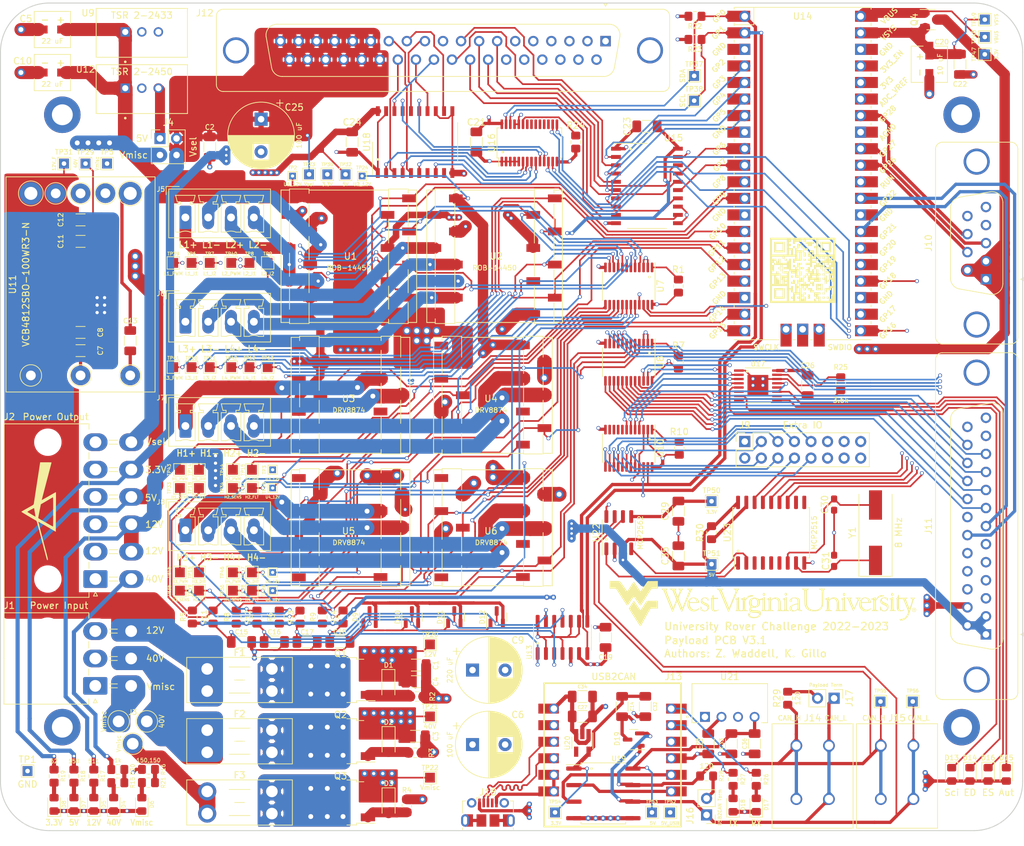
<source format=kicad_pcb>
(kicad_pcb (version 20221018) (generator pcbnew)
  (title_block (date "mar. 31 mars 2015"))
  (layers (0 "F.Cu" signal) (1 "In1.Cu" power "GND") (2 "In2.Cu" power "PWR") (31 "B.Cu" signal) (34 "B.Paste" user) (35 "F.Paste" user) (36 "B.SilkS" user "B.Silkscreen") (37 "F.SilkS" user "F.Silkscreen") (38 "B.Mask" user) (39 "F.Mask" user) (44 "Edge.Cuts" user))
  (net 0 "")
  (net 1 "GND")
  (net 2 "+5V")
  (net 3 "Net-(D5-Pad2)")
  (net 4 "Net-(C15-Pad1)")
  (net 5 "/+40V")
  (net 6 "/+Vsel")
  (net 7 "+12V")
  (net 8 "/VCC_USB")
  (net 9 "/+Vmisc")
  (net 10 "+3V3")
  (net 11 "/L1+")
  (net 12 "/L1-")
  (net 13 "/L2+")
  (net 14 "/L2-")
  (net 15 "/L3+")
  (net 16 "/L3-")
  (net 17 "/L4+")
  (net 18 "/L4-")
  (net 19 "/H1+")
  (net 20 "/H1-")
  (net 21 "/H2+")
  (net 22 "/H2-")
  (net 23 "/H3+")
  (net 24 "/H3-")
  (net 25 "/H4+")
  (net 26 "/H4-")
  (net 27 "/Payload_S1")
  (net 28 "/Payload_S2")
  (net 29 "/Payload_S3")
  (net 30 "/Payload_S4")
  (net 31 "/GP27")
  (net 32 "/GP28")
  (net 33 "/GP26")
  (net 34 "/CAN_H")
  (net 35 "/CAN_L")
  (net 36 "Net-(C16-Pad1)")
  (net 37 "/+12V_F")
  (net 38 "/+40V_F")
  (net 39 "/+Vmisc_F")
  (net 40 "Net-(C17-Pad1)")
  (net 41 "Net-(D1-Pad2)")
  (net 42 "Net-(D2-Pad2)")
  (net 43 "Net-(D3-Pad2)")
  (net 44 "Net-(D4-Pad2)")
  (net 45 "Net-(C18-Pad1)")
  (net 46 "Net-(C20-Pad1)")
  (net 47 "Net-(C30-Pad2)")
  (net 48 "Net-(C31-Pad2)")
  (net 49 "Net-(D6-Pad2)")
  (net 50 "Net-(D7-Pad2)")
  (net 51 "Net-(D8-Pad2)")
  (net 52 "Net-(D13-Pad1)")
  (net 53 "Net-(D14-Pad1)")
  (net 54 "Net-(D15-Pad1)")
  (net 55 "Net-(D16-Pad1)")
  (net 56 "Net-(D17-Pad2)")
  (net 57 "Net-(D18-Pad2)")
  (net 58 "Net-(J9-Pad3)")
  (net 59 "Net-(J9-Pad4)")
  (net 60 "Net-(J9-Pad5)")
  (net 61 "Net-(J9-Pad6)")
  (net 62 "Net-(J9-Pad7)")
  (net 63 "Net-(J9-Pad8)")
  (net 64 "Net-(J9-Pad9)")
  (net 65 "Net-(J9-Pad10)")
  (net 67 "/CAN_TX_USB")
  (net 69 "/LED_TX")
  (net 70 "/LED_RX")
  (net 72 "/USB_DM")
  (net 73 "/USB_DP")
  (net 75 "Net-(J16-Pad2)")
  (net 76 "Net-(R7-Pad1)")
  (net 77 "Net-(J17-Pad2)")
  (net 78 "/I2C0_SDA")
  (net 79 "/I2C0_SCL")
  (net 81 "Net-(R1-Pad1)")
  (net 82 "Net-(R10-Pad1)")
  (net 83 "Net-(R15-Pad2)")
  (net 84 "/H1_sense")
  (net 85 "/H2_sense")
  (net 86 "/H3_sense")
  (net 87 "/H4_sense")
  (net 88 "/L2_PWM")
  (net 89 "/L1_PWM")
  (net 90 "/Servo1")
  (net 91 "/Servo2")
  (net 92 "/Servo3")
  (net 93 "/Servo4")
  (net 94 "/Servo5")
  (net 95 "/Servo6")
  (net 96 "/SPI0_RX")
  (net 97 "/SPI0_CSn")
  (net 98 "/SPI0_SCK")
  (net 99 "/SPI0_TX")
  (net 100 "/INT")
  (net 101 "/CAN_TX_Pico")
  (net 102 "/CAN_RX_Pico")
  (net 103 "/CAN_RX_USB")
  (net 104 "/VDD_3V3")
  (net 105 "/COLD_VDD")
  (net 106 "Net-(R16-Pad2)")
  (net 107 "Net-(R24-Pad2)")
  (net 108 "Net-(R25-Pad1)")
  (net 114 "Net-(F1-Pad2)")
  (net 115 "Net-(F2-Pad2)")
  (net 116 "Net-(F3-Pad2)")
  (net 118 "Net-(Q4-Pad1)")
  (net 131 "/GP21")
  (net 132 "/GP22")
  (net 133 "/Servo12_L")
  (net 134 "/Servo10_L")
  (net 135 "/Servo8_L")
  (net 136 "/Servo5_L")
  (net 137 "/Servo3_L")
  (net 138 "/Servo1_L")
  (net 139 "/Servo11_L")
  (net 140 "/Servo9_L")
  (net 141 "/Servo7_L")
  (net 142 "/Servo6_L")
  (net 143 "/Servo4_L")
  (net 144 "/Servo2_L")
  (net 146 "/Extra_IO_8")
  (net 147 "/Extra_IO_6")
  (net 148 "/Extra_IO_4")
  (net 149 "/Extra_IO_2")
  (net 151 "/Extra_IO_7")
  (net 152 "/Extra_IO_5")
  (net 153 "/Extra_IO_3")
  (net 154 "/Extra_IO_1")
  (net 156 "/L1_I1")
  (net 157 "/L1_I2")
  (net 158 "/L2_I1")
  (net 159 "/L2_I2")
  (net 160 "/L3_I1")
  (net 161 "/L3_I2")
  (net 162 "/L4_I1")
  (net 163 "/L4_I2")
  (net 164 "/H1_DIR")
  (net 165 "/H2_DIR")
  (net 166 "/H3_DIR")
  (net 167 "/H4_DIR")
  (net 168 "/H1_~{SLEEP}")
  (net 169 "/H2_~{SLEEP}")
  (net 170 "/H3_~{SLEEP}")
  (net 171 "/H4_~{SLEEP}")
  (net 172 "/LED_1")
  (net 173 "/LED_2")
  (net 174 "/LED_3")
  (net 175 "/LED_4")
  (net 176 "/L3_PWM")
  (net 177 "/Extra_PWM_3")
  (net 178 "/Extra_PWM_4")
  (net 179 "/Extra_PWM_5")
  (net 180 "/Extra_PWM_6")
  (net 181 "/H1_PWM")
  (net 182 "/H2_PWM")
  (net 183 "/H3_PWM")
  (net 185 "Net-(U16-Pad6)")
  (net 186 "Net-(U16-Pad7)")
  (net 187 "Net-(U16-Pad8)")
  (net 188 "Net-(U16-Pad9)")
  (net 189 "/H4_PWM")
  (net 190 "Net-(U16-Pad10)")
  (net 191 "/L4_PWM")
  (net 192 "Net-(U16-Pad11)")
  (net 204 "/H1_FAULT")
  (net 205 "/H3_FAULT")
  (net 206 "/H2_FAULT")
  (net 207 "/H4_FAULT")
  (net 216 "Net-(J1-Pad4)")
  (net 218 "Net-(R30-Pad1)")
  (footprint "Capacitor_THT:CP_Radial_D10.0mm_P5.00mm" (layer "F.Cu") (at 131.236323 148.336)
    (fp_text reference "C6")
    (fp_text value "100 uF")
  )
  (footprint "TestPoint:TestPoint_Pad_1.5x1.5mm" (layer "F.Cu") (at 124.714 153.416)
    (fp_text reference "TP22")
    (fp_text value "Vmisc")
  )
  (footprint "Capacitor_SMD:C_1206_3216Metric_Pad1.33x1.80mm_HandSolder" (layer "F.Cu") (at 151.638 131.891 -90)
    (fp_text reference "C19")
    (fp_text value "0.1 uF")
  )
  (footprint "TestPoint:TestPoint_Pad_1.5x1.5mm" (layer "F.Cu") (at 88.138 90.424)
    (fp_text reference "TP10")
    (fp_text value "L3_DIR1")
  )
  (footprint "Package_SO:TSSOP-28_4.4x9.7mm_P0.65mm" (layer "F.Cu") (at 139.954 56.007 90)
    (fp_text reference "U16")
    (fp_text value "PCA9685PW")
  )
  (footprint "Resistor_SMD:R_0805_2012Metric_Pad1.20x1.40mm_HandSolder" (layer "F.Cu") (at 104.775 128.778 -90)
    (fp_text reference "R13")
    (fp_text value "1k")
  )
  (footprint "Connector_PinSocket_2.54mm:PinSocket_2x08_P2.54mm_Vertical" (layer "F.Cu") (at 172.989 101.834 90)
    (fp_text reference "J9")
    (fp_text value "Extra IO")
  )
  (footprint "Connector_USB:USB_Micro-B_Molex-105017-0001" (layer "F.Cu") (at 133.604 158.75)
    (fp_text reference "J18")
    (fp_text value "USB_B_Micro")
  )
  (footprint "Resistor_SMD:R_0805_2012Metric_Pad1.20x1.40mm_HandSolder" (layer "F.Cu") (at 187.706 92.964 -90)
    (fp_text reference "R25")
    (fp_text value "3.6k")
  )
  (footprint "TestPoint:TestPoint_Pad_1.5x1.5mm" (layer "F.Cu") (at 99.822 90.424)
    (fp_text reference "TP13")
    (fp_text value "L4_DIR2")
  )
  (footprint "TestPoint:TestPoint_Pad_1.5x1.5mm" (layer "F.Cu") (at 86.36 108.966 180)
    (fp_text reference "TP33")
    (fp_text value "H1_sens")
  )
  (footprint "TestPoint:TestPoint_Pad_1.5x1.5mm" (layer "F.Cu") (at 97.028 90.424)
    (fp_text reference "TP12")
    (fp_text value "L4_DIR1")
  )
  (footprint "Capacitor_SMD:C_1206_3216Metric_Pad1.33x1.80mm_HandSolder" (layer "F.Cu") (at 182.626 93.218 -90)
    (fp_text reference "C26")
    (fp_text value "1 uF")
  )
  (footprint "Capacitor_SMD:C_1206_3216Metric_Pad1.33x1.80mm_HandSolder" (layer "F.Cu") (at 162.814 112.522 -90)
    (fp_text reference "C29")
    (fp_text value "0.1 uF")
  )
  (footprint "Capacitor_SMD:C_1206_3216Metric_Pad1.33x1.80mm_HandSolder" (layer "F.Cu") (at 78.74 86.36 90)
    (fp_text reference "C13")
    (fp_text value "2200 pF")
  )
  (footprint "Payload_PCB_v3.1:2604-3102" (layer "F.Cu") (at 183.388 152.3839)
    (fp_text reference "J14")
    (fp_text value "CAN1")
  )
  (footprint "LED_SMD:LED_0805_2012Metric_Pad1.15x1.40mm_HandSolder" (layer "F.Cu") (at 80.518 157.514 90)
    (fp_text reference "D6")
    (fp_text value "Vsel Status" hide)
  )
  (footprint "Fuse:Fuseholder_Blade_Mini_Keystone_3568" (layer "F.Cu") (at 90.544 136.73)
    (fp_text reference "F1")
    (fp_text value "Fuse")
  )
  (footprint "Capacitor_SMD:C_1206_3216Metric_Pad1.33x1.80mm_HandSolder" (layer "F.Cu") (at 71.12 67.818 180)
    (fp_text reference "C12")
    (fp_text value "2200 pF")
  )
  (footprint "TestPoint:TestPoint_THTPad_1.5x1.5mm_Drill0.7mm" (layer "F.Cu") (at 209.804 37.084 90)
    (fp_text reference "TP49")
    (fp_text value "VSYS")
  )
  (footprint "Resistor_SMD:R_0805_2012Metric_Pad1.20x1.40mm_HandSolder" (layer "F.Cu") (at 122.428 149.606)
    (fp_text reference "R3")
    (fp_text value "100k")
  )
  (footprint "TestPoint:TestPoint_Pad_1.5x1.5mm" (layer "F.Cu") (at 94.488 121.92 90)
    (fp_text reference "TP46")
    (fp_text value "H4_PWM")
  )
  (footprint "Resistor_SMD:R_0805_2012Metric_Pad1.20x1.40mm_HandSolder" (layer "F.Cu") (at 70.104 153.178 90)
    (fp_text reference "R18")
    (fp_text value "150")
  )
  (footprint "Capacitor_SMD:C_1206_3216Metric_Pad1.33x1.80mm_HandSolder" (layer "F.Cu") (at 105.8672 132.588)
    (fp_text reference "C17")
    (fp_text value "1 uF")
  )
  (footprint "Payload_PCB_v3.1:DSOTM" (layer "F.Cu") (at 64.77 112.522 90)
    (fp_text reference "G***" hide)
    (fp_text value "LOGO" hide)
  )
  (footprint "TestPoint:TestPoint_Pad_1.5x1.5mm" (layer "F.Cu") (at 97.409 106.172 -90)
    (fp_text reference "TP15")
    (fp_text value "H2_DIR")
  )
  (footprint "TestPoint:TestPoint_THTPad_1.0x1.0mm_Drill0.5mm" (layer "F.Cu") (at 100.584 124.714)
    (fp_text reference "TP26")
    (fp_text value "12V")
  )
  (footprint "Capacitor_SMD:C_1206_3216Metric_Pad1.33x1.80mm_HandSolder" (layer "F.Cu") (at 71.12 87.884 180)
    (fp_text reference "C7")
    (fp_text value "4.7 uF")
  )
  (footprint "Resistor_SMD:R_0805_2012Metric_Pad1.20x1.40mm_HandSolder" (layer "F.Cu") (at 91.44 128.762 -90)
    (fp_text reference "R11")
    (fp_text value "1k")
  )
  (footprint "TestPoint:TestPoint_THTPad_1.5x1.5mm_Drill0.7mm" (layer "F.Cu") (at 106.172 60.833)
    (fp_text reference "TP23")
    (fp_text value "Vsel")
  )
  (footprint "Connector_Molex:Molex_Mini-Fit_Jr_5569-12A2_2x06_P4.20mm_Horizontal" (layer "F.Cu") (at 73.406 122.936 90)
    (fp_text reference "J2")
    (fp_text value "Power Output")
  )
  (footprint "Payload_PCB_v3.1:UCM1H220MCL1GS" (layer "F.Cu") (at 66.802 38.608 180)
    (fp_text reference "C5")
    (fp_text value "22 uF")
  )
  (footprint "Resistor_SMD:R_0805_2012Metric_Pad1.20x1.40mm_HandSolder" (layer "F.Cu") (at 76.835 154.194)
    (fp_text reference "R15")
    (fp_text value "1k")
  )
  (footprint "Package_SO:SOP-8_6.62x9.15mm_P2.54mm" (layer "F.Cu") (at 151.304 155.829)
    (fp_text reference "U19")
    (fp_text value "ISO1050DUB" hide)
  )
  (footprint "Connector_Phoenix_MC:PhoenixContact_MCV_1,5_4-G-3.5_1x04_P3.50mm_Vertical" (layer "F.Cu") (at 87.2 115.45)
    (fp_text reference "J8")
    (fp_text value "Conn_01x04")
  )
  (footprint "Resistor_SMD:R_0805_2012Metric_Pad1.20x1.40mm_HandSolder" (layer "F.Cu") (at 165.354 40.132 180)
    (fp_text reference "R23")
    (fp_text value "10k")
  )
  (footprint "Capacitor_SMD:C_1206_3216Metric_Pad1.33x1.80mm_HandSolder" (layer "F.Cu") (at 110.8964 132.588)
    (fp_text reference "C18")
    (fp_text value "1 uF")
  )
  (footprint "Resistor_SMD:R_0805_2012Metric_Pad1.20x1.40mm_HandSolder" (layer "F.Cu") (at 94.996 128.778 90)
    (fp_text reference "R8")
    (fp_text value "10k")
  )
  (footprint "Capacitor_SMD:C_1206_3216Metric_Pad1.33x1.80mm_HandSolder" (layer "F.Cu") (at 71.12 85.09 180)
    (fp_text reference "C8")
    (fp_text value "4.7 uF")
  )
  (footprint "Package_SO:TSSOP-24_4.4x7.8mm_P0.65mm" (layer "F.Cu") (at 155.194 77.978 -90)
    (fp_text reference "U7")
    (fp_text value "PCA9555PWR")
  )
  (footprint "TestPoint:TestPoint_THTPad_1.5x1.5mm_Drill0.7mm" (layer "F.Cu") (at 161.544 158.75)
    (fp_text reference "TP52")
    (fp_text value "VCC_USB")
  )
  (footprint "Capacitor_SMD:C_1206_3216Metric_Pad1.33x1.80mm_HandSolder" (layer "F.Cu") (at 170.942 148.209 -90)
    (fp_text reference "C33")
    (fp_text value "10 uF")
  )
  (footprint "TestPoint:TestPoint_Pad_1.5x1.5mm" (layer "F.Cu") (at 85.344 74.422 180)
    (fp_text reference "TP39")
    (fp_text value "L1_PWM")
  )
  (footprint "TestPoint:TestPoint_THTPad_1.5x1.5mm_Drill0.7mm" (layer "F.Cu") (at 165.227 49.53)
    (fp_text reference "TP38")
    (fp_text value "SCL")
  )
  (footprint "LED_SMD:LED_0805_2012Metric_Pad1.15x1.40mm_HandSolder" (layer "F.Cu") (at 67.056 157.514 90)
    (fp_text reference "D8")
    (fp_text value "3.3V Status" hide)
  )
  (footprint "TestPoint:TestPoint_Pad_1.5x1.5mm" (layer "F.Cu") (at 94.488 124.714 90)
    (fp_text reference "TP36")
    (fp_text value "H4_sens")
  )
  (footprint "Package_SO:SOIC-8_3.9x4.9mm_P1.27mm" (layer "F.Cu") (at 153.67 115.824 90)
    (fp_text reference "U22")
    (fp_text value "MCP2562")
  )
  (footprint "Connector_Dsub:DSUB-25_Female_Vertical_P2.77x2.84mm_MountingHoles" (layer "F.Cu") (at 209.978331 131.433 -90)
    (fp_text reference "J11")
    (fp_text value "DB25 - IO and Payload Select")
  )
  (footprint "Package_TO_SOT_SMD:TO-252-2" (layer "F.Cu") (at 110.998 157.226 180)
    (fp_text reference "Q3")
    (fp_text value "SUD50P10-43L-GE3")
  )
  (footprint "Capacitor_SMD:C_1206_3216Metric_Pad1.33x1.80mm_HandSolder" (layer "F.Cu") (at 95.7965 132.588)
    (fp_text reference "C15")
    (fp_text value "1 uF")
  )
  (footprint "TestPoint:TestPoint_Pad_1.5x1.5mm" (layer "F.Cu") (at 97.409 108.966 -90)
    (fp_text reference "TP27")
    (fp_text value "H2_FAULT")
  )
  (footprint "Payload_PCB_v3.1:CONV_TSR_2-2433" (layer "F.Cu") (at 80.518 47.752)
    (fp_text reference "U12")
    (fp_text value "TSR 2-2450")
  )
  (footprint "LED_SMD:LED_0805_2012Metric_Pad1.15x1.40mm_HandSolder" (layer "F.Cu") (at 210.312 152.908 -90)
    (fp_text reference "D16")
    (fp_text value "LED")
  )
  (footprint "TestPoint:TestPoint_Pad_1.5x1.5mm" (layer "F.Cu") (at 99.822 74.422 180)
    (fp_text reference "TP9")
    (fp_text value "L2_DIR2")
  )
  (footprint "Resistor_SMD:R_0805_2012Metric_Pad1.20x1.40mm_HandSolder" (layer "F.Cu") (at 162.814 77.978 -90)
    (fp_text reference "R1")
    (fp_text value "10k")
  )
  (footprint "Package_TO_SOT_SMD:SOT-23" (layer "F.Cu") (at 201.549 37.084)
    (fp_text reference "Q4")
    (fp_text value "DMG2305UX")
  )
  (footprint "Resistor_SMD:R_0805_2012Metric_Pad1.20x1.40mm_HandSolder" (layer "F.Cu") (at 111.379 128.762 -90)
    (fp_text reference "R14")
    (fp_text value "1k")
  )
  (footprint "Capacitor_SMD:C_1206_3216Metric_Pad1.33x1.80mm_HandSolder" (layer "F.Cu") (at 148.082 144.018)
    (fp_text reference "C27")
    (fp_text value "10 uF" hide)
  )
  (footprint "Package_SO:SOIC-14_3.9x8.7mm_P1.27mm" (layer "F.Cu") (at 145.034 131.891 90)
    (fp_text reference "U13")
    (fp_text value "MCP3428")
  )
  (footprint "Capacitor_SMD:C_1206_3216Metric_Pad1.33x1.80mm_HandSolder" (layer "F.Cu") (at 205.994 43.942 90)
    (fp_text reference "C22")
    (fp_text value "0.1 uF")
  )
  (footprint "TestPoint:TestPoint_THTPad_1.0x1.0mm_Drill0.5mm" (layer "F.Cu") (at 100.584 106.172 -90)
    (fp_text reference "TP3")
    (fp_text value "12V")
  )
  (footprint "TestPoint:TestPoint_THTPad_1.5x1.5mm_Drill0.7mm" (layer "F.Cu") (at 143.891 158.75)
    (fp_text reference "TP54")
    (fp_text value "VDD_USB")
  )
  (footprint "Fuse:Fuseholder_Blade_Mini_Keystone_3568" (layer "F.Cu") (at 90.544 146.128)
    (fp_text reference "F2")
    (fp_text value "Fuse")
  )
  (footprint "Resistor_SMD:R_0805_2012Metric_Pad1.20x1.40mm_HandSolder" (layer "F.Cu") (at 88.265 128.762 90)
    (fp_text reference "R5")
    (fp_text value "10k")
  )
  (footprint "Package_TO_SOT_SMD:SOT-23" (layer "F.Cu") (at 128.443 128.778 90)
    (fp_text reference "D11")
    (fp_text value "BAT54S")
  )
  (footprint "Payload_PCB_v3.1:CONV_TSR_2-2433" (layer "F.Cu") (at 80.518 39.116)
    (fp_text reference "U9")
    (fp_text value "TSR 2-2433")
  )
  (footprint "MountingHole:MountingHole_3.2mm_M3_DIN965_Pad" (layer "F.Cu") (at 68.326 51.689)
    (fp_text reference "H1" hide)
    (fp_text value "MountingHole" hide)
  )
  (footprint "Package_SO:SO-20_12.8x7.5mm_P1.27mm" (layer "F.Cu") (at 157.988 62.611)
    (fp_text reference "U15")
    (fp_text value "74HCT244")
  )
  (footprint "Capacitor_THT:CP_Radial_D10.0mm_P5.00mm" (layer "F.Cu") (at 98.806 52.369323 -90)
    (fp_text reference "C25")
    (fp_text value "100 uF")
  )
  (footprint "Resistor_SMD:R_0805_2012Metric_Pad1.20x1.40mm_HandSolder" (layer "F.Cu") (at 165.354 36.576 180)
    (fp_text reference "R22")
    (fp_text value "10k")
  )
  (footprint "Payload_PCB_v3.1:UCM1H220MCL1GS" (layer "F.Cu") (at 66.802 45.212 180)
    (fp_text reference "C10")
    (fp_text value "22 uF")
  )
  (footprint "Payload_PCB_v3.1:CONV_B0505S-1WR3" (layer "F.Cu") (at 170.688 141.986)
    (fp_text reference "U21")
    (fp_text value "B0505S")
  )
  (footprint "Resistor_SMD:R_0805_2012Metric_Pad1.20x1.40mm_HandSolder" (layer "F.Cu") (at 171.196 153.67 -90)
    (fp_text reference "R27")
    (fp_text value "1k")
  )
  (footprint "Resistor_SMD:R_0805_2012Metric_Pad1.20x1.40mm_HandSolder" (layer "F.Cu") (at 73.152 153.178 90)
    (fp_text reference "R17")
    (fp_text value "511")
  )
  (footprint "Package_TO_SOT_SMD:TO-252-2" (layer "F.Cu") (at 110.998 138.43 180)
    (fp_text reference "Q1")
    (fp_text value "SUD50P10-43L-GE3")
  )
  (footprint "TestPoint:TestPoint_THTPad_1.5x1.5mm_Drill0.7mm" (layer "F.Cu") (at 198.755 141.732)
    (fp_text reference "TP56")
    (fp_text value "CAN_L")
  )
  (footprint "TestPoint:TestPoint_THTPad_1.5x1.5mm_Drill0.7mm" (layer "F.Cu") (at 209.804 39.751 90)
    (fp_text reference "TP48")
    (fp_text value "VBUS")
  )
  (footprint "Resistor_SMD:R_0805_2012Metric_Pad1.20x1.40mm_HandSolder" (layer "F.Cu") (at 81.534 152.146 180)
    (fp_text reference "R21")
    (fp_text value "150")
  )
  (footprint "TestPoint:TestPoint_THTPad_1.5x1.5mm_Drill0.7mm" (layer "F.Cu") (at 111.76 60.833)
    (fp_text reference "TP32")
    (fp_text value "5V")
  )
  (footprint "Resistor_SMD:R_0805_2012Metric_Pad1.20x1.40mm_HandSolder" (layer "F.Cu") (at 174.752 153.67 -90)
    (fp_text reference "R26")
    (fp_text value "1k")
  )
  (footprint "LED_SMD:LED_0805_2012Metric_Pad1.15x1.40mm_HandSolder" (layer "F.Cu") (at 213.106 152.908 -90)
    (fp_text reference "D15")
    (fp_text value "LED")
  )
  (footprint "Payload_PCB_v3.1:DRV8874" (layer "F.Cu") (at 134.066 116.071)
    (fp_text reference "U6")
    (fp_text value "DRV8874")
  )
  (footprint "Payload_PCB_v3.1:LED8102SXTTR" (layer "F.Cu") (at 175.006 93.218)
    (fp_text reference "U17")
    (fp_text value "LED8102SXTTR")
  )
  (footprint "Capacitor_SMD:C_0603_1608Metric_Pad1.08x0.95mm_HandSolder" (layer "F.Cu") (at 186.69 111.506 90)
    (fp_text reference "C30")
    (fp_text value "22 pF")
  )
  (footprint "Connector_PinHeader_2.54mm:PinHeader_1x02_P2.54mm_Vertical" (layer "F.Cu") (at 167.132 159.136 180)
    (fp_text reference "J16")
    (fp_text value "Terminator")
  )
  (footprint "MountingHole:MountingHole_3.2mm_M3_DIN965_Pad" (layer "F.Cu") (at 206.248 51.689)
    (fp_text reference "H2" hide)
    (fp_text value "MountingHole" hide)
  )
  (footprint "TestPoint:TestPoint_Pad_1.5x1.5mm" (layer "F.Cu") (at 94.488 108.966 90)
    (fp_text reference "TP34")
    (fp_text value "H2_sens")
  )
  (footprint "Capacitor_SMD:C_1206_3216Metric_Pad1.33x1.80mm_HandSolder" (layer "F.Cu") (at 157.734 142.494 -90)
    (fp_text reference "C32")
    (fp_text value "10 uF" hide)
  )
  (footprint "Resistor_SMD:R_0805_2012Metric_Pad1.20x1.40mm_HandSolder" (layer "F.Cu") (at 81.534 154.178)
    (fp_text reference "R16")
    (fp_text value "150")
  )
  (footprint "TestPoint:TestPoint_THTPad_1.5x1.5mm_Drill0.7mm" (layer "F.Cu") (at 167.894 110.998 180)
    (fp_text reference "TP50")
    (fp_text value "3.3V")
  )
  (footprint "TestPoint:TestPoint_Pad_1.5x1.5mm" (layer "F.Cu") (at 86.36 124.714 90)
    (fp_text reference "TP35")
    (fp_text value "H3_sens")
  )
  (footprint "Payload_PCB_v3.1:UCM1H220MCL1GS" (layer "F.Cu") (at 201.295 43.942 -90)
    (fp_text reference "C20")
    (fp_text value "10 uF")
  )
  (footprint "TestPoint:TestPoint_THTPad_1.5x1.5mm_Drill0.7mm" (layer "F.Cu") (at 167.894 120.65)
    (fp_text reference "TP51")
    (fp_text value "5V")
  )
  (footprint "TestPoint:TestPoint_THTPad_1.0x1.0mm_Drill0.5mm" (layer "F.Cu") (at 100.584 121.92)
    (fp_text reference "TP4")
    (fp_text value "12V")
  )
  (footprint "Capacitor_SMD:C_0603_1608Metric_Pad1.08x0.95mm_HandSolder" (layer "F.Cu") (at 186.69 120.142 -90)
    (fp_text reference "C31")
    (fp_text value "22 pF")
  )
  (footprint "Diode_SMD:D_SOD-123" (layer "F.Cu") (at 118.364 157.226 -90)
    (fp_text reference "D3")
    (fp_text value "BZT52C10-TP")
  )
  (footprint "Resistor_SMD:R_0805_2012Metric_Pad1.20x1.40mm_HandSolder" (layer "F.Cu") (at 98.171 128.778 -90)
    (fp_text reference "R12")
    (fp_text value "1k")
  )
  (footprint "Capacitor_SMD:C_1206_3216Metric_Pad1.33x1.80mm_HandSolder" (layer "F.Cu") (at 157.988 53.467 180)
    (fp_text reference "C23")
    (fp_text value "0.1 uF")
  )
  (footprint "LED_SMD:LED_0805_2012Metric_Pad1.15x1.40mm_HandSolder" (layer "F.Cu") (at 171.196 157.623 90)
    (fp_text reference "D18")
    (fp_text value "LED")
  )
  (footprint "Package_TO_SOT_SMD:TO-252-2" (layer "F.Cu") (at 110.998 147.828 180)
    (fp_text reference "Q2")
    (fp_text value "SUD50P10-43L-GE3")
  )
  (footprint "Payload_PCB_v3.1:MODULE_ROB-14450" (layer "F.Cu") (at 112.268 73.406)
    (fp_text reference "U1")
    (fp_text value "ROB-14450")
  )
  (footprint "TestPoint:TestPoint_THTPad_1.5x1.5mm_Drill0.7mm" (layer "F.Cu") (at 193.802 141.732)
    (fp_text reference "TP55")
    (fp_text value "CAN_H")
  )
  (footprint "Package_SO:TSSOP-24_4.4x7.8mm_P0.65mm" (layer "F.Cu") (at 155.194 89.662 -90)
    (fp_text reference "U8")
    (fp_text value "PCA9555PWR")
  )
  (footprint "Connector_Phoenix_MC:PhoenixContact_MCV_1,5_4-G-3.5_1x04_P3.50mm_Vertical" (layer "F.Cu") (at 87.2 67.45)
    (fp_text reference "J5")
    (fp_text value "Conn_01x04")
  )
  (footprint "Capacitor_SMD:C_1206_3216Metric_Pad1.33x1.80mm_HandSolder" (layer "F.Cu") (at 71.12 71.12 180)
    (fp_text reference "C11")
    (fp_text value "2200 pF")
  )
  (footprint "Resistor_SMD:R_0805_2012Metric_Pad1.20x1.40mm_HandSolder" (layer "F.Cu") (at 162.814 89.646 -90)
    (fp_text reference "R7")
    (fp_text value "10k")
  )
  (footprint "LED_SMD:LED_0805_2012Metric_Pad1.15x1.40mm_HandSolder" (layer "F.Cu") (at 70.104 157.505 90)
    (fp_text reference "D7")
    (fp_text value "5V Status" hide)
  )
  (footprint "TestPoint:TestPoint_THTPad_1.0x1.0mm_Drill0.5mm" (layer "F.Cu") (at 103.632 61.087 -90)
    (fp_text reference "TP2")
    (fp_text value "12V")
  )
  (footprint "Connector_Phoenix_MC:PhoenixContact_MCV_1,5_4-G-3.5_1x04_P3.50mm_Vertical" (layer "F.Cu") (at 87.2 99.45)
    (fp_text reference "J7")
    (fp_text value "Conn_01x04")
  )
  (footprint "Payload_PCB_v3.1:DRV8874" (layer "F.Cu") (at 112.222 116.071)
    (fp_text reference "U5")
    (fp_text value "DRV8874")
  )
  (footprint "TestPoint:TestPoint_THTPad_1.5x1.5mm_Drill0.7mm" (layer "F.Cu") (at 75.184 59.182)
    (fp_text reference "TP5")
    (fp_text value "Vmisc")
  )
  (footprint "Resistor_SMD:R_0805_2012Metric_Pad1.20x1.40mm_HandSolder" (layer "F.Cu") (at 101.6 128.778 90)
    (fp_text reference "R6")
    (fp_text value "10k")
  )
  (footprint "TestPoint:TestPoint_Pad_1.5x1.5mm" (layer "F.Cu") (at 124.714 144.018)
    (fp_text reference "TP21")
    (fp_text value "40V")
  )
  (footprint "Package_TO_SOT_SMD:SOT-23" (layer "F.Cu") (at 134.943 128.778 90)
    (fp_text reference "D12")
    (fp_text value "BAT54S")
  )
  (footprint "Payload_PCB_v3.1:USB_2_CAN_Headers" (layer "F.Cu") (at 142.205749 138.921501)
    (fp_text reference "J13")
    (fp_text value "USB2CAN")
  )
  (footprint "Package_SO:SOIC-18W_7.5x11.6mm_P1.27mm" (layer "F.Cu") (at 177.038 115.824 90)
    (fp_text reference "U23")
    (fp_text value "MCP2515")
  )
  (footprint "TestPoint:TestPoint_THTPad_1.0x1.0mm_Drill0.5mm" (layer "F.Cu") (at 100.584 108.966 -90)
    (fp_text reference "TP25")
    (fp_text value "12V")
  )
  (footprint "Payload_PCB_v3.1:QR_Code" (layer "F.Cu") (at 181.864 75.565)
    (fp_text reference "G***" hide)
    (fp_text value "LOGO" hide)
  )
  (footprint "TestPoint:TestPoint_Pad_1.5x1.5mm" (layer "F.Cu") (at 97.409 124.714 -90)
    (fp_text reference "TP28")
    (fp_text value "H4_FAULT")
  )
  (footprint "Payload_PCB_v3.1:3_Wire_Jumper" (layer "F.Cu") (at 79.121 145.796)
    (fp_text reference "J3")
    (fp_text value "40V jumper")
  )
  (footprint "Fuse:Fuseholder_Blade_Mini_Keystone_3568" (layer "F.Cu") (at 90.544 155.526)
    (fp_text reference "F3")
    (fp_text value "Fuse")
  )
  (footprint "TestPoint:TestPoint_Pad_1.5x1.5mm" (layer "F.Cu") (at 89.281 106.172 -90)
    (fp_text reference "TP14")
    (fp_text value "H1_DIR")
  )
  (footprint "Capacitor_SMD:C_1206_3216Metric_Pad1.33x1.80mm_HandSolder" (layer "F.Cu") (at 131.826 55.88 90)
    (fp_text reference "C21")
    (fp_text value "10 uF")
  )
  (footprint "Resistor_SMD:R_0805_2012Metric_Pad1.20x1.40mm_HandSolder" (layer "F.Cu") (at 162.941 102.87 -90)
    (fp_text reference "R10")
    (fp_text value "10k")
  )
  (footprint "Package_SO:TSSOP-24_4.4x7.8mm_P0.65mm" (layer "F.Cu") (at 155.194 102.87 -90)
    (fp_text reference "U10")
    (fp_text value "PCA9555PWR")
  )
  (footprint "MCU_RaspberryPi_and_Boards:RPi_Pico_SMD_TH" (layer "F.Cu") (at 181.864 60.706)
    (fp_text reference "U14")
    (fp_text value "Pico")
  )
  (footprint "Resistor_SMD:R_0805_2012Metric_Pad1.20x1.40mm_HandSolder" (layer "F.Cu") (at 67.056 153.178 90)
    (fp_text reference "R19")
    (fp_text value "62")
  )
  (footprint "Capacitor_SMD:C_1206_3216Metric_Pad1.33x1.80mm_HandSolder" (layer "F.Cu") (at 90.932 56.642 90)
    (fp_text reference "C2")
    (fp_text value "0.1 uF")
  )
  (footprint "MountingHole:MountingHole_3.2mm_M3_DIN965_Pad" (layer "F.Cu") (at 206.248 145.669)
    (fp_text reference "H4" hide)
    (fp_text value "MountingHole" hide)
  )
  (footprint "MountingHole:MountingHole_3.2mm_M3_DIN965_Pad" (layer "F.Cu") (at 68.326 145.669)
    (fp_text reference "H3" hide)
    (fp_text value "MountingHole" hide)
  )
  (footprint "Resistor_SMD:R_0805_2012Metric_Pad1.20x1.40mm_HandSolder" (layer "F.Cu") (at 147.066 55.88 90)
    (fp_text reference "R24")
    (fp_text value "10k")
  )
  (footprint "Package_TO_SOT_SMD:SOT-23-5_HandSoldering" (layer "F.Cu") (at 148.082 148.082 -90)
    (fp_text reference "U20")
    (fp_text value "RT9080-33GJ5" hide)
  )
  (footprint "Payload_PCB_v3.1:VCB4812SBO-100WFR3-N" (layer "F.Cu") (at 71.12 77.724 90)
    (fp_text reference "U11")
    (fp_text value "VCB4812SBO-100WR3-N")
  )
  (footprint "Resistor_SMD:R_0805_2012Metric_Pad1.20x1.40mm_HandSolder" (layer "F.Cu") (at 108.204 128.762 90)
    (fp_text reference "R9")
    (fp_text value "10k")
  )
  (footprint "Package_TO_SOT_SMD:SOT-23" (layer "F.Cu") (at 115.443 128.778 90)
    (fp_text reference "D9")
    (fp_text value "BAT54S")
  )
  (footprint "TestPoint:TestPoint_THTPad_1.5x1.5mm_Drill0.7mm" (layer "F.Cu") (at 71.882 59.182)
    (fp_text reference "TP29")
    (fp_text value "40V")
  )
  (footprint "Payload_PCB_v3.1:DRV8874" (layer "F.Cu") (at 134.066 95.751)
    (fp_text reference "U4")
    (fp_text value "DRV8874")
  )
  (footprint "Connector_Molex:Molex_Mini-Fit_Jr_5569-06A2_2x03_P4.20mm_Horizontal" (layer "F.Cu") (at 73.379 139.328 90)
    (fp_text reference "J1")
    (fp_text value "Power Input")
  )
  (footprint "TestPoint:TestPoint_Pad_1.5x1.5mm" (layer "F.Cu") (at 88.138 74.422 180)
    (fp_text reference "TP6")
    (fp_text value "L1_DIR1")
  )
  (footprint "Capacitor_THT:CP_Radial_D10.0mm_P5.00mm" (layer "F.Cu") (at 131.236323 136.906)
    (fp_text reference "C9")
    (fp_text value "220 uF")
  )
  (footprint "Diode_SMD:D_SOD-123" (layer "F.Cu") (at 118.3255 139.065 -90)
    (fp_text reference "D1")
    (fp_text value "BZT52C10-TP")
  )
  (footprint "Payload_PCB_v3.1:DRV8874" (layer "F.Cu") (at 112.222 95.751)
    (fp_text reference "U3")
    (fp_text value "DRV8874")
  )
  (footprint "Resistor_SMD:R_0805_2012Metric_Pad1.20x1.40mm_HandSolder" (layer "F.Cu") (at 122.682 140.97)
    (fp_text reference "R2")
    (fp_text value "100k")
  )
  (footprint "Connector_Dsub:DSUB-37_Female_Vertical_P2.77x2.84mm_MountingHoles" (layer "F.Cu") (at 151.638 40.386)
    (fp_text reference "J12")
    (fp_text value "DB37 Connector")
  )
  (footprint "TestPoint:TestPoint_Pad_1.5x1.5mm" (layer "F.Cu") (at 85.344 90.424)
    (fp_text reference "TP41")
    (fp_text value "L3_PWM")
  )
  (footprint "Resistor_SMD:R_0805_2012Metric_Pad1.20x1.40mm_HandSolder" (layer "F.Cu") (at 121.158 157.734 90)
    (fp_text reference "R4")
    (fp_text value "100k")
  )
  (footprint "TestPoint:TestPoint_THTPad_1.5x1.5mm_Drill0.7mm" (layer "F.Cu") (at 62.992 152.4)
    (fp_text reference "TP1")
    (fp_text value "GND")
  )
  (footprint "TestPoint:TestPoint_Pad_1.5x1.5mm" (layer "F.Cu") (at 89.281 108.966 -90)
    (fp_text reference "TP18")
    (fp_text value "H1_FAULT")
  )
  (footprint "Resistor_SMD:R_0805_2012Metric_Pad1.20x1.40mm_HandSolder" (layer "F.Cu") (at 167.894 115.824 90)
    (fp_text reference "R30")
    (fp_text value "10k")
  )
  (footprint "TestPoint:TestPoint_THTPad_1.5x1.5mm_Drill0.7mm" (layer "F.Cu") (at 165.227 45.72)
    (fp_text reference "TP37")
    (fp_text value "SDA")
  )
  (footprint "TestPoint:TestPoint_Pad_1.5x1.5mm" (layer "F.Cu") (at 90.932 90.424)
    (fp_text reference "TP11")
    (fp_text value "L3_DIR2")
  )
  (footprint "Package_TO_SOT_SMD:SOT-23" (layer "F.Cu") (at 121.943 128.778 90)
    (fp_text reference "D10")
    (fp_text value "BAT54S")
  )
  (footprint "Resistor_SMD:R_0805_2012Metric_Pad1.20x1.40mm_HandSolder" (layer "F.Cu") (at 76.835 152.162 180)
    (fp_text reference "R20")
    (fp_text value "1k")
  )
  (footprint "Capacitor_SMD:C_1206_3216Metric_Pad1.33x1.80mm_HandSolder" (layer "F.Cu") (at 122.555 136.144 180)
    (fp_text reference "C1")
    (fp_text value "0.1 uF ")
  )
  (footprint "LED_SMD:LED_0805_2012Metric_Pad1.15x1.40mm_HandSolder" (layer "F.Cu") (at 73.152 157.505 90)
    (fp_text reference "D5")
    (fp_text value "12V Status" hide)
  )
  (footprint "Capacitor_SMD:C_1206_3216Metric_Pad1.33x1.80mm_HandSolder" (layer "F.Cu") (at 112.776 55.88 -90)
    (fp_text reference "C24")
    (fp_text value "0.1 uF")
  )
  (footprint "Payload_PCB_v3.1:2604-3102" (layer "F.Cu") (at 196.342 152.3839)
    (fp_text reference "J15")
    (fp_text value "CAN2")
  )
  (footprint "TestPoint:TestPoint_THTPad_1.0x1.0mm_Drill0.5mm" (layer "F.Cu") (at 114.3 61.087 180)
    (fp_text reference "TP24")
    (fp_text value "12V")
  )
  (footprint "TestPoint:TestPoint_Pad_1.5x1.5mm" (layer "F.Cu") (at 86.36 106.172 180)
    (fp_text reference "TP43")
    (fp_text value "H1_PWM")
  )
  (footprint "TestPoint:TestPoint_Pad_1.5x1.5mm" (layer "F.Cu") (at 97.409 121.92 -90)
    (fp_text reference "TP17")
    (fp_text value "H4_DIR")
  )
  (footprint "Connector_Phoenix_MC:PhoenixContact_MCV_1,5_4-G-3.5_1x04_P3.50mm_Vertical" (layer "F.Cu") (at 87.2 83.45)
    (fp_text reference "J6")
    (fp_text value "Conn_01x04")
  )
  (footprint "TestPoint:TestPoint_Pad_1.5x1.5mm" (layer "F.Cu") (at 94.234 90.424)
    (fp_text reference "TP42")
    (fp_text value "L4_PWM")
  )
  (footprint "Payload_PCB_v3.1:Flying_WV_Logo_Large" (layer "F.Cu") (at 175.768 126.746)
    (fp_text reference "G***" hide)
    (fp_text value "LOGO" hide)
  )
  (footprint "LED_SMD:LED_0805_2012Metric_Pad1.15x1.40mm_HandSolder" (layer "F.Cu") (at 207.518 152.908 -90)
    (fp_text reference "D14")
    (fp_text value "LED")
  )
  (footprint "Diode_SMD:D_SOD-123" (layer "F.Cu") (at 118.364 147.828 -90)
    (fp_text reference "D2")
    (fp_text value "BZT52C10-TP")
  )
  (footprint "LED_SMD:LED_0805_2012Metric_Pad1.15x1.40mm_HandSolder" (layer "F.Cu") (at 174.752 157.616 90)
    (fp_text reference "D17")
    (fp_text value "LED")
  )
  (footprint "Capacitor_SMD:C_1206_3216Metric_Pad1.33x1.80mm_HandSolder" (layer "F.Cu") (at 154.178 142.494 -90)
    (fp_text reference "C14")
    (fp_text value "0.1 uF" hide)
  )
  (footprint "Capacitor_SMD:C_1206_3216Metric_Pad1.33x1.80mm_HandSolder" (layer "F.Cu") (at 174.498 148.209 -90)
    (fp_text reference "C36")
    (fp_text value "0.1 uF")
  )
  (footprint "TestPoint:TestPoint_Pad_1.5x1.5mm" (layer "F.Cu") (at 89.281 121.92 -90)
    (fp_text reference "TP16")
    (fp_text value "H3_DIR")
  )
  (footprint "Capacitor_SMD:C_1206_3216Metric_Pad1.33x1.80mm_HandSolder" (layer "F.Cu") (at 100.838 132.588)
    (fp_text reference "C16")
    (fp_text value "1 uF")
  )
  (footprint "Connector_PinHeader_2.54mm:PinHeader_2x02_P2.54mm_Vertical" (layer "F.Cu") (at 83.302 55.327)
    (fp_text reference "J4")
    (fp_text value "Vmisc Select" hide)
  )
  (footprint "TestPoint:TestPoint_THTPad_1.5x1.5mm_Drill0.7mm" (layer "F.Cu") (at 68.58 59.182)
    (fp_text reference "TP31")
    (fp_text value "12V_F")
  )
  (footprint "Resistor_SMD:R_0805_2012Metric_Pad1.20x1.40mm_HandSolder" (layer "F.Cu") (at 167.132 153.162 180)
    (fp_text reference "R28")
    (fp_text value "120")
  )
  (footprint "Crystal:Crystal_SMD_HC49-SD" (layer "F.Cu") (at 193.04 115.824 90)
    (fp_text reference "Y1")
    (fp_text value "8 MHz")
  )
  (footprint "LED_SMD:LED_0805_2012Metric_Pad1.15x1.40mm_HandSolder" (layer "F.Cu") (at 204.724 152.908 -90)
    (fp_text reference "D13")
    (fp_text value "LED")
  )
  (footprint "TestPoint:TestPoint_THTPad_1.5x1.5mm_Drill0.7mm" (layer "F.Cu") (at 108.966 60.833)
    (fp_text reference "TP30")
    (fp_text value "3.3V")
  )
  (footprint "TestPoint:TestPoint_Pad_1.5x1.5mm" (layer "F.Cu") (at 94.234 74.422 180)
    (fp_text reference "TP40")
    (fp_text value "L2_PWM")
  )
  (footprint "TestPoint:TestPoint_Pad_1.5x1.5mm" (layer "F.Cu") (at 97.028 74.422 180)
    (fp_text reference "TP8")
    (fp_text value "L2_DIR1")
  )
  (footprint "Package_SO:SO-20_12.8x7.5mm_P1.27mm" (layer "F.Cu") (at 122.428 55.88 90)
    (fp_text reference "U18")
    (fp_text value "74HCT244")
  )
  (footprint "Connector_Dsub:DSUB-9_Female_Vertical_P2.77x2.84mm_MountingHoles" (layer "F.Cu") (at 209.978331 76.924 -90)
    (fp_text reference "J10")
    (fp_text value "DB9 - Analog Inputs")
  )
  (footprint "TestPoint:TestPoint_Pad_1.5x1.5mm" (layer "F.Cu") (at 94.488 106.172 90)
    (fp_text reference "TP44")
    (fp_text value "H2_PWM")
  )
  (footprint "Resistor_SMD:R_0805_2012Metric_Pad1.20x1.40mm_HandSolder" (layer "F.Cu") (at 179.578 141.224 -90)
    (fp_text reference "R29")
    (fp_text value "120")
  )
  (footprint "Connector_PinHeader_2.54mm:PinHeader_1x02_P2.54mm_Vertical" (layer "F.Cu") (at 186.69 141.224 -90)
    (fp_text reference "J17")
    (fp_text value "Terminator")
  )
  (footprint "TestPoint:TestPoint_Pad_1.5x1.5mm" (layer "F.Cu") (at 124.714 132.969)
    (fp_text reference "TP20")
    (fp_text value "12V")
  )
  (footprint "LED_SMD:LED_0805_2012Metric_Pad1.15x1.40mm_HandSolder" (layer "F.Cu") (at 76.2 157.505 90)
    (fp_text reference "D4")
    (fp_text value "40V Status" hide)
  )
  (footprint "Package_TO_SOT_SMD:SOT-23" (layer "F.Cu") (at 155.956 147.574 180)
    (fp_text reference "D19")
    (fp_text value "NUP2115L" hide)
  )
  (footprint "TestPoint:TestPoint_Pad_1.5x1.5mm" (layer "F.Cu") (at 90.932 74.422 180)
    (fp_text reference "TP7")
    (fp_text value "L1_DIR2")
  )
  (footprint "TestPoint:TestPoint_Pad_1.5x1.5mm" (layer "F.Cu") (at 86.36 121.92 90)
    (fp_text reference "TP45")
    (fp_text value "H3_PWM")
  )
  (footprint "Capacitor_SMD:C_1206_3216Metric_Pad1.33x1.80mm_HandSolder" (layer "F.Cu") (at 122.428 147.066 180)
    (fp_text reference "C3")
    (fp_text value "0.1 uF")
  )
  (footprint "Capacitor_SMD:C_1206_3216Metric_Pad1.33x1.80mm_HandSolder" (layer "F.Cu") (at 162.814 119.38 90)
    (fp_text reference "C35")
    (fp_text value "0.1 uF")
  )
  (footprint "TestPoint:TestPoint_THTPad_1.5x1.5mm_Drill0.7mm" (layer "F.Cu") (at 209.804 42.418 90)
    (fp_text reference "TP47")
    (fp_text value "+3.3V")
  )
  (footprint "Capacitor_SMD:C_1206_3216Metric_Pad1.33x1.80mm_HandSolder" (layer "F.Cu") (at 122.555 138.684 180)
    (fp_text reference "C4")
    (fp_text value "0.1 uF")
  )
  (footprint "Capacitor_SMD:C_1206_3216Metric_Pad1.33x1.80mm_HandSolder" (layer "F.Cu") (at 167.386 148.209 -90)
    (fp_text reference "C28")
    (fp_text value "10 uF")
  )
  (footprint "Capacitor_SMD:C_1206_3216Metric_Pad1.33x1.80mm_HandSolder" (layer "F.Cu") (at 148.082 140.97)
    (fp_text reference "C34")
    (fp_text value "0.1 uF" hide)
  )
  (footprint "Payload_PCB_v3.1:MODULE_ROB-14450" (layer "F.Cu") (at 134.62 73.406)
    (fp_text reference "U2")
    (fp_text value "ROB-14450")
  )
  (footprint "TestPoint:TestPoint_THTPad_1.5x1.5mm_Drill0.7mm" (layer "F.Cu") (at 158.75 158.75)
    (fp_text reference "TP53")
    (fp_text value "COLD_VDD")
  )
  (footprint "TestPoint:TestPoint_Pad_1.5x1.5mm" (layer "F.Cu") (at 89.281 124.714 -90)
    (fp_text reference "TP19")
    (fp_text value "H3_FAULT")
  )
  (gr_circle (center 121.539 92.456) (end 121.595796 92.456) (stroke (width 0.2)) (fill none) (layer "B.Cu"))
  (gr_arc (start 122.174 92.875918) (mid 121.793 93.0402) (end 121.412 92.875918) (stroke (width 0.15)) (layer "B.Cu"))
  (gr_circle (center 122.047 92.456) (end 122.103796 92.456) (stroke (width 0.2)) (fill none) (layer "B.Cu"))
  (gr_circle (center 135.89 57.404) (end 136.017 57.404) (stroke (width 0.15)) (fill solid) (layer "F.SilkS"))
  (gr_circle (center 171.958 118.618) (end 172.085 118.618) (stroke (width 0.15)) (fill solid) (layer "F.SilkS"))
  (gr_circle (center 173.355 91.059) (end 173.482 91.059) (stroke (width 0.15)) (fill solid) (layer "F.SilkS"))
  (gr_circle (center 158.369 88.265) (end 158.496 88.265) (stroke (width 0.15)) (fill solid) (layer "F.SilkS"))
  (gr_circle (center 151.765 116.84) (end 151.892 116.84) (stroke (width 0.15)) (fill solid) (layer "F.SilkS"))
  (gr_circle (center 141.224 132.78) (end 141.351 132.78) (stroke (width 0.15)) (fill solid) (layer "F.SilkS"))
  (gr_circle (center 158.369 101.473) (end 158.496 101.473) (stroke (width 0.15)) (fill solid) (layer "F.SilkS"))
  (gr_circle (center 158.369 76.581) (end 158.496 76.581) (stroke (width 0.15)) (fill solid) (layer "F.SilkS"))
  (gr_circle (center 116.713 58.547) (end 116.84 58.547) (stroke (width 0.15)) (fill solid) (layer "F.SilkS"))
  (gr_circle (center 155.448 56.896) (end 155.575 56.896) (stroke (width 0.15)) (fill solid) (layer "F.SilkS"))
  (gr_circle (center 149.479 152.019) (end 149.606 152.019) (stroke (width 0.15)) (fill solid) (layer "F.SilkS"))
  (gr_line (start 58.841 42.0478) (end 58.841 154.112) (stroke (width 0.15)) (layer "Edge.Cuts"))
  (gr_arc (start 66.405 161.544) (mid 61.083782 159.394556) (end 58.841 154.112) (stroke (width 0.15)) (layer "Edge.Cuts"))
  (gr_arc (start 58.841 42.0478) (mid 61.038812 36.741812) (end 66.3448 34.544) (stroke (width 0.15)) (layer "Edge.Cuts"))
  (gr_line (start 66.405 161.544) (end 208.173 161.544) (stroke (width 0.15)) (layer "Edge.Cuts"))
  (gr_line (start 66.3448 34.544) (end 208.13 34.544) (stroke (width 0.15)) (layer "Edge.Cuts"))
  (gr_line (start 215.606 42.069) (end 215.606 153.98) (stroke (width 0.15)) (layer "Edge.Cuts"))
  (gr_arc (start 208.13 34.544) (mid 213.426478 36.75817) (end 215.606 42.069) (stroke (width 0.15)) (layer "Edge.Cuts"))
  (gr_arc (start 215.606 153.98) (mid 213.456055 159.301424) (end 208.173 161.544) (stroke (width 0.15)) (layer "Edge.Cuts"))
  (gr_text "L2_PWM" (at 94.234 76.073) (layer "F.SilkS") (effects (font (size 0.5 0.5) (thickness 0.1))))
  (gr_text "U1_12V" (at 103.632 62.357) (layer "F.SilkS") (effects (font (size 0.5 0.5) (thickness 0.1))))
  (gr_text "L4_I2" (at 99.822 92.075) (layer "F.SilkS") (effects (font (size 0.5 0.5) (thickness 0.1))))
  (gr_text "H3+ H3- H4+ H4-" (at 92.71 119.634) (layer "F.SilkS") (effects (font (size 1 0.9) (thickness 0.175))))
  (gr_text "U4_12V" (at 100.584 110.363) (layer "F.SilkS") (effects (font (size 0.4 0.4) (thickness 0.085))))
  (gr_text "3.3V" (at 82.677 106.172) (layer "F.SilkS") (effects (font (size 1 1))))
  (gr_text "Sci" (at 204.724 155.702) (layer "F.SilkS") (effects (font (size 1 1))))
  (gr_text "L2_I1" (at 97.028 76.073) (layer "F.SilkS") (effects (font (size 0.5 0.5) (thickness 0.1))))
  (gr_text "CAN_L" (at 199.644 144.272) (layer "F.SilkS") (effects (font (size 0.75 0.75) (thickness 0.125))))
  (gr_text "40V" (at 82.423 122.936) (layer "F.SilkS") (effects (font (size 1 1))))
  (gr_text "150,150" (at 81.534 150.749) (layer "F.SilkS") (effects (font (size 0.6 0.6) (thickness 0.1))))
  (gr_text "H3_DIR" (at 89.281 123.317) (layer "F.SilkS") (effects (font (size 0.4 0.4) (thickness 0.085))))
  (gr_text "5V" (at 81.534 55.332) (layer "F.SilkS") (effects (font (size 1 1)) (justify right)))
  (gr_text "3.3V" (at 67.056 160.299) (layer "F.SilkS") (effects (font (size 0.9 0.8))))
  (gr_text "Vsel" (at 82.677 101.854) (layer "F.SilkS") (effects (font (size 1 1))))
  (gr_text "H1_SENS" (at 86.36 110.363) (layer "F.SilkS") (effects (font (size 0.4 0.4) (thickness 0.085))))
  (gr_text "Aut" (at 213.106 155.702) (layer "F.SilkS") (effects (font (size 1 1))))
  (gr_text "5V" (at 167.894 122.301) (layer "F.SilkS") (effects (font (size 0.5 0.5) (thickness 0.1))))
  (gr_text "H4_DIR" (at 97.409 123.317) (layer "F.SilkS") (effects (font (size 0.4 0.4) (thickness 0.085))))
  (gr_text "-" (at 65.659 43.688) (layer "F.SilkS") (effects (font (size 1 1) (thickness 0.2))))
  (gr_text "12V" (at 82.423 118.618) (layer "F.SilkS") (effects (font (size 1 1))))
  (gr_text "40V" (at 83.566 144.78 90) (layer "F.SilkS") (effects (font (size 0.75 0.75) (thickness 0.125))))
  (gr_text "40V" (at 76.2 160.299) (layer "F.SilkS") (effects (font (size 0.9 0.8))))
  (gr_text "Vmisc" (at 76.962 148.209 90) (layer "F.SilkS") (effects (font (size 0.6 0.6) (thickness 0.1))))
  (gr_text "-" (at 65.659 37.084) (layer "F.SilkS") (effects (font (size 1 1) (thickness 0.2))))
  (gr_text "Vmisc" (at 73.66 59.182 90) (layer "F.SilkS") (effects (font (size 0.5 0.5) (thickness 0.1))))
  (gr_text "CAN_L" (at 186.944 144.272) (layer "F.SilkS") (effects (font (size 0.75 0.75) (thickness 0.125))))
  (gr_text "U6_12V" (at 100.584 126.111) (layer "F.SilkS") (effects (font (size 0.4 0.4) (thickness 0.085))))
  (gr_text "12V_F" (at 67.056 59.182 90) (layer "F.SilkS") (effects (font (size 0.5 0.5) (thickness 0.1))))
  (gr_text "H4_PWM" (at 94.488 123.317) (layer "F.SilkS") (effects (font (size 0.4 0.4) (thickness 0.085))))
  (gr_text "Authors: Z. Waddell, K. Gillo" (at 160.528 134.366) (layer "F.SilkS") (effects (font (size 1.15 1.15) (thickness 0.175)) (justify left)))
  (gr_text "USB2CAN Term" (at 169.164 157.988 90) (layer "F.SilkS") (effects (font (size 0.5 0.5) (thickness 0.1))))
  (gr_text "L4_PWM" (at 94.234 92.075) (layer "F.SilkS") (effects (font (size 0.5 0.5) (thickness 0.1))))
  (gr_text "H3_SENS" (at 86.487 126.111) (layer "F.SilkS") (effects (font (size 0.4 0.4) (thickness 0.085))))
  (gr_text "-" (at 199.771 45.212 90) (layer "F.SilkS") (effects (font (size 1 1) (thickness 0.2))))
  (gr_text "5V" (at 81.915 110.49) (layer "F.SilkS") (effects (font (size 1 1))))
  (gr_text "12V" (at 82.423 114.554) (layer "F.SilkS") (effects (font (size 1 1))))
  (gr_text "H4_SENS" (at 94.488 126.111) (layer "F.SilkS") (effects (font (size 0.4 0.4) (thickness 0.085))))
  (gr_text "3.3V" (at 167.894 112.649) (layer "F.SilkS") (effects (font (size 0.5 0.5) (thickness 0.1))))
  (gr_text "University Rover Challenge 2022-2023" (at 160.528 130.203) (layer "F.SilkS") (effects (font (size 1.15 1.15) (thickness 0.175)) (justify left)))
  (gr_text "Payload PCB V3.1" (at 160.528 132.334) (layer "F.SilkS") (effects (font (size 1.15 1.15) (thickness 0.175)) (justify left)))
  (gr_text "L2_I2" (at 99.822 76.073) (layer "F.SilkS") (effects (font (size 0.5 0.5) (thickness 0.1))))
  (gr_text "+" (at 68.072 37.084) (layer "F.SilkS") (effects (font (size 1 1) (thickness 0.2))))
  (gr_text "L4_I1" (at 97.028 92.075) (layer "F.SilkS") (effects (font (size 0.5 0.5) (thickness 0.1))))
  (gr_text "H2_SENS" (at 94.488 110.363) (layer "F.SilkS") (effects (font (size 0.4 0.4) (thickness 0.085))))
  (gr_text "U5_12V" (at 100.584 123.317) (layer "F.SilkS") (effects (font (size 0.4 0.4) (thickness 0.085))))
  (gr_text "5V" (at 70.104 160.308) (layer "F.SilkS") (effects (font (size 0.9 0.8))))
  (gr_text "H2_FLT" (at 97.409 110.363) (layer "F.SilkS") (effects (font (size 0.4 0.4) (thickness 0.085))))
  (gr_text "Vmisc" (at 81.534 57.872) (layer "F.SilkS") (effects (font (size 1 1)) (justify right)))
  (gr_text "VSYS" (at 211.582 37.084 90) (layer "F.SilkS") (effects (font (size 0.5 0.5) (thickness 0.1))))
  (gr_text "L1+ L1- L2+ L2-" (at 92.964 71.628) (layer "F.SilkS") (effects (font (size 1 0.95) (thickness 0.175))))
  (gr_text "H1_PWM" (at 86.36 107.569) (layer "F.SilkS") (effects (font (size 0.4 0.4) (thickness 0.085))))
  (gr_text "3.3V" (at 108.966 62.357) (layer "F.SilkS") (effects (font (size 0.5 0.5) (thickness 0.1))))
  (gr_text "H2_DIR" (at 97.409 107.569) (layer "F.SilkS") (effects (font (size 0.4 0.4) (thickness 0.085))))
  (gr_text "L3_I2" (at 90.932 92.075) (layer "F.SilkS") (effects (font (size 0.5 0.5) (thickness 0.1))))
  (gr_text "H1_DIR" (at 89.281 107.569) (layer "F.SilkS") (effects (font (size 0.4 0.4) (thickness 0.085))))
  (gr_text "Vsel" (at 88.392 56.602 90) (layer "F.SilkS") (effects (font (size 1 1))))
  (gr_text "5V_USB" (at 161.544 160.401) (layer "F.SilkS") (effects (font (size 0.5 0.5) (thickness 0.1))))
  (gr_text "TX" (at 171.196 160.417) (layer "F.SilkS") (effects (font (size 0.9 0.8))))
  (gr_text "RX" (at 174.752 160.401) (layer "F.SilkS") (effects (font (size 0.9 0.8))))
  (gr_text "SDA" (at 163.449 45.72 90) (layer "F.SilkS") (effects (font (size 0.75 0.75) (thickness 0.125))))
  (gr_text "12V" (at 73.152 160.299) (layer "F.SilkS") (effects (font (size 0.9 0.8))))
  (gr_text "3.3V" (at 144.018 160.401) (layer "F.SilkS") (effects (font (size 0.5 0.5) (thickness 0.1))))
  (gr_text "CAN_H" (at 192.786 144.272) (layer "F.SilkS") (effects (font (size 0.75 0.75) (thickness 0.125))))
  (gr_text "H2_PWM" (at 94.488 107.569) (layer "F.SilkS") (effects (font (size 0.4 0.4) (thickness 0.085))))
  (gr_text "40V" (at 82.55 135.128) (layer "F.SilkS") (effects (font (size 1 1))))
  (gr_text "U2_12V" (at 114.3 62.357) (layer "F.SilkS") (effects (font (size 0.5 0.5) (thickness 0.1))))
  (gr_text "L3_PWM" (at 85.344 92.075) (layer "F.SilkS") (effects (font (size 0.5 0.5) (thickness 0.1))))
  (gr_text "3.3V" (at 211.582 42.418 90) (layer "F.SilkS") (effects (font (size 0.5 0.5) (thickness 0.1))))
  (gr_text "Payload Term" (at 185.42 139.192) (layer "F.SilkS") (effects (font (size 0.5 0.5) (thickness 0.1))))
  (gr_text "SCL" (at 163.449 49.53 90) (layer "F.SilkS") (effects (font (size 0.75 0.75) (thickness 0.125))))
  (gr_text "40V" (at 70.358 59.182 90) (layer "F.SilkS") (effects (font (size 0.5 0.5) (thickness 0.1))))
  (gr_text "L3+ L3- L4+ L4-" (at 92.8165 87.63) (layer "F.SilkS") (effects (font (size 1 0.95) (thickness 0.175))))
  (gr_text "12V" (at 82.55 130.81) (layer "F.SilkS") (effects (font (size 1 1))))
  (gr_text "Vmisc" (at 74.676 144.78 90) (layer "F.SilkS") (effects (font (size 0.75 0.75) (thickness 0.125))))
  (gr_text "ED" (at 207.518 155.702) (layer "F.SilkS") (effects (font (size 1 1))))
  (gr_text "H4_FLT" (at 97.409 126.111) (layer "F.SilkS") (effects (font (size 0.4 0.4) (thickness 0.085))))
  (gr_text "Vmisc" (at 80.518 160.299) (layer "F.SilkS") (effects (font (size 0.9 0.8))))
  (gr_text "H1+ H1- H2+ H2-" (at 92.71 103.632) (layer "F.SilkS") (effects (font (size 1 0.9) (thickness 0.175))))
  (gr_text "+" (at 199.771 42.799 90) (layer "F.SilkS") (effects (font (size 1 1) (thickness 0.2))))
  (gr_text "U3_12V" (at 100.584 107.569) (layer "F.SilkS") (effects (font (size 0.4 0.4) (thickness 0.085))))
  (gr_text "5V" (at 158.877 160.401) (layer "F.SilkS") (effects (font (size 0.5 0.5) (thickness 0.1))))
  (gr_text "Vmisc" (at 83.439 139.446) (layer "F.SilkS") (effects (font (size 1 1))))
  (gr_text "L1_I1" (at 88.138 76.073) (layer "F.SilkS") (effects (font (size 0.5 0.5) (thickness 0.1))))
  (gr_text "CAN_H" (at 179.832 144.272) (layer "F.SilkS") (effects (font (size 0.75 0.75) (thickness 0.125))))
  (gr_text "5V" (at 111.76 62.357) (layer "F.SilkS") (effects (font (size 0.5 0.5) (thickness 0.1))))
  (gr_text "H3_FLT" (at 89.408 126.111) (layer "F.SilkS") (effects (font (size 0.4 0.4) (thickness 0.085))))
  (gr_text "L3_I1" (at 88.138 92.075) (layer "F.SilkS") (effects (font (size 0.5 0.5) (thickness 0.1))))
  (gr_text "L1_PWM" (at 85.344 76.073) (layer "F.SilkS") (effects (font (size 0.5 0.5) (thickness 0.1))))
  (gr_text "+" (at 68.072 43.688) (layer "F.SilkS") (effects (font (size 1 1) (thickness 0.2))))
  (gr_text "H3_PWM" (at 86.36 123.317) (layer "F.SilkS") (effects (font (size 0.4 0.4) (thickness 0.085))))
  (gr_text "ES" (at 210.312 155.702) (layer "F.SilkS") (effects (font (size 1 1))))
  (gr_text "VBUS" (at 211.582 39.751 90) (layer "F.SilkS") (effects (font (size 0.5 0.5) (thickness 0.1))))
  (gr_text "Vsel" (at 106.172 62.357) (layer "F.SilkS") (effects (font (size 0.5 0.5) (thickness 0.1))))
  (gr_text "L1_I2" (at 90.932 76.073) (layer "F.SilkS") (effects (font (size 0.5 0.5) (thickness 0.1))))
  (gr_text "H1_FLT" (at 89.281 110.363) (layer "F.SilkS") (effects (font (size 0.4 0.4) (thickness 0.085))))
  (segment (start 142.471251 155.956) (end 142.905751 155.5215) (width 0.5) (layer "F.Cu") (net 1))
  (segment (start 172.085 90.943001) (end 173.0756 90.943001) (width 0.254) (layer "F.Cu") (net 1))
  (segment (start 104.602 117.593) (end 104.602 115.489) (width 1.27) (layer "F.Cu") (net 1))
  (segment (start 162.814 117.8175) (end 162.814 115.951) (width 0.254) (layer "F.Cu") (net 1))
  (segment (start 141.224 131.445) (end 141.605 131.826) (width 0.254) (layer "F.Cu") (net 1))
  (segment (start 151.638 130.3285) (end 150.0389 130.3285) (width 0.5) (layer "F.Cu") (net 1))
  (segment (start 174.498 149.7715) (end 172.7331 149.7715) (width 0.5) (layer "F.Cu") (net 1))
  (segment (start 163.618011 58.166) (end 164.338 57.446011) (width 0.254) (layer "F.Cu") (net 1))
  (segment (start 146.304 134.366) (end 146.304 136.0678) (width 0.5) (layer "F.Cu") (net 1))
  (segment (start 108.92505 89.46865) (end 107.88935 88.43295) (width 1.27) (layer "F.Cu") (net 1))
  (segment (start 151.53575 99.949) (end 150.72425 99.949) (width 0.5) (layer "F.Cu") (net 1))
  (segment (start 156.819 103.785) (end 157.469 103.135) (width 0.254) (layer "F.Cu") (net 1))
  (segment (start 77.47 77.47) (end 77.47 65.024) (width 0.5) (layer "F.Cu") (net 1))
  (segment (start 126.0348 141.2748) (end 125.3744 141.2748) (width 1.524) (layer "F.Cu") (net 1))
  (segment (start 141.605 131.826) (end 141.986 131.826) (width 0.254) (layer "F.Cu") (net 1))
  (segment (start 108.8703 89.7069) (end 107.9441 90.6331) (width 1.27) (layer "F.Cu") (net 1))
  (segment (start 109.64448 133.81452) (end 110.66048 133.81452) (width 0.254) (layer "F.Cu") (net 1))
  (segment (start 124.1175 140.5345) (end 123.682 140.97) (width 1.524) (layer "F.Cu") (net 1))
  (segment (start 173.0756 90.943001) (end 175.006 92.873401) (width 0.254) (layer "F.Cu") (net 1))
  (segment (start 157.734 144.0565) (end 156.5025 144.0565) (width 0.5) (layer "F.Cu") (net 1))
  (segment (start 126.446 97.273) (end 126.446 96.312) (width 2.25) (layer "F.Cu") (net 1))
  (segment (start 110.481 89.653) (end 109.1782 89.653) (width 1.27) (layer "F.Cu") (net 1))
  (segment (start 69.5575 85.09) (end 69.5575 87.884) (width 0.5) (layer "F.Cu") (net 1))
  (segment (start 143.256 131.826) (end 143.764 131.318) (width 0.254) (layer "F.Cu") (net 1))
  (segment (start 134.904 156.434) (end 135.382 155.956) (width 0.5) (layer "F.Cu") (net 1))
  (segment (start 172.9736 158.648) (end 172.974 158.6484) (width 0.635) (layer "F.Cu") (net 1))
  (segment (start 133.096 58.801) (end 133.858 58.801) (width 0.5) (layer "F.Cu") (net 1))
  (segment (start 128.143 60.63) (end 129.845 60.63) (width 1) (layer "F.Cu") (net 1))
  (segment (start 138.329 52.044) (end 138.684 51.689) (width 0.254) (layer "F.Cu") (net 1))
  (segment (start 107.902 84.4268) (end 105.7732 82.298) (width 1.27) (layer "F.Cu") (net 1))
  (segment (start 164.084 66.682) (end 164.084 67.056) (width 0.254) (layer "F.Cu") (net 1))
  (segment (start 162.738 65.786) (end 163.188 65.786) (width 0.254) (layer "F.Cu") (net 1))
  (segment (start 141.224 129.416) (end 141.224 131.445) (width 0.254) (layer "F.Cu") (net 1))
  (segment (start 148.082 145.5805) (end 149.6445 144.018) (width 0.635) (layer "F.Cu") (net 1))
  (segment (start 145.796 131.826) (end 146.304 131.318) (width 0.254) (layer "F.Cu") (net 1))
  (segment (start 179.517401 92.243001) (end 182.0549 94.7805) (width 0.254) (layer "F.Cu") (net 1))
  (segment (start 126.446 96.312) (end 127 95.758) (width 2.25) (layer "F.Cu") (net 1))
  (segment (start 125.603 51.13) (end 125.603 51.58) (width 0.254) (layer "F.Cu") (net 1))
  (segment (start 120.993 130.1368) (end 120.993 129.7155) (width 0.254) (layer "F.Cu") (net 1))
  (segment (start 156.5025 144.0565) (end 155.956 143.51) (width 0.5) (layer "F.Cu") (net 1))
  (segment (start 103.62702 133.81452) (end 106.34248 133.81452) (width 0.254) (layer "F.Cu") (net 1))
  (segment (start 144.526 131.826) (end 145.034 132.334) (width 0.254) (layer "F.Cu") (net 1))
  (segment (start 142.266 89.609) (end 142.266 92.049) (width 2.25) (layer "F.Cu") (net 1))
  (segment (start 157.469 86.7995) (end 157.469 85.4058) (width 0.254) (layer "F.Cu") (net 1))
  (segment (start 156.819 79.274) (end 156.845 79.248) (width 0.254) (layer "F.Cu") (net 1))
  (segment (start 183.31 120.474) (end 183.388 120.396) (width 0.254) (layer "F.Cu") (net 1))
  (segment (start 117.983 51.13) (end 117.983 51.58) (width 0.254) (layer "F.Cu") (net 1))
  (segment (start 80.509 158.53) (end 80.518 158.539) (width 0.635) (layer "F.Cu") (net 1))
  (segment (start 157.469 74.0012) (end 157.8102 73.66) (width 0.254) (layer "F.Cu") (net 1))
  (segment (start 150.749 75.1155) (end 150.5635 74.93) (width 0.5) (layer "F.Cu") (net 1))
  (segment (start 146.304 130.81) (end 146.304 129.416) (width 0.254) (layer "F.Cu") (net 1))
  (segment (start 148.082 146.732) (end 148.082 145.5805) (width 0.635) (layer "F.Cu") (net 1))
  (segment (start 107.902 90.3196) (end 107.902 89.653) (width 1.27) (layer "F.Cu") (net 1))
  (segment (start 170.942 149.7715) (end 169.1771 149.7715) (width 0.5) (layer "F.Cu") (net 1))
  (segment (start 109.64448 133.81452) (end 111.42248 133.81452) (width 0.254) (layer "F.Cu") (net 1))
  (segment (start 154.178 144.0565) (end 154.178 146.7335) (width 0.5) (layer "F.Cu") (net 1))
  (segment (start 153.238 56.6545) (end 156.4255 53.467) (width 0.5) (layer "F.Cu") (net 1))
  (segment (start 106.486511 113.604489) (end 106.486511 111.388489) (width 1.27) (layer "F.Cu") (net 1))
  (segment (start 135.382 155.956) (end 142.471251 155.956) (width 0.5) (layer "F.Cu") (net 1))
  (segment (start 128.143 51.13) (end 128.143 60.63) (width 0.254) (layer "F.Cu") (net 1))
  (segment (start 109.632 106.68) (end 110.49 106.68) (width 2.25) (layer "F.Cu") (net 1))
  (segment (start 162.738 58.166) (end 163.618011 58.166) (width 0.254) (layer "F.Cu") (net 1))
  (segment (start 171.196 158.648) (end 172.9736 158.648) (width 0.635) (layer "F.Cu") (net 1))
  (segment (start 125.3744 141.2748) (end 123.9868 141.2748) (width 1.524) (layer "F.Cu") (net 1))
  (segment (start 71.12 91.694) (end 71.12 89.4465) (width 0.5) (layer "F.Cu") (net 1))
  (segment (start 126.446 117.593) (end 126.446 115.87) (width 2.25) (layer "F.Cu") (net 1))
  (segment (start 110.66048 133.81452) (end 111.23238 133.81452) (width 0.254) (layer "F.Cu") (net 1))
  (segment (start 141.224 131.826) (end 141.605 131.826) (width 0.254) (layer "F.Cu") (net 1))
  (segment (start 125.349 149.479) (end 123.9905 148.1205) (width 1.524) (layer "F.Cu") (net 1))
  (segment (start 67.065 158.53) (end 67.056 158.539) (width 0.635) (layer "F.Cu") (net 1))
  (segment (start 107.902 90.98) (end 107.902 90.5792) (width 1.27) (layer "F.Cu") (net 1))
  (segment (start 118.0592 130.81) (end 121.158 130.81) (width 0.254) (layer "F.Cu") (net 1))
  (segment (start 162.814 114.0845) (end 162.814 115.951) (width 0.254) (layer "F.Cu") (net 1))
  (segment (start 116.713 60.325) (end 116.713 60.63) (width 0.5) (layer "F.Cu") (net 1))
  (segment (start 138.329 53.1445) (end 138.329 52.044) (width 0.254) (layer "F.Cu") (net 1))
  (segment (start 142.494 132.334) (end 142.494 134.366) (width 0.254) (layer "F.Cu") (net 1))
  (segment (start 107.902 108.41) (end 109.632 106.68) (width 2.25) (layer "F.Cu") (net 1))
  (segment (start 107.315 67.564) (end 108.077 67.564) (width 1.905) (layer "F.Cu") (net 1))
  (segment (start 156.819 105.7325) (end 156.819 106.5705) (width 0.254) (layer "F.Cu") (net 1))
  (segment (start 71.12 89.4465) (end 69.5575 87.884) (width 0.5) (layer "F.Cu") (net 1))
  (segment (start 151.1685 142.494) (end 149.6445 144.018) (width 0.635) (layer "F.Cu") (net 1))
  (segment (start 124.1175 138.684) (end 124.1175 140.0179) (width 1.524) (layer "F.Cu") (net 1))
  (segment (start 172.974 158.6484) (end 174.7446 158.6484) (width 0.635) (layer "F.Cu") (net 1))
  (segment (start 175.006 92.873401) (end 175.006 93.218) (width 0.254) (layer "F.Cu") (net 1))
  (segment (start 141.986 131.826) (end 142.494 132.334) (width 0.254) (layer "F.Cu") (net 1))
  (segment (start 134.904 157.2875) (end 134.904 156.434) (width 0.5) (layer "F.Cu") (net 1))
  (segment (start 123.9905 148.0435) (end 123.9905 149.0435) (width 1.524) (layer "F.Cu") (net 1))
  (segment (start 124.1175 138.684) (end 124.1175 139.3575) (width 1.524) (layer "F.Cu") (net 1))
  (segment (start 117.983 51.58) (end 116.713 52.85) (width 0.254) (layer "F.Cu") (net 1))
  (segment (start 112.776 57.4425) (end 110.4015 57.4425) (width 0.5) (layer "F.Cu") (net 1))
  (segment (start 101.17398 133.81452) (end 100.79452 133.81452) (width 0.254) (layer "F.Cu") (net 1))
  (segment (start 151.765 111.887) (end 152.146 111.506) (width 0.254) (layer "F.Cu") (net 1))
  (segment (start 169.1771 149.7715) (end 169.164 149.7584) (width 0.5) (layer "F.Cu") (net 1))
  (segment (start 112.4589 132.3971) (end 113.9825 130.8735) (width 0.254) (layer "F.Cu") (net 1))
  (segment (start 77.47 65.024) (end 78.74 63.754) (width 0.5) (layer "F.Cu") (net 1))
  (segment (start 143.764 131.826) (end 144.272 131.826) (width 0.254) (layer "F.Cu") (net 1))
  (segment (start 175.26 92.964) (end 175.006 93.218) (width 0.254) (layer "F.Cu") (net 1))
  (segment (start 101.38948 133.81452) (end 102.4005 132.8035) (width 0.254) (layer "F.Cu") (net 1))
  (segment (start 121.158 156.734) (end 123.5616 156.734) (width 1.524) (layer "F.Cu") (net 1))
  (segment (start 116.713 130.81) (end 117.602 130.81) (width 0.254) (layer "F.Cu") (net 1))
  (segment (start 106.34248 133.81452) (end 107.4297 132.7273) (width 0.254) (layer "F.Cu") (net 1))
  (segment (start 150.72425 86.741) (end 150.53875 86.5555) (width 0.5) (layer "F.Cu") (net 1))
  (segment (start 120.422 111.786) (end 120.904 112.268) (width 2.25) (layer "F.Cu") (net 1))
  (segment (start 158.119 75.1155) (end 158.119 73.9688) (width 0.254) (layer "F.Cu") (net 1))
  (segment (start 154.559 56.896) (end 154.813 56.642) (width 0.5) (layer "F.Cu") (net 1))
  (segment (start 201.295 46.0375) (end 201.295 48.514) (width 1.524) (layer "F.Cu") (net 1))
  (segment (start 140.55 82.296) (end 138.049 82.296) (width 2) (layer "F.Cu") (net 1))
  (segment (start 90.932 59.69) (end 90.932 58.2045) (width 0.5) (layer "F.Cu") (net 1))
  (segment (start 156.819 106.5705) (end 155.702 107.6875) (width 0.254) (layer "F.Cu") (net 1))
  (segment (start 141.224 131.826) (end 143.002 131.826) (width 0.254) (layer "F.Cu") (net 1))
  (segment (start 165.7227 149.7715) (end 165.7096 149.7584) (width 0.5) (layer "F.Cu") (net 1))
  (segment (start 151.53575 86.741) (end 150.72425 86.741) (width 0.5) (layer "F.Cu") (net 1))
  (segment (start 137.679 53.1445) (end 138.329 53.1445) (width 0.254) (layer "F.Cu") (net 1))
  (segment (start 182.626 94.7805) (end 186.8895 94.7805) (width 0.254) (layer "F.Cu") (net 1))
  (segment (start 134.604 159.9875) (end 136.504 159.9875) (width 0.5) (layer "F.Cu") (net 1))
  (segment (start 97.359 133.681) (end 97.79 134.112) (width 0.5) (layer "F.Cu") (net 1))
  (segment (start 126.4158 130.81) (end 126.8222 130.81) (width 0.254) (layer "F.Cu") (net 1))
  (segment (start 116.967 130.81) (end 118.0592 130.81) (width 0.254) (layer "F.Cu") (net 1))
  (segment (start 165.0265 150.4415) (end 165.7096 149.7584) (width 0.5) (layer "F.Cu") (net 1))
  (segment (start 107.061 92.583) (end 107.902 91.742) (width 1.27) (layer "F.Cu") (net 1))
  (segment (start 138.049 82.296) (end 135.763 84.582) (width 2) (layer "F.Cu") (net 1))
  (segment (start 138.329 58.8695) (end 135.729 58.8695) (width 0.254) (layer "F.Cu") (net 1))
  (segment (start 76.2 158.53) (end 73.152 158.53) (width 0.635) (layer "F.Cu") (net 1))
  (segment (start 177.927 92.243001) (end 175.980999 92.243001) (width 0.254) (layer "F.Cu") (net 1))
  (segment (start 120.3198 130.81) (end 120.993 130.1368) (width 0.254) (layer "F.Cu") (net 1))
  (segment (start 177.927 92.243001) (end 179.517401 92.243001) (width 0.254) (layer "F.Cu") (net 1))
  (segment (start 151.765 113.349) (end 151.765 111.887) (width 0.254) (layer "F.Cu") (net 1))
  (segment (start 151.257 159.639) (end 150.114 159.639) (width 0.635) (layer "F.Cu") (net 1))
  (segment (start 153.238 56.896) (end 153.238 56.6545) (width 0.5) (layer "F.Cu") (net 1))
  (segment (start 129.411 69.598) (end 130.175 68.834) (width 1.905) (layer "F.Cu") (net 1))
  (segment (start 149.6445 144.018) (end 149.6445 140.97) (width 0.635) (layer "F.Cu") (net 1))
  (segment (start 151.638 142.494) (end 151.1685 142.494) (width 0.635) (layer "F.Cu") (net 1))
  (segment (start 147.574 131.318) (end 147.574 129.416) (width 0.254) (layer "F.Cu") (net 1))
  (segment (start 78.74 78.74) (end 77.47 77.47) (width 0.5) (layer "F.Cu") (net 1))
  (segment (start 141.986 131.826) (end 143.256 131.826) (width 0.254) (layer "F.Cu") (net 1))
  (segment (start 127.516489 52.206511) (end 128.143 51.58) (width 0.254) (layer "F.Cu") (net 1))
  (segment (start 125.603 51.58) (end 126.229511 52.206511) (width 0.254) (layer "F.Cu") (net 1))
  (segment (start 155.2325 144.0565) (end 155.956 144.78) (width 0.5) (layer "F.Cu") (net 1))
  (segment (start 111.42248 133.81452) (end 112.4589 132.7781) (width 0.254) (layer "F.Cu") (net 1))
  (segment (start 146.05 58.928) (end 144.272 58.928) (width 0.5) (layer "F.Cu") (net 1))
  (segment (start 116.713 130.81) (end 116.967 130.81) (width 0.254) (layer "F.Cu") (net 1))
  (segment (start 123.9905 147.066) (end 123.9905 148.0435) (width 1.524) (layer "F.Cu") (net 1))
  (segment (start 107.902 91.742) (end 107.902 90.98) (width 1.27) (layer "F.Cu") (net 1))
  (segment (start 182.0549 94.7805) (end 182.626 94.7805) (width 0.254) (layer "F.Cu") (net 1))
  (segment (start 150.114 159.639) (end 146.779 159.639) (width 0.635) (layer "F.Cu") (net 1))
  (segment (start 124.1175 138.684) (end 124.1175 140.5345) (width 1.524) (layer "F.Cu") (net 1))
  (segment (start 143.764 131.318) (end 143.764 129.416) (width 0.254) (layer "F.Cu") (net 1))
  (segment (start 118.0592 130.81) (end 120.3198 130.81) (width 0.254) (layer "F.Cu") (net 1))
  (segment (start 106.486511 111.388489) (end 107.902 109.973) (width 1.27) (layer "F.Cu") (net 1))
  (segment (start 100.79452 133.81452) (end 100.66752 133.81452) (width 0.254) (layer "F.Cu") (net 1))
  (segment (start 143.002 131.826) (end 146.304 131.826) (width 0.254) (layer "F.Cu") (net 1))
  (segment (start 163.188 65.786) (end 164.084 66.682) (width 0.254) (layer "F.Cu") (net 1))
  (segment (start 126.0348 141.2748) (end 127.254 141.2748) (width 1.524) (layer "F.Cu") (net 1))
  (segment (start 125.222 149.606) (end 125.349 149.479) (width 1.524) (layer "F.Cu") (net 1))
  (segment (start 104.602 115.489) (end 106.486511 113.604489) (width 1.27) (layer "F.Cu") (net 1))
  (segment (start 146.304 131.318) (end 146.304 130.81) (width 0.254) (layer "F.Cu") (net 1))
  (segment (start 172.7331 149.7715) (end 172.72 149.7584) (width 0.5) (layer "F.Cu") (net 1))
  (segment (start 126.4158 130.81) (end 133.35 130.81) (width 0.254) (layer "F.Cu") (net 1))
  (segment (start 78.74 84.7975) (end 78.74 78.74) (width 0.5) (layer "F.Cu") (net 1))
  (segment (start 129.845 60.63) (end 129.921 60.706) (width 1) (layer "F.Cu") (net 1))
  (segment (start 175.980999 92.243001) (end 175.26 92.964) (width 0.254) (layer "F.Cu") (net 1))
  (segment (start 153.238 68.326) (end 151.638 68.326) (width 0.5) (layer "F.Cu") (net 1))
  (segment (start 205.994 45.5045) (end 208.0645 45.5045) (width 1.27) (layer "F.Cu") (net 1))
  (segment (start 100.66752 133.81452) (end 101.38948 133.81452) (width 0.254) (layer "F.Cu") (net 1))
  (segment (start 157.469 103.135) (end 157.469 100.0075) (width 0.254) (layer "F.Cu") (net 1))
  (segment (start 163.188 68.326) (end 164.084 67.43) (width 0.254) (layer "F.Cu") (net 1))
  (segment (start 73.152 158.53) (end 70.104 158.53) (width 0.635) (layer "F.Cu") (net 1))
  (segment (start 132.604 159.9875) (end 130.704 159.9875) (width 0.5) (layer "F.Cu") (net 1))
  (segment (start 152.4 159.639) (end 151.257 159.639) (width 0.635) (layer "F.Cu") (net 1))
  (segment (start 103.886 89.5435) (end 107.7925 89.5435) (width 1.27) (layer "F.Cu") (net 1))
  (segment (start 129.746 109.903) (end 131.445 108.204) (width 2.25) (layer "F.Cu") (net 1))
  (segment (start 124.1175 140.0179) (end 125.3744 141.2748) (width 1.524) (layer "F.Cu") (net 1))
  (segment (start 78.74 91.694) (end 78.74 87.9225) (width 0.5) (layer "F.Cu") (net 1))
  (segment (start 127.493 130.1392) (end 127.493 129.7155) (width 0.254) (layer "F.Cu") (net 1))
  (segment (start 107.95985 90.73865) (end 106.92415 89.70295) (width 1.27) (layer "F.Cu") (net 1))
  (segment (start 123.428 149.606) (end 125.222 149.606) (width 1.524) (layer "F.Cu") (net 1))
  (segment (start 109.1782 89.653) (end 108.8282 89.653) (width 1.27) (layer "F.Cu") (net 1))
  (segment (start 144.272 131.826) (end 144.526 131.826) (width 0.254) (layer "F.Cu") (net 1))
  (segment (start 110.481 89.653) (end 120.378 89.653) (width 1.27) (layer "F.Cu") (net 1))
  (segment (start 156.819 105.7325) (end 156.819 103.785) (width 0.254) (layer "F.Cu") (net 1))
  (segment (start 110.4015 57.4425) (end 110.363 57.404) (width 0.5) (layer "F.Cu") (net 1))
  (segment (start 186.69 112.3685) (end 186.69 115.824) (width 0.254) (layer "F.Cu") (net 1))
  (segment (start 107.902 89.653) (end 107.902 84.4268) (width 1.27) (layer "F.Cu") (net 1))
  (segment (start 186.8895 94.7805) (end 187.706 93.964) (width 0.254) (layer "F.Cu") (net 1))
  (segment (start 154.178 144.0565) (end 155.2325 144.0565) (width 0.5) (layer "F.Cu") (net 1))
  (segment (start 76.2 158.53) (end 80.509 158.53) (width 0.635) (layer "F.Cu") (net 1))
  (segment (start 64.7065 38.608) (end 61.976 38.608) (width 2) (layer "F.Cu") (net 1))
  (segment (start 133.35 130.81) (end 133.993 130.167) (width 0.254) (layer "F.Cu") (net 1))
  (segment (start 135.729 58.8695) (end 133.9265 58.8695) (width 0.254) (layer "F.Cu") (net 1))
  (segment (start 114.046 130.81) (end 116.713 130.81) (width 0.254) (layer "F.Cu") (net 1))
  (segment (start 147.066 56.88) (end 147.066 57.912) (width 0.5) (layer "F.Cu") (net 1))
  (segment (start 156.819 80.8405) (end 156.819 79.274) (width 0.254) (layer "F.Cu") (net 1))
  (segment (start 70.104 158.53) (end 67.065 158.53) (width 0.635) (layer "F.Cu") (net 1))
  (segment (start 143.705749 152.9815) (end 143.705749 155.5215) (width 0.5) (layer "F.Cu") (net 1))
  (segment (start 153.238 56.896) (end 154.559 56.896) (width 0.5) (layer "F.Cu") (net 1))
  (segment (start 124.1175 139.3575) (end 126.0348 141.2748) (width 1.524) (layer "F.Cu") (net 1))
  (segment (start 123.9868 141.2748) (end 123.682 140.97) (width 1.524) (layer "F.Cu") (net 1))
  (segment (start 186.69 119.2795) (end 186.69 115.824) (width 0.254) (layer "F.Cu") (net 1))
  (segment (start 150.72425 99.949) (end 150.53875 99.7635) (width 0.5) (layer "F.Cu") (net 1))
  (segment (start 142.266 109.929) (end 144.5238 109.929) (width 2.25) (layer "F.Cu") (net 1))
  (segment (start 131.826 57.4425) (end 131.826 57.531) (width 0.5) (layer "F.Cu") (net 1))
  (segment (start 107.902 89.653) (end 110.481 89.653) (width 1.27) (layer "F.Cu") (net 1))
  (segment (start 158.119 86.7995) (end 158.119 85.4242) (width 0.254) (layer "F.Cu") (net 1))
  (segment (start 145.034 132.334) (end 145.034 134.366) (width 0.254) (layer "F.Cu") (net 1))
  (segment (start 126.446 115.87) (end 127.127 115.189) (width 2.25) (layer "F.Cu") (net 1))
  (segment (start 133.9265 58.8695) (end 133.858 58.801) (width 0.254) (layer "F.Cu") (net 1))
  (segment (start 123.9905 148.1205) (end 123.9905 148.0435) (width 1.524) (layer "F.Cu") (net 1))
  (segment (start 124.6632 130.81) (end 126.4158 130.81) (width 0.254) (layer "F.Cu") (net 1))
  (segment (start 144.5238 109.929) (end 144.526 109.9312) (width 2.25) (layer "F.Cu") (net 1))
  (segment (start 143.002 131.826) (end 143.764 131.826) (width 0.254) (layer "F.Cu") (net 1))
  (segment (start 154.178 146.7335) (end 155.0185 147.574) (width 0.5) (layer "F.Cu") (net 1))
  (segment (start 182.118 120.474) (end 183.31 120.474) (width 0.254) (layer "F.Cu") (net 1))
  (segment (start 107.902 109.973) (end 107.902 108.41) (width 2.25) (layer "F.Cu") (net 1))
  (segment (start 116.713 52.85) (end 116.713 60.63) (width 0.254) (layer "F.Cu") (net 1))
  (segment (start 158.119 85.4242) (end 157.7848 85.09) (width 0.254) (layer "F.Cu") (net 1))
  (segment (start 113.9825 130.8735) (end 114.493 130.363) (width 0.254) (layer "F.Cu") (net 1))
  (segment (start 107.8543 88.4877) (end 106.9281 89.4139) (width 1.27) (layer "F.Cu") (net 1))
  (segment (start 113.8305 57.4425) (end 116.713 60.325) (width 0.5) (layer "F.Cu") (net 1))
  (segment (start 162.505747 150.4415) (end 165.0265 150.4415) (width 0.5) (layer "F.Cu") (net 1))
  (segment (start 128.682 69.598) (end 129.411 69.598) (width 1.905) (layer "F.Cu") (net 1))
  (segment (start 141.224 131.445) (end 141.224 131.826) (width 0.254) (layer "F.Cu") (net 1))
  (segment (start 147.066 131.826) (end 147.574 131.318) (width 0.254) (layer "F.Cu") (net 1))
  (segment (start 131.826 57.531) (end 133.096 58.801) (width 0.5) (layer "F.Cu") (net 1))
  (segment (start 104.602 95.042) (end 107.061 92.583) (width 1.27) (layer "F.Cu") (net 1))
  (segment (start 151.5605 75.1155) (end 150.749 75.1155) (width 0.5) (layer "F.Cu") (net 1))
  (segment (start 147.066 57.912) (end 146.177 58.801) (width 0.5) (layer "F.Cu") (net 1))
  (segment (start 126.8222 130.81) (end 127.493 130.1392) (width 0.254) (layer "F.Cu") (net 1))
  (segment (start 112.776 57.4425) (end 113.8305 57.4425) (width 0.5) (layer "F.Cu") (net 1))
  (segment (start 113.9825 130.8735) (end 114.046 130.81) (width 0.254) (layer "F.Cu") (net 1))
  (segment (start 120.422 109.929) (end 120.422 111.786) (width 2.25) (layer "F.Cu") (net 1))
  (segment (start 128.143 51.58) (end 128.143 51.13) (width 0.254) (layer "F.Cu") (net 1))
  (segment (start 155.829 159.639) (end 152.4 159.639) (width 0.635) (layer "F.Cu") (net 1))
  (segment (start 143.764 131.826) (end 145.542 131.826) (width 0.254) (layer "F.Cu") (net 1))
  (segment (start 133.993 130.167) (end 133.993 129.7155) (width 0.254) (layer "F.Cu") (net 1))
  (segment (start 105.7732 82.298) (end 103.03 82.298) (width 1.27) (layer "F.Cu") (net 1))
  (segment (start 164.084 67.43) (end 164.084 67.056) (width 0.254) (layer "F.Cu") (net 1))
  (segment (start 98.08748 133.81452) (end 97.79 134.112) (width 0.254) (layer "F.Cu") (net 1))
  (segment (start 157.469 75.1155) (end 157.469 74.0012) (width 0.254) (layer "F.Cu") (net 1))
  (segment (start 158.119 73.9688) (end 157.8102 73.66) (width 0.254) (layer "F.Cu") (net 1))
  (segment (start 167.386 149.7715) (end 165.7227 149.7715) (width 0.5) (layer "F.Cu") (net 1))
  (segment (start 124.1175 138.684) (end 124.1175 136.144) (width 1.524) (layer "F.Cu") (net 1))
  (segment (start 153.035 118.299) (end 153.035 120.015) (width 0.5) (layer "F.Cu") (net 1))
  (segment (start 97.79 134.112) (end 97.79 135.0518) (width 0.5) (layer "F.Cu") (net 1))
  (segment (start 162.738 68.326) (end 163.188 68.326) (width 0.254) (layer "F.Cu") (net 1))
  (segment (start 64.7065 45.212) (end 61.976 45.212) (width 2) (layer "F.Cu") (net 1))
  (segment (start 100.79452 133.81452) (end 110.66048 133.81452) (width 0.254) (layer "F.Cu") (net 1))
  (segment (start 107.902 90.98) (end 107.902 90.3196) (width 1.27) (layer "F.Cu") (net 1))
  (segment (start 157.469 85.4058) (end 157.7848 85.09) (width 0.254) (layer "F.Cu") (net 1))
  (segment (start 174.7446 158.6484) (end 174.752 158.641) (width 0.635) (layer "F.Cu") (net 1))
  (segment (start 97.359 132.588) (end 97.359 133.681) (width 0.5) (layer "F.Cu") (net 1))
  (segment (start 104.602 97.273) (end 104.602 95.042) (width 1.27) (layer "F.Cu") (net 1))
  (segment (start 144.272 131.826) (end 147.066 131.826) (width 0.254) (layer "F.Cu") (net 1))
  (segment (start 106.33 69.598) (end 106.33 68.549) (width 1.905) (layer "F.Cu") (net 1))
  (segment (start 100.66752 133.81452) (end 98.08748 133.81452) (width 0.254) (layer "F.Cu") (net 1))
  (segment (start 123.9905 149.0435) (end 123.428 149.606) (width 1.524) (layer "F.Cu") (net 1))
  (segment (start 144.526 131.826) (end 145.796 131.826) (width 0.254) (layer "F.Cu") (net 1))
  (segment (start 106.33 68.549) (end 107.315 67.564) (width 1.905) (layer "F.Cu") (net 1))
  (segment (start 126.229511 52.206511) (end 127.516489 52.206511) (width 0.254) (layer "F.Cu") (net 1))
  (segment (start 121.158 130.81) (end 124.6632 130.81) (width 0.254) (layer "F.Cu") (net 1))
  (via (at 127.127 115.189) (size 1.25) (drill 0.75) (layers "F.Cu" "B.Cu") (net 1))
  (via (at 104.775 89.535) (size 0.6) (drill 0.4) (layers "F.Cu" "B.Cu") (net 1))
  (via (at 146.304 136.0678) (size 0.6) (drill 0.4) (layers "F.Cu" "B.Cu") (net 1))
  (via (at 151.638 68.326) (size 0.6) (drill 0.4) (layers "F.Cu" "B.Cu") (net 1))
  (via (at 74.676 158.5214) (size 0.6) (drill 0.4) (layers "F.Cu" "B.Cu") (net 1))
  (via (at 123.571 156.7434) (size 1) (drill 0.5) (layers "F.Cu" "B.Cu") (net 1))
  (via (at 110.363 57.404) (size 0.6) (drill 0.4) (layers "F.Cu" "B.Cu") (net 1))
  (via (at 133.858 58.801) (size 0.6) (drill 0.4) (layers "F.Cu" "B.Cu") (net 1))
  (via (at 127.254 141.2748) (size 1) (drill 0.5) (layers "F.Cu" "B.Cu") (net 1))
  (via (at 150.5635 74.93) (size 0.6) (drill 0.4) (layers "F.Cu" "B.Cu") (net 1))
  (via (at 130.175 68.834) (size 0.6) (drill 0.4) (layers "F.Cu" "B.Cu") (net 1))
  (via (at 142.24 92.075) (size 1.25) (drill 0.75) (layers "F.Cu" "B.Cu") (net 1))
  (via (at 120.904 112.268) (size 0.6) (drill 0.4) (layers "F.Cu" "B.Cu") (net 1))
  (via (at 146.177 58.801) (size 0.6) (drill 0.4) (layers "F.Cu" "B.Cu") (net 1))
  (via (at 129.921 60.706) (size 0.6) (drill 0.4) (layers "F.Cu" "B.Cu") (net 1))
  (via (at 135.763 84.582) (size 1) (drill 0.5) (layers "F.Cu" "B.Cu") (net 1))
  (via (at 201.295 48.514) (size 1.25) (drill 0.75) (layers "F.Cu" "B.Cu") (net 1))
  (via (at 78.232 158.5214) (size 0.6) (drill 0.4) (layers "F.Cu" "B.Cu") (net 1))
  (via (at 144.526 109.9312) (size 1.25) (drill 0.75) (layers "F.Cu" "B.Cu") (net 1))
  (via (at 110.49 106.68) (size 1.25) (drill 0.75) (layers "F.Cu" "B.Cu") (net 1))
  (via (at 108.077 67.564) (size 1) (drill 0.5) (layers "F.Cu" "B.Cu") (net 1))
  (via (at 124.206 84.836) (size 1.25) (drill 0.75) (layers "F.Cu" "B.Cu") (net 1))
  (via (at 156.845 79.248) (size 0.6) (drill 0.4) (layers "F.Cu" "B.Cu") (net 1))
  (via (at 141.224 131.826) (size 0.6) (drill 0.4) (layers "F.Cu" "B.Cu") (net 1))
  (via (at 127 95.758) (size 1.25) (drill 0.75) (layers "F.Cu" "B.Cu") (net 1))
  (via (at 183.388 120.396) (size 0.6) (drill 0.4) (layers "F.Cu" "B.Cu") (net 1))
  (via (at 150.53875 99.7635) (size 0.6) (drill 0.4) (layers "F.Cu" "B.Cu") (net 1))
  (via (at 68.58 158.5214) (size 0.6) (drill 0.4) (layers "F.Cu" "B.Cu") (net 1))
  (via (at 152.146 111.506) (size 0.6) (drill 0.4) (layers "F.Cu" "B.Cu") (net 1))
  (via (at 175.768 92.202) (size 0.6) (drill 0.4) (layers "F.Cu" "B.Cu") (net 1))
  (via (at 138.684 51.689) (size 0.6) (drill 0.4) (layers "F.Cu" "B.Cu") (net 1))
  (via (at 71.628 158.5214) (size 0.6) (drill 0.4) (layers "F.Cu" "B.Cu") (net 1))
  (via (at 155.956 143.51) (size 0.6) (drill 0.4) (layers "F.Cu" "B.Cu") (net 1))
  (via (at 155.956 144.78) (size 0.6) (drill 0.4) (layers "F.Cu" "B.Cu") (net 1))
  (via (at 151.257 159.639) (size 0.8) (drill 0.4) (layers "F.Cu" "B.Cu") (net 1))
  (via (at 125.349 149.479) (size 1) (drill 0.5) (layers "F.Cu" "B.Cu") (net 1))
  (via (at 126.0348 141.2748) (size 1) (drill 0.5) (layers "F.Cu" "B.Cu") (net 1))
  (via (at 148.971 159.639) (size 0.8) (drill 0.4) (layers "F.Cu" "B.Cu") (net 1))
  (via (at 208.0645 45.5045) (size 1) (drill 0.5) (layers "F.Cu" "B.Cu") (net 1))
  (via (at 172.974 158.6484) (size 0.6) (drill 0.4) (layers "F.Cu" "B.Cu") (net 1))
  (via (at 169.164 149.7584) (size 0.6) (drill 0.4) (layers "F.Cu" "B.Cu") (net 1))
  (via (at 122.682 84.836) (size 1.25) (drill 0.75) (layers "F.Cu" "B.Cu") (net 1))
  (via (at 153.543 159.639) (size 0.8) (drill 0.4) (layers "F.Cu" "B.Cu") (net 1))
  (via (at 131.445 108.204) (size 1.25) (drill 0.75) (layers "F.Cu" "B.Cu") (net 1))
  (via (at 157.8102 73.66) (size 0.6) (drill 0.4) (layers "F.Cu" "B.Cu") (net 1))
  (via (at 151.638 142.494) (size 0.8) (drill 0.4) (layers "F.Cu" "B.Cu") (net 1))
  (via (at 174.244 93.218) (size 0.6) (drill 0.4) (layers "F.Cu" "B.Cu") (net 1))
  (via (at 90.932 59.69) (size 0.8) (drill 0.4) (layers "F.Cu" "B.Cu") (net 1))
  (via (at 155.702 107.6875) (size 0.6) (drill 0.4) (layers "F.Cu" "B.Cu") (net 1))
  (via (at 154.813 56.642) (size 0.6) (drill 0.4) (layers "F.Cu" "B.Cu") (net 1))
  (via (at 165.7096 149.7584) (size 0.6) (drill 0.4) (layers "F.Cu" "B.Cu") (net 1))
  (via (at 97.79 134.112) (size 0.8) (drill 0.4) (layers "F.Cu" "B.Cu") (net 1))
  (via (at 103.886 89.5435) (size 0.6) (drill 0.4) (layers "F.Cu" "B.Cu") (net 1))
  (via (at 162.814 115.951) (size 0.6) (drill 0.4) (layers "F.Cu" "B.Cu") (net 1))
  (via (at 97.79 135.0518) (size 0.8) (drill 0.4) (layers "F.Cu" "B.Cu") (net 1))
  (via (at 122.682 86.36) (size 1.25) (drill 0.75) (layers "F.Cu" "B.Cu") (net 1))
  (via (at 150.53875 86.5555) (size 0.6) (drill 0.4) (layers "F.Cu" "B.Cu") (net 1))
  (via (at 157.7848 85.09) (size 0.6) (drill 0.4) (layers "F.Cu" "B.Cu") (net 1))
  (via (at 186.69 115.824) (size 0.6) (drill 0.4) (layers "F.Cu" "B.Cu") (net 1))
  (via (at 150.114 159.639) (size 0.8) (drill 0.4) (layers "F.Cu" "B.Cu") (net 1))
  (via (at 61.976 45.212) (size 1.25) (drill 0.75) (layers "F.Cu" "B.Cu") (net 1))
  (via (at 152.4 159.639) (size 0.8) (drill 0.4) (layers "F.Cu" "B.Cu") (net 1))
  (via (at 125.73 84.836) (size 1.25) (drill 0.75) (layers "F.Cu" "B.Cu") (net 1))
  (via (at 61.976 38.608) (size 1.25) (drill 0.75) (layers "F.Cu" "B.Cu") (net 1))
  (via (at 150.0378 130.3274) (size 0.6) (drill 0.4) (layers "F.Cu" "B.Cu") (net 1))
  (via (at 153.035 120.015) (size 0.6) (drill 0.4) (layers "F.Cu" "B.Cu") (net 1))
  (via (at 164.338 57.446011) (size 0.6) (drill 0.4) (layers "F.Cu" "B.Cu") (net 1))
  (via (at 164.084 67.056) (size 0.6) (drill 0.4) (layers "F.Cu" "B.Cu") (net 1))
  (via (at 175.768 93.218) (size 0.6) (drill 0.4) (layers "F.Cu" "B.Cu") (net 1))
  (via (at 172.72 149.7584) (size 0.6) (drill 0.4) (layers "F.Cu" "B.Cu") (net 1))
  (via (at 174.244 92.202) (size 0.6) (drill 0.4) (layers "F.Cu" "B.Cu") (net 1))
  (via (at 121.158 84.836) (size 1.25) (drill 0.75) (layers "F.Cu" "B.Cu") (net 1))
  (via (at 124.206 86.36) (size 1.25) (drill 0.75) (layers "F.Cu" "B.Cu") (net 1))
  (segment (start 82.677 108.585) (end 80.926 110.336) (width 2.25) (layer "F.Cu") (net 2))
  (segment (start 78.906 110.336) (end 78.988342 110.336) (width 2.25) (layer "F.Cu") (net 2))
  (segment (start 162.288 56.896) (end 162.738 56.896) (width 0.5) (layer "F.Cu") (net 2))
  (segment (start 101.219 60.579) (end 100.33 60.579) (width 1) (layer "F.Cu") (net 2))
  (segment (start 115.9635 51.13) (end 112.776 54.3175) (width 1) (layer "F.Cu") (net 2))
  (segment (start 155.176671 116.87448) (end 158.74598 116.87448) (width 0.5) (layer "F.Cu") (net 2))
  (segment (start 116.713 51.13) (end 115.9635 51.13) (width 1) (layer "F.Cu") (net 2))
  (segment (start 107.569 57.023) (end 107.061 57.531) (width 1) (layer "F.Cu") (net 2))
  (segment (start 110.2745 54.3175) (end 107.823 56.769) (width 1) (layer "F.Cu") (net 2))
  (segment (start 160.782 61.722) (end 160.782 58.402) (width 0.5) (layer "F.Cu") (net 2))
  (segment (start 106.68 57.912) (end 106.426 58.166) (width 1) (layer "F.Cu") (net 2))
  (segment (start 70.104 150.114) (end 70.104 152.178) (width 0.635) (layer "F.Cu") (net 2))
  (segment (start 167.894 114.824) (end 168.308 114.824) (width 0.5) (layer "F.Cu") (net 2))
  (segment (start 167.894 114.824) (end 166.74448 115.97352) (width 0.5) (layer "F.Cu") (net 2))
  (segment (start 168.308 114.824) (end 171.958 111.174) (width 0.5) (layer "F.Cu") (net 2))
  (segment (start 80.926 110.336) (end 78.906 110.336) (width 2.25) (layer "F.Cu") (net 2))
  (segment (start 162.738 56.6545) (end 159.5505 53.467) (width 0.5) (layer "F.Cu") (net 2))
  (segment (start 101.219 60.579) (end 97.5614 60.579) (width 1) (layer "F.Cu") (net 2))
  (segment (start 162.814 120.9425) (end 163.1065 120.65) (width 0.5) (layer "F.Cu") (net 2))
  (segment (start 107.823 56.769) (end 107.569 57.023) (width 1) (layer "F.Cu") (net 2))
  (segment (start 97.5614 60.579) (end 97.536 60.5536) (width 1) (layer "F.Cu") (net 2))
  (segment (start 107.061 57.531) (end 106.807 57.785) (width 1) (layer "F.Cu") (net 2))
  (segment (start 103.632 58.166) (end 102.2985 59.4995) (width 1) (layer "F.Cu") (net 2))
  (segment (start 154.305 118.299) (end 154.305 117.746151) (width 0.5) (layer "F.Cu") (net 2))
  (segment (start 112.776 54.3175) (end 110.2745 54.3175) (width 1) (layer "F.Cu") (net 2))
  (segment (start 154.305 117.746151) (end 155.176671 116.87448) (width 0.5) (layer "F.Cu") (net 2))
  (segment (start 102.2985 59.4995) (end 101.727 60.071) (width 1) (layer "F.Cu") (net 2))
  (segment (start 106.426 58.166) (end 103.632 58.166) (width 1) (layer "F.Cu") (net 2))
  (segment (start 83.302 47.856) (end 83.058 47.612) (width 1.524) (layer "F.Cu") (net 2))
  (segment (start 108.331 57.404) (end 107.315 57.404) (width 0.254) (layer "F.Cu") (net 2))
  (segment (start 82.677 80.772) (end 82.677 79.629) (width 2.25) (layer "F.Cu") (net 2))
  (segment (start 83.302 55.327) (end 83.302 47.856) (width 1.524) (layer "F.Cu") (net 2))
  (segment (start 163.1065 120.65) (end 167.894 120.65) (width 0.5) (layer "F.Cu") (net 2))
  (segment (start 82.677 79.629) (end 79.502 76.454) (width 2.25) (layer "F.Cu") (net 2))
  (segment (start 108.331 57.404) (end 108.331 56.896) (width 0.254) (layer "F.Cu") (net 2))
  (segment (start 158.74598 116.87448) (end 162.814 120.9425) (width 0.5) (layer "F.Cu") (net 2))
  (segment (start 101.727 60.071) (end 101.219 60.579) (width 1) (layer "F.Cu") (net 2))
  (segment (start 111.76 60.833) (end 107.823 56.896) (width 0.254) (layer "F.Cu") (net 2))
  (segment (start 79.502 76.454) (end 79.502 73.406) (width 2.25) (layer "F.Cu") (net 2))
  (segment (start 82.677 80.772) (end 82.677 108.585) (width 2.25) (layer "F.Cu") (net 2))
  (segment (start 106.807 57.785) (end 106.68 57.912) (width 1) (layer "F.Cu") (net 2))
  (segment (start 160.782 58.402) (end 162.288 56.896) (width 0.5) (layer "F.Cu") (net 2))
  (segment (start 166.74448 119.50048) (end 167.894 120.65) (width 0.5) (layer "F.Cu") (net 2))
  (segment (start 154.305 118.299) (end 154.305 120.015) (width 0.5) (layer "F.Cu") (net 2))
  (segment (start 162.738 56.896) (end 162.738 56.6545) (width 0.5) (layer "F.Cu") (net 2))
  (segment (start 166.74448 115.97352) (end 166.74448 119.50048) (width 0.5) (layer "F.Cu") (net 2))
  (via (at 146.431 115.951) (size 0.6) (drill 0.4) (layers "F.Cu" "B.Cu") (net 2))
  (via (at 146.431 114.427) (size 0.6) (drill 0.4) (layers "F.Cu" "B.Cu") (net 2))
  (via (at 154.305 120.015) (size 0.6) (drill 0.4) (layers "F.Cu" "B.Cu") (net 2))
  (via (at 145.7452 69.85) (size 0.6) (drill 0.4) (layers "F.Cu" "B.Cu") (net 2))
  (via (at 101.219 60.579) (size 0.8) (drill 0.4) (layers "F.Cu" "B.Cu") (net 2))
  (via (at 97.536 60.5536) (size 0.8) (drill 0.4) (layers "F.Cu" "B.Cu") (net 2))
  (via (at 160.782 61.722) (size 0.6) (drill 0.4) (layers "F.Cu" "B.Cu") (net 2))
  (via (at 79.502 74.93) (size 1.25) (drill 0.75) (layers "F.Cu" "B.Cu") (net 2))
  (via (at 146.5072 69.85) (size 0.6) (drill 0.4) (layers "F.Cu" "B.Cu") (net 2))
  (via (at 98.4504 60.5536) (size 0.8) (drill 0.4) (layers "F.Cu" "B.Cu") (net 2))
  (via (at 70.104 150.114) (size 0.6) (drill 0.4) (layers "F.Cu" "B.Cu") (net 2))
  (via (at 79.502 76.454) (size 1.25) (drill 0.75) (layers "F.Cu" "B.Cu") (net 2))
  (via (at 79.502 73.406) (size 1.25) (drill 0.75) (layers "F.Cu" "B.Cu") (net 2))
  (via (at 146.431 115.189) (size 0.6) (drill 0.4) (layers "F.Cu" "B.Cu") (net 2))
  (via (at 99.4156 60.5536) (size 0.8) (drill 0.4) (layers "F.Cu" "B.Cu") (net 2))
  (via (at 146.431 116.713) (size 0.6) (drill 0.4) (layers "F.Cu" "B.Cu") (net 2))
  (via (at 100.33 60.579) (size 0.8) (drill 0.4) (layers "F.Cu" "B.Cu") (net 2))
  (segment (start 208.593331 130.048) (end 209.978331 128.663) (width 1.27) (layer "B.Cu") (net 2))
  (segment (start 159.004 67.564) (end 161.29 65.278) (width 0.5) (layer "B.Cu") (net 2))
  (segment (start 70.104 149.86) (end 69.523489 149.279489) (width 0.635) (layer "B.Cu") (net 2))
  (segment (start 146.431 114.427) (end 146.431 116.713) (width 1.27) (layer "B.Cu") (net 2))
  (segment (start 209.978331 131.433) (end 208.593331 130.048) (width 1.27) (layer "B.Cu") (net 2))
  (segment (start 154.305 118.999) (end 154.305 120.015) (width 1.27) (layer "B.Cu") (net 2))
  (segment (start 63.31851 146.12251) (end 63.31851 144.34451) (width 0.635) (layer "B.Cu") (net 2))
  (segment (start 151.765 115.189) (end 154.305 117.729) (width 1.27) (layer "B.Cu") (net 2))
  (segment (start 169.164 123.444) (end 200.534331 123.444) (width 1.27) (layer "B.Cu") (net 2))
  (segment (start 76.841 112.401) (end 78.906 110.336) (width 0.635) (layer "B.Cu") (net 2))
  (segment (start 200.534331 123.444) (end 207.138331 130.048) (width 1.27) (layer "B.Cu") (net 2))
  (segment (start 167.894 122.428) (end 167.894 122.682) (width 1.27) (layer "B.Cu") (net 2))
  (segment (start 149.3012 67.564) (end 159.004 67.564) (width 0.5) (layer "B.Cu") (net 2))
  (segment (start 167.894 122.682) (end 168.656 123.444) (width 1.27) (layer "B.Cu") (net 2))
  (segment (start 63.627 146.431) (end 63.31851 146.12251) (width 0.635) (layer "B.Cu") (net 2))
  (segment (start 168.656 123.444) (end 169.164 123.444) (width 1.27) (layer "B.Cu") (net 2))
  (segment (start 147.828 115.189) (end 151.765 115.189) (width 1.27) (layer "B.Cu") (net 2))
  (segment (start 146.5072 69.85) (end 145.7452 69.85) (width 0.5) (layer "B.Cu") (net 2))
  (segment (start 167.894 122.682) (end 167.132 123.444) (width 1.27) (layer "B.Cu") (net 2))
  (segment (start 70.104 150.114) (end 70.104 149.86) (width 0.635) (layer "B.Cu") (net 2))
  (segment (start 146.431 115.189) (end 147.828 115.189) (width 1.27) (layer "B.Cu") (net 2))
  (segment (start 76.835 112.395) (end 76.841 112.401) (width 0.635) (layer "B.Cu") (net 2))
  (segment (start 67.745489 149.279489) (end 66.475489 149.279489) (width 0.635) (layer "B.Cu") (net 2))
  (segment (start 167.894 122.428) (end 167.894 120.65) (width 1.27) (layer "B.Cu") (net 2))
  (segment (start 69.523489 149.279489) (end 67.745489 149.279489) (width 0.635) (layer "B.Cu") (net 2))
  (segment (start 149.3012 67.564) (end 148.7932 67.564) (width 0.5) (layer "B.Cu") (net 2))
  (segment (start 167.132 123.444) (end 168.148 123.444) (width 1.27) (layer "B.Cu") (net 2))
  (segment (start 167.894 123.19) (end 167.894 122.428) (width 1.27) (layer "B.Cu") (net 2))
  (segment (start 69.723 112.395) (end 76.835 112.395) (width 0.635) (layer "B.Cu") (net 2))
  (segment (start 161.29 65.278) (end 161.29 62.23) (width 0.5) (layer "B.Cu") (net 2))
  (segment (start 147.193 115.189) (end 146.431 115.951) (width 1.27) (layer "B.Cu") (net 2))
  (segment (start 147.193 115.189) (end 146.431 114.427) (width 1.27) (layer "B.Cu") (net 2))
  (segment (start 207.138331 130.048) (end 208.593331 130.048) (width 1.27) (layer "B.Cu") (net 2))
  (segment (start 168.148 123.444) (end 169.164 123.444) (width 1.27) (layer "B.Cu") (net 2))
  (segment (start 161.29 62.23) (end 160.782 61.722) (width 0.5) (layer "B.Cu") (net 2))
  (segment (start 63.31851 144.34451) (end 63.31851 118.79949) (width 0.635) (layer "B.Cu") (net 2))
  (segment (start 63.31851 118.79949) (end 69.723 112.395) (width 0.635) (layer "B.Cu") (net 2))
  (segment (start 157.48 123.444) (end 167.132 123.444) (width 1.27) (layer "B.Cu") (net 2))
  (segment (start 148.7932 67.564) (end 146.5072 69.85) (width 0.5) (layer "B.Cu") (net 2))
  (segment (start 66.475489 149.279489) (end 63.627 146.431) (width 0.635) (layer "B.Cu") (net 2))
  (segment (start 154.305 118.999) (end 154.305 120.269) (width 1.27) (layer "B.Cu") (net 2))
  (segment (start 154.305 117.729) (end 154.305 118.999) (width 1.27) (layer "B.Cu") (net 2))
  (segment (start 154.305 120.269) (end 157.48 123.444) (width 1.27) (layer "B.Cu") (net 2))
  (segment (start 73.152 156.48) (end 73.152 154.178) (width 0.635) (layer "F.Cu") (net 3))
  (segment (start 141.224 134.366) (end 141.224 136.0678) (width 0.254) (layer "F.Cu") (net 4))
  (segment (start 91.44 129.794) (end 94.234 132.588) (width 0.254) (layer "F.Cu") (net 4))
  (segment (start 94.234 132.588) (end 94.234 131.064) (width 0.254) (layer "F.Cu") (net 4))
  (segment (start 91.44 129.762) (end 91.44 129.794) (width 0.254) (layer "F.Cu") (net 4))
  (segment (start 115.443 127.8405) (end 115.443 129.794) (width 0.254) (layer "F.Cu") (net 4))
  (via (at 94.234 131.064) (size 0.6) (drill 0.4) (layers "F.Cu" "B.Cu") (net 4))
  (via (at 115.443 129.794) (size 0.6) (drill 0.4) (layers "F.Cu" "B.Cu") (net 4))
  (via (at 141.224 136.0678) (size 0.6) (drill 0.4) (layers "F.Cu" "B.Cu") (net 4))
  (segment (start 118.8466 131.3434) (end 139.7254 131.3434) (width 0.254) (layer "B.Cu") (net 4))
  (segment (start 113.6015 131.6355) (end 112.5982 132.6388) (width 0.254) (layer "B.Cu") (net 4))
  (segment (start 113.8936 131.3434) (end 113.6015 131.6355) (width 0.254) (layer "B.Cu") (net 4))
  (segment (start 112.5982 132.6388) (end 112.0902 132.6388) (width 0.254) (layer "B.Cu") (net 4))
  (segment (start 115.443 129.794) (end 113.6015 131.6355) (width 0.254) (layer "B.Cu") (net 4))
  (segment (start 118.8466 131.3434) (end 113.8936 131.3434) (width 0.254) (layer "B.Cu") (net 4))
  (segment (start 112.0902 132.6388) (end 95.8088 132.6388) (width 0.254) (layer "B.Cu") (net 4))
  (segment (start 141.224 132.842) (end 141.224 136.0678) (width 0.254) (layer "B.Cu") (net 4))
  (segment (start 95.8088 132.6388) (end 94.234 131.064) (width 0.254) (layer "B.Cu") (net 4))
  (segment (start 139.7254 131.3434) (end 141.224 132.842) (width 0.254) (layer "B.Cu") (net 4))
  (segment (start 73.66 79.756) (end 74.295 79.756) (width 1) (layer "F.Cu") (net 5))
  (segment (start 72.6825 87.884) (end 72.6825 85.09) (width 0.5) (layer "F.Cu") (net 5))
  (segment (start 73.03 60.33) (end 72.617 59.917) (width 0.254) (layer "F.Cu") (net 5))
  (segment (start 72.6825 85.09) (end 72.6825 83.0195) (width 0.5) (layer "F.Cu") (net 5))
  (segment (start 73.66 80.899) (end 74.803 80.899) (width 1) (layer "F.Cu") (net 5))
  (segment (start 73.66 82.042) (end 74.295 82.042) (width 1) (layer "F.Cu") (net 5))
  (segment (start 74.803 82.042) (end 74.803 79.756) (width 1) (layer "F.Cu") (net 5))
  (segment (start 75.835 152.162) (end 75.835 150.765) (width 0.635) (layer "F.Cu") (net 5))
  (segment (start 72.6825 71.12) (end 72.6825 83.0195) (width 0.5) (layer "F.Cu") (net 5))
  (segment (start 74.295 82.042) (end 74.803 82.042) (width 1) (layer "F.Cu") (net 5))
  (segment (start 74.295 79.756) (end 74.295 82.042) (width 1) (layer "F.Cu") (net 5))
  (segment (start 73.66 79.756) (end 73.66 82.042) (width 1) (layer "F.Cu") (net 5))
  (segment (start 73.03 67.4705) (end 73.03 60.33) (width 0.254) (layer "F.Cu") (net 5))
  (segment (start 124.714 144.018) (end 122.301 144.018) (width 0.254) (layer "F.Cu") (net 5))
  (segment (start 72.6825 71.12) (end 72.6825 67.818) (width 0.5) (layer "F.Cu") (net 5))
  (segment (start 75.835 150.765) (end 75.184 150.114) (width 0.635) (layer "F.Cu") (net 5))
  (segment (start 73.66 80.899) (end 73.025 80.899) (width 1) (layer "F.Cu") (net 5))
  (segment (start 74.295 79.756) (end 74.803 79.756) (width 1) (layer "F.Cu") (net 5))
  (segment (start 72.617 59.917) (end 71.882 59.182) (width 0.254) (layer "F.Cu") (net 5))
  (via (at 116.078 143.51) (size 1) (drill 0.5) (layers "F.Cu" "B.Cu") (net 5))
  (via (at 73.66 80.899) (size 1) (drill 0.5) (layers "F.Cu" "B.Cu") (net 5))
  (via (at 74.803 82.042) (size 1) (drill 0.5) (layers "F.Cu" "B.Cu") (net 5))
  (via (at 121.666 143.51) (size 1) (drill 0.5) (layers "F.Cu" "B.Cu") (net 5))
  (via (at 75.184 150.114) (size 0.6) (drill 0.4) (layers "F.Cu" "B.Cu") (net 5))
  (via (at 117.475 143.51) (size 1) (drill 0.5) (layers "F.Cu" "B.Cu") (net 5))
  (via (at 118.872 144.78) (size 1) (drill 0.5) (layers "F.Cu" "B.Cu") (net 5))
  (via (at 118.872 143.51) (size 1) (drill 0.5) (layers "F.Cu" "B.Cu") (net 5))
  (via (at 120.269 143.51) (size 1) (drill 0.5) (layers "F.Cu" "B.Cu") (net 5))
  (via (at 73.66 79.756) (size 1) (drill 0.5) (layers "F.Cu" "B.Cu") (net 5))
  (via (at 73.66 82.042) (size 1) (drill 0.5) (layers "F.Cu" "B.Cu") (net 5))
  (via (at 74.803 79.756) (size 1) (drill 0.5) (layers "F.Cu" "B.Cu") (net 5))
  (via (at 114.681 143.51) (size 1) (drill 0.5) (layers "F.Cu" "B.Cu") (net 5))
  (via (at 74.803 80.899) (size 1) (drill 0.5) (layers "F.Cu" "B.Cu") (net 5))
  (via (at 117.475 144.78) (size 1) (drill 0.5) (layers "F.Cu" "B.Cu") (net 5))
  (via (at 120.269 144.78) (size 1) (drill 0.5) (layers "F.Cu" "B.Cu") (net 5))
  (via (at 121.666 144.78) (size 1) (drill 0.5) (layers "F.Cu" "B.Cu") (net 5))
  (segment (start 70.104 140.462) (end 73.406 143.764) (width 0.635) (layer "B.Cu") (net 5))
  (segment (start 74.93 150.114) (end 75.184 150.114) (width 0.635) (layer "B.Cu") (net 5))
  (segment (start 73.406 143.764) (end 73.406 148.59) (width 0.635) (layer "B.Cu") (net 5))
  (segment (start 73.406 148.59) (end 74.93 150.114) (width 0.635) (layer "B.Cu") (net 5))
  (segment (start 70.104 131.062635) (end 70.104 140.462) (width 0.635) (layer "B.Cu") (net 5))
  (segment (start 78.230635 122.936) (end 70.104 131.062635) (width 0.635) (layer "B.Cu") (net 5))
  (segment (start 78.906 122.936) (end 78.230635 122.936) (width 0.635) (layer "B.Cu") (net 5))
  (via (at 105.918 54.864) (size 0.6) (drill 0.4) (layers "F.Cu" "B.Cu") (net 6))
  (segment (start 85.842 59.7) (end 82.042 63.5) (width 2.25) (layer "B.Cu") (net 6))
  (segment (start 106.172 60.833) (end 106.172 59.182) (width 0.254) (layer "B.Cu") (net 6))
  (segment (start 106.172 59.182) (end 106.172 55.118) (width 0.254) (layer "B.Cu") (net 6))
  (segment (start 106.172 55.118) (end 105.918 54.864) (width 0.254) (layer "B.Cu") (net 6))
  (segment (start 82.042 63.5) (end 82.042 98.8) (width 2.25) (layer "B.Cu") (net 6))
  (segment (start 82.042 98.8) (end 78.906 101.936) (width 2.25) (layer "B.Cu") (net 6))
  (segment (start 85.842 57.867) (end 85.842 59.7) (width 2.25) (layer "B.Cu") (net 6))
  (segment (start 76.441 47.612) (end 77.102 47.612) (width 2) (layer "F.Cu") (net 7))
  (segment (start 76.962 38.608) (end 68.8975 38.608) (width 2) (layer "F.Cu") (net 7))
  (segment (start 113.538 108.585) (end 115.062 107.061) (width 0.254) (layer "F.Cu") (net 7))
  (segment (start 135.816 107.389) (end 134.44 107.389) (width 2.25) (layer "F.Cu") (net 7))
  (segment (start 115.39 107.389) (end 115.062 107.061) (width 2.25) (layer "F.Cu") (net 7))
  (segment (start 134.44 107.389) (end 134.366 107.315) (width 2.25) (layer "F.Cu") (net 7))
  (segment (start 134.366 105.791) (end 135.816 107.241) (width 2.25) (layer "F.Cu") (net 7))
  (segment (start 73.152 150.114) (end 73.152 152.178) (width 0.635) (layer "F.Cu") (net 7))
  (segment (start 128.682 64.518) (end 132.842 68.678) (width 1.6) (layer "F.Cu") (net 7))
  (segment (start 113.538 121.666) (end 113.538 108.585) (width 0.254) (layer "F.Cu") (net 7))
  (segment (start 100.584 108.966) (end 102.362 107.188) (width 0.254) (layer "F.Cu") (net 7))
  (segment (start 133.731 86.995) (end 134.366 86.995) (width 1.6) (layer "F.Cu") (net 7))
  (segment (start 117.122 107.389) (end 119.306 107.389) (width 2.25) (layer "F.Cu") (net 7))
  (segment (start 74.79 47.612) (end 76.441 47.612) (width 2) (layer "F.Cu") (net 7))
  (segment (start 123.698 133.985) (end 122.555 133.985) (width 0.254) (layer "F.Cu") (net 7))
  (segment (start 130.556 64.516) (end 128.684 64.516) (width 0.254) (layer "F.Cu") (net 7))
  (segment (start 117.122 107.389) (end 115.39 107.389) (width 2.25) (layer "F.Cu") (net 7))
  (segment (start 119.306 107.389) (end 119.634 107.061) (width 2.25) (layer "F.Cu") (net 7))
  (segment (start 77.102 47.612) (end 77.978 46.736) (width 2) (layer "F.Cu") (net 7))
  (segment (start 77.978 46.736) (end 77.978 40.259) (width 2) (layer "F.Cu") (net 7))
  (segment (start 134.366 107.315) (end 134.366 105.791) (width 2.25) (layer "F.Cu") (net 7))
  (segment (start 76.962 38.608) (end 77.61 38.608) (width 2) (layer "F.Cu") (net 7))
  (segment (start 77.978 56.49673) (end 77.978 48.641) (width 2.25) (layer "F.Cu") (net 7))
  (segment (start 76.949 47.612) (end 77.978 48.641) (width 2) (layer "F.Cu") (net 7))
  (segment (start 72.39 45.212) (end 74.79 47.612) (width 2) (layer "F.Cu") (net 7))
  (segment (start 129.032 98.298) (end 126.873 100.457) (width 0.254) (layer "F.Cu") (net 7))
  (segment (start 132.842 68.678) (end 132.842 85.852) (width 1.6) (layer "F.Cu") (net 7))
  (segment (start 103.632 61.087) (end 103.632 62.738) (width 0.254) (layer "F.Cu") (net 7))
  (segment (start 77.978 40.259) (end 77.978 39.624) (width 2) (layer "F.Cu") (net 7))
  (segment (start 134.112 86.995) (end 132.842 88.265) (width 1.6) (layer "F.Cu") (net 7))
  (segment (start 78.906 118.736) (end 78.906 114.536) (width 2.25) (layer "F.Cu") (net 7))
  (segment (start 77.978 48.641) (end 77.978 47.612) (width 2.25) (layer "F.Cu") (net 7))
  (segment (start 139.192 105.156) (end 139.192 107.163) (width 0.254) (layer "F.Cu") (net 7))
  (segment (start 102.362 107.188) (end 102.362 106.934) (width 0.254) (layer "F.Cu") (net 7))
  (segment (start 129.032 97.282) (end 129.032 98.298) (width 0.254) (layer "F.Cu") (net 7))
  (segment (start 132.842 86.106) (end 133.731 86.995) (width 1.6) (layer "F.Cu") (net 7))
  (segment (start 77.978 40.259) (end 77.978 38.976) (width 2) (layer "F.Cu") (net 7))
  (segment (start 138.966 107.389) (end 135.816 107.389) (width 2.25) (layer "F.Cu") (net 7))
  (segment (start 77.978 39.624) (end 76.962 38.608) (width 2) (layer "F.Cu") (net 7))
  (segment (start 135.816 107.241) (end 135.816 107.389) (width 2.25) (layer "F.Cu") (net 7))
  (segment (start 125.095 100.457) (end 121.158 104.394) (width 0.254) (layer "F.Cu") (net 7))
  (segment (start 124.714 132.969) (end 123.698 133.985) (width 0.254) (layer "F.Cu") (net 7))
  (segment (start 134.366 86.995) (end 138.892 86.995) (width 1.6) (layer "F.Cu") (net 7))
  (segment (start 76.441 47.612) (end 77.978 47.612) (width 2) (layer "F.Cu") (net 7))
  (segment (start 128.684 64.516) (end 128.682 64.518) (width 0.254) (layer "F.Cu") (net 7))
  (segment (start 113.792 121.92) (end 113.538 121.666) (width 0.254) (layer "F.Cu") (net 7))
  (segment (start 83.968835 62.487565) (end 77.978 56.49673) (width 2.25) (layer "F.Cu") (net 7))
  (segment (start 76.441 47.612) (end 76.949 47.612) (width 2) (layer "F.Cu") (net 7))
  (segment (start 126.873 100.457) (end 125.095 100.457) (width 0.254) (layer "F.Cu") (net 7))
  (segment (start 72.39 45.212) (end 68.8975 45.212) (width 2) (layer "F.Cu") (net 7))
  (segment (start 132.842 85.852) (end 132.842 86.106) (width 1.6) (layer "F.Cu") (net 7))
  (segment (start 134.366 86.995) (end 134.112 86.995) (width 1.6) (layer "F.Cu") (net 7))
  (segment (start 77.61 38.608) (end 77.978 38.976) (width 2) (layer "F.Cu") (net 7))
  (segment (start 77.978 47.612) (end 77.978 46.736) (width 2) (layer "F.Cu") (net 7))
  (via (at 114.681 133.985) (size 1) (drill 0.5) (layers "F.Cu" "B.Cu") (net 7))
  (via (at 134.366 105.791) (size 1.25) (drill 0.75) (layers "F.Cu" "B.Cu") (net 7))
  (via (at 132.842 88.265) (size 1) (drill 0.5) (layers "F.Cu" "B.Cu") (net 7))
  (via (at 91.821 106.299) (size 1) (drill 0.5) (layers "F.Cu" "B.Cu") (net 7))
  (via (at 120.269 133.985) (size 1) (drill 0.5) (layers "F.Cu" "B.Cu") (net 7))
  (via (at 91.821 105.156) (size 1) (drill 0.5) (layers "F.Cu" "B.Cu") (net 7))
  (via (at 115.062 107.061) (size 1.25) (drill 0.75) (layers "F.Cu" "B.Cu") (net 7))
  (via (at 115.57 87.757) (size 0.8) (drill 0.4) (layers "F.Cu" "B.Cu") (net 7))
  (via (at 129.032 97.282) (size 0.6) (drill 0.4) (layers "F.Cu" "B.Cu") (net 7))
  (via (at 121.666 133.985) (size 1) (drill 0.5) (layers "F.Cu" "B.Cu") (net 7))
  (via (at 91.821 107.442) (size 1) (drill 0.5) (layers "F.Cu" "B.Cu") (net 7))
  (via (at 110.998 87.757) (size 0.8) (drill 0.4) (layers "F.Cu" "B.Cu") (net 7))
  (via (at 134.366 107.315) (size 1.25) (drill 0.75) (layers "F.Cu" "B.Cu") (net 7))
  (via (at 114.427 87.757) (size 0.8) (drill 0.4) (layers "F.Cu" "B.Cu") (net 7))
  (via (at 73.152 150.114) (size 0.6) (drill 0.4) (layers "F.Cu" "B.Cu") (net 7))
  (via (at 117.475 135.382) (size 1) (drill 0.5) (layers "F.Cu" "B.Cu") (net 7))
  (via (at 121.158 104.394) (size 0.6) (drill 0.4) (layers "F.Cu" "B.Cu") (net 7))
  (via (at 139.192 105.156) (size 0.6) (drill 0.4) (layers "F.Cu" "B.Cu") (net 7))
  (via (at 112.141 87.757) (size 0.8) (drill 0.4) (layers "F.Cu" "B.Cu") (net 7))
  (via (at 91.821 104.013) (size 1) (drill 0.5) (layers "F.Cu" "B.Cu") (net 7))
  (via (at 102.362 106.934) (size 0.6) (drill 0.4) (layers "F.Cu" "B.Cu") (net 7))
  (via (at 118.872 133.985) (size 1) (drill 0.5) (layers "F.Cu" "B.Cu") (net 7))
  (via (at 116.078 133.985) (size 1) (drill 0.5) (layers "F.Cu" "B.Cu") (net 7))
  (via (at 118.872 135.382) (size 1) (drill 0.5) (layers "F.Cu" "B.Cu") (net 7))
  (via (at 113.284 87.757) (size 0.8) (drill 0.4) (layers "F.Cu" "B.Cu") (net 7))
  (via (at 119.634 107.061) (size 1.25) (drill 0.75) (layers "F.Cu" "B.Cu") (net 7))
  (via (at 130.556 64.516) (size 0.6) (drill 0.4) (layers "F.Cu" "B.Cu") (net 7))
  (via (at 91.821 108.585) (size 1) (drill 0.5) (layers "F.Cu" "B.Cu") (net 7))
  (via (at 134.366 86.995) (size 1) (drill 0.5) (layers "F.Cu" "B.Cu") (net 7))
  (via (at 113.792 121.92) (size 0.6) (drill 0.4) (layers "F.Cu" "B.Cu") (net 7))
  (via (at 117.475 133.985) (size 1) (drill 0.5) (layers "F.Cu" "B.Cu") (net 7))
  (segment (start 68.834 119.634) (end 71.755 116.713) (width 0.635) (layer "B.Cu") (net 7))
  (segment (start 139.192 119.634) (end 139.192 105.156) (width 0.254) (layer "B.Cu") (net 7))
  (segment (start 108.966 104.394) (end 105.41 104.394) (width 0.254) (layer "B.Cu") (net 7))
  (segment (start 91.821 108.585) (end 91.821 104.013) (width 2.25) (layer "B.Cu") (net 7))
  (segment (start 71.755 116.713) (end 76.729 116.713) (width 0.635) (layer "B.Cu") (net 7))
  (segment (start 134.112 124.714) (end 139.192 119.634) (width 0.254) (layer "B.Cu") (net 7))
  (segment (start 102.362 106.934) (end 104.902 104.394) (width 0.254) (layer "B.Cu") (net 7))
  (segment (start 100.584 124.714) (end 134.112 124.714) (width 0.254) (layer "B.Cu") (net 7))
  (segment (start 72.136 144.272) (end 68.834 140.97) (width 0.635) (layer "B.Cu") (net 7))
  (segment (start 73.152 150.114) (end 72.136 149.098) (width 0.635) (layer "B.Cu") (net 7))
  (segment (start 72.136 149.098) (end 72.136 144.272) (width 0.635) (layer "B.Cu") (net 7))
  (segment (start 90.043 104.013) (end 91.821 105.791) (width 2.25) (layer "B.Cu") (net 7))
  (segment (start 130.556 64.516) (end 127.127 61.087) (width 0.254) (layer "B.Cu") (net 7))
  (segment (start 129.413 91.821) (end 129.032 92.202) (width 0.254) (layer "B.Cu") (net 7))
  (segment (start 127.127 61.087) (end 114.3 61.087) (width 0.254) (layer "B.Cu") (net 7))
  (segment (start 121.158 104.394) (end 108.966 104.394) (width 0.254) (layer "B.Cu") (net 7))
  (segment (start 132.842 88.392) (end 129.413 91.821) (width 0.254) (layer "B.Cu") (net 7))
  (segment (start 82.423 113.157) (end 82.423 107.696) (width 2.25) (layer "B.Cu") (net 7))
  (segment (start 129.032 92.202) (end 129.032 97.282) (width 0.254) (layer "B.Cu") (net 7))
  (segment (start 104.902 104.394) (end 105.41 104.394) (width 0.254) (layer "B.Cu") (net 7))
  (segment (start 68.834 140.97) (end 68.834 119.634) (width 0.635) (layer "B.Cu") (net 7))
  (segment (start 132.842 88.265) (end 132.842 88.392) (width 0.254) (layer "B.Cu") (net 7))
  (segment (start 100.584 121.92) (end 113.792 121.92) (width 0.254) (layer "B.Cu") (net 7))
  (segment (start 91.821 105.791) (end 91.821 108.585) (width 2.25) (layer "B.Cu") (net 7))
  (segment (start 82.423 113.157) (end 81.044 114.536) (width 2.25) (layer "B.Cu") (net 7))
  (segment (start 82.423 107.696) (end 86.106 104.013) (width 2.25) (layer "B.Cu") (net 7))
  (segment (start 81.044 114.536) (end 78.906 114.536) (width 2.25) (layer "B.Cu") (net 7))
  (segment (start 86.106 104.013) (end 91.694 104.013) (width 2.25) (layer "B.Cu") (net 7))
  (segment (start 76.729 116.713) (end 78.906 114.536) (width 0.635) (layer "B.Cu") (net 7))
  (segment (start 138.811 158.496) (end 139.954 158.496) (width 0.5) (layer "F.Cu") (net 8))
  (segment (start 147.132 147.64) (end 147.132 146.732) (width 0.635) (layer "F.Cu") (net 8))
  (segment (start 138.938 158.496) (end 139.446 157.988) (width 0.5) (layer "F.Cu") (net 8))
  (segment (start 139.954 158.496) (end 139.954 157.48) (width 0.5) (layer "F.Cu") (net 8))
  (segment (start 139.446 159.004) (end 139.954 158.496) (width 0.5) (layer "F.Cu") (net 8))
  (segment (start 146.5195 140.97) (end 145.557249 140.97) (width 0.635) (layer "F.Cu") (net 8))
  (segment (start 139.446 157.988) (end 139.954 157.48) (width 0.5) (layer "F.Cu") (net 8))
  (segment (start 138.811 158.496) (end 138.938 158.496) (width 0.5) (layer "F.Cu") (net 8))
  (segment (start 146.5195 140.97) (end 146.5195 144.018) (width 0.635) (layer "F.Cu") (net 8))
  (segment (start 148.59 148.082) (end 147.574 148.082) (width 0.635) (layer "F.Cu") (net 8))
  (segment (start 167.386 146.6465) (end 167.386 146.118) (width 0.5) (layer "F.Cu") (net 8))
  (segment (start 146.5195 144.018) (end 146.5195 146.1195) (width 0.635) (layer "F.Cu") (net 8))
  (segment (start 139.954 158.496) (end 139.954 159.512) (width 0.5) (layer "F.Cu") (net 8))
  (segment (start 139.446 157.988) (end 139.954 158.496) (width 0.5) (layer "F.Cu") (net 8))
  (segment (start 146.5195 146.1195) (end 147.132 146.732) (width 0.635) (layer "F.Cu") (net 8))
  (segment (start 139.446 159.004) (end 139.954 159.512) (width 0.5) (layer "F.Cu") (net 8))
  (segment (start 132.304 158.212) (end 132.588 158.496) (width 0.5) (layer "F.Cu") (net 8))
  (segment (start 149.032 147.64) (end 148.59 148.082) (width 0.635) (layer "F.Cu") (net 8))
  (segment (start 132.304 157.2875) (end 132.304 158.212) (width 0.5) (layer "F.Cu") (net 8))
  (segment (start 167.386 146.118) (end 169.418 144.086) (width 0.5) (layer "F.Cu") (net 8))
  (segment (start 149.032 146.732) (end 149.032 147.64) (width 0.635) (layer "F.Cu") (net 8))
  (segment (start 145.557249 140.97) (end 143.705749 142.8215) (width 0.635) (layer "F.Cu") (net 8))
  (segment (start 147.574 148.082) (end 147.132 147.64) (width 0.635) (layer "F.Cu") (net 8))
  (segment (start 138.43 158.496) (end 138.811 158.496) (width 0.5) (layer "F.Cu") (net 8))
  (segment (start 138.938 158.496) (end 139.446 159.004) (width 0.5) (layer "F.Cu") (net 8))
  (segment (start 132.588 158.496) (end 138.43 158.496) (width 0.5) (layer "F.Cu") (net 8))
  (via (at 139.954 159.512) (size 0.8) (drill 0.4) (layers "F.Cu" "B.Cu") (net 8))
  (via (at 139.954 157.48) (size 0.8) (drill 0.4) (layers "F.Cu" "B.Cu") (net 8))
  (via (at 139.954 158.496) (size 0.8) (drill 0.4) (layers "F.Cu" "B.Cu") (net 8))
  (segment (start 124.714 153.416) (end 119.634 153.416) (width 0.254) (layer "F.Cu") (net 9))
  (segment (start 79.6544 152.146) (end 79.1718 152.6286) (width 0.5) (layer "F.Cu") (net 9))
  (segment (start 80.534 152.146) (end 79.6544 152.146) (width 0.5) (layer "F.Cu") (net 9))
  (via (at 75.565 56.007) (size 1.25) (drill 0.75) (layers "F.Cu" "B.Cu") (net 9))
  (via (at 117.475 154.178) (size 1) (drill 0.5) (layers "F.Cu" "B.Cu") (net 9))
  (via (at 79.1718 152.6286) (size 0.6) (drill 0.4) (layers "F.Cu" "B.Cu") (net 9))
  (via (at 73.914 56.007) (size 1.25) (drill 0.75) (layers "F.Cu" "B.Cu") (net 9))
  (via (at 72.263 56.007) (size 1.25) (drill 0.75) (layers "F.Cu" "B.Cu") (net 9))
  (via (at 116.078 152.781) (size 1) (drill 0.5) (layers "F.Cu" "B.Cu") (net 9))
  (via (at 114.681 152.781) (size 1) (drill 0.5) (layers "F.Cu" "B.Cu") (net 9))
  (via (at 118.872 152.781) (size 1) (drill 0.5) (layers "F.Cu" "B.Cu") (net 9))
  (via (at 118.872 154.178) (size 1) (drill 0.5) (layers "F.Cu" "B.Cu") (net 9))
  (via (at 70.612 56.007) (size 1.25) (drill 0.75) (layers "F.Cu" "B.Cu") (net 9))
  (via (at 117.475 152.781) (size 1) (drill 0.5) (layers "F.Cu" "B.Cu") (net 9))
  (segment (start 77.724 56.007) (end 79.584 57.867) (width 2.25) (layer "B.Cu") (net 9))
  (segment (start 75.565 56.007) (end 77.724 56.007) (width 2.25) (layer "B.Cu") (net 9))
  (segment (start 75.565 56.007) (end 70.612 56.007) (width 2.25) (layer "B.Cu") (net 9))
  (segment (start 79.584 57.867) (end 83.302 57.867) (width 2.25) (layer "B.Cu") (net 9))
  (segment (start 209.978331 74.154) (end 211.822 74.154) (width 1.5875) (layer "F.Cu") (net 10))
  (segment (start 200.66 153.289) (end 200.66 152.654) (width 0.5) (layer "F.Cu") (net 10))
  (segment (start 200.66 153.924) (end 200.66 153.289) (width 0.5) (layer "F.Cu") (net 10))
  (segment (start 203.650478 37.084) (end 202.4865 37.084) (width 1.5875) (layer "F.Cu") (net 10))
  (segment (start 210.058 75.692) (end 209.978331 75.771669) (width 1.5875) (layer "F.Cu") (net 10))
  (segment (start 156.819 92.5245) (end 156.819 93.21519) (width 0.254) (layer "F.Cu") (net 10))
  (segment (start 133.7895 53.0175) (end 133.7895 52.1285) (width 0.5) (layer "F.Cu") (net 10))
  (segment (start 140.55 70.954) (end 136.652 67.056) (width 1.524) (layer "F.Cu") (net 10))
  (segment (start 151.638 135.382) (end 151.638 133.4535) (width 0.5) (layer "F.Cu") (net 10))
  (segment (start 212.852 72.39) (end 212.852 71.374) (width 1.5875) (layer "F.Cu") (net 10))
  (segment (start 121.380489 67.058) (end 125.382 67.058) (width 1) (layer "F.Cu") (net 10))
  (segment (start 160.401 105.283) (end 160.401 104.394) (width 0.5) (layer "F.Cu") (net 10))
  (segment (start 118.491 126.619) (end 119.7102 126.619) (width 0.5) (layer "F.Cu") (net 10))
  (segment (start 181.9025 90.932) (end 182.626 91.6555) (width 0.5) (layer "F.Cu") (net 10))
  (segment (start 162.814 110.9595) (end 162.8525 110.998) (width 0.5) (layer "F.Cu") (net 10))
  (segment (start 200.66 153.924) (end 200.66 154.432) (width 0.5) (layer "F.Cu") (net 10))
  (segment (start 149.225 136.017) (end 149.86 136.017) (width 0.5) (layer "F.Cu") (net 10))
  (segment (start 131.445 126.619) (end 135.382 126.619) (width 0.5) (layer "F.Cu") (net 10))
  (segment (start 209.978331 76.924) (end 208.593331 75.539) (width 2) (layer "F.Cu") (net 10))
  (segment (start 118.198 72.136) (end 118.198 71.667) (width 1) (layer "F.Cu") (net 10))
  (segment (start 122.3518 126.619) (end 122.893 127.1602) (width 0.5) (layer "F.Cu") (net 10))
  (segment (start 212.852 75.692) (end 210.058 75.692) (width 1.5875) (layer "F.Cu") (net 10))
  (segment (start 206.860331 127) (end 207.138331 127.278) (width 1) (layer "F.Cu") (net 10))
  (segment (start 200.914 125.73) (end 200.914 127) (width 1) (layer "F.Cu") (net 10))
  (segment (start 123.5456 126.619) (end 122.428 126.619) (width 0.5) (layer "F.Cu") (net 10))
  (segment (start 89.8398 129.7178) (end 88.3092 129.7178) (width 0.5) (layer "F.Cu") (net 10))
  (segment (start 211.544 76.924) (end 212.852 78.232) (width 1.5875) (layer "F.Cu") (net 10))
  (segment (start 212.852 85.09) (end 212.852 80.518) (width 1.5875) (layer "F.Cu") (net 10))
  (segment (start 212.852 45.466) (end 209.804 42.418) (width 1.5875) (layer "F.Cu") (net 10))
  (segment (start 209.978331 74.154) (end 208.593331 75.539) (width 2) (layer "F.Cu") (net 10))
  (segment (start 158.50648 93.58852) (end 158.769 93.326) (width 0.254) (layer "F.Cu") (net 10))
  (segment (start 200.669 153.933) (end 200.66 153.924) (width 0.5) (layer "F.Cu") (net 10))
  (segment (start 158.119 100.0075) (end 158.119 102.112) (width 0.254) (layer "F.Cu") (net 10))
  (segment (start 200.66 155.194) (end 201.921 153.933) (width 0.5) (layer "F.Cu") (net 10))
  (segment (start 201.286 153.933) (end 200.66 154.559) (width 0.5) (layer "F.Cu") (net 10))
  (segment (start 190.5 87.63) (end 193.04 87.63) (width 1.5875) (layer "F.Cu") (net 10))
  (segment (start 126.111 126.619) (end 131.445 126.619) (width 0.5) (layer "F.Cu") (net 10))
  (segment (start 162.941 103.87) (end 160.925 103.87) (width 0.254) (layer "F.Cu") (net 10))
  (segment (start 213.106 153.933) (end 210.312 153.933) (width 0.5) (layer "F.Cu") (net 10))
  (segment (start 118.232 126.619) (end 115.9256 126.619) (width 0.5) (layer "F.Cu") (net 10))
  (segment (start 135.893 127.13) (end 135.893 129.7155) (width 0.5) (layer "F.Cu") (net 10))
  (segment (start 129.393 127.107) (end 129.393 129.7155) (width 0.5) (layer "F.Cu") (net 10))
  (segment (start 212.852 71.374) (end 212.758331 71.374) (width 1.5875) (layer "F.Cu") (net 10))
  (segment (start 162.5026 90.646) (end 161.3408 89.4842) (width 0.254) (layer "F.Cu") (net 10))
  (segment (start 162.8525 110.998) (end 167.894 110.998) (width 0.5) (layer "F.Cu") (net 10))
  (segment (start 212.852 73.124) (end 212.852 72.39) (width 1.5875) (layer "F.Cu") (net 10))
  (segment (start 140.55 72.136) (end 140.55 70.954) (width 1.524) (layer "F.Cu") (net 10))
  (segment (start 127.236849 126.619) (end 126.111 126.619) (width 0.5) (layer "F.Cu") (net 10))
  (segment (start 207.518 153.933) (end 204.724 153.933) (width 0.5) (layer "F.Cu") (net 10))
  (segment (start 212.852 80.518) (end 212.852 79.797669) (width 1.5875) (layer "F.Cu") (net 10))
  (segment (start 128.93948 126.65348) (end 129.393 127.107) (width 0.5) (layer "F.Cu") (net 10))
  (segment (start 150.622 136.017) (end 151.003 136.017) (width 0.5) (layer "F.Cu") (net 10))
  (segment (start 210.312 87.63) (end 212.852 85.09) (width 1.5875) (layer "F.Cu") (net 10))
  (segment (start 157.19233 93.58852) (end 158.50648 93.58852) (width 0.254) (layer "F.Cu") (net 10))
  (segment (start 122.428 126.619) (end 122.047 126.619) (width 0.5) (layer "F.Cu") (net 10))
  (segment (start 156.819 93.21519) (end 157.19233 93.58852) (width 0.254) (layer "F.Cu") (net 10))
  (segment (start 121.3612 126.619) (end 122.047 126.619) (width 0.5) (layer "F.Cu") (net 10))
  (segment (start 201.304 153.933) (end 200.66 153.289) (width 0.5) (layer "F.Cu") (net 10))
  (segment (start 193.04 87.63) (end 210.312 87.63) (width 1.5875) (layer "F.Cu") (net 10))
  (segment (start 212.852 80.518) (end 212.852 78.486) (width 1.5875) (layer "F.Cu") (net 10))
  (segment (start 158.769 93.326) (end 158.769 92.5245) (width 0.254) (layer "F.Cu") (net 10))
  (segment (start 96.5708 129.7178) (end 95.0562 129.7178) (width 0.5) (layer "F.Cu") (net 10))
  (segment (start 149.225 136.017) (end 148.672151 136.017) (width 0.5) (layer "F.Cu") (net 10))
  (segment (start 103.03 67.058) (end 104.519 67.058) (width 1.5) (layer "F.Cu") (net 10))
  (segment (start 200.66 154.432) (end 200.66 154.559) (width 0.5) (layer "F.Cu") (net 10))
  (segment (start 148.672151 136.017) (end 147.574 134.918849) (width 0.5) (layer "F.Cu") (net 10))
  (segment (start 116.393 127.0864) (end 115.9256 126.619) (width 0.5) (layer "F.Cu") (net 10))
  (segment (start 119.507 68.931489) (end 121.380489 67.058) (width 1) (layer "F.Cu") (net 10))
  (segment (start 212.758331 71.374) (end 209.978331 74.154) (width 1.5875) (layer "F.Cu") (net 10))
  (segment (start 133.126 53.0175) (end 131.826 54.3175) (width 0.5) (layer "F.Cu") (net 10))
  (segment (start 114.2238 126.619) (end 115.189 126.619) (width 0.5) (layer "F.Cu") (net 10))
  (segment (start 122.893 127.1602) (end 122.893 129.7155) (width 0.5) (layer "F.Cu") (net 10))
  (segment (start 202.438 127) (end 206.860331 127) (width 1) (layer "F.Cu") (net 10))
  (segment (start 121.3612 126.619) (end 122.3518 126.619) (width 0.5) (layer "F.Cu") (net 10))
  (segment (start 119.7102 126.619) (end 121.3612 126.619) (width 0.5) (layer "F.Cu") (net 10))
  (segment (start 208.984478 42.418) (end 203.650478 37.084) (width 1.5875) (layer "F.Cu") (net 10))
  (segment (start 161.3408 89.4842) (end 161.3408 89.6077) (width 0.254) (layer "F.Cu") (net 10))
  (segment (start 128.397 67.437) (end 129.159 67.437) (width 1) (layer "F.Cu") (net 10))
  (segment (start 162.814 78.978) (end 161.02 80.772) (width 0.254) (layer "F.Cu") (net 10))
  (segment (start 202.184 127) (end 202.438 127) (width 1) (layer "F.Cu") (net 10))
  (segment (start 126.111 126.619) (end 124.587 126.619) (width 0.5) (layer "F.Cu") (net 10))
  (segment (start 212.852 79.797669) (end 209.978331 76.924) (width 1.5875) (layer "F.Cu") (net 10))
  (segment (start 124.62148 126.65348) (end 128.93948 126.65348) (width 0.5) (layer "F.Cu") (net 10))
  (segment (start 209.978331 76.924) (end 209.978331 75.771669) (width 2) (layer "F.Cu") (net 10))
  (segment (start 209.978331 76.924) (end 211.544 76.924) (width 1.5875) (layer "F.Cu") (net 10))
  (segment (start 158.769 105.7325) (end 159.9515 105.7325) (width 0.5) (layer "F.Cu") (net 10))
  (segment (start 200.914 128.27) (end 202.184 127) (width 1) (layer "F.Cu") (net 10))
  (segment (start 200.914 125.73) (end 202.184 127) (width 1) (layer "F.Cu") (net 10))
  (segment (start 155.575 113.349) (end 160.4245 113.349) (width 0.5) (layer "F.Cu") (net 10))
  (segment (start 212.852 78.486) (end 212.852 75.692) (width 1.5875) (layer "F.Cu") (net 10))
  (segment (start 124.587 126.619) (end 124.62148 126.65348) (width 0.5) (layer "F.Cu") (net 10))
  (segment (start 164.354 36.576) (end 162.687 36.576) (width 0.5) (layer "F.Cu") (net 10))
  (segment (start 179.312999 90.943001) (end 179.324 90.932) (width 0.5) (layer "F.Cu") (net 10))
  (segment (start 201.921 153.933) (end 201.286 153.933) (width 0.5) (layer "F.Cu") (net 10))
  (segment (start 124.587 126.619) (end 123.5456 126.619) (width 0.5) (layer "F.Cu") (net 10))
  (segment (start 177.927 90.943001) (end 179.312999 90.943001) (width 0.5) (layer "F.Cu") (net 10))
  (segment (start 109.8042 129.7178) (end 108.2482 129.7178) (width 0.5) (layer "F.Cu") (net 10))
  (segment (start 200.914 128.27) (end 200.914 127) (width 1) (layer "F.Cu") (net 10))
  (segment (start 118.198 71.667) (end 119.507 70.358) (width 1) (layer "F.Cu") (net 10))
  (segment (start 212.852 78.232) (end 212.852 78.486) (width 1.5875) (layer "F.Cu") (net 10))
  (segment (start 159.512 80.772) (end 158.8375 80.772) (width 0.5) (layer "F.Cu") (net 10))
  (segment (start 104.519 67.058) (end 105.156 66.421) (width 1.5) (layer "F.Cu") (net 10))
  (segment (start 115.189 126.619) (end 114.046 126.619) (width 0.5) (layer "F.Cu") (net 10))
  (segment (start 161.02 80.772) (end 159.512 80.772) (width 0.254) (layer "F.Cu") (net 10))
  (segment (start 202.193 153.933) (end 201.304 153.933) (width 0.5) (layer "F.Cu") (net 10))
  (segment (start 127.635 67.437) (end 128.397 67.437) (width 1) (layer "F.Cu") (net 10))
  (segment (start 151.003 136.017) (end 151.638 135.382) (width 0.5) (layer "F.Cu") (net 10))
  (segment (start 161.3408 89.6077) (end 158.6865 92.262) (width 0.254) (layer "F.Cu") (net 10))
  (segment (start 202.193 153.933) (end 201.921 153.933) (width 0.5) (layer "F.Cu") (net 10))
  (segment (start 212.852 71.374) (end 212.852 45.466) (width 1.5875) (layer "F.Cu") (net 10))
  (segment (start 209.978331 75.771669) (end 209.978331 74.154) (width 2) (layer "F.Cu") (net 10))
  (segment (start 114.046 126.619) (end 113.03 127.635) (width 0.5) (layer "F.Cu") (net 10))
  (segment (start 211.822 74.154) (end 212.852 73.124) (width 1.5875) (layer "F.Cu") (net 10))
  (segment (start 133.7895 53.0175) (end 133.126 53.0175) (width 0.5) (layer "F.Cu") (net 10))
  (segment (start 133.7895 52.1285) (end 133.731 52.07) (width 0.5) (layer "F.Cu") (net 10))
  (segment (start 158.119 102.112) (end 160.401 104.394) (width 0.254) (layer "F.Cu") (net 10))
  (segment (start 67.056 150.114) (end 67.056 152.178) (width 0.635) (layer "F.Cu") (net 10))
  (segment (start 200.66 154.559) (end 200.66 155.194) (width 0.5) (layer "F.Cu") (net 10))
  (segment (start 103.1748 129.7178) (end 101.6602 129.7178) (width 0.5) (layer "F.Cu") (net 10))
  (segment (start 160.4245 113.349) (end 162.814 110.9595) (width 0.5) (layer "F.Cu") (net 10))
  (segment (start 115.189 126.619) (end 115.9256 126.619) (width 0.5) (layer "F.Cu") (net 10))
  (segment (start 125.382 67.058) (end 127.256 67.058) (width 1) (layer "F.Cu") (net 10))
  (segment (start 159.9515 105.7325) (end 160.401 105.283) (width 0.5) (layer "F.Cu") (net 10))
  (segment (start 201.921 153.933) (end 200.669 153.933) (width 0.5) (layer "F.Cu") (net 10))
  (segment (start 164.354 40.132) (end 162.687 40.132) (width 0.5) (layer "F.Cu") (net 10))
  (segment (start 210.312 153.933) (end 207.518 153.933) (width 0.5) (layer "F.Cu") (net 10))
  (segment (start 135.729 53.0175) (end 133.7895 53.0175) (width 0.5) (layer "F.Cu") (net 10))
  (segment (start 208.593331 75.539) (end 207.138331 75.539) (width 2) (layer "F.Cu") (net 10))
  (segment (start 209.804 42.418) (end 208.984478 42.418) (width 1.5875) (layer "F.Cu") (net 10))
  (segment (start 149.86 136.017) (end 150.622 136.017) (width 0.5) (layer "F.Cu") (net 10))
  (segment (start 212.852 75.692) (end 212.852 72.39) (width 1.5875) (layer "F.Cu") (net 10))
  (segment (start 200.914 127) (end 202.438 127) (width 1) (layer "F.Cu") (net 10))
  (segment (start 118.232 126.619) (end 118.491 126.619) (width 0.5) (layer "F.Cu") (net 10))
  (segment (start 119.507 70.358) (end 119.507 68.931489) (width 1) (layer "F.Cu") (net 10))
  (segment (start 160.925 103.87) (end 160.401 104.394) (width 0.254) (layer "F.Cu") (net 10))
  (segment (start 204.724 153.933) (end 202.193 153.933) (width 0.5) (layer "F.Cu") (net 10))
  (segment (start 179.324 90.932) (end 181.9025 90.932) (width 0.5) (layer "F.Cu") (net 10))
  (segment (start 135.382 126.619) (end 135.893 127.13) (width 0.5) (layer "F.Cu") (net 10))
  (segment (start 200.66 152.672) (end 201.921 153.933) (width 0.5) (layer "F.Cu") (net 10))
  (segment (start 116.393 129.7155) (end 116.393 127.0864) (width 0.5) (layer "F.Cu") (net 10))
  (segment (start 118.491 126.619) (end 131.445 126.619) (width 0.5) (layer "F.Cu") (net 10))
  (segment (start 127.256 67.058) (end 127.635 67.437) (width 1) (layer "F.Cu") (net 10))
  (segment (start 200.66 152.654) (end 200.66 152.672) (width 0.5) (layer "F.Cu") (net 10))
  (via (at 200.914 127) (size 1) (drill 0.5) (layers "F.Cu" "B.Cu") (net 10))
  (via (at 136.652 67.056) (size 0.6) (drill 0.4) (layers "F.Cu" "B.Cu") (net 10))
  (via (at 142.621 125.73) (size 0.8) (drill 0.4) (layers "F.Cu" "B.Cu") (net 10))
  (via (at 129.159 67.437) (size 0.6) (drill 0.4) (layers "F.Cu" "B.Cu") (net 10))
  (via (at 67.056 150.114) (size 0.6) (drill 0.4) (layers "F.Cu" "B.Cu") (net 10))
  (via (at 200.66 152.654) (size 0.8) (drill 0.4) (layers "F.Cu" "B.Cu") (net 10))
  (via (at 109.8042 129.7178) (size 0.8) (drill 0.4) (layers "F.Cu" "B.Cu") (net 10))
  (via (at 161.3408 89.4842) (size 0.6) (drill 0.4) (layers "F.Cu" "B.Cu") (net 10))
  (via (at 190.5 87.63) (size 1) (drill 0.5) (layers "F.Cu" "B.Cu") (net 10))
  (via (at 150.368 136.017) (size 0.6) (drill 0.4) (layers "F.Cu" "B.Cu") (net 10))
  (via (at 133.731 52.07) (size 0.6) (drill 0.4) (layers "F.Cu" "B.Cu") (net 10))
  (via (at 160.401 104.394) (size 0.6) (drill 0.4) (layers "F.Cu" "B.Cu") (net 10))
  (via (at 93.472 57.023) (size 0.8) (drill 0.4) (layers "F.Cu" "B.Cu") (net 10))
  (via (at 162.687 36.576) (size 0.6) (drill 0.4) (layers "F.Cu" "B.Cu") (net 10))
  (via (at 127.635 67.437) (size 0.6) (drill 0.4) (layers "F.Cu" "B.Cu") (net 10))
  (via (at 200.914 125.73) (size 1) (drill 0.5) (layers "F.Cu" "B.Cu") (net 10))
  (via (at 149.352 136.017) (size 0.6) (drill 0.4) (layers "F.Cu" "B.Cu") (net 10))
  (via (at 193.04 87.63) (size 1) (drill 0.5) (layers "F.Cu" "B.Cu") (net 10))
  (via (at 191.77 87.63) (size 1) (drill 0.5) (layers "F.Cu" "B.Cu") (net 10))
  (via (at 103.1748 129.7178) (size 0.8) (drill 0.4) (layers "F.Cu" "B.Cu") (net 10))
  (via (at 159.512 80.772) (size 0.6) (drill 0.4) (layers "F.Cu" "B.Cu") (net 10))
  (via (at 93.472 57.912) (size 0.8) (drill 0.4) (layers "F.Cu" "B.Cu") (net 10))
  (via (at 179.324 90.932) (size 0.6) (drill 0.4) (layers "F.Cu" "B.Cu") (net 10))
  (via (at 143.637 125.73) (size 0.8) (drill 0.4) (layers "F.Cu" "B.Cu") (net 10))
  (via (at 93.472 58.801) (size 0.8) (drill 0.4) (layers "F.Cu" "B.Cu") (net 10))
  (via (at 105.156 66.421) (size 1) (drill 0.5) (layers "F.Cu" "B.Cu") (net 10))
  (via (at 89.8398 129.7178) (size 0.8) (drill 0.4) (layers "F.Cu" "B.Cu") (net 10))
  (via (at 200.914 128.27) (size 1) (drill 0.5) (layers "F.Cu" "B.Cu") (net 10))
  (via (at 200.66 155.194) (size 0.8) (drill 0.4) (layers "F.Cu" "B.Cu") (net 10))
  (via (at 96.5708 129.7178) (size 0.8) (drill 0.4) (layers "F.Cu" "B.Cu") (net 10))
  (via (at 137.16 67.564) (size 0.6) (drill 0.4) (layers "F.Cu" "B.Cu") (net 10))
  (via (at 200.66 153.924) (size 0.8) (drill 0.4) (layers "F.Cu" "B.Cu") (net 10))
  (via (at 128.397 67.437) (size 0.6) (drill 0.4) (layers "F.Cu" "B.Cu") (net 10))
  (via (at 113.03 127.635) (size 0.8) (drill 0.4) (layers "F.Cu" "B.Cu") (net 10))
  (via (at 162.687 40.132) (size 0.6) (drill 0.4) (layers "F.Cu" "B.Cu") (net 10))
  (segment (start 96.5708 129.7178) (end 103.1748 129.7178) (width 0.5) (layer "B.Cu") (net 10))
  (segment (start 119.9388 125.73) (end 114.935 125.73) (width 0.5) (layer "B.Cu") (net 10))
  (segment (start 61.468 118.11) (end 71.3725 108.2055) (width 0.635) (layer "B.Cu") (net 10))
  (segment (start 92.583 57.912) (end 93.472 57.023) (width 1.27) (layer "B.Cu") (net 10))
  (segment (start 142.621 125.73) (end 119.9388 125.73) (width 0.5) (layer "B.Cu") (net 10))
  (segment (start 89.8398 129.7178) (end 96.5708 129.7178) (width 0.5) (layer "B.Cu") (net 10))
  (segment (start 92.583 57.912) (end 93.472 58.801) (width 1.27) (layer "B.Cu") (net 10))
  (segment (start 78.906 106.136) (end 84.836 100.206) (width 1.27) (layer "B.Cu") (net 10))
  (segment (start 109.8042 129.7178) (end 110.9472 129.7178) (width 0.5) (layer "B.Cu") (net 10))
  (segment (start 67.056 150.114) (end 65.278 150.114) (width 0.635) (layer "B.Cu") (net 10))
  (segment (start 76.8365 108.2055) (end 78.906 106.136) (width 0.635) (layer "B.Cu") (net 10))
  (segment (start 92.456 57.912) (end 90.932 57.912) (width 1.27) (layer "B.Cu") (net 10))
  (segment (start 84.836 100.206) (end 84.836 64.008) (width 1.27) (layer "B.Cu") (net 10))
  (segment (start 61.468 146.304) (end 61.468 118.11) (width 0.635) (layer "B.Cu") (net 10))
  (segment (start 65.278 150.114) (end 61.468 146.304) (width 0.635) (layer "B.Cu") (net 10))
  (segment (start 93.472 57.023) (end 93.472 58.801) (width 1.27) (layer "B.Cu") (net 10))
  (segment (start 103.1748 129.7178) (end 109.8042 129.7178) (width 0.5) (layer "B.Cu") (net 10))
  (segment (start 142.621 125.73) (end 143.637 125.73) (width 0.5) (layer "B.Cu") (net 10))
  (segment (start 90.932 57.912) (end 92.583 57.912) (width 1.27) (layer "B.Cu") (net 10))
  (segment (start 84.836 64.008) (end 90.932 57.912) (width 1.27) (layer "B.Cu") (net 10))
  (segment (start 110.9472 129.7178) (end 113.03 127.635) (width 0.5) (layer "B.Cu") (net 10))
  (segment (start 114.935 125.73) (end 113.03 127.635) (width 0.5) (layer "B.Cu") (net 10))
  (segment (start 71.3725 108.2055) (end 76.8365 108.2055) (width 0.635) (layer "B.Cu") (net 10))
  (segment (start 88.392 72.136) (end 87.2 70.944) (width 1.8) (layer "F.Cu") (net 11))
  (segment (start 91.586006 72.138) (end 91.584006 72.136) (width 1.8) (layer "F.Cu") (net 11))
  (segment (start 91.584006 72.136) (end 88.392 72.136) (width 1.8) (layer "F.Cu") (net 11))
  (segment (start 87.2 70.944) (end 87.2 67.45) (width 1.8) (layer "F.Cu") (net 11))
  (segment (start 103.03 72.138) (end 91.586006 72.138) (width 1.8) (layer "F.Cu") (net 11))
  (segment (start 106.33 73.248) (end 107.95 71.628) (width 1.8) (layer "F.Cu") (net 12))
  (segment (start 106.33 74.678) (end 106.33 73.248) (width 1.8) (layer "F.Cu") (net 12))
  (via (at 107.95 71.628) (size 1) (drill 0.5) (layers "F.Cu" "B.Cu") (net 12))
  (segment (start 107.95 71.628) (end 100.584 64.262) (width 1.905) (layer "B.Cu") (net 12))
  (segment (start 92.71 64.262) (end 90.7 66.272) (width 1.905) (layer "B.Cu") (net 12))
  (segment (start 90.7 66.272) (end 90.7 67.45) (width 1.905) (layer "B.Cu") (net 12))
  (segment (start 100.584 64.262) (end 92.71 64.262) (width 1.905) (layer "B.Cu") (net 12))
  (segment (start 106.33 79.758) (end 106.33 78.455) (width 1.8) (layer "F.Cu") (net 13))
  (segment (start 106.33 78.455) (end 107.569 77.216) (width 1.8) (layer "F.Cu") (net 13))
  (via (at 107.569 77.216) (size 1) (drill 0.5) (layers "F.Cu" "B.Cu") (net 13))
  (segment (start 94.2 69.054) (end 94.2 67.45) (width 1.905) (layer "B.Cu") (net 13))
  (segment (start 107.315 76.962) (end 107.569 77.216) (width 1.905) (layer "B.Cu") (net 13))
  (segment (start 104.902 76.962) (end 107.315 76.962) (width 1.905) (layer "B.Cu") (net 13))
  (segment (start 102.108 76.962) (end 94.2 69.054) (width 1.905) (layer "B.Cu") (net 13))
  (segment (start 104.902 76.962) (end 102.108 76.962) (width 1.905) (layer "B.Cu") (net 13))
  (segment (start 103.124 74.676) (end 103.124 77.124) (width 1.905) (layer "F.Cu") (net 14))
  (via (at 103.124 74.676) (size 1) (drill 0.5) (layers "F.Cu" "B.Cu") (net 14))
  (segment (start 103.124 72.874) (end 97.7 67.45) (width 1.905) (layer "B.Cu") (net 14))
  (segment (start 103.124 72.874) (end 103.124 74.676) (width 1.905) (layer "B.Cu") (net 14))
  (segment (start 125.382 72.138) (end 120.525 72.138) (width 1.8) (layer "F.Cu") (net 15))
  (segment (start 120.525 72.138) (end 120.523 72.136) (width 1.8) (layer "F.Cu") (net 15))
  (via (at 120.523 72.136) (size 1) (drill 0.5) (layers "F.Cu" "B.Cu") (net 15))
  (segment (start 120.523 72.136) (end 113.33849 79.32051) (width 1.905) (layer "B.Cu") (net 15))
  (segment (start 113.33849 79.32051) (end 101.41851 79.32051) (width 1.905) (layer "B.Cu") (net 15))
  (segment (start 90.749999 77.652001) (end 87.2 81.202) (width 1.905) (layer "B.Cu") (net 15))
  (segment (start 87.2 81.202) (end 87.2 83.45) (width 1.905) (layer "B.Cu") (net 15))
  (segment (start 99.750001 77.652001) (end 90.749999 77.652001) (width 1.905) (layer "B.Cu") (net 15))
  (segment (start 101.41851 79.32051) (end 99.750001 77.652001) (width 1.905) (layer "B.Cu") (net 15))
  (segment (start 128.68 74.676) (end 128.682 74.678) (width 1.8) (layer "F.Cu") (net 16))
  (segment (start 124.714 74.676) (end 128.68 74.676) (width 1.8) (layer "F.Cu") (net 16))
  (via (at 124.714 74.676) (size 1) (drill 0.5) (layers "F.Cu" "B.Cu") (net 16))
  (segment (start 93.838006 80.01) (end 90.7 83.148006) (width 1.905) (layer "B.Cu") (net 16))
  (segment (start 121.666 74.676) (end 114.808 81.534) (width 1.905) (layer "B.Cu") (net 16))
  (segment (start 99.695 81.534) (end 98.171 80.01) (width 1.905) (layer "B.Cu") (net 16))
  (segment (start 98.171 80.01) (end 93.838006 80.01) (width 1.905) (layer "B.Cu") (net 16))
  (segment (start 90.7 83.148006) (end 90.7 83.45) (width 1.905) (layer "B.Cu") (net 16))
  (segment (start 114.808 81.534) (end 99.695 81.534) (width 1.905) (layer "B.Cu") (net 16))
  (segment (start 124.714 74.676) (end 121.666 74.676) (width 1.905) (layer "B.Cu") (net 16))
  (segment (start 128.682 79.758) (end 124.97 79.758) (width 1.8) (layer "F.Cu") (net 17))
  (via (at 124.97 79.758) (size 1) (drill 0.5) (layers "F.Cu" "B.Cu") (net 17))
  (segment (start 116.967 86.106) (end 109.474 86.106) (width 1.905) (layer "B.Cu") (net 17))
  (segment (start 96.850026 86.40202) (end 94.2 83.751994) (width 1.905) (layer "B.Cu") (net 17))
  (segment (start 123.317 79.756) (end 116.967 86.106) (width 1.905) (layer "B.Cu") (net 17))
  (segment (start 109.474 86.106) (end 109.17798 86.40202) (width 1.905) (layer "B.Cu") (net 17))
  (segment (start 109.17798 86.40202) (end 96.850026 86.40202) (width 1.905) (layer "B.Cu") (net 17))
  (segment (start 94.2 83.751994) (end 94.2 83.45) (width 1.905) (layer "B.Cu") (net 17))
  (segment (start 124.968 79.756) (end 123.317 79.756) (width 1.905) (layer "B.Cu") (net 17))
  (segment (start 125.382 77.218) (end 129.03 77.218) (width 1.8) (layer "F.Cu") (net 18))
  (segment (start 129.03 77.218) (end 129.032 77.216) (width 1.8) (layer "F.Cu") (net 18))
  (via (at 129.032 77.216) (size 1) (drill 0.5) (layers "F.Cu" "B.Cu") (net 18))
  (segment (start 122.428 77.216) (end 115.824 83.82) (width 1.905) (layer "B.Cu") (net 18))
  (segment (start 115.824 83.82) (end 98.07 83.82) (width 1.905) (layer "B.Cu") (net 18))
  (segment (start 129.032 77.216) (end 122.428 77.216) (width 1.905) (layer "B.Cu") (net 18))
  (segment (start 98.07 83.82) (end 97.7 83.45) (width 1.905) (layer "B.Cu") (net 18))
  (segment (start 117.069 92.202) (end 117.122 92.149) (width 2.25) (layer "F.Cu") (net 19))
  (segment (start 101.981 93.599) (end 89.408 93.599) (width 2.25) (layer "F.Cu") (net 19))
  (segment (start 87.2 95.807) (end 87.2 99.45) (width 2.25) (layer "F.Cu") (net 19))
  (segment (start 113.6015 93.5355) (end 114.988 92.149) (width 2.25) (layer "F.Cu") (net 19))
  (segment (start 114.988 92.149) (end 117.122 92.149) (width 2.25) (layer "F.Cu") (net 19))
  (segment (start 89.408 93.599) (end 87.2 95.807) (width 2.25) (layer "F.Cu") (net 19))
  (via (at 113.6015 93.5355) (size 1.25) (drill 0.75) (layers "F.Cu" "B.Cu") (net 19))
  (via (at 101.981 93.599) (size 1.25) (drill 0.75) (layers "F.Cu" "B.Cu") (net 19))
  (segment (start 101.981 93.599) (end 113.538 93.599) (width 2.25) (layer "B.Cu") (net 19))
  (segment (start 115.951 94.869) (end 117.602 94.869) (width 2.25) (layer "F.Cu") (net 20))
  (segment (start 117.602 94.869) (end 120.242 94.869) (width 2.25) (layer "F.Cu") (net 20))
  (segment (start 120.242 94.869) (end 120.422 94.689) (width 2.25) (layer "F.Cu") (net 20))
  (via (at 115.951 94.869) (size 1.25) (drill 0.75) (layers "F.Cu" "B.Cu") (net 20))
  (segment (start 90.7 99.45) (end 90.7 98.904054) (width 2.25) (layer "B.Cu") (net 20))
  (segment (start 93.338054 96.266) (end 114.554 96.266) (width 2.25) (layer "B.Cu") (net 20))
  (segment (start 90.7 98.904054) (end 93.338054 96.266) (width 2.25) (layer "B.Cu") (net 20))
  (segment (start 114.554 96.266) (end 115.951 94.869) (width 2.25) (layer "B.Cu") (net 20))
  (segment (start 133.223 96.139) (end 133.223 94.107) (width 2.25) (layer "F.Cu") (net 21))
  (segment (start 135.181 92.149) (end 138.966 92.149) (width 2.25) (layer "F.Cu") (net 21))
  (segment (start 135.763 98.679) (end 133.223 96.139) (width 2.25) (layer "F.Cu") (net 21))
  (segment (start 133.223 94.107) (end 135.181 92.149) (width 2.25) (layer "F.Cu") (net 21))
  (via (at 135.763 98.679) (size 1.25) (drill 0.75) (layers "F.Cu" "B.Cu") (net 21))
  (segment (start 94.2 99.995946) (end 96.778574 102.57452) (width 2.25) (layer "B.Cu") (net 21))
  (segment (start 131.86748 102.57452) (end 135.763 98.679) (width 2.25) (layer "B.Cu") (net 21))
  (segment (start 107.35648 102.57452) (end 131.86748 102.57452) (width 2.25) (layer "B.Cu") (net 21))
  (segment (start 94.2 99.45) (end 94.2 99.995946) (width 2.25) (layer "B.Cu") (net 21))
  (segment (start 96.778574 102.57452) (end 107.35648 102.57452) (width 2.25) (layer "B.Cu") (net 21))
  (segment (start 136.197 94.689) (end 142.266 94.689) (width 2.25) (layer "F.Cu") (net 22))
  (segment (start 135.763 95.123) (end 136.197 94.689) (width 2.25) (layer "F.Cu") (net 22))
  (via (at 135.763 95.123) (size 1.25) (drill 0.75) (layers "F.Cu" "B.Cu") (net 22))
  (segment (start 97.7 99.45) (end 131.436 99.45) (width 2.25) (layer "B.Cu") (net 22))
  (segment (start 131.436 99.45) (end 135.763 95.123) (width 2.25) (layer "B.Cu") (net 22))
  (segment (start 115.062 112.522) (end 117.069 112.522) (width 2.25) (layer "F.Cu") (net 23))
  (segment (start 87.2 115.45) (end 87.2 114.904054) (width 2.25) (layer "F.Cu") (net 23))
  (segment (start 87.2 114.904054) (end 90.979054 111.125) (width 2.25) (layer "F.Cu") (net 23))
  (segment (start 90.979054 111.125) (end 101.981 111.125) (width 2.25) (layer "F.Cu") (net 23))
  (via (at 115.062 112.522) (size 1.25) (drill 0.75) (layers "F.Cu" "B.Cu") (net 23))
  (via (at 101.981 111.125) (size 1.25) (drill 0.75) (layers "F.Cu" "B.Cu") (net 23))
  (segment (start 101.981 111.125) (end 103.378 112.522) (width 2.25) (layer "B.Cu") (net 23))
  (segment (start 103.378 112.522) (end 115.062 112.522) (width 2.25) (layer "B.Cu") (net 23))
  (segment (start 115.062 115.062) (end 120.369 115.062) (width 2.25) (layer "F.Cu") (net 24))
  (via (at 115.062 115.062) (size 1.25) (drill 0.75) (layers "F.Cu" "B.Cu") (net 24))
  (segment (start 90.7 115.45) (end 90.7 114.904054) (width 2.25) (layer "B.Cu") (net 24))
  (segment (start 90.7 114.904054) (end 93.463054 112.141) (width 2.25) (layer "B.Cu") (net 24))
  (segment (start 99.441 112.141) (end 102.362 115.062) (width 2.25) (layer "B.Cu") (net 24))
  (segment (start 102.362 115.062) (end 115.062 115.062) (width 2.25) (layer "B.Cu") (net 24))
  (segment (start 93.463054 112.141) (end 99.441 112.141) (width 2.25) (layer "B.Cu") (net 24))
  (segment (start 133.223 116.332) (end 133.223 114.173) (width 2.25) (layer "F.Cu") (net 25))
  (segment (start 133.223 114.173) (end 134.927 112.469) (width 2.25) (layer "F.Cu") (net 25))
  (segment (start 135.763 118.872) (end 133.223 116.332) (width 2.25) (layer "F.Cu") (net 25))
  (segment (start 134.927 112.469) (end 138.966 112.469) (width 2.25) (layer "F.Cu") (net 25))
  (via (at 135.763 118.872) (size 1.25) (drill 0.75) (layers "F.Cu" "B.Cu") (net 25))
  (segment (start 130.348511 120.095489) (end 134.539511 120.095489) (width 2.25) (layer "B.Cu") (net 25))
  (segment (start 94.2 115.995946) (end 98.299543 120.095489) (width 2.25) (layer "B.Cu") (net 25))
  (segment (start 94.2 115.45) (end 94.2 115.995946) (width 2.25) (layer "B.Cu") (net 25))
  (segment (start 134.539511 120.095489) (end 135.763 118.872) (width 2.25) (layer "B.Cu") (net 25))
  (segment (start 98.299543 120.095489) (end 108.411489 120.095489) (width 2.25) (layer "B.Cu") (net 25))
  (segment (start 108.411489 120.095489) (end 130.348511 120.095489) (width 2.25) (layer "B.Cu") (net 25))
  (segment (start 140.081 115.189) (end 142.367 115.189) (width 2.25) (layer "F.Cu") (net 26))
  (segment (start 135.763 115.189) (end 140.081 115.189) (width 2.25) (layer "F.Cu") (net 26))
  (segment (start 140.081 115.189) (end 142.086 115.189) (width 2.25) (layer "F.Cu") (net 26))
  (via (at 135.763 115.189) (size 1.25) (drill 0.75) (layers "F.Cu" "B.Cu") (net 26))
  (segment (start 135.763 115.189) (end 133.35 117.602) (width 2.25) (layer "B.Cu") (net 26))
  (segment (start 99.852 117.602) (end 97.7 115.45) (width 2.25) (layer "B.Cu") (net 26))
  (segment (start 133.35 117.602) (end 99.852 117.602) (width 2.25) (layer "B.Cu") (net 26))
  (segment (start 154.219 85.43) (end 154.559 85.09) (width 0.254) (layer "F.Cu") (net 27))
  (segment (start 154.219 86.7995) (end 154.219 85.43) (width 0.254) (layer "F.Cu") (net 27))
  (segment (start 154.2415 87.062) (end 154.2415 86.2965) (width 0.254) (layer "F.Cu") (net 27))
  (via (at 202.946 91.694) (size 0.6) (drill 0.4) (layers "F.Cu" "B.Cu") (net 27))
  (via (at 154.559 85.09) (size 0.6) (drill 0.4) (layers "F.Cu" "B.Cu") (net 27))
  (segment (start 192.278 92.329) (end 202.311 92.329) (width 0.254) (layer "B.Cu") (net 27))
  (segment (start 202.311 92.329) (end 202.946 91.694) (width 0.254) (layer "B.Cu") (net 27))
  (segment (start 159.893 87.249) (end 156.718 87.249) (width 0.254) (layer "B.Cu") (net 27))
  (segment (start 162.814 87.249) (end 163.449 87.884) (width 0.254) (layer "B.Cu") (net 27))
  (segment (start 163.449 87.884) (end 179.959 87.884) (width 0.254) (layer "B.Cu") (net 27))
  (segment (start 184.404 92.329) (end 192.278 92.329) (width 0.254) (layer "B.Cu") (net 27))
  (segment (start 179.959 87.884) (end 184.404 92.329) (width 0.254) (layer "B.Cu") (net 27))
  (segment (start 156.718 87.249) (end 154.559 85.09) (width 0.254) (layer "B.Cu") (net 27))
  (segment (start 159.893 87.249) (end 162.814 87.249) (width 0.254) (layer "B.Cu") (net 27))
  (segment (start 153.569 86.7995) (end 153.569 85.191) (width 0.254) (layer "F.Cu") (net 28))
  (segment (start 153.569 85.191) (end 153.67 85.09) (width 0.254) (layer "F.Cu") (net 28))
  (via (at 153.67 85.09) (size 0.6) (drill 0.4) (layers "F.Cu" "B.Cu") (net 28))
  (via (at 202.946 92.583) (size 0.6) (drill 0.4) (layers "F.Cu" "B.Cu") (net 28))
  (segment (start 192.278 92.837) (end 202.692 92.837) (width 0.254) (layer "B.Cu") (net 28))
  (segment (start 179.705 88.392) (end 184.15 92.837) (width 0.254) (layer "B.Cu") (net 28))
  (segment (start 156.337 87.757) (end 153.67 85.09) (width 0.254) (layer "B.Cu") (net 28))
  (segment (start 162.56 87.757) (end 163.195 88.392) (width 0.254) (layer "B.Cu") (net 28))
  (segment (start 184.15 92.837) (end 192.278 92.837) (width 0.254) (layer "B.Cu") (net 28))
  (segment (start 158.623 87.757) (end 162.56 87.757) (width 0.254) (layer "B.Cu") (net 28))
  (segment (start 202.692 92.837) (end 202.946 92.583) (width 0.254) (layer "B.Cu") (net 28))
  (segment (start 158.623 87.757) (end 156.337 87.757) (width 0.254) (layer "B.Cu") (net 28))
  (segment (start 163.195 88.392) (end 179.705 88.392) (width 0.254) (layer "B.Cu") (net 28))
  (segment (start 152.919 86.7995) (end 152.919 85.228) (width 0.254) (layer "F.Cu") (net 29))
  (segment (start 152.919 85.228) (end 152.781 85.09) (width 0.254) (layer "F.Cu") (net 29))
  (via (at 202.946 93.472) (size 0.6) (drill 0.4) (layers "F.Cu" "B.Cu") (net 29))
  (via (at 152.781 85.09) (size 0.6) (drill 0.4) (layers "F.Cu" "B.Cu") (net 29))
  (segment (start 183.896 93.345) (end 192.278 93.345) (width 0.254) (layer "B.Cu") (net 29))
  (segment (start 155.956 88.265) (end 152.781 85.09) (width 0.254) (layer "B.Cu") (net 29))
  (segment (start 158.115 88.265) (end 162.306 88.265) (width 0.254) (layer "B.Cu") (net 29))
  (segment (start 162.941 88.9) (end 179.451 88.9) (width 0.254) (layer "B.Cu") (net 29))
  (segment (start 158.115 88.265) (end 155.956 88.265) (width 0.254) (layer "B.Cu") (net 29))
  (segment (start 202.819 93.345) (end 202.946 93.472) (width 0.254) (layer "B.Cu") (net 29))
  (segment (start 179.451 88.9) (end 183.896 93.345) (width 0.254) (layer "B.Cu") (net 29))
  (segment (start 162.306 88.265) (end 162.941 88.9) (width 0.254) (layer "B.Cu") (net 29))
  (segment (start 192.278 93.345) (end 202.819 93.345) (width 0.254) (layer "B.Cu") (net 29))
  (segment (start 152.269 85.467) (end 151.892 85.09) (width 0.254) (layer "F.Cu") (net 30))
  (segment (start 152.269 86.7995) (end 152.269 85.467) (width 0.254) (layer "F.Cu") (net 30))
  (segment (start 152.3365 87.062) (end 152.3365 86.1695) (width 0.254) (layer "F.Cu") (net 30))
  (via (at 151.892 85.09) (size 0.6) (drill 0.4) (layers "F.Cu" "B.Cu") (net 30))
  (via (at 202.946 94.361) (size 0.6) (drill 0.4) (layers "F.Cu" "B.Cu") (net 30))
  (segment (start 177.546 89.408) (end 179.197 89.408) (width 0.254) (layer "B.Cu") (net 30))
  (segment (start 183.642 93.853) (end 192.405 93.853) (width 0.254) (layer "B.Cu") (net 30))
  (segment (start 157.48 88.773) (end 162.052 88.773) (width 0.254) (layer "B.Cu") (net 30))
  (segment (start 202.438 93.853) (end 202.946 94.361) (width 0.254) (layer "B.Cu") (net 30))
  (segment (start 162.687 89.408) (end 177.546 89.408) (width 0.254) (layer "B.Cu") (net 30))
  (segment (start 155.575 88.773) (end 151.892 85.09) (width 0.254) (layer "B.Cu") (net 30))
  (segment (start 179.197 89.408) (end 183.642 93.853) (width 0.254) (layer "B.Cu") (net 30))
  (segment (start 157.48 88.773) (end 155.575 88.773) (width 0.254) (layer "B.Cu") (net 30))
  (segment (start 162.052 88.773) (end 162.687 89.408) (width 0.254) (layer "B.Cu") (net 30))
  (segment (start 192.405 93.853) (end 202.438 93.853) (width 0.254) (layer "B.Cu") (net 30))
  (segment (start 194.31 58.5216) (end 194.31 58.039) (width 0.5) (layer "F.Cu") (net 31))
  (segment (start 196.019628 60.647372) (end 194.31 58.937744) (width 0.5) (layer "F.Cu") (net 31))
  (segment (start 206.756255 71.384) (end 196.019628 60.647372) (width 0.5) (layer "F.Cu") (net 31))
  (segment (start 193.167 56.896) (end 190.754 56.896) (width 0.5) (layer "F.Cu") (net 31))
  (segment (start 194.31 58.937744) (end 194.31 58.5216) (width 0.5) (layer "F.Cu") (net 31))
  (segment (start 209.978331 71.384) (end 206.756255 71.384) (width 0.5) (layer "F.Cu") (net 31))
  (segment (start 194.31 58.039) (end 193.167 56.896) (width 0.5) (layer "F.Cu") (net 31))
  (segment (start 193.5988 51.8795) (end 193.3194 52.1589) (width 0.254) (layer "F.Cu") (net 32))
  (segment (start 193.802 51.816) (end 190.754 51.816) (width 0.5) (layer "F.Cu") (net 32))
  (segment (start 193.5988 51.7525) (end 193.3194 51.4731) (width 0.254) (layer "F.Cu") (net 32))
  (segment (start 206.360525 69.999) (end 195.072 58.710475) (width 0.5) (layer "F.Cu") (net 32))
  (segment (start 195.072 53.086) (end 193.802 51.816) (width 0.5) (layer "F.Cu") (net 32))
  (segment (start 195.072 58.710475) (end 195.072 53.086) (width 0.5) (layer "F.Cu") (net 32))
  (segment (start 207.138331 69.999) (end 206.360525 69.999) (width 0.5) (layer "F.Cu") (net 32))
  (segment (start 193.6115 59.5122) (end 193.3321 59.7916) (width 0.254) (layer "F.Cu") (net 33))
  (segment (start 193.6115 59.3344) (end 193.3321 59.055) (width 0.254) (layer "F.Cu") (net 33))
  (segment (start 193.805331 59.436) (end 190.754 59.436) (width 0.5) (layer "F.Cu") (net 33))
  (segment (start 207.138331 72.769) (end 193.805331 59.436) (width 0.5) (layer "F.Cu") (net 33))
  (segment (start 149.9235 117.2845) (end 149.9235 126.736178) (width 0.254) (layer "F.Cu") (net 34))
  (segment (start 153.67 154.432) (end 155.702 154.432) (width 0.5) (layer "F.Cu") (net 34))
  (segment (start 153.035 113.349) (end 153.035 114.173) (width 0.254) (layer "F.Cu") (net 34))
  (segment (start 180.9242 147.5994) (end 181.275476 147.950676) (width 0.5) (layer "F.Cu") (net 34))
  (segment (start 156.8935 149.4305) (end 156.464 149.86) (width 0.5) (layer "F.Cu") (net 34))
  (segment (start 193.852276 147.447262) (end 194.2084 147.803386) (width 0.254) (layer "F.Cu") (net 34))
  (segment (start 193.8528 147.447) (end 193.496676 147.803124) (width 0.254) (layer "F.Cu") (net 34))
  (segment (start 179.578 142.224) (end 180.903124 143.549124) (width 0.5) (layer "F.Cu") (net 34))
  (segment (start 180.2638 149.1234) (end 180.2638 148.6154) (width 0.5) (layer "F.Cu") (net 34))
  (segment (start 160.334622 137.1473) (end 191.1223 137.1473) (width 0.254) (layer "F.Cu") (net 34))
  (segment (start 189.6618 151.257) (end 191.102025 151.257) (width 0.5) (layer "F.Cu") (net 34))
  (segment (start 191.1223 137.1473) (end 192.248812 138.273812) (width 0.254) (layer "F.Cu") (net 34))
  (segment (start 160.283978 154.559) (end 160.532989 154.309989) (width 0.5) (layer "F.Cu") (net 34))
  (segment (start 155.702 154.432) (end 155.829 154.559) (width 0.5) (layer "F.Cu") (net 34))
  (segment (start 153.035 114.173) (end 149.9235 117.2845) (width 0.254) (layer "F.Cu") (net 34))
  (segment (start 191.102025 151.257) (end 192.248812 150.110212) (width 0.5) (layer "F.Cu") (net 34))
  (segment (start 193.2178 149.1488) (end 193.2178 148.6408) (width 0.5) (layer "F.Cu") (net 34))
  (segment (start 192.248812 150.110212) (end 193.857124 148.501901) (width 0.5) (layer "F.Cu") (net 34))
  (segment (start 156.8935 148.524) (end 156.8935 149.4305) (width 0.5) (layer "F.Cu") (net 34))
  (segment (start 164.984011 154.309989) (end 166.132 153.162) (width 0.5) (layer "F.Cu") (net 34))
  (segment (start 193.857124 148.501901) (end 193.857124 141.787124) (width 0.254) (layer "F.Cu") (net 34))
  (segment (start 179.917112 149.487912) (end 180.903124 148.501901) (width 0.5) (layer "F.Cu") (net 34))
  (segment (start 193.7258 149.1488) (end 193.2178 149.1488) (width 0.5) (layer "F.Cu") (net 34))
  (segment (start 160.532989 154.309989) (end 164.984011 154.309989) (width 0.5) (layer "F.Cu") (net 34))
  (segment (start 155.829 154.559) (end 160.283978 154.559) (width 0.5) (layer "F.Cu") (net 34))
  (segment (start 167.67352 151.62048) (end 167.67352 151.60448) (width 0.5) (layer "F.Cu") (net 34))
  (segment (start 174.6758 151.257) (end 177.2412 151.257) (width 0.5) (layer "F.Cu") (net 34))
  (segment (start 180.903124 143.549124) (end 180.903124 146.765524) (width 0.5) (layer "F.Cu") (net 34))
  (segment (start 180.7718 149.1234) (end 180.2638 149.1234) (width 0.5) (layer "F.Cu") (net 34))
  (segment (start 180.903124 146.765524) (end 180.903124 148.501901) (width 0.5) (layer "F.Cu") (net 34))
  (segment (start 177.2412 151.257) (end 189.6618 151.257) (width 0.5) (layer "F.Cu") (net 34))
  (segment (start 193.857124 141.787124) (end 193.802 141.732) (width 0.254) (layer "F.Cu") (net 34))
  (segment (start 149.9235 126.736178) (end 160.334622 137.1473) (width 0.254) (layer "F.Cu") (net 34))
  (segment (start 167.67352 151.60448) (end 168.021 151.257) (width 0.5) (layer "F.Cu") (net 34))
  (segment (start 192.248812 138.273812) (end 192.248812 150.110212) (width 0.254) (layer "F.Cu") (net 34))
  (segment (start 168.021 151.257) (end 174.6758 151.257) (width 0.5) (layer "F.Cu") (net 34))
  (segment (start 180.8988 147.574) (end 180.547524 147.925276) (width 0.5) (layer "F.Cu") (net 34))
  (segment (start 178.148025 151.257) (end 179.917112 149.487912) (width 0.5) (layer "F.Cu") (net 34))
  (segment (start 166.132 153.162) (end 167.67352 151.62048) (width 0.5) (layer "F.Cu") (net 34))
  (via (at 153.67 154.432) (size 0.6) (drill 0.4) (layers "F.Cu" "B.Cu") (net 34))
  (via (at 156.464 149.86) (size 0.6) (drill 0.4) (layers "F.Cu" "B.Cu") (net 34))
  (segment (start 180.903124 148.501901) (end 180.903124 156.7019) (width 0.5) (layer "B.Cu") (net 34))
  (segment (start 180.8988 149.4028) (end 180.594524 149.098524) (width 0.5) (layer "B.Cu") (net 34))
  (segment (start 193.8528 149.4028) (end 194.157076 149.098524) (width 0.5) (layer "B.Cu") (net 34))
  (segment (start 180.9242 155.8036) (end 180.619924 156.107876) (width 0.5) (layer "B.Cu") (net 34))
  (segment (start 156.464 149.86) (end 153.67 152.654) (width 0.5) (layer "B.Cu") (net 34))
  (segment (start 153.67 152.654) (end 153.67 154.432) (width 0.5) (layer "B.Cu") (net 34))
  (segment (start 193.857124 156.7019) (end 193.857124 148.501901) (width 0.5) (layer "B.Cu") (net 34))
  (segment (start 193.8782 155.8036) (end 194.182476 156.107876) (width 0.5) (layer "B.Cu") (net 34))
  (segment (start 180.9242 155.8036) (end 181.228476 156.107876) (width 0.5) (layer "B.Cu") (net 34))
  (segment (start 193.8782 155.8036) (end 193.573924 156.107876) (width 0.5) (layer "B.Cu") (net 34))
  (segment (start 193.8528 149.4028) (end 193.548524 149.098524) (width 0.5) (layer "B.Cu") (net 34))
  (segment (start 180.8988 149.4028) (end 181.203076 149.098524) (width 0.5) (layer "B.Cu") (net 34))
  (segment (start 198.755 141.732) (end 198.857124 141.834124) (width 0.254) (layer "F.Cu") (net 35))
  (segment (start 196.2404 159.318624) (end 196.219912 159.339112) (width 0.254) (layer "F.Cu") (net 35))
  (segment (start 182.372 160.233024) (end 185.903124 156.7019) (width 0.5) (layer "F.Cu") (net 35))
  (segment (start 198.8566 147.447) (end 198.500476 147.803124) (width 0.254) (layer "F.Cu") (net 35))
  (segment (start 198.8566 147.447) (end 199.212724 147.803124) (width 0.254) (layer "F.Cu") (net 35))
  (segment (start 185.9026 147.6248) (end 186.206876 147.929076) (width 0.5) (layer "F.Cu") (net 35))
  (segment (start 182.372 160.274) (end 182.372 160.233024) (width 0.5) (layer "F.Cu") (net 35))
  (segment (start 195.285024 160.274) (end 196.219912 159.339112) (width 0.5) (layer "F.Cu") (net 35))
  (segment (start 198.857124 146.557476) (end 198.857124 148.501901) (width 0.254) (layer "F.Cu") (net 35))
  (segment (start 165.095 157.099) (end 167.132 159.136) (width 0.5) (layer "F.Cu") (net 35))
  (segment (start 185.2676 157.353) (end 185.2676 156.845) (width 0.5) (layer "F.Cu") (net 35))
  (segment (start 153.924 156.972) (end 155.702 156.972) (width 0.5) (layer "F.Cu") (net 35))
  (segment (start 196.2404 141.2494) (end 196.2404 159.318624) (width 0.254) (layer "F.Cu") (net 35))
  (segment (start 198.2216 157.3276) (end 198.2216 156.8196) (width 0.5) (layer "F.Cu") (net 35))
  (segment (start 160.528 136.398) (end 191.389 136.398) (width 0.254) (layer "F.Cu") (net 35))
  (segment (start 191.389 136.398) (end 196.2404 141.2494) (width 0.254) (layer "F.Cu") (net 35))
  (segment (start 155.829 157.099) (end 165.095 157.099) (width 0.5) (layer "F.Cu") (net 35))
  (segment (start 185.7756 157.353) (end 185.2676 157.353) (width 0.5) (layer "F.Cu") (net 35))
  (segment (start 158.054 146.624) (end 158.496 147.066) (width 0.5) (layer "F.Cu") (net 35))
  (segment (start 196.219912 159.339112) (end 198.857124 156.7019) (width 0.5) (layer "F.Cu") (net 35))
  (segment (start 198.7296 157.3276) (end 198.2216 157.3276) (width 0.5) (layer "F.Cu") (net 35))
  (segment (start 150.622 126.492) (end 160.528 136.398) (width 0.254) (layer "F.Cu") (net 35))
  (segment (start 198.857124 141.834124) (end 198.857124 146.557476) (width 0.254) (layer "F.Cu") (net 35))
  (segment (start 185.903124 142.010876) (end 186.69 141.224) (width 0.5) (layer "F.Cu") (net 35))
  (segment (start 192.8876 160.274) (end 195.285024 160.274) (width 0.5) (layer "F.Cu") (net 35))
  (segment (start 167.132 159.136) (end 168.27 160.274) (width 0.5) (layer "F.Cu") (net 35))
  (segment (start 185.9026 147.6248) (end 185.598324 147.929076) (width 0.5) (layer "F.Cu") (net 35))
  (segment (start 150.622 117.410901) (end 150.622 126.492) (width 0.254) (layer "F.Cu") (net 35))
  (segment (start 182.245 160.274) (end 182.372 160.274) (width 0.5) (layer "F.Cu") (net 35))
  (segment (start 182.372 160.274) (end 192.8876 160.274) (width 0.5) (layer "F.Cu") (net 35))
  (segment (start 156.8935 146.624) (end 158.054 146.624) (width 0.5) (layer "F.Cu") (net 35))
  (segment (start 154.305 113.349) (end 154.305 113.727901) (width 0.254) (layer "F.Cu") (net 35))
  (segment (start 185.903124 145.820876) (end 185.903124 147.624276) (width 0.5) (layer "F.Cu") (net 35))
  (segment (start 168.27 160.274) (end 182.245 160.274) (width 0.5) (layer "F.Cu") (net 35))
  (segment (start 153.67 156.718) (end 153.924 156.972) (width 0.5) (layer "F.Cu") (net 35))
  (segment (start 155.702 156.972) (end 155.829 157.099) (width 0.5) (layer "F.Cu") (net 35))
  (segment (start 154.305 113.727901) (end 150.622 117.410901) (width 0.254) (layer "F.Cu") (net 35))
  (segment (start 185.903124 145.820876) (end 185.903124 142.010876) (width 0.5) (layer "F.Cu") (net 35))
  (via (at 158.496 147.066) (size 0.6) (drill 0.4) (layers "F.Cu" "B.Cu") (net 35))
  (via (at 153.67 156.718) (size 0.6) (drill 0.4) (layers "F.Cu" "B.Cu") (net 35))
  (segment (start 185.903124 148.501901) (end 185.903124 156.7019) (width 0.5) (layer "B.Cu") (net 35))
  (segment (start 198.8566 155.8036) (end 199.160876 156.107876) (width 0.5) (layer "B.Cu") (net 35))
  (segment (start 185.9026 149.4028) (end 185.598324 149.098524) (width 0.5) (layer "B.Cu") (net 35))
  (segment (start 158.496 147.066) (end 157.734 147.066) (width 0.5) (layer "B.Cu") (net 35))
  (segment (start 152.654 155.194) (end 152.654 155.702) (width 0.5) (layer "B.Cu") (net 35))
  (segment (start 185.928 155.7782) (end 185.623724 156.082476) (width 0.5) (layer "B.Cu") (net 35))
  (segment (start 185.928 155.7782) (end 186.232276 156.082476) (width 0.5) (layer "B.Cu") (net 35))
  (segment (start 198.857124 156.7019) (end 198.857124 148.501901) (width 0.5) (layer "B.Cu") (net 35))
  (segment (start 157.734 147.066) (end 152.654 152.146) (width 0.5) (layer "B.Cu") (net 35))
  (segment (start 198.857124 149.4028) (end 199.1614 149.098524) (width 0.5) (layer "B.Cu") (net 35))
  (segment (start 198.857124 149.4028) (end 198.552848 149.098524) (width 0.5) (layer "B.Cu") (net 35))
  (segment (start 185.9026 149.4028) (end 186.206876 149.098524) (width 0.5) (layer "B.Cu") (net 35))
  (segment (start 152.654 152.146) (end 152.654 155.194) (width 0.5) (layer "B.Cu") (net 35))
  (segment (start 152.654 155.702) (end 153.67 156.718) (width 0.5) (layer "B.Cu") (net 35))
  (segment (start 198.8566 155.8036) (end 198.552324 156.107876) (width 0.5) (layer "B.Cu") (net 35))
  (segment (start 121.943 129.7916) (end 121.9454 129.794) (width 0.254) (layer "F.Cu") (net 36))
  (segment (start 121.943 127.8405) (end 121.943 129.7916) (width 0.254) (layer "F.Cu") (net 36))
  (segment (start 143.764 136.0932) (end 143.764 134.366) (width 0.254) (layer "F.Cu") (net 36))
  (segment (start 99.2755 131.0509) (end 99.2755 130.8825) (width 0.254) (layer "F.Cu") (net 36))
  (segment (start 99.2755 130.8825) (end 98.171 129.778) (width 0.254) (layer "F.Cu") (net 36))
  (segment (start 99.2755 132.588) (end 99.2755 131.0509) (width 0.254) (layer "F.Cu") (net 36))
  (via (at 121.9454 129.794) (size 0.6) (drill 0.4) (layers "F.Cu" "B.Cu") (net 36))
  (via (at 99.2755 131.0509) (size 0.6) (drill 0.4) (layers "F.Cu" "B.Cu") (net 36))
  (via (at 143.764 136.0932) (size 0.6) (drill 0.4) (layers "F.Cu" "B.Cu") (net 36))
  (segment (start 112.1918 132.1562) (end 100.3808 132.1562) (width 0.254) (layer "B.Cu") (net 36))
  (segment (start 121.9454 129.794) (end 123.04128 130.88988) (width 0.254) (layer "B.Cu") (net 36))
  (segment (start 143.764 131.4958) (end 143.764 136.0932) (width 0.254) (layer "B.Cu") (net 36))
  (segment (start 115.180511 129.167489) (end 112.1918 132.1562) (width 0.254) (layer "B.Cu") (net 36))
  (segment (start 123.04128 130.88988) (end 143.15808 130.88988) (width 0.254) (layer "B.Cu") (net 36))
  (segment (start 121.318889 129.167489) (end 121.9454 129.794) (width 0.254) (layer "B.Cu") (net 36))
  (segment (start 143.15808 130.88988) (end 143.764 131.4958) (width 0.254) (layer "B.Cu") (net 36))
  (segment (start 119.769489 129.167489) (end 115.180511 129.167489) (width 0.254) (layer "B.Cu") (net 36))
  (segment (start 119.769489 129.167489) (end 121.318889 129.167489) (width 0.254) (layer "B.Cu") (net 36))
  (segment (start 100.3808 132.1562) (end 99.2755 131.0509) (width 0.254) (layer "B.Cu") (net 36))
  (segment (start 68.58 59.182) (end 68.58 60.96) (width 0.25) (layer "F.Cu") (net 37))
  (segment (start 90.544 157.30607) (end 90.544 157.614) (width 2) (layer "F.Cu") (net 39))
  (segment (start 80.65048 150.24648) (end 79.121 148.717) (width 2) (layer "F.Cu") (net 39))
  (segment (start 80.65048 150.24648) (end 83.48441 150.24648) (width 2) (layer "F.Cu") (net 39))
  (segment (start 88.76393 155.526) (end 90.544 155.526) (width 2) (layer "F.Cu") (net 39))
  (segment (start 83.48441 150.24648) (end 87.268965 154.031035) (width 2) (layer "F.Cu") (net 39))
  (segment (start 90.544 155.526) (end 90.544 157.614) (width 2.5) (layer "F.Cu") (net 39))
  (segment (start 87.268965 154.031035) (end 88.76393 155.526) (width 2) (layer "F.Cu") (net 39))
  (segment (start 87.268965 154.031035) (end 90.544 157.30607) (width 2) (layer "F.Cu") (net 39))
  (segment (start 90.544 157.614) (end 90.544 158.926) (width 2.5) (layer "F.Cu") (net 39))
  (segment (start 128.443 129.7892) (end 128.4478 129.794) (width 0.254) (layer "F.Cu") (net 40))
  (segment (start 128.443 127.8405) (end 128.443 129.7892) (width 0.254) (layer "F.Cu") (net 40))
  (segment (start 145.034 127.6858) (end 145.034 129.416) (width 0.254) (layer "F.Cu") (net 40))
  (segment (start 104.2924 131.0386) (end 104.2924 132.5757) (width 0.254) (layer "F.Cu") (net 40))
  (segment (start 104.2924 130.2606) (end 104.775 129.778) (width 0.254) (layer "F.Cu") (net 40))
  (segment (start 104.2924 131.0386) (end 104.2924 130.2606) (width 0.254) (layer "F.Cu") (net 40))
  (via (at 128.4478 129.794) (size 0.6) (drill 0.4) (layers "F.Cu" "B.Cu") (net 40))
  (via (at 104.2924 131.0386) (size 0.6) (drill 0.4) (layers "F.Cu" "B.Cu") (net 40))
  (via (at 145.034 127.6858) (size 0.6) (drill 0.4) (layers "F.Cu" "B.Cu") (net 40))
  (segment (start 127.367769 128.713969) (end 127.7239 129.0701) (width 0.254) (layer "B.Cu") (net 40))
  (segment (start 108.60672 131.70268) (end 111.88332 131.70268) (width 0.254) (layer "B.Cu") (net 40))
  (segment (start 129.09016 130.43636) (end 143.21256 130.43636) (width 0.254) (layer "B.Cu") (net 40))
  (segment (start 143.21256 130.43636) (end 145.034 128.61492) (width 0.254) (layer "B.Cu") (net 40))
  (segment (start 127.7239 129.0701) (end 128.4478 129.794) (width 0.254) (layer "B.Cu") (net 40))
  (segment (start 127.494769 128.840969) (end 127.7239 129.0701) (width 0.254) (layer "B.Cu") (net 40))
  (segment (start 128.4478 129.794) (end 129.09016 130.43636) (width 0.254) (layer "B.Cu") (net 40))
  (segment (start 108.60672 131.70268) (end 104.95648 131.70268) (width 0.254) (layer "B.Cu") (net 40))
  (segment (start 111.88332 131.70268) (end 114.872031 128.713969) (width 0.254) (layer "B.Cu") (net 40))
  (segment (start 106.21912 131.70268) (end 108.60672 131.70268) (width 0.254) (layer "B.Cu") (net 40))
  (segment (start 145.034 128.61492) (end 145.034 127.6858) (width 0.254) (layer "B.Cu") (net 40))
  (segment (start 114.872031 128.713969) (end 127.367769 128.713969) (width 0.254) (layer "B.Cu") (net 40))
  (segment (start 106.21912 131.70268) (end 104.95648 131.70268) (width 0.254) (layer "B.Cu") (net 40))
  (segment (start 104.95648 131.70268) (end 104.2924 131.0386) (width 0.254) (layer "B.Cu") (net 40))
  (segment (start 121.682 140.97) (end 115.458 140.97) (width 1.524) (layer "F.Cu") (net 41))
  (segment (start 115.198 140.71) (end 121.422 140.71) (width 1.524) (layer "F.Cu") (net 41))
  (segment (start 121.422 140.71) (end 121.682 140.97) (width 1.524) (layer "F.Cu") (net 41))
  (segment (start 115.828 149.478) (end 115.198 150.108) (width 1.524) (layer "F.Cu") (net 42))
  (segment (start 118.364 149.478) (end 115.828 149.478) (width 1.524) (layer "F.Cu") (net 42))
  (segment (start 118.364 149.478) (end 121.3 149.478) (width 1.524) (layer "F.Cu") (net 42))
  (segment (start 121.3 149.478) (end 121.428 149.606) (width 1.524) (layer "F.Cu") (net 42))
  (segment (start 119.618 158.734) (end 118.506 158.734) (width 1.524) (layer "F.Cu") (net 43))
  (segment (start 119.618 158.734) (end 115.97 158.734) (width 1.524) (layer "F.Cu") (net 43))
  (segment (start 121.158 158.734) (end 119.618 158.734) (width 1.524) (layer "F.Cu") (net 43))
  (segment (start 118.506 158.734) (end 118.364 158.876) (width 1.524) (layer "F.Cu") (net 43))
  (segment (start 115.97 158.734) (end 115.198 159.506) (width 1.524) (layer "F.Cu") (net 43))
  (segment (start 76.2 156.48) (end 76.2 154.559) (width 0.635) (layer "F.Cu") (net 44))
  (segment (start 76.2 154.559) (end 75.835 154.194) (width 0.635) (layer "F.Cu") (net 44))
  (segment (start 109.347 131.0386) (end 109.347 132.5749) (width 0.254) (layer "F.Cu") (net 45))
  (segment (start 134.943 127.8405) (end 134.943 129.7868) (width 0.254) (layer "F.Cu") (net 45))
  (segment (start 109.347 132.5749) (end 109.3339 132.588) (width 0.254) (layer "F.Cu") (net 45))
  (segment (start 109.347 131.0386) (end 110.1024 131.0386) (width 0.254) (layer "F.Cu") (net 45))
  (segment (start 134.943 129.7868) (end 134.9502 129.794) (width 0.254) (layer "F.Cu") (net 45))
  (segment (start 142.494 129.416) (end 142.494 127.6858) (width 0.254) (layer "F.Cu") (net 45))
  (segment (start 110.1024 131.0386) (end 111.379 129.762) (width 0.254) (layer "F.Cu") (net 45))
  (via (at 142.494 127.6858) (size 0.6) (drill 0.4) (layers "F.Cu" "B.Cu") (net 45))
  (via (at 109.347 131.0386) (size 0.6) (drill 0.4) (layers "F.Cu" "B.Cu") (net 45))
  (via (at 134.9502 129.794) (size 0.6) (drill 0.4) (layers "F.Cu" "B.Cu") (net 45))
  (segment (start 133.543649 128.387449) (end 133.8961 128.7399) (width 0.254) (layer "B.Cu") (net 45))
  (segment (start 109.55756 131.24916) (end 111.57484 131.24916) (width 0.254) (layer "B.Cu") (net 45))
  (segment (start 134.9502 129.794) (end 135.13904 129.98284) (width 0.254) (layer "B.Cu") (net 45))
  (segment (start 109.347 131.0386) (end 109.55756 131.24916) (width 0.254) (layer "B.Cu") (net 45))
  (segment (start 133.8961 128.7399) (end 134.9502 129.794) (width 0.254) (layer "B.Cu") (net 45))
  (segment (start 135.13904 129.98284) (end 141.10804 129.98284) (width 0.254) (layer "B.Cu") (net 45))
  (segment (start 133.416649 128.260449) (end 133.8961 128.7399) (width 0.254) (layer "B.Cu") (net 45))
  (segment (start 114.563551 128.260449) (end 133.416649 128.260449) (width 0.254) (layer "B.Cu") (net 45))
  (segment (start 141.10804 129.98284) (end 142.494 128.59688) (width 0.254) (layer "B.Cu") (net 45))
  (segment (start 111.57484 131.24916) (end 114.563551 128.260449) (width 0.254) (layer "B.Cu") (net 45))
  (segment (start 142.494 128.59688) (end 142.494 127.6858) (width 0.254) (layer "B.Cu") (net 45))
  (segment (start 199.898 40.1828) (end 199.76465 40.31615) (width 1.524) (layer "F.Cu") (net 46))
  (segment (start 201.295 41.8465) (end 201.828 42.3795) (width 1.524) (layer "F.Cu") (net 46))
  (segment (start 199.898 39.116) (end 199.898 40.1828) (width 1.524) (layer "F.Cu") (net 46))
  (segment (start 205.105 40.767) (end 205.105 41.4905) (width 0.254) (layer "F.Cu") (net 46))
  (segment (start 190.754 39.116) (end 198.5645 39.116) (width 1.524) (layer "F.Cu") (net 46))
  (segment (start 209.804 37.084) (end 206.883 37.084) (width 0.254) (layer "F.Cu") (net 46))
  (segment (start 199.898 39.116) (end 200.66 38.354) (width 1.524) (layer "F.Cu") (net 46))
  (segment (start 201.828 42.3795) (end 205.994 42.3795) (width 1.524) (layer "F.Cu") (net 46))
  (segment (start 199.76465 40.31615) (end 201.295 41.8465) (width 1.524) (layer "F.Cu") (net 46))
  (segment (start 198.5645 39.116) (end 199.898 39.116) (width 1.524) (layer "F.Cu") (net 46))
  (segment (start 198.5645 39.116) (end 199.76465 40.31615) (width 1.524) (layer "F.Cu") (net 46))
  (segment (start 205.105 41.4905) (end 205.994 42.3795) (width 0.254) (layer "F.Cu") (net 46))
  (via (at 205.105 40.767) (size 0.6) (drill 0.4) (layers "F.Cu" "B.Cu") (net 46))
  (via (at 206.883 37.084) (size 0.6) (drill 0.4) (layers "F.Cu" "B.Cu") (net 46))
  (segment (start 206.883 37.084) (end 206.883 38.989) (width 0.254) (layer "B.Cu") (net 46))
  (segment (start 206.883 38.989) (end 205.105 40.767) (width 0.254) (layer "B.Cu") (net 46))
  (segment (start 183.896 118.872) (end 185.166 117.602) (width 0.254) (layer "F.Cu") (net 47))
  (segment (start 179.578 120.474) (end 179.578 119.126) (width 0.254) (layer "F.Cu") (net 47))
  (segment (start 179.578 119.126) (end 179.832 118.872) (width 0.254) (layer "F.Cu") (net 47))
  (segment (start 185.166 117.602) (end 185.166 112.1675) (width 0.254) (layer "F.Cu") (net 47))
  (segment (start 185.166 112.1675) (end 186.69 110.6435) (width 0.254) (layer "F.Cu") (net 47))
  (segment (start 179.832 118.872) (end 183.896 118.872) (width 0.254) (layer "F.Cu") (net 47))
  (segment (start 187.6205 111.574) (end 193.04 111.574) (width 0.254) (layer "F.Cu") (net 47))
  (segment (start 186.69 110.6435) (end 187.6205 111.574) (width 0.254) (layer "F.Cu") (net 47))
  (segment (start 193.04 120.074) (end 187.6205 120.074) (width 0.254) (layer "F.Cu") (net 48))
  (segment (start 187.6205 120.074) (end 186.69 121.0045) (width 0.254) (layer "F.Cu") (net 48))
  (segment (start 180.848 120.474) (end 180.848 120.902901) (width 0.254) (layer "F.Cu") (net 48))
  (segment (start 181.770619 121.82552) (end 185.86898 121.82552) (width 0.254) (layer "F.Cu") (net 48))
  (segment (start 180.848 120.902901) (end 181.770619 121.82552) (width 0.254) (layer "F.Cu") (net 48))
  (segment (start 185.86898 121.82552) (end 186.69 121.0045) (width 0.254) (layer "F.Cu") (net 48))
  (segment (start 80.518 156.489) (end 80.518 154.194) (width 0.635) (layer "F.Cu") (net 49))
  (segment (start 70.104 156.48) (end 70.104 154.178) (width 0.635) (layer "F.Cu") (net 50))
  (segment (start 67.056 156.489) (end 67.056 154.178) (width 0.635) (layer "F.Cu") (net 51))
  (segment (start 170.6626 96.901) (end 170.6626 93.974798) (width 0.254) (layer "F.Cu") (net 52))
  (segment (start 211.582 97.536) (end 210.7184 96.6724) (width 0.254) (layer "F.Cu") (net 52))
  (segment (start 171.3992 97.6376) (end 170.6626 96.901) (width 0.254) (layer "F.Cu") (net 52))
  (segment (start 204.2668 96.6724) (end 203.3016 97.6376) (width 0.254) (layer "F.Cu") (net 52))
  (segment (start 211.582 145.161) (end 211.582 97.536) (width 0.254) (layer "F.Cu") (net 52))
  (segment (start 210.7184 96.6724) (end 204.2668 96.6724) (width 0.254) (layer "F.Cu") (net 52))
  (segment (start 203.3016 97.6376) (end 171.3992 97.6376) (width 0.254) (layer "F.Cu") (net 52))
  (segment (start 171.0944 93.542998) (end 172.085 93.542998) (width 0.254) (layer "F.Cu") (net 52))
  (segment (start 204.86 151.883) (end 211.582 145.161) (width 0.254) (layer "F.Cu") (net 52))
  (segment (start 170.6626 93.974798) (end 171.0944 93.542998) (width 0.254) (layer "F.Cu") (net 52))
  (segment (start 173.2788 96.6216) (end 173.2788 95.2754) (width 0.254) (layer "F.Cu") (net 53))
  (segment (start 173.736 97.0788) (end 173.2788 96.6216) (width 0.254) (layer "F.Cu") (net 53))
  (segment (start 173.2788 95.2754) (end 172.846398 94.842998) (width 0.254) (layer "F.Cu") (net 53))
  (segment (start 204.0128 96.1136) (end 203.0476 97.0788) (width 0.254) (layer "F.Cu") (net 53))
  (segment (start 172.846398 94.842998) (end 172.085 94.842998) (width 0.254) (layer "F.Cu") (net 53))
  (segment (start 212.09 97.282) (end 210.9216 96.1136) (width 0.254) (layer "F.Cu") (net 53))
  (segment (start 210.9216 96.1136) (end 204.0128 96.1136) (width 0.254) (layer "F.Cu") (net 53))
  (segment (start 203.0476 97.0788) (end 173.736 97.0788) (width 0.254) (layer "F.Cu") (net 53))
  (segment (start 207.654 151.883) (end 212.09 147.447) (width 0.254) (layer "F.Cu") (net 53))
  (segment (start 212.09 147.447) (end 212.09 97.282) (width 0.254) (layer "F.Cu") (net 53))
  (segment (start 177.927 94.192999) (end 179.790999 94.192999) (width 0.254) (layer "F.Cu") (net 54))
  (segment (start 203.5556 95.0468) (end 211.6328 95.0468) (width 0.254) (layer "F.Cu") (net 54))
  (segment (start 179.790999 94.192999) (end 181.61 96.012) (width 0.254) (layer "F.Cu") (net 54))
  (segment (start 202.5904 96.012) (end 203.5556 95.0468) (width 0.254) (layer "F.Cu") (net 54))
  (segment (start 211.6328 95.0468) (end 213.106 96.52) (width 0.254) (layer "F.Cu") (net 54))
  (segment (start 181.61 96.012) (end 202.5904 96.012) (width 0.254) (layer "F.Cu") (net 54))
  (segment (start 213.106 96.52) (end 213.106 151.883) (width 0.254) (layer "F.Cu") (net 54))
  (segment (start 179.820999 95.492999) (end 177.927 95.492999) (width 0.254) (layer "F.Cu") (net 55))
  (segment (start 211.328 95.5548) (end 203.7588 95.5548) (width 0.254) (layer "F.Cu") (net 55))
  (segment (start 180.848 96.52) (end 179.820999 95.492999) (width 0.254) (layer "F.Cu") (net 55))
  (segment (start 202.7936 96.52) (end 180.848 96.52) (width 0.254) (layer "F.Cu") (net 55))
  (segment (start 210.448 151.883) (end 212.598 149.733) (width 0.254) (layer "F.Cu") (net 55))
  (segment (start 203.7588 95.5548) (end 202.7936 96.52) (width 0.254) (layer "F.Cu") (net 55))
  (segment (start 212.598 96.8248) (end 211.328 95.5548) (width 0.254) (layer "F.Cu") (net 55))
  (segment (start 212.598 149.733) (end 212.598 96.8248) (width 0.254) (layer "F.Cu") (net 55))
  (segment (start 174.752 154.67) (end 174.752 156.591) (width 0.5) (layer "F.Cu") (net 56))
  (segment (start 171.196 154.67) (end 171.196 156.598) (width 0.5) (layer "F.Cu") (net 57))
  (segment (start 156.169 104.816) (end 156.169 105.7325) (width 0.254) (layer "F.Cu") (net 58))
  (segment (start 156.169 103.5206) (end 156.21 103.4796) (width 0.254) (layer "F.Cu") (net 58))
  (segment (start 156.169 104.816) (end 156.169 103.5206) (width 0.254) (layer "F.Cu") (net 58))
  (via (at 156.21 103.4796) (size 0.6) (drill 0.4) (layers "F.Cu" "B.Cu") (net 58))
  (segment (start 174.165511 103.197489) (end 156.492111 103.197489) (width 0.254) (layer "B.Cu") (net 58))
  (segment (start 156.492111 103.197489) (end 156.21 103.4796) (width 0.254) (layer "B.Cu") (net 58))
  (segment (start 175.529 101.834) (end 174.165511 103.197489) (width 0.254) (layer "B.Cu") (net 58))
  (segment (start 155.5496 104.6884) (end 155.5496 103.0224) (width 0.254) (layer "F.Cu") (net 59))
  (segment (start 155.519 105.7325) (end 155.519 104.719) (width 0.254) (layer "F.Cu") (net 59))
  (segment (start 155.519 104.719) (end 155.5496 104.6884) (width 0.254) (layer "F.Cu") (net 59))
  (via (at 155.5496 103.0224) (size 0.6) (drill 0.4) (layers "F.Cu" "B.Cu") (net 59))
  (segment (start 174.352489 105.550511) (end 157.239511 105.550511) (width 0.254) (layer "B.Cu") (net 59))
  (segment (start 155.5496 103.8606) (end 155.5496 103.0224) (width 0.254) (layer "B.Cu") (net 59))
  (segment (start 175.529 104.374) (end 174.352489 105.550511) (width 0.254) (layer "B.Cu") (net 59))
  (segment (start 157.239511 105.550511) (end 155.5496 103.8606) (width 0.254) (layer "B.Cu") (net 59))
  (segment (start 154.869 105.7325) (end 154.869 104.465) (width 0.254) (layer "F.Cu") (net 60))
  (segment (start 154.869 104.465) (end 154.869 103.4998) (width 0.254) (layer "F.Cu") (net 60))
  (segment (start 154.869 103.4998) (end 154.8892 103.4796) (width 0.254) (layer "F.Cu") (net 60))
  (via (at 154.8892 103.4796) (size 0.6) (drill 0.4) (layers "F.Cu" "B.Cu") (net 60))
  (segment (start 154.8892 102.6668) (end 154.8892 103.4796) (width 0.254) (layer "B.Cu") (net 60))
  (segment (start 171.8818 100.457) (end 170.0784 102.2604) (width 0.254) (layer "B.Cu") (net 60))
  (segment (start 176.692 100.457) (end 171.8818 100.457) (width 0.254) (layer "B.Cu") (net 60))
  (segment (start 170.0784 102.2604) (end 155.2956 102.2604) (width 0.254) (layer "B.Cu") (net 60))
  (segment (start 178.069 101.834) (end 176.692 100.457) (width 0.254) (layer "B.Cu") (net 60))
  (segment (start 155.2956 102.2604) (end 154.8892 102.6668) (width 0.254) (layer "B.Cu") (net 60))
  (segment (start 154.219 103.0322) (end 154.2288 103.0224) (width 0.254) (layer "F.Cu") (net 61))
  (segment (start 154.219 104.226) (end 154.219 103.0322) (width 0.254) (layer "F.Cu") (net 61))
  (segment (start 154.219 104.226) (end 154.219 105.7325) (width 0.254) (layer "F.Cu") (net 61))
  (via (at 154.2288 103.0224) (size 0.6) (drill 0.4) (layers "F.Cu" "B.Cu") (net 61))
  (segment (start 154.2288 104.1908) (end 154.2288 103.0224) (width 0.254) (layer "B.Cu") (net 61))
  (segment (start 156.083 106.045) (end 154.2288 104.1908) (width 0.254) (layer "B.Cu") (net 61))
  (segment (start 176.398 106.045) (end 156.083 106.045) (width 0.254) (layer "B.Cu") (net 61))
  (segment (start 178.069 104.374) (end 176.398 106.045) (width 0.254) (layer "B.Cu") (net 61))
  (segment (start 153.569 105.7325) (end 153.569 103.4802) (width 0.254) (layer "F.Cu") (net 62))
  (segment (start 153.569 103.4802) (end 153.5684 103.4796) (width 0.254) (layer "F.Cu") (net 62))
  (via (at 153.5684 103.4796) (size 0.6) (drill 0.4) (layers "F.Cu" "B.Cu") (net 62))
  (segment (start 154.2288 101.8032) (end 153.5684 102.4636) (width 0.254) (layer "B.Cu") (net 62))
  (segment (start 178.724 99.949) (end 171.7294 99.949) (width 0.254) (layer "B.Cu") (net 62))
  (segment (start 153.5684 102.4636) (end 153.5684 103.4796) (width 0.254) (layer "B.Cu") (net 62))
  (segment (start 155.1432 101.8032) (end 154.2288 101.8032) (width 0.254) (layer "B.Cu") (net 62))
  (segment (start 169.8752 101.8032) (end 155.1432 101.8032) (width 0.254) (layer "B.Cu") (net 62))
  (segment (start 180.609 101.834) (end 178.724 99.949) (width 0.254) (layer "B.Cu") (net 62))
  (segment (start 171.7294 99.949) (end 169.8752 101.8032) (width 0.254) (layer "B.Cu") (net 62))
  (segment (start 152.919 105.7325) (end 152.919 103.0334) (width 0.254) (layer "F.Cu") (net 63))
  (segment (start 152.919 103.0334) (end 152.908 103.0224) (width 0.254) (layer "F.Cu") (net 63))
  (via (at 152.908 103.0224) (size 0.6) (drill 0.4) (layers "F.Cu" "B.Cu") (net 63))
  (segment (start 152.908 104.14) (end 152.908 103.0224) (width 0.254) (layer "B.Cu") (net 63))
  (segment (start 180.609 104.374) (end 178.43 106.553) (width 0.254) (layer "B.Cu") (net 63))
  (segment (start 155.321 106.553) (end 152.908 104.14) (width 0.254) (layer "B.Cu") (net 63))
  (segment (start 178.43 106.553) (end 155.321 106.553) (width 0.254) (layer "B.Cu") (net 63))
  (segment (start 152.269 103.501) (end 152.2476 103.4796) (width 0.254) (layer "F.Cu") (net 64))
  (segment (start 152.269 105.7325) (end 152.269 103.501) (width 0.254) (layer "F.Cu") (net 64))
  (via (at 152.2476 103.4796) (size 0.6) (drill 0.4) (layers "F.Cu" "B.Cu") (net 64))
  (segment (start 183.149 101.834) (end 180.756 99.441) (width 0.254) (layer "B.Cu") (net 64))
  (segment (start 152.2476 102.5144) (end 152.2476 103.4796) (width 0.254) (layer "B.Cu") (net 64))
  (segment (start 180.756 99.441) (end 171.577 99.441) (width 0.254) (layer "B.Cu") (net 64))
  (segment (start 171.577 99.441) (end 169.672 101.346) (width 0.254) (layer "B.Cu") (net 64))
  (segment (start 153.416 101.346) (end 152.2476 102.5144) (width 0.254) (layer "B.Cu") (net 64))
  (segment (start 169.672 101.346) (end 153.416 101.346) (width 0.254) (layer "B.Cu") (net 64))
  (segment (start 151.619 103.0542) (end 151.5872 103.0224) (width 0.254) (layer "F.Cu") (net 65))
  (segment (start 151.619 105.7325) (end 151.619 103.0542) (width 0.254) (layer "F.Cu") (net 65))
  (via (at 151.5872 103.0224) (size 0.6) (drill 0.4) (layers "F.Cu" "B.Cu") (net 65))
  (segment (start 154.051 107.061) (end 152.4 105.41) (width 0.254) (layer "B.Cu") (net 65))
  (segment (start 151.5872 104.5972) (end 151.5872 103.0224) (width 0.254) (layer "B.Cu") (net 65))
  (segment (start 152.4 105.41) (end 151.5872 104.5972) (width 0.254) (layer "B.Cu") (net 65))
  (segment (start 180.462 107.061) (end 154.051 107.061) (width 0.254) (layer "B.Cu") (net 65))
  (segment (start 183.149 104.374) (end 180.462 107.061) (width 0.254) (layer "B.Cu") (net 65))
  (segment (start 145.15448 156.33048) (end 145.923 157.099) (width 0.5) (layer "F.Cu") (net 67))
  (segment (start 145.923 157.099) (end 146.779 157.099) (width 0.5) (layer "F.Cu") (net 67))
  (segment (start 146.315974 152.9815) (end 145.15448 154.142994) (width 0.5) (layer "F.Cu") (net 67))
  (segment (start 161.705748 152.9815) (end 146.315974 152.9815) (width 0.5) (layer "F.Cu") (net 67))
  (segment (start 145.15448 154.142994) (end 145.15448 156.33048) (width 0.5) (layer "F.Cu") (net 67))
  (segment (start 170.196 152.67) (end 169.672 152.146) (width 0.254) (layer "F.Cu") (net 69))
  (segment (start 171.196 152.67) (end 170.196 152.67) (width 0.254) (layer "F.Cu") (net 69))
  (via (at 169.672 152.146) (size 0.6) (drill 0.4) (layers "F.Cu" "B.Cu") (net 69))
  (segment (start 169.672 151.384) (end 163.6495 145.3615) (width 0.254) (layer "B.Cu") (net 69))
  (segment (start 163.6495 145.3615) (end 161.705748 145.3615) (width 0.254) (layer "B.Cu") (net 69))
  (segment (start 169.672 152.146) (end 169.672 151.384) (width 0.254) (layer "B.Cu") (net 69))
  (segment (start 174.752 152.67) (end 173.752 152.67) (width 0.254) (layer "F.Cu") (net 70))
  (segment (start 173.752 152.67) (end 173.228 152.146) (width 0.254) (layer "F.Cu") (net 70))
  (via (at 173.228 152.146) (size 0.6) (drill 0.4) (layers "F.Cu" "B.Cu") (net 70))
  (segment (start 172.909489 152.146) (end 163.584989 142.8215) (width 0.254) (layer "B.Cu") (net 70))
  (segment (start 163.584989 142.8215) (end 161.705748 142.8215) (width 0.254) (layer "B.Cu") (net 70))
  (segment (start 173.228 152.146) (end 172.909489 152.146) (width 0.254) (layer "B.Cu") (net 70))
  (segment (start 139.954 152.908) (end 139.954 150.368) (width 0.254) (layer "F.Cu") (net 72))
  (segment (start 135.207011 154.105489) (end 138.756511 154.105489) (width 0.254) (layer "F.Cu") (net 72))
  (segment (start 139.954 150.368) (end 142.4205 147.9015) (width 0.254) (layer "F.Cu") (net 72))
  (segment (start 138.756511 154.105489) (end 139.954 152.908) (width 0.254) (layer "F.Cu") (net 72))
  (segment (start 134.107816 154.679021) (end 134.158517 154.729722) (width 0.254) (layer "F.Cu") (net 72))
  (segment (start 134.107816 154.679022) (end 134.107816 154.679021) (width 0.254) (layer "F.Cu") (net 72))
  (segment (start 133.73425 155.153986) (end 133.68355 155.103286) (width 0.254) (layer "F.Cu") (net 72))
  (segment (start 142.4205 147.9015) (end 143.705749 147.9015) (width 0.254) (layer "F.Cu") (net 72))
  (segment (start 132.954 156.3585) (end 133.73425 155.57825) (width 0.254) (layer "F.Cu") (net 72))
  (segment (start 134.668611 154.643889) (end 135.207011 154.105489) (width 0.254) (layer "F.Cu") (net 72))
  (segment (start 134.582781 154.729722) (end 134.58278 154.729721) (width 0.254) (layer "F.Cu") (net 72))
  (segment (start 132.954 157.2875) (end 132.954 156.3585) (width 0.254) (layer "F.Cu") (net 72))
  (segment (start 134.58278 154.729721) (end 134.668611 154.643889) (width 0.254) (layer "F.Cu") (net 72))
  (arc (start 133.68355 155.103286) (mid 133.595682 154.891154) (end 133.68355 154.679022) (width 0.254) (layer "F.Cu") (net 72))
  (arc (start 134.158517 154.729722) (mid 134.370649 154.81759) (end 134.582781 154.729722) (width 0.254) (layer "F.Cu") (net 72))
  (arc (start 133.68355 154.679022) (mid 133.895684 154.591153) (end 134.107816 154.679022) (width 0.254) (layer "F.Cu") (net 72))
  (arc (start 133.73425 155.57825) (mid 133.822118 155.366118) (end 133.73425 155.153986) (width 0.254) (layer "F.Cu") (net 72))
  (segment (start 142.092751 150.4415) (end 143.705749 150.4415) (width 0.254) (layer "F.Cu") (net 73))
  (segment (start 139.573 154.559) (end 141.00424 153.12776) (width 0.254) (layer "F.Cu") (net 73))
  (segment (start 139.109 154.559) (end 139.573 154.559) (width 0.254) (layer "F.Cu") (net 73))
  (segment (start 141.00424 151.53001) (end 142.092751 150.4415) (width 0.254) (layer "F.Cu") (net 73))
  (segment (start 135.4035 154.559) (end 135.509 154.559) (width 0.254) (layer "F.Cu") (net 73))
  (segment (start 141.00424 153.12776) (end 141.00424 151.53001) (width 0.254) (layer "F.Cu") (net 73))
  (segment (start 133.604 157.2875) (end 133.604 156.3585) (width 0.254) (layer "F.Cu") (net 73))
  (segment (start 137.609 155.030259) (end 137.609 154.859) (width 0.254) (layer "F.Cu") (net 73))
  (segment (start 133.604 156.3585) (end 135.4035 154.559) (width 0.254) (layer "F.Cu") (net 73))
  (segment (start 137.009 154.859) (end 137.009 155.030259) (width 0.254) (layer "F.Cu") (net 73))
  (segment (start 138.209 154.859) (end 138.209 155.030259) (width 0.254) (layer "F.Cu") (net 73))
  (segment (start 135.809 154.859) (end 135.809 155.030259) (width 0.254) (layer "F.Cu") (net 73))
  (segment (start 138.809 155.030259) (end 138.809 154.859) (width 0.254) (layer "F.Cu") (net 73))
  (segment (start 136.409 155.030259) (end 136.409 154.859) (width 0.254) (layer "F.Cu") (net 73))
  (arc (start 137.609 154.859) (mid 137.696868 154.646868) (end 137.909 154.559) (width 0.254) (layer "F.Cu") (net 73))
  (arc (start 138.209 155.030259) (mid 138.296868 155.242391) (end 138.509 155.330259) (width 0.254) (layer "F.Cu") (net 73))
  (arc (start 136.409 154.859) (mid 136.496868 154.646868) (end 136.709 154.559) (width 0.254) (layer "F.Cu") (net 73))
  (arc (start 136.109 155.330259) (mid 136.321132 155.242391) (end 136.409 155.030259) (width 0.254) (layer "F.Cu") (net 73))
  (arc (start 137.009 155.030259) (mid 137.096868 155.242391) (end 137.309 155.330259) (width 0.254) (layer "F.Cu") (net 73))
  (arc (start 135.509 154.559) (mid 135.721132 154.646868) (end 135.809 154.859) (width 0.254) (layer "F.Cu") (net 73))
  (arc (start 135.809 155.030259) (mid 135.896868 155.242391) (end 136.109 155.330259) (width 0.254) (layer "F.Cu") (net 73))
  (arc (start 137.909 154.559) (mid 138.121132 154.646868) (end 138.209 154.859) (width 0.254) (layer "F.Cu") (net 73))
  (arc (start 136.709 154.559) (mid 136.921132 154.646868) (end 137.009 154.859) (width 0.254) (layer "F.Cu") (net 73))
  (arc (start 138.809 154.859) (mid 138.896868 154.646868) (end 139.109 154.559) (width 0.254) (layer "F.Cu") (net 73))
  (arc (start 138.509 155.330259) (mid 138.721132 155.242391) (end 138.809 155.030259) (width 0.254) (layer "F.Cu") (net 73))
  (arc (start 137.309 155.330259) (mid 137.521132 155.242391) (end 137.609 155.030259) (width 0.254) (layer "F.Cu") (net 73))
  (segment (start 168.132 155.596) (end 167.132 156.596) (width 0.5) (layer "F.Cu") (net 75))
  (segment (start 168.132 153.162) (end 168.132 155.596) (width 0.5) (layer "F.Cu") (net 75))
  (segment (start 160.9675 86.7995) (end 158.769 86.7995) (width 0.254) (layer "F.Cu") (net 76))
  (segment (start 162.814 88.646) (end 160.9675 86.7995) (width 0.254) (layer "F.Cu") (net 76))
  (segment (start 183.15 140.224) (end 184.15 141.224) (width 0.5) (layer "F.Cu") (net 77))
  (segment (start 179.578 140.224) (end 183.15 140.224) (width 0.5) (layer "F.Cu") (net 77))
  (segment (start 148.844 131.08096) (end 148.20052 130.43748) (width 0.254) (layer "F.Cu") (net 78))
  (segment (start 169.164 93.345) (end 169.164 103.886) (width 0.5) (layer "F.Cu") (net 78))
  (segment (start 169.1132 90.7796) (end 169.164 90.7288) (width 0.254) (layer "F.Cu") (net 78))
  (segment (start 170.1038 36.5125) (end 170.3832 36.2331) (width 0.254) (layer "F.Cu") (net 78))
  (segment (start 164.612999 108.437001) (end 165.608 107.442) (width 0.5) (layer "F.Cu") (net 78))
  (segment (start 148.20052 128.86268) (end 148.20052 127.71968) (width 0.254) (layer "F.Cu") (net 78))
  (segment (start 165.608 107.442) (end 164.719 108.331) (width 0.5) (layer "F.Cu") (net 78))
  (segment (start 158.119 80.8405) (end 158.119 81.53119) (width 0.254) (layer "F.Cu") (net 78))
  (segment (start 158.0515 81.178) (end 158.124011 81.250511) (width 0.254) (layer "F.Cu") (net 78))
  (segment (start 158.119 108.335) (end 158.221001 108.437001) (width 0.254) (layer "F.Cu") (net 78))
  (segment (start 148.20052 129.37068) (end 148.20052 128.86268) (width 0.254) (layer "F.Cu") (net 78))
  (segment (start 136.271 51.689) (end 136.379 51.797) (width 0.254) (layer "F.Cu") (net 78))
  (segment (start 169.164 93.345) (end 169.164 90.7288) (width 0.5) (layer "F.Cu") (net 78))
  (segment (start 165.227 45.72) (end 165.28052 45.66648) (width 0.254) (layer "F.Cu") (net 78))
  (segment (start 148.06504 127.5842) (end 147.955 127.5842) (width 0.254) (layer "F.Cu") (net 78))
  (segment (start 148.844 134.366) (end 148.844 131.08096) (width 0.254) (layer "F.Cu") (net 78))
  (segment (start 169.164 89.408) (end 171.99199 86.58001) (width 0.5) (layer "F.Cu") (net 78))
  (segment (start 158.119 105.7325) (end 158.119 108.335) (width 0.254) (layer "F.Cu") (net 78))
  (segment (start 168.402 90.7796) (end 169.1132 90.7796) (width 0.254) (layer "F.Cu") (net 78))
  (segment (start 165.28052 45.66648) (end 165.28052 37.64948) (width 0.254) (layer "F.Cu") (net 78))
  (segment (start 166.751 82.042) (end 167.673511 81.119489) (width 0.254) (layer "F.Cu") (net 78))
  (segment (start 136.379 51.797) (end 136.379 53.1445) (width 0.254) (layer "F.Cu") (net 78))
  (segment (start 170.1038 36.6395) (end 170.3832 36.9189) (width 0.254) (layer "F.Cu") (net 78))
  (segment (start 148.20052 127.71968) (end 148.06504 127.5842) (width 0.254) (layer "F.Cu") (net 78))
  (segment (start 158.221001 108.437001) (end 164.612999 108.437001) (width 0.5) (layer "F.Cu") (net 78))
  (segment (start 152.674999 108.437001) (end 147.955 113.157) (width 0.5) (layer "F.Cu") (net 78))
  (segment (start 158.62981 82.042) (end 166.751 82.042) (width 0.254) (layer "F.Cu") (net 78))
  (segment (start 158.369 90.932) (end 158.119 91.182) (width 0.254) (layer "F.Cu") (net 78))
  (segment (start 147.955 125.1204) (end 147.955 127.0254) (width 0.5) (layer "F.Cu") (net 78))
  (segment (start 171.99199 86.58001) (end 173.82901 86.58001) (width 0.5) (layer "F.Cu") (net 78))
  (segment (start 148.20052 128.86268) (end 148.20052 128.03292) (width 0.254) (layer "F.Cu") (net 78))
  (segment (start 174.625 38.227) (end 174.625 79.121) (width 0.5) (layer "F.Cu") (net 78))
  (segment (start 174.625 85.784021) (end 174.625 79.121) (width 0.5) (layer "F.Cu") (net 78))
  (segment (start 167.673511 81.119489) (end 174.210489 81.119489) (width 0.254) (layer "F.Cu") (net 78))
  (segment (start 169.164 90.7288) (end 169.164 89.408) (width 0.5) (layer "F.Cu") (net 78))
  (segment (start 158.221001 108.437001) (end 152.674999 108.437001) (width 0.5) (layer "F.Cu") (net 78))
  (segment (start 147.955 127.7874) (end 148.082 127.9144) (width 0.5) (layer "F.Cu") (net 78))
  (segment (start 147.955 113.157) (end 147.955 125.1204) (width 0.5) (layer "F.Cu") (net 78))
  (segment (start 174.625 79.121) (end 174.625 80.645) (width 0.5) (layer "F.Cu") (net 78))
  (segment (start 148.14126 128.15146) (end 148.02274 128.03294) (width 0.254) (layer "F.Cu") (net 78))
  (segment (start 148.20052 130.43748) (end 148.20052 129.37068) (width 0.254) (layer "F.Cu") (net 78))
  (segment (start 165.28052 37.64948) (end 166.354 36.576) (width 0.254) (layer "F.Cu") (net 78))
  (segment (start 173.82901 86.58001) (end 174.625 85.784021) (width 0.5) (layer "F.Cu") (net 78))
  (segment (start 147.955 127.0254) (end 147.955 127.5842) (width 0.5) (layer "F.Cu") (net 78))
  (segment (start 166.354 36.576) (end 172.974 36.576) (width 0.254) (layer "F.Cu") (net 78))
  (segment (start 147.955 127.5842) (end 147.955 127.7874) (width 0.5) (layer "F.Cu") (net 78))
  (segment (start 169.164 103.886) (end 165.608 107.442) (width 0.5) (layer "F.Cu") (net 78))
  (segment (start 174.210489 81.119489) (end 174.654989 80.674989) (width 0.254) (layer "F.Cu") (net 78))
  (segment (start 158.119 81.53119) (end 158.62981 82.042) (width 0.254) (layer "F.Cu") (net 78))
  (segment (start 158.119 91.182) (end 158.119 92.5245) (width 0.254) (layer "F.Cu") (net 78))
  (segment (start 172.974 36.576) (end 174.625 38.227) (width 0.5) (layer "F.Cu") (net 78))
  (via (at 168.402 90.7796) (size 0.6) (drill 0.4) (layers "F.Cu" "B.Cu") (net 78))
  (via (at 158.369 90.932) (size 0.6) (drill 0.4) (layers "F.Cu" "B.Cu") (net 78))
  (via (at 136.271 51.689) (size 0.6) (drill 0.4) (layers "F.Cu" "B.Cu") (net 78))
  (segment (start 168.402 90.7796) (end 158.5214 90.7796) (width 0.254) (layer "B.Cu") (net 78))
  (segment (start 137.668 50.292) (end 160.655 50.292) (width 0.254) (layer "B.Cu") (net 78))
  (segment (start 136.271 51.689) (end 137.668 50.292) (width 0.254) (layer "B.Cu") (net 78))
  (segment (start 160.655 50.292) (end 165.227 45.72) (width 0.254) (layer "B.Cu") (net 78))
  (segment (start 158.5214 90.7796) (end 158.369 90.932) (width 0.254) (layer "B.Cu") (net 78))
  (segment (start 157.469 91.048) (end 157.353 90.932) (width 0.254) (layer "F.Cu") (net 79))
  (segment (start 169.926 104.394) (end 165.354 108.966) (width 0.5) (layer "F.Cu") (net 79))
  (segment (start 157.469 92.5245) (end 157.469 91.048) (width 0.254) (layer "F.Cu") (net 79))
  (segment (start 175.514 39.116) (end 175.514 81.026) (width 0.5) (layer "F.Cu") (net 79))
  (segment (start 175.514 81.026) (end 176.276 81.026) (width 0.254) (layer "F.Cu") (net 79))
  (segment (start 157.469 80.8405) (end 157.469 81.53119) (width 0.254) (layer "F.Cu") (net 79))
  (segment (start 169.926 89.789) (end 172.386361 87.328639) (width 0.5) (layer "F.Cu") (net 79))
  (segment (start 167.37 39.116) (end 166.354 40.132) (width 0.254) (layer "F.Cu") (net 79))
  (segment (start 172.386361 87.328639) (end 174.291361 87.328639) (width 0.5) (layer "F.Cu") (net 79))
  (segment (start 137.287 51.689) (end 137.029 51.947) (width 0.254) (layer "F.Cu") (net 79))
  (segment (start 137.029 51.947) (end 137.029 53.1445) (width 0.254) (layer "F.Cu") (net 79))
  (segment (start 165.354 108.966) (end 164.9984 109.3216) (width 0.5) (layer "F.Cu") (net 79))
  (segment (start 170.688 90.1192) (end 169.9768 90.1192) (width 0.254) (layer "F.Cu") (net 79))
  (segment (start 165.354 108.966) (end 165.1 109.22) (width 0.5) (layer "F.Cu") (net 79))
  (segment (start 158.48781 82.55) (end 167.132 82.55) (width 0.254) (layer "F.Cu") (net 79))
  (segment (start 164.9984 109.3216) (end 153.0604 109.3216) (width 0.5) (layer "F.Cu") (net 79))
  (segment (start 167.132 82.55) (end 167.894 81.788) (width 0.254) (layer "F.Cu") (net 79))
  (segment (start 166.878 47.879) (end 166.878 43.18) (width 0.254) (layer "F.Cu") (net 79))
  (segment (start 169.926 94.234) (end 169.926 90.17) (width 0.5) (layer "F.Cu") (net 79))
  (segment (start 157.469 81.53119) (end 158.364905 82.427095) (width 0.254) (layer "F.Cu") (net 79))
  (segment (start 157.469 107.611021) (end 157.392521 107.6875) (width 0.254) (layer "F.Cu") (net 79))
  (segment (start 157.469 105.7325) (end 157.469 107.611021) (width 0.254) (layer "F.Cu") (net 79))
  (segment (start 174.291361 87.328639) (end 174.879 86.741) (width 0.5) (layer "F.Cu") (net 79))
  (segment (start 169.926 90.17) (end 169.926 89.789) (width 0.5) (layer "F.Cu") (net 79))
  (segment (start 148.844 113.538) (end 148.844 129.416) (width 0.5) (layer "F.Cu") (net 79))
  (segment (start 167.37 39.116) (end 172.974 39.116) (width 0.254) (layer "F.Cu") (net 79))
  (segment (start 166.878 43.18) (end 166.354 42.656) (width 0.254) (layer "F.Cu") (net 79))
  (segment (start 158.364905 82.427095) (end 158.48781 82.55) (width 0.254) (layer "F.Cu") (net 79))
  (segment (start 175.514 81.026) (end 175.514 86.106) (width 0.5) (layer "F.Cu") (net 79))
  (segment (start 170.1292 39.0525) (end 170.4086 38.7731) (width 0.254) (layer "F.Cu") (net 79))
  (segment (start 166.354 42.656) (end 166.354 40.132) (width 0.254) (layer "F.Cu") (net 79))
  (segment (start 169.926 94.234) (end 169.926 104.394) (width 0.5) (layer "F.Cu") (net 79))
  (segment (start 175.514 86.106) (end 174.879 86.741) (width 0.5) (layer "F.Cu") (net 79))
  (segment (start 153.0604 109.3216) (end 148.844 113.538) (width 0.5) (layer "F.Cu") (net 79))
  (segment (start 157.392521 110.0836) (end 157.392521 109.386521) (width 0.254) (layer "F.Cu") (net 79))
  (segment (start 165.227 49.53) (end 166.878 47.879) (width 0.254) (layer "F.Cu") (net 79))
  (segment (start 170.1292 39.2049) (end 170.4086 39.4843) (width 0.254) (layer "F.Cu") (net 79))
  (via (at 157.353 90.932) (size 0.6) (drill 0.4) (layers "F.Cu" "B.Cu") (net 79))
  (via (at 137.287 51.689) (size 0.6) (drill 0.4) (layers "F.Cu" "B.Cu") (net 79))
  (via (at 175.514 39.116) (size 0.6) (drill 0.4) (layers "F.Cu" "B.Cu") (net 79))
  (via (at 157.392521 107.6875) (size 0.6) (drill 0.4) (layers "F.Cu" "B.Cu") (net 79))
  (via (at 176.276 81.026) (size 0.6) (drill 0.4) (layers "F.Cu" "B.Cu") (net 79))
  (via (at 170.688 90.1192) (size 0.6) (drill 0.4) (layers "F.Cu" "B.Cu") (net 79))
  (via (at 167.894 81.788) (size 0.6) (drill 0.4) (layers "F.Cu" "B.Cu") (net 79))
  (via (at 157.392521 110.0836) (size 0.6) (drill 0.4) (layers "F.Cu" "B.Cu") (net 79))
  (segment (start 173.4058 38.6842) (end 173.7868 39.0652) (width 0.5) (layer "B.Cu") (net 79))
  (segment (start 170.688 90.1192) (end 159.5882 90.1192) (width 0.254) (layer "B.Cu") (net 79))
  (segment (start 172.974 39.116) (end 174.1678 39.116) (width 0.5) (layer "B.Cu") (net 79))
  (segment (start 159.5882 90.1192) (end 158.1658 90.1192) (width 0.254) (layer "B.Cu") (net 79))
  (segment (start 163.83 50.927) (end 165.227 49.53) (width 0.254) (layer "B.Cu") (net 79))
  (segment (start 157.392521 107.6875) (end 157.392521 110.0836) (width 0.254) (layer "B.Cu") (net 79))
  (segment (start 173.7614 39.1795) (end 173.3804 39.5605) (width 0.5) (layer "B.Cu") (net 79))
  (segment (start 174.1678 39.116) (end 174.1424 39.116) (width 0.5) (layer "B.Cu") (net 79))
  (segment (start 168.656 81.026) (end 176.276 81.026) (width 0.254) (layer "B.Cu") (net 79))
  (segment (start 174.1678 39.116) (end 175.514 39.116) (width 0.5) (layer "B.Cu") (net 79))
  (segment (start 138.049 50.927) (end 163.83 50.927) (width 0.254) (layer "B.Cu") (net 79))
  (segment (start 167.894 81.788) (end 168.656 81.026) (width 0.254) (layer "B.Cu") (net 79))
  (segment (start 158.1658 90.1192) (end 157.353 90.932) (width 0.254) (layer "B.Cu") (net 79))
  (segment (start 137.287 51.689) (end 138.049 50.927) (width 0.254) (layer "B.Cu") (net 79))
  (segment (start 160.9515 75.1155) (end 158.769 75.1155) (width 0.254) (layer "F.Cu") (net 81))
  (segment (start 162.814 76.978) (end 160.9515 75.1155) (width 0.254) (layer "F.Cu") (net 81))
  (segment (start 159.1895 100.0075) (end 158.769 100.0075) (width 0.254) (layer "F.Cu") (net 82))
  (segment (start 161.02 101.838) (end 159.1895 100.0075) (width 0.254) (layer "F.Cu") (net 82))
  (segment (start 162.909 101.838) (end 161.02 101.838) (width 0.254) (layer "F.Cu") (net 82))
  (segment (start 77.835 154.194) (end 77.835 152.162) (width 0.635) (layer "F.Cu") (net 83))
  (segment (start 86.36 110.744) (end 86.36 108.966) (width 0.254) (layer "F.Cu") (net 84))
  (segment (start 113.03 117.2718) (end 113.03 118.0592) (width 0.254) (layer "F.Cu") (net 84))
  (segment (start 85.7885 111.3155) (end 86.233 110.871) (width 0.254) (layer "F.Cu") (net 84))
  (segment (start 87.63 128.778) (end 90.424 128.778) (width 0.254) (layer "F.Cu") (net 84))
  (segment (start 90.424 128.778) (end 91.44 127.762) (width 0.254) (layer "F.Cu") (net 84))
  (segment (start 84.582 125.73) (end 87.63 128.778) (width 0.254) (layer "F.Cu") (net 84))
  (segment (start 85.7885 111.3155) (end 84.582 112.522) (width 0.254) (layer "F.Cu") (net 84))
  (segment (start 92.957969 126.244031) (end 91.44 127.762) (width 0.254) (layer "F.Cu") (net 84))
  (segment (start 85.7885 111.3155) (end 86.36 110.744) (width 0.254) (layer "F.Cu") (net 84))
  (segment (start 113.03 117.2718) (end 113.03 106.401) (width 0.254) (layer "F.Cu") (net 84))
  (segment (start 113.03 118.0592) (end 104.845169 126.244031) (width 0.254) (layer "F.Cu") (net 84))
  (segment (start 113.03 106.401) (end 117.122 102.309) (width 0.254) (layer "F.Cu") (net 84))
  (segment (start 104.845169 126.244031) (end 92.957969 126.244031) (width 0.254) (layer "F.Cu") (net 84))
  (segment (start 84.582 112.522) (end 84.582 125.73) (width 0.254) (layer "F.Cu") (net 84))
  (segment (start 124.333 106.553) (end 124.333 107.95) (width 0.254) (layer "F.Cu") (net 85))
  (segment (start 126.746 104.14) (end 136.685 104.14) (width 0.254) (layer "F.Cu") (net 85))
  (segment (start 98.171 127.778) (end 96.8408 127.778) (width 0.254) (layer "F.Cu") (net 85))
  (segment (start 138.516 102.309) (end 138.966 102.309) (width 0.254) (layer "F.Cu") (net 85))
  (segment (start 96.8408 127.778) (end 96.5708 127.508) (width 0.254) (layer "F.Cu") (net 85))
  (segment (start 136.685 104.14) (end 137.1765 103.6485) (width 0.254) (layer "F.Cu") (net 85))
  (segment (start 94.488 108.966) (end 95.9612 108.966) (width 0.254) (layer "F.Cu") (net 85))
  (segment (start 137.1765 103.6485) (end 138.516 102.309) (width 0.254) (layer "F.Cu") (net 85))
  (segment (start 124.9807 105.9053) (end 124.333 106.553) (width 0.254) (layer "F.Cu") (net 85))
  (segment (start 124.9807 105.9053) (end 126.746 104.14) (width 0.254) (layer "F.Cu") (net 85))
  (via (at 95.9612 108.966) (size 0.6) (drill 0.4) (layers "F.Cu" "B.Cu") (net 85))
  (via (at 96.5708 127.508) (size 0.6) (drill 0.4) (layers "F.Cu" "B.Cu") (net 85))
  (via (at 124.333 107.95) (size 0.6) (drill 0.4) (layers "F.Cu" "B.Cu") (net 85))
  (segment (start 98.3742 107.569) (end 96.5454 107.569) (width 0.254) (layer "B.Cu") (net 85))
  (segment (start 84.8106 116.967) (end 95.3516 127.508) (width 0.254) (layer "B.Cu") (net 85))
  (segment (start 121.92 107.95) (end 124.333 107.95) (width 0.254) (layer "B.Cu") (net 85))
  (segment (start 95.9612 108.1532) (end 95.9612 108.966) (width 0.254) (layer "B.Cu") (net 85))
  (segment (start 95.3516 127.508) (end 96.5708 127.508) (width 0.254) (layer "B.Cu") (net 85))
  (segment (start 94.5388 110.3884) (end 87.6554 110.3884) (width 0.254) (layer "B.Cu") (net 85))
  (segment (start 84.8106 113.2332) (end 84.8106 116.967) (width 0.254) (layer "B.Cu") (net 85))
  (segment (start 102.108 107.569) (end 102.87 108.331) (width 0.254) (layer "B.Cu") (net 85))
  (segment (start 102.87 108.331) (end 121.539 108.331) (width 0.254) (layer "B.Cu") (net 85))
  (segment (start 102.108 107.569) (end 98.3742 107.569) (width 0.254) (layer "B.Cu") (net 85))
  (segment (start 121.539 108.331) (end 121.92 107.95) (width 0.254) (layer "B.Cu") (net 85))
  (segment (start 96.5454 107.569) (end 95.9612 108.1532) (width 0.254) (layer "B.Cu") (net 85))
  (segment (start 87.6554 110.3884) (end 84.8106 113.2332) (width 0.254) (layer "B.Cu") (net 85))
  (segment (start 95.9612 108.966) (end 94.5388 110.3884) (width 0.254) (layer "B.Cu") (net 85))
  (segment (start 117.122 122.629) (end 112.9306 122.629) (width 0.254) (layer "F.Cu") (net 86))
  (segment (start 110.456385 122.629) (end 107.5436 125.541785) (width 0.254) (layer "F.Cu") (net 86))
  (segment (start 112.9306 122.629) (end 110.456385 122.629) (width 0.254) (layer "F.Cu") (net 86))
  (segment (start 103.8766 128.6764) (end 104.775 127.778) (width 0.254) (layer "F.Cu") (net 86))
  (segment (start 103.1748 128.6764) (end 103.8766 128.6764) (width 0.254) (layer "F.Cu") (net 86))
  (segment (start 86.36 124.714) (end 87.884 124.714) (width 0.254) (layer "F.Cu") (net 86))
  (via (at 107.5436 125.541785) (size 0.6) (drill 0.4) (layers "F.Cu" "B.Cu") (net 86))
  (via (at 87.884 124.714) (size 0.6) (drill 0.4) (layers "F.Cu" "B.Cu") (net 86))
  (via (at 103.1748 128.6764) (size 0.6) (drill 0.4) (layers "F.Cu" "B.Cu") (net 86))
  (segment (start 87.884 124.714) (end 91.1352 127.9652) (width 0.254) (layer "B.Cu") (net 86))
  (segment (start 91.1352 127.9652) (end 91.8464 128.6764) (width 0.254) (layer "B.Cu") (net 86))
  (segment (start 91.8464 128.6764) (end 103.1748 128.6764) (width 0.254) (layer "B.Cu") (net 86))
  (segment (start 113.284 125.857) (end 128.9812 125.857) (width 0.254) (layer "F.Cu") (net 87))
  (segment (start 128.9812 125.857) (end 132.2092 122.629) (width 0.254) (layer "F.Cu") (net 87))
  (segment (start 111.379 127.762) (end 113.284 125.857) (width 0.254) (layer "F.Cu") (net 87))
  (segment (start 109.8042 128.718297) (end 110.422703 128.718297) (width 0.254) (layer "F.Cu") (net 87))
  (segment (start 96.012 124.714) (end 94.488 124.714) (width 0.254) (layer "F.Cu") (net 87))
  (segment (start 132.2092 122.629) (end 138.966 122.629) (width 0.254) (layer "F.Cu") (net 87))
  (segment (start 110.422703 128.718297) (end 111.379 127.762) (width 0.254) (layer "F.Cu") (net 87))
  (via (at 96.012 124.714) (size 0.6) (drill 0.4) (layers "F.Cu" "B.Cu") (net 87))
  (via (at 109.8042 128.718297) (size 0.6) (drill 0.4) (layers "F.Cu" "B.Cu") (net 87))
  (segment (start 97.96412 126.66612) (end 107.752023 126.66612) (width 0.254) (layer "B.Cu") (net 87))
  (segment (start 96.012 124.714) (end 97.96412 126.66612) (width 0.254) (layer "B.Cu") (net 87))
  (segment (start 107.752023 126.66612) (end 109.8042 128.718297) (width 0.254) (layer "B.Cu") (net 87))
  (segment (start 115.824 70.358) (end 115.824 70.739) (width 0.254) (layer "F.Cu") (net 88))
  (segment (start 118.434978 79.756) (end 121.498 79.756) (width 0.254) (layer "F.Cu") (net 88))
  (segment (start 117.291978 65.659) (end 116.684989 66.265989) (width 0.254) (layer "F.Cu") (net 88))
  (segment (start 115.824 70.739) (end 115.824 71.12) (width 0.254) (layer "F.Cu") (net 88))
  (segment (start 170.1165 64.4779) (end 170.3959 64.1985) (width 0.254) (layer "F.Cu") (net 88))
  (segment (start 170.1165 64.5541) (end 170.3959 64.8335) (width 0.254) (layer "F.Cu") (net 88))
  (segment (start 115.824 71.12) (end 115.824 77.145022) (width 0.254) (layer "F.Cu") (net 88))
  (segment (start 115.824 68.961) (end 117.602 70.739) (width 0.254) (layer "F.Cu") (net 88))
  (segment (start 125.476 62.865) (end 122.682 65.659) (width 0.254) (layer "F.Cu") (net 88))
  (segment (start 117.002489 78.323511) (end 118.434978 79.756) (width 0.254) (layer "F.Cu") (net 88))
  (segment (start 152.654 70.104) (end 151.765 70.104) (width 0.254) (layer "F.Cu") (net 88))
  (segment (start 122.682 65.659) (end 117.291978 65.659) (width 0.254) (layer "F.Cu") (net 88))
  (segment (start 115.824 67.126978) (end 115.824 67.564) (width 0.254) (layer "F.Cu") (net 88))
  (segment (start 164.084 70.104) (end 152.654 70.104) (width 0.254) (layer "F.Cu") (net 88))
  (segment (start 95.631 73.914) (end 94.742 73.914) (width 0.254) (layer "F.Cu") (net 88))
  (segment (start 115.824 67.564) (end 115.824 70.358) (width 0.254) (layer "F.Cu") (net 88))
  (segment (start 94.742 73.914) (end 94.234 74.422) (width 0.254) (layer "F.Cu") (net 88))
  (segment (start 144.526 62.865) (end 125.476 62.865) (width 0.254) (layer "F.Cu") (net 88))
  (segment (start 115.824 67.564) (end 115.824 68.961) (width 0.254) (layer "F.Cu") (net 88))
  (segment (start 116.684989 66.265989) (end 115.824 67.126978) (width 0.254) (layer "F.Cu") (net 88))
  (segment (start 172.974 64.516) (end 169.672 64.516) (width 0.254) (layer "F.Cu") (net 88))
  (segment (start 115.824 77.145022) (end 117.002489 78.323511) (width 0.254) (layer "F.Cu") (net 88))
  (segment (start 151.765 70.104) (end 144.526 62.865) (width 0.254) (layer "F.Cu") (net 88))
  (segment (start 169.672 64.516) (end 164.084 70.104) (width 0.254) (layer "F.Cu") (net 88))
  (via (at 104.775 75.057) (size 0.6) (drill 0.4) (layers "F.Cu" "B.Cu") (net 88))
  (via (at 95.631 73.914) (size 0.6) (drill 0.4) (layers "F.Cu" "B.Cu") (net 88))
  (via (at 117.602 70.739) (size 0.6) (drill 0.4) (layers "F.Cu" "B.Cu") (net 88))
  (segment (start 113.284 75.057) (end 104.775 75.057) (width 0.254) (layer "B.Cu") (net 88))
  (segment (start 117.602 70.739) (end 114.681 73.66) (width 0.254) (layer "B.Cu") (net 88))
  (segment (start 114.681 73.66) (end 113.284 75.057) (width 0.254) (layer "B.Cu") (net 88))
  (segment (start 171.360978 61.976) (end 172.974 61.976) (width 0.254) (layer "F.Cu") (net 89))
  (segment (start 85.344 74.422) (end 86.741 74.422) (width 0.254) (layer "F.Cu") (net 89))
  (segment (start 152.019 69.596) (end 163.740978 69.596) (width 0.254) (layer "F.Cu") (net 89))
  (segment (start 144.78 62.357) (end 152.019 69.596) (width 0.254) (layer "F.Cu") (net 89))
  (segment (start 121.498 64.516) (end 117.094 64.516) (width 0.254) (layer "F.Cu") (net 89))
  (segment (start 121.92 64.516) (end 124.079 62.357) (width 0.254) (layer "F.Cu") (net 89))
  (segment (start 124.079 62.357) (end 144.78 62.357) (width 0.254) (layer "F.Cu") (net 89))
  (segment (start 163.740978 69.596) (end 171.360978 61.976) (width 0.254) (layer "F.Cu") (net 89))
  (via (at 86.741 74.422) (size 0.6) (drill 0.4) (layers "F.Cu" "B.Cu") (net 89))
  (via (at 104.775 71.755) (size 0.6) (drill 0.4) (layers "F.Cu" "B.Cu") (net 89))
  (via (at 117.094 64.516) (size 0.6) (drill 0.4) (layers "F.Cu" "B.Cu") (net 89))
  (segment (start 117.094 64.516) (end 117.094 67.31) (width 0.254) (layer "B.Cu") (net 89))
  (segment (start 106.045 73.025) (end 104.775 71.755) (width 0.254) (layer "B.Cu") (net 89))
  (segment (start 111.379 73.025) (end 106.045 73.025) (width 0.254) (layer "B.Cu") (net 89))
  (segment (start 117.094 67.31) (end 111.379 73.025) (width 0.254) (layer "B.Cu") (net 89))
  (segment (start 151.765 58.166) (end 153.238 58.166) (width 0.254) (layer "F.Cu") (net 90))
  (via (at 151.765 58.166) (size 0.6) (drill 0.4) (layers "F.Cu" "B.Cu") (net 90))
  (segment (start 151.765 57.028978) (end 152.847489 55.946489) (width 0.254) (layer "B.Cu") (net 90))
  (segment (start 155.635511 55.946489) (end 159.766 51.816) (width 0.254) (layer "B.Cu") (net 90))
  (segment (start 159.766 51.816) (end 165.354 51.816) (width 0.254) (layer "B.Cu") (net 90))
  (segment (start 172.9232 44.9072) (end 172.2628 44.9072) (width 0.254) (layer "B.Cu") (net 90))
  (segment (start 172.2628 44.9072) (end 172.2628 44.2468) (width 0.254) (layer "B.Cu") (net 90))
  (segment (start 171.6151 45.5549) (end 172.974 44.196) (width 0.254) (layer "B.Cu") (net 90))
  (segment (start 165.354 51.816) (end 171.6151 45.5549) (width 0.254) (layer "B.Cu") (net 90))
  (segment (start 152.847489 55.946489) (end 155.635511 55.946489) (width 0.254) (layer "B.Cu") (net 90))
  (segment (start 151.765 58.166) (end 151.765 57.028978) (width 0.254) (layer "B.Cu") (net 90))
  (segment (start 151.765 60.706) (end 153.238 60.706) (width 0.254) (layer "F.Cu") (net 91))
  (via (at 151.765 60.706) (size 0.6) (drill 0.4) (layers "F.Cu" "B.Cu") (net 91))
  (segment (start 151.765 60.706) (end 159.893 52.578) (width 0.254) (layer "B.Cu") (net 91))
  (segment (start 167.132 52.578) (end 172.974 46.736) (width 0.254) (layer "B.Cu") (net 91))
  (segment (start 159.893 52.578) (end 167.132 52.578) (width 0.254) (layer "B.Cu") (net 91))
  (segment (start 172.2628 47.4472) (end 172.2628 46.7868) (width 0.254) (layer "B.Cu") (net 91))
  (segment (start 172.9232 47.4472) (end 172.2628 47.4472) (width 0.254) (layer "B.Cu") (net 91))
  (segment (start 151.892 63.246) (end 153.238 63.246) (width 0.254) (layer "F.Cu") (net 92))
  (via (at 151.892 63.246) (size 0.6) (drill 0.4) (layers "F.Cu" "B.Cu") (net 92))
  (segment (start 151.892 61.468) (end 160.147 53.213) (width 0.254) (layer "B.Cu") (net 92))
  (segment (start 151.892 63.246) (end 151.892 61.468) (width 0.254) (layer "B.Cu") (net 92))
  (segment (start 169.037 53.213) (end 172.974 49.276) (width 0.254) (layer "B.Cu") (net 92))
  (segment (start 172.2628 49.9872) (end 172.2628 49.3268) (width 0.254) (layer "B.Cu") (net 92))
  (segment (start 160.147 53.213) (end 169.037 53.213) (width 0.254) (layer "B.Cu") (net 92))
  (segment (start 172.9232 49.9872) (end 172.2628 49.9872) (width 0.254) (layer "B.Cu") (net 92))
  (segment (start 153.238 65.786) (end 152.788 65.786) (width 0.254) (layer "F.Cu") (net 93))
  (segment (start 152.788 65.786) (end 151.892 64.89) (width 0.254) (layer "F.Cu") (net 93))
  (segment (start 151.892 64.89) (end 151.892 64.516) (width 0.254) (layer "F.Cu") (net 93))
  (via (at 151.892 64.516) (size 0.6) (drill 0.4) (layers "F.Cu" "B.Cu") (net 93))
  (segment (start 152.654 61.976) (end 152.654 63.246) (width 0.254) (layer "B.Cu") (net 93))
  (segment (start 170.942 53.848) (end 172.974 51.816) (width 0.254) (layer "B.Cu") (net 93))
  (segment (start 152.654 63.754) (end 151.892 64.516) (width 0.254) (layer "B.Cu") (net 93))
  (segment (start 172.9486 52.5272) (end 172.2882 52.5272) (width 0.254) (layer "B.Cu") (net 93))
  (segment (start 172.2882 52.5272) (end 172.2882 51.8668) (width 0.254) (layer "B.Cu") (net 93))
  (segment (start 152.654 63.246) (end 152.654 63.754) (width 0.254) (layer "B.Cu") (net 93))
  (segment (start 152.654 61.976) (end 160.782 53.848) (width 0.254) (layer "B.Cu") (net 93))
  (segment (start 160.782 53.848) (end 170.942 53.848) (width 0.254) (layer "B.Cu") (net 93))
  (segment (start 170.1292 56.9595) (end 170.4086 57.2389) (width 0.254) (layer "F.Cu") (net 94))
  (segment (start 170.1292 56.8579) (end 170.4086 56.5785) (width 0.254) (layer "F.Cu") (net 94))
  (segment (start 163.188 60.706) (end 166.998 56.896) (width 0.254) (layer "F.Cu") (net 94))
  (segment (start 166.998 56.896) (end 172.974 56.896) (width 0.254) (layer "F.Cu") (net 94))
  (segment (start 162.738 60.706) (end 163.188 60.706) (width 0.254) (layer "F.Cu") (net 94))
  (segment (start 166.998 59.436) (end 172.974 59.436) (width 0.254) (layer "F.Cu") (net 95))
  (segment (start 162.738 63.246) (end 163.188 63.246) (width 0.254) (layer "F.Cu") (net 95))
  (segment (start 170.1292 59.3979) (end 170.4086 59.1185) (width 0.254) (layer "F.Cu") (net 95))
  (segment (start 170.1292 59.4741) (end 170.4086 59.7535) (width 0.254) (layer "F.Cu") (net 95))
  (segment (start 163.188 63.246) (end 166.998 59.436) (width 0.254) (layer "F.Cu") (net 95))
  (segment (start 179.07 107.188) (end 196.85 107.188) (width 0.254) (layer "F.Cu") (net 96))
  (segment (start 197.866 106.172) (end 197.866 104.394) (width 0.254) (layer "F.Cu") (net 96))
  (segment (start 193.5988 84.7979) (end 193.3194 84.5185) (width 0.254) (layer "F.Cu") (net 96))
  (segment (start 193.5988 84.8741) (end 193.3194 85.1535) (width 0.254) (layer "F.Cu") (net 96))
  (segment (start 175.768 110.49) (end 179.07 107.188) (width 0.254) (layer "F.Cu") (net 96))
  (segment (start 175.768 111.174) (end 175.768 110.49) (width 0.254) (layer "F.Cu") (net 96))
  (segment (start 196.85 107.188) (end 197.866 106.172) (width 0.254) (layer "F.Cu") (net 96))
  (segment (start 197.866 84.836) (end 190.754 84.836) (width 0.254) (layer "F.Cu") (net 96))
  (via (at 197.866 84.836) (size 0.6) (drill 0.4) (layers "F.Cu" "B.Cu") (net 96))
  (via (at 197.866 104.394) (size 0.6) (drill 0.4) (layers "F.Cu" "B.Cu") (net 96))
  (segment (start 196.342 106.68) (end 197.104 105.918) (width 0.254) (layer "F.Cu") (net 97))
  (segment (start 197.104 105.918) (end 197.104 103.632) (width 0.254) (layer "F.Cu") (net 97))
  (segment (start 178.308 106.68) (end 196.342 106.68) (width 0.254) (layer "F.Cu") (net 97))
  (segment (start 174.498 111.174) (end 174.498 110.49) (width 0.254) (layer "F.Cu") (net 97))
  (segment (start 174.498 110.49) (end 178.308 106.68) (width 0.254) (layer "F.Cu") (net 97))
  (via (at 197.104 103.632) (size 0.6) (drill 0.4) (layers "F.Cu" "B.Cu") (net 97))
  (segment (start 193.5734 77.216) (end 193.294 76.9366) (width 0.254) (layer "F.Cu") (net 98))
  (segment (start 178.308 110.49) (end 180.594 108.204) (width 0.254) (layer "F.Cu") (net 98))
  (segment (start 178.308 111.174) (end 178.308 110.49) (width 0.254) (layer "F.Cu") (net 98))
  (segment (start 194.9196 77.216) (end 190.754 77.216) (width 0.254) (layer "F.Cu") (net 98))
  (segment (start 193.5734 77.216) (end 193.294 77.4954) (width 0.254) (layer "F.Cu") (net 98))
  (segment (start 180.594 108.204) (end 197.866 108.204) (width 0.254) (layer "F.Cu") (net 98))
  (segment (start 199.39 106.68) (end 199.39 105.918) (width 0.254) (layer "F.Cu") (net 98))
  (segment (start 199.39 77.216) (end 194.9196 77.216) (width 0.254) (layer "F.Cu") (net 98))
  (segment (start 197.866 108.204) (end 199.39 106.68) (width 0.254) (layer "F.Cu") (net 98))
  (via (at 199.39 77.216) (size 0.6) (drill 0.4) (layers "F.Cu" "B.Cu") (net 98))
  (via (at 199.39 105.918) (size 0.6) (drill 0.4) (layers "F.Cu" "B.Cu") (net 98))
  (segment (start 198.628 106.426) (end 198.628 105.156) (width 0.254) (layer "F.Cu") (net 99))
  (segment (start 197.358 107.696) (end 198.628 106.426) (width 0.254) (layer "F.Cu") (net 99))
  (segment (start 177.038 110.49) (end 179.832 107.696) (width 0.254) (layer "F.Cu") (net 99))
  (segment (start 177.038 111.174) (end 177.038 110.49) (width 0.254) (layer "F.Cu") (net 99))
  (segment (start 179.832 107.696) (end 197.358 107.696) (width 0.254) (layer "F.Cu") (net 99))
  (via (at 198.628 105.156) (size 0.6) (drill 0.4) (layers "F.Cu" "B.Cu") (net 99))
  (segment (start 200.152 106.934) (end 200.152 106.68) (width 0.254) (layer "F.Cu") (net 100))
  (segment (start 198.374 108.712) (end 200.152 106.934) (width 0.254) (layer "F.Cu") (net 100))
  (segment (start 181.356 108.712) (end 198.374 108.712) (width 0.254) (layer "F.Cu") (net 100))
  (segment (start 179.578 111.174) (end 179.578 110.49) (width 0.254) (layer "F.Cu") (net 100))
  (segment (start 179.578 110.49) (end 181.356 108.712) (width 0.254) (layer "F.Cu") (net 100))
  (via (at 200.152 106.68) (size 0.6) (drill 0.4) (layers "F.Cu" "B.Cu") (net 100))
  (segment (start 169.877 122.555) (end 171.958 120.474) (width 0.254) (layer "F.Cu") (net 101))
  (segment (start 153.67 122.555) (end 169.877 122.555) (width 0.254) (layer "F.Cu") (net 101))
  (segment (start 151.765 120.65) (end 153.67 122.555) (width 0.254) (layer "F.Cu") (net 101))
  (segment (start 151.765 118.299) (end 151.765 120.65) (width 0.254) (layer "F.Cu") (net 101))
  (segment (start 173.228 119.507) (end 173.228 120.474) (width 0.254) (layer "F.Cu") (net 102))
  (segment (start 171.704 118.999) (end 172.72 118.999) (width 0.254) (layer "F.Cu") (net 102))
  (segment (start 155.575 118.299) (end 159.323 122.047) (width 0.254) (layer "F.Cu") (net 102))
  (segment (start 171.2595 119.4435) (end 171.704 118.999) (width 0.254) (layer "F.Cu") (net 102))
  (segment (start 171.2595 119.9515) (end 171.2595 119.4435) (width 0.254) (layer "F.Cu") (net 102))
  (segment (start 172.72 118.999) (end 173.228 119.507) (width 0.254) (layer "F.Cu") (net 102))
  (segment (start 159.323 122.047) (end 169.164 122.047) (width 0.254) (layer "F.Cu") (net 102))
  (segment (start 169.164 122.047) (end 171.2595 119.9515) (width 0.254) (layer "F.Cu") (net 102))
  (segment (start 161.705748 155.5215) (end 150.6955 155.5215) (width 0.5) (layer "F.Cu") (net 103))
  (segment (start 149.733 154.559) (end 146.779 154.559) (width 0.5) (layer "F.Cu") (net 103))
  (segment (start 150.6955 155.5215) (end 149.733 154.559) (width 0.5) (layer "F.Cu") (net 103))
  (segment (start 149.806511 146.357489) (end 149.806511 148.657489) (width 0.5) (layer "F.Cu") (net 104))
  (segment (start 149.032 149.766) (end 146.779 152.019) (width 0.635) (layer "F.Cu") (net 104))
  (segment (start 154.178 140.9315) (end 154.178 141.986) (width 0.5) (layer "F.Cu") (net 104))
  (segment (start 154.178 140.9315) (end 157.734 140.9315) (width 0.5) (layer "F.Cu") (net 104))
  (segment (start 154.178 141.986) (end 149.806511 146.357489) (width 0.5) (layer "F.Cu") (net 104))
  (segment (start 148.7932 152.019) (end 146.779 152.019) (width 0.254) (layer "F.Cu") (net 104))
  (segment (start 149.032 149.432) (end 149.032 149.766) (width 0.635) (layer "F.Cu") (net 104))
  (segment (start 149.806511 148.657489) (end 149.032 149.432) (width 0.5) (layer "F.Cu") (net 104))
  (via (at 148.7932 152.019) (size 0.6) (drill 0.4) (layers "F.Cu" "B.Cu") (net 104))
  (segment (start 148.7932 153.416) (end 148.7932 153.8478) (width 0.254) (layer "B.Cu") (net 104))
  (segment (start 148.7932 152.019) (end 148.7932 153.416) (width 0.254) (layer "B.Cu") (net 104))
  (segment (start 148.7932 153.8478) (end 143.891 158.75) (width 0.254) (layer "B.Cu") (net 104))
  (segment (start 157.988 151.892) (end 155.956 151.892) (width 0.254) (layer "F.Cu") (net 105))
  (segment (start 158.734989 149.113011) (end 155.829 152.019) (width 0.5) (layer "F.Cu") (net 105))
  (segment (start 174.498 146.6465) (end 174.498 144.086) (width 0.5) (layer "F.Cu") (net 105))
  (segment (start 170.942 146.6465) (end 168.92902 148.65948) (width 0.5) (layer "F.Cu") (net 105))
  (segment (start 170.942 146.6465) (end 174.498 146.6465) (width 0.5) (layer "F.Cu") (net 105))
  (segment (start 164.530258 149.113011) (end 158.734989 149.113011) (width 0.5) (layer "F.Cu") (net 105))
  (segment (start 164.983789 148.65948) (end 164.530258 149.113011) (width 0.5) (layer "F.Cu") (net 105))
  (segment (start 155.956 151.892) (end 155.829 152.019) (width 0.254) (layer "F.Cu") (net 105))
  (segment (start 168.92902 148.65948) (end 164.983789 148.65948) (width 0.5) (layer "F.Cu") (net 105))
  (via (at 157.988 151.892) (size 0.6) (drill 0.4) (layers "F.Cu" "B.Cu") (net 105))
  (segment (start 158.75 158.75) (end 158.75 152.654) (width 0.254) (layer "B.Cu") (net 105))
  (segment (start 158.75 152.654) (end 157.988 151.892) (width 0.254) (layer "B.Cu") (net 105))
  (segment (start 82.534 152.146) (end 82.534 154.178) (width 0.635) (layer "F.Cu") (net 106))
  (segment (start 147.066 54.69081) (end 144.45567 52.08048) (width 0.254) (layer "F.Cu") (net 107))
  (segment (start 138.979 52.45381) (end 138.979 53.1445) (width 0.254) (layer "F.Cu") (net 107))
  (segment (start 147.066 54.88) (end 147.066 54.69081) (width 0.254) (layer "F.Cu") (net 107))
  (segment (start 139.35233 52.08048) (end 138.979 52.45381) (width 0.254) (layer "F.Cu") (net 107))
  (segment (start 144.45567 52.08048) (end 139.35233 52.08048) (width 0.254) (layer "F.Cu") (net 107))
  (segment (start 177.927 91.593002) (end 179.604002 91.593002) (width 0.254) (layer "F.Cu") (net 108))
  (segment (start 181.229 93.218) (end 184.563 93.218) (width 0.254) (layer "F.Cu") (net 108))
  (segment (start 185.817 91.964) (end 187.706 91.964) (width 0.254) (layer "F.Cu") (net 108))
  (segment (start 179.604002 91.593002) (end 181.229 93.218) (width 0.254) (layer "F.Cu") (net 108))
  (segment (start 184.563 93.218) (end 185.817 91.964) (width 0.254) (layer "F.Cu") (net 108))
  (via (at 111.379 140.589) (size 1.25) (drill 0.75) (layers "F.Cu" "B.Cu") (net 114))
  (via (at 106.426 140.589) (size 1.25) (drill 0.75) (layers "F.Cu" "B.Cu") (net 114))
  (via (at 106.426 136.271) (size 1.25) (drill 0.75) (layers "F.Cu" "B.Cu") (net 114))
  (via (at 111.379 136.271) (size 1.25) (drill 0.75) (layers "F.Cu" "B.Cu") (net 114))
  (via (at 108.966 136.271) (size 1.25) (drill 0.75) (layers "F.Cu" "B.Cu") (net 114))
  (via (at 108.966 140.589) (size 1.25) (drill 0.75) (layers "F.Cu" "B.Cu") (net 114))
  (via (at 111.379 145.669) (size 1.25) (drill 0.75) (layers "F.Cu" "B.Cu") (net 115))
  (via (at 108.966 149.987) (size 1.25) (drill 0.75) (layers "F.Cu" "B.Cu") (net 115))
  (via (at 106.426 145.669) (size 1.25) (drill 0.75) (layers "F.Cu" "B.Cu") (net 115))
  (via (at 111.379 149.987) (size 1.25) (drill 0.75) (layers "F.Cu" "B.Cu") (net 115))
  (via (at 106.426 149.987) (size 1.25) (drill 0.75) (layers "F.Cu" "B.Cu") (net 115))
  (via (at 108.966 145.669) (size 1.25) (drill 0.75) (layers "F.Cu" "B.Cu") (net 115))
  (via (at 106.426 155.067) (size 1.25) (drill 0.75) (layers "F.Cu" "B.Cu") (net 116))
  (via (at 111.379 155.067) (size 1.25) (drill 0.75) (layers "F.Cu" "B.Cu") (net 116))
  (via (at 108.966 159.385) (size 1.25) (drill 0.75) (layers "F.Cu" "B.Cu") (net 116))
  (via (at 111.379 159.385) (size 1.25) (drill 0.75) (layers "F.Cu" "B.Cu") (net 116))
  (via (at 106.426 159.385) (size 1.25) (drill 0.75) (layers "F.Cu" "B.Cu") (net 116))
  (via (at 108.966 155.067) (size 1.25) (drill 0.75) (layers "F.Cu" "B.Cu") (net 116))
  (segment (start 204.724 35.814) (end 200.9315 35.814) (width 0.254) (layer "F.Cu") (net 118))
  (segment (start 209.804 39.751) (end 208.661 39.751) (width 0.254) (layer "F.Cu") (net 118))
  (segment (start 190.754 36.576) (end 191.262 36.068) (width 1.524) (layer "F.Cu") (net 118))
  (segment (start 208.661 39.751) (end 204.724 35.814) (width 0.254) (layer "F.Cu") (net 118))
  (segment (start 191.262 36.068) (end 200.5455 36.068) (width 1.524) (layer "F.Cu") (net 118))
  (segment (start 190.8048 68.9864) (end 191.3636 68.9864) (width 0.5) (layer "B.Cu") (net 131))
  (segment (start 212.09 63.5) (end 205.994 63.5) (width 0.5) (layer "B.Cu") (net 131))
  (segment (start 213.106 111.685331) (end 213.106 64.516) (width 0.5) (layer "B.Cu") (net 131))
  (segment (start 191.9859 68.3641) (end 191.643 68.707) (width 0.5) (layer "B.Cu") (net 131))
  (segment (start 194.564 65.786) (end 191.9859 68.3641) (width 0.5) (layer "B.Cu") (net 131))
  (segment (start 209.978331 114.813) (end 213.106 111.685331) (width 0.5) (layer "B.Cu") (net 131))
  (segment (start 191.643 68.707) (end 191.516 68.834) (width 0.5) (layer "B.Cu") (net 131))
  (segment (start 205.994 63.5) (end 203.708 65.786) (width 0.5) (layer "B.Cu") (net 131))
  (segment (start 191.643 68.707) (end 190.754 69.596) (width 0.5) (layer "B.Cu") (net 131))
  (segment (start 203.708 65.786) (end 194.564 65.786) (width 0.5) (layer "B.Cu") (net 131))
  (segment (start 213.106 64.516) (end 212.09 63.5) (width 0.5) (layer "B.Cu") (net 131))
  (segment (start 191.9859 68.3641) (end 191.9224 68.4276) (width 0.5) (layer "B.Cu") (net 131))
  (segment (start 191.3636 68.9864) (end 191.3636 69.5452) (width 0.5) (layer "B.Cu") (net 131))
  (segment (start 207.138331 116.198) (end 210.686 116.198) (width 0.5) (layer "B.Cu") (net 132))
  (segment (start 203.2 64.516) (end 192.5066 64.516) (width 0.5) (layer "B.Cu") (net 132))
  (segment (start 212.852 62.357) (end 205.359 62.357) (width 0.5) (layer "B.Cu") (net 132))
  (segment (start 191.6176 64.516) (end 191.1858 64.0842) (width 0.5) (layer "B.Cu") (net 132))
  (segment (start 214.376 112.508) (end 214.376 63.881) (width 0.5) (layer "B.Cu") (net 132))
  (segment (start 191.6176 64.516) (end 191.1858 64.9478) (width 0.5) (layer "B.Cu") (net 132))
  (segment (start 214.376 63.881) (end 212.852 62.357) (width 0.5) (layer "B.Cu") (net 132))
  (segment (start 192.5066 64.516) (end 190.754 64.516) (width 0.5) (layer "B.Cu") (net 132))
  (segment (start 210.686 116.198) (end 214.376 112.508) (width 0.5) (layer "B.Cu") (net 132))
  (segment (start 205.359 62.357) (end 203.2 64.516) (width 0.5) (layer "B.Cu") (net 132))
  (segment (start 120.914956 42.174956) (end 120.914956 47.000956) (width 0.254) (layer "F.Cu") (net 133))
  (segment (start 120.914956 47.000956) (end 121.166489 47.252489) (width 0.254) (layer "F.Cu") (net 133))
  (segment (start 118.398 40.386) (end 119.126 40.386) (width 0.254) (layer "F.Cu") (net 133))
  (segment (start 119.126 40.386) (end 120.914956 42.174956) (width 0.254) (layer "F.Cu") (net 133))
  (segment (start 121.166489 60.003489) (end 121.793 60.63) (width 0.254) (layer "F.Cu") (net 133))
  (segment (start 121.166489 47.252489) (end 121.166489 60.003489) (width 0.254) (layer "F.Cu") (net 133))
  (segment (start 124.841 38.989) (end 125.349 39.497) (width 0.254) (layer "F.Cu") (net 134))
  (segment (start 126.746 42.545) (end 126.746 51.003) (width 0.254) (layer "F.Cu") (net 134))
  (segment (start 121.168 40.386) (end 122.438 39.116) (width 0.254) (layer "F.Cu") (net 134))
  (segment (start 125.349 41.148) (end 126.746 42.545) (width 0.254) (layer "F.Cu") (net 134))
  (segment (start 122.438 39.106) (end 122.555 38.989) (width 0.254) (layer "F.Cu") (net 134))
  (segment (start 125.349 39.497) (end 125.349 41.148) (width 0.254) (layer "F.Cu") (net 134))
  (segment (start 126.746 51.003) (end 126.873 51.13) (width 0.254) (layer "F.Cu") (net 134))
  (segment (start 122.438 39.116) (end 122.438 39.106) (width 0.254) (layer "F.Cu") (net 134))
  (segment (start 122.555 38.989) (end 124.841 38.989) (width 0.254) (layer "F.Cu") (net 134))
  (segment (start 121.793 46.961022) (end 121.426489 46.594511) (width 0.254) (layer "F.Cu") (net 135))
  (segment (start 121.793 51.13) (end 121.793 46.961022) (width 0.254) (layer "F.Cu") (net 135))
  (segment (start 123.218978 40.386) (end 121.426489 42.178489) (width 0.254) (layer "F.Cu") (net 135))
  (segment (start 121.426489 42.178489) (end 121.426489 46.594511) (width 0.254) (layer "F.Cu") (net 135))
  (segment (start 123.938 40.386) (end 123.218978 40.386) (width 0.254) (layer "F.Cu") (net 135))
  (segment (start 151.13 52.578) (end 144.907 46.355) (width 0.254) (layer "F.Cu") (net 136))
  (segment (start 139.1285 41.0845) (end 139.1285 39.7525) (width 0.254) (layer "F.Cu") (net 136))
  (segment (start 141.351 46.355) (end 140.589 45.593) (width 0.254) (layer "F.Cu") (net 136))
  (segment (start 137.73 38.354) (end 131.51 38.354) (width 0.254) (layer "F.Cu") (net 136))
  (segment (start 151.13 58.928) (end 151.13 52.578) (width 0.254) (layer "F.Cu") (net 136))
  (segment (start 153.238 59.436) (end 151.638 59.436) (width 0.254) (layer "F.Cu") (net 136))
  (segment (start 140.589 45.593) (end 140.589 42.545) (width 0.254) (layer "F.Cu") (net 136))
  (segment (start 131.51 38.354) (end 129.478 40.386) (width 0.254) (layer "F.Cu") (net 136))
  (segment (start 151.638 59.436) (end 151.13 58.928) (width 0.254) (layer "F.Cu") (net 136))
  (segment (start 144.907 46.355) (end 141.351 46.355) (width 0.254) (layer "F.Cu") (net 136))
  (segment (start 140.589 42.545) (end 139.1285 41.0845) (width 0.254) (layer "F.Cu") (net 136))
  (segment (start 139.1285 39.7525) (end 137.73 38.354) (width 0.254) (layer "F.Cu") (net 136))
  (segment (start 151.248511 66.412511) (end 148.7805 63.9445) (width 0.254) (layer "F.Cu") (net 137))
  (segment (start 144.145 49.149) (end 133.985 49.149) (width 0.254) (layer "F.Cu") (net 137))
  (segment (start 162.288 64.516) (end 160.391489 66.412511) (width 0.254) (layer "F.Cu") (net 137))
  (segment (start 133.985 49.149) (end 132.248 47.412) (width 0.254) (layer "F.Cu") (net 137))
  (segment (start 132.248 47.412) (end 132.248 40.386) (width 0.254) (layer "F.Cu") (net 137))
  (segment (start 148.7805 63.9445) (end 148.7805 53.7845) (width 0.254) (layer "F.Cu") (net 137))
  (segment (start 148.7805 53.7845) (end 144.145 49.149) (width 0.254) (layer "F.Cu") (net 137))
  (segment (start 160.391489 66.412511) (end 151.248511 66.412511) (width 0.254) (layer "F.Cu") (net 137))
  (segment (start 162.738 64.516) (end 162.288 64.516) (width 0.254) (layer "F.Cu") (net 137))
  (segment (start 150.740511 62.602511) (end 149.9235 61.7855) (width 0.254) (layer "F.Cu") (net 138))
  (segment (start 160.790489 62.602511) (end 150.740511 62.602511) (width 0.254) (layer "F.Cu") (net 138))
  (segment (start 136.0805 47.6885) (end 135.255 46.863) (width 0.254) (layer "F.Cu") (net 138))
  (segment (start 161.5985 61.7945) (end 160.790489 62.602511) (width 0.254) (layer "F.Cu") (net 138))
  (segment (start 136.3345 47.6885) (end 136.2075 47.6885) (width 0.254) (layer "F.Cu") (net 138))
  (segment (start 135.018 46.626) (end 135.255 46.863) (width 0.254) (layer "F.Cu") (net 138))
  (segment (start 162.738 59.436) (end 162.288 59.436) (width 0.254) (layer "F.Cu") (net 138))
  (segment (start 149.9235 53.2765) (end 144.3355 47.6885) (width 0.254) (layer "F.Cu") (net 138))
  (segment (start 144.3355 47.6885) (end 136.3345 47.6885) (width 0.254) (layer "F.Cu") (net 138))
  (segment (start 162.288 59.436) (end 161.5985 60.1255) (width 0.254) (layer "F.Cu") (net 138))
  (segment (start 136.2075 47.6885) (end 136.0805 47.6885) (width 0.254) (layer "F.Cu") (net 138))
  (segment (start 135.018 40.386) (end 135.018 46.626) (width 0.254) (layer "F.Cu") (net 138))
  (segment (start 149.9235 61.7855) (end 149.9235 53.2765) (width 0.254) (layer "F.Cu") (net 138))
  (segment (start 161.5985 60.1255) (end 161.5985 61.7945) (width 0.254) (layer "F.Cu") (net 138))
  (segment (start 118.609511 59.986511) (end 118.609511 49.284489) (width 0.254) (layer "F.Cu") (net 139))
  (segment (start 119.253 60.63) (end 118.609511 59.986511) (width 0.254) (layer "F.Cu") (net 139))
  (segment (start 118.609511 49.284489) (end 119.783 48.111) (width 0.254) (layer "F.Cu") (net 139))
  (segment (start 119.783 48.111) (end 119.783 43.226) (width 0.254) (layer "F.Cu") (net 139))
  (segment (start 124.333 48.387) (end 122.553 46.607) (width 0.254) (layer "F.Cu") (net 140))
  (segment (start 124.333 51.13) (end 124.333 48.387) (width 0.254) (layer "F.Cu") (net 140))
  (segment (start 122.553 46.607) (end 122.553 43.226) (width 0.254) (layer "F.Cu") (net 140))
  (segment (start 119.253 51.13) (end 119.253 49.53) (width 0.254) (layer "F.Cu") (net 141))
  (via (at 119.253 49.53) (size 0.6) (drill 0.4) (layers "F.Cu" "B.Cu") (net 141))
  (segment (start 119.253 49.53) (end 119.253 49.296) (width 0.254) (layer "B.Cu") (net 141))
  (segment (start 119.253 49.296) (end 125.323 43.226) (width 0.254) (layer "B.Cu") (net 141))
  (segment (start 153.238 61.976) (end 151.384 61.976) (width 0.254) (layer "F.Cu") (net 142))
  (segment (start 137.795 42.545) (end 136.398 41.148) (width 0.254) (layer "F.Cu") (net 142))
  (segment (start 136.398 41.148) (end 136.398 40.767) (width 0.254) (layer "F.Cu") (net 142))
  (segment (start 131.698489 38.989511) (end 130.81 39.878) (width 0.254) (layer "F.Cu") (net 142))
  (segment (start 128.732 43.226) (end 128.093 43.226) (width 0.254) (layer "F.Cu") (net 142))
  (segment (start 135.255 38.989) (end 135.254489 38.989511) (width 0.254) (layer "F.Cu") (net 142))
  (segment (start 136.414489 39.767489) (end 135.636 38.989) (width 0.254) (layer "F.Cu") (net 142))
  (segment (start 150.495 52.832) (end 144.653 46.99) (width 0.254) (layer "F.Cu") (net 142))
  (segment (start 136.398 40.767) (end 136.414489 40.750511) (width 0.254) (layer "F.Cu") (net 142))
  (segment (start 151.384 61.976) (end 150.495 61.087) (width 0.254) (layer "F.Cu") (net 142))
  (segment (start 150.495 61.087) (end 150.495 52.832) (width 0.254) (layer "F.Cu") (net 142))
  (segment (start 138.938 46.99) (end 137.795 45.847) (width 0.254) (layer "F.Cu") (net 142))
  (segment (start 137.795 45.847) (end 137.795 42.545) (width 0.254) (layer "F.Cu") (net 142))
  (segment (start 130.81 41.148) (end 128.732 43.226) (width 0.254) (layer "F.Cu") (net 142))
  (segment (start 130.81 39.878) (end 130.81 41.148) (width 0.254) (layer "F.Cu") (net 142))
  (segment (start 135.254489 38.989511) (end 131.698489 38.989511) (width 0.254) (layer "F.Cu") (net 142))
  (segment (start 136.414489 40.750511) (end 136.414489 39.767489) (width 0.254) (layer "F.Cu") (net 142))
  (segment (start 135.636 38.989) (end 135.255 38.989) (width 0.254) (layer "F.Cu") (net 142))
  (segment (start 144.653 46.99) (end 138.938 46.99) (width 0.254) (layer "F.Cu") (net 142))
  (segment (start 144.018 49.911) (end 132.969 49.911) (width 0.254) (layer "F.Cu") (net 143))
  (segment (start 162.738 67.056) (end 162.111489 67.682511) (width 0.254) (layer "F.Cu") (net 143))
  (segment (start 130.863 47.805) (end 130.863 43.226) (width 0.254) (layer "F.Cu") (net 143))
  (segment (start 162.111489 67.682511) (end 151.248511 67.682511) (width 0.254) (layer "F.Cu") (net 143))
  (segment (start 148.209 64.643) (end 148.209 54.102) (width 0.254) (layer "F.Cu") (net 143))
  (segment (start 151.248511 67.682511) (end 148.209 64.643) (width 0.254) (layer "F.Cu") (net 143))
  (segment (start 148.209 54.102) (end 144.018 49.911) (width 0.254) (layer "F.Cu") (net 143))
  (segment (start 132.969 49.911) (end 130.863 47.805) (width 0.254) (layer "F.Cu") (net 143))
  (segment (start 144.272 48.387) (end 135.001 48.387) (width 0.254) (layer "F.Cu") (net 144))
  (segment (start 160.391489 63.872511) (end 150.613511 63.872511) (width 0.254) (layer "F.Cu") (net 144))
  (segment (start 149.352 62.611) (end 149.352 53.467) (width 0.254) (layer "F.Cu") (net 144))
  (segment (start 133.633 47.019) (end 133.633 43.226) (width 0.254) (layer "F.Cu") (net 144))
  (segment (start 135.001 48.387) (end 133.633 47.019) (width 0.254) (layer "F.Cu") (net 144))
  (segment (start 150.613511 63.872511) (end 149.352 62.611) (width 0.254) (layer "F.Cu") (net 144))
  (segment (start 149.352 53.467) (end 144.272 48.387) (width 0.254) (layer "F.Cu") (net 144))
  (segment (start 162.288 61.976) (end 160.391489 63.872511) (width 0.254) (layer "F.Cu") (net 144))
  (segment (start 162.738 61.976) (end 162.288 61.976) (width 0.254) (layer "F.Cu") (net 144))
  (segment (start 151.619 92.5245) (end 151.619 94.215) (width 0.254) (layer "F.Cu") (net 146))
  (segment (start 164.846 97.663) (end 167.1066 99.9236) (width 0.254) (layer "F.Cu") (net 146))
  (segment (start 155.067 97.663) (end 164.846 97.663) (width 0.254) (layer "F.Cu") (net 146))
  (segment (start 167.1066 99.9236) (end 168.0464 99.9236) (width 0.254) (layer "F.Cu") (net 146))
  (segment (start 151.619 94.215) (end 155.067 97.663) (width 0.254) (layer "F.Cu") (net 146))
  (via (at 168.0464 99.9236) (size 0.6) (drill 0.4) (layers "F.Cu" "B.Cu") (net 146))
  (segment (start 206.4294 112.043) (end 209.978331 112.043) (width 0.254) (layer "B.Cu") (net 146))
  (segment (start 192.7352 98.3488) (end 206.4294 112.043) (width 0.254) (layer "B.Cu") (net 146))
  (segment (start 168.0464 99.9236) (end 169.164 99.9236) (width 0.254) (layer "B.Cu") (net 146))
  (segment (start 170.7388 98.3488) (end 192.7352 98.3488) (width 0.254) (layer "B.Cu") (net 146))
  (segment (start 169.164 99.9236) (end 170.7388 98.3488) (width 0.254) (layer "B.Cu") (net 146))
  (segment (start 167.2844 98.4504) (end 167.9956 98.4504) (width 0.254) (layer "F.Cu") (net 147))
  (segment (start 152.919 93.991) (end 155.575 96.647) (width 0.254) (layer "F.Cu") (net 147))
  (segment (start 165.481 96.647) (end 167.2844 98.4504) (width 0.254) (layer "F.Cu") (net 147))
  (segment (start 152.919 92.5245) (end 152.919 93.991) (width 0.254) (layer "F.Cu") (net 147))
  (segment (start 155.575 96.647) (end 165.481 96.647) (width 0.254) (layer "F.Cu") (net 147))
  (via (at 167.9956 98.4504) (size 0.6) (drill 0.4) (layers "F.Cu" "B.Cu") (net 147))
  (segment (start 170.3324 97.3328) (end 194.6148 97.3328) (width 0.254) (layer "B.Cu") (net 147))
  (segment (start 169.2148 98.4504) (end 170.3324 97.3328) (width 0.254) (layer "B.Cu") (net 147))
  (segment (start 194.6148 97.3328) (end 206.555 109.273) (width 0.254) (layer "B.Cu") (net 147))
  (segment (start 167.9956 98.4504) (end 169.2148 98.4504) (width 0.254) (layer "B.Cu") (net 147))
  (segment (start 206.555 109.273) (end 209.978331 109.273) (width 0.254) (layer "B.Cu") (net 147))
  (segment (start 154.219 92.5245) (end 154.219 93.64) (width 0.254) (layer "F.Cu") (net 148))
  (segment (start 156.21 95.631) (end 166.243 95.631) (width 0.254) (layer "F.Cu") (net 148))
  (segment (start 154.219 93.64) (end 156.21 95.631) (width 0.254) (layer "F.Cu") (net 148))
  (segment (start 167.64 97.028) (end 167.9448 97.028) (width 0.254) (layer "F.Cu") (net 148))
  (segment (start 166.243 95.631) (end 167.64 97.028) (width 0.254) (layer "F.Cu") (net 148))
  (via (at 167.9448 97.028) (size 0.6) (drill 0.4) (layers "F.Cu" "B.Cu") (net 148))
  (segment (start 196.6468 96.3168) (end 206.833 106.503) (width 0.254) (layer "B.Cu") (net 148))
  (segment (start 169.2148 97.028) (end 169.926 96.3168) (width 0.254) (layer "B.Cu") (net 148))
  (segment (start 167.9448 97.028) (end 169.2148 97.028) (width 0.254) (layer "B.Cu") (net 148))
  (segment (start 169.926 96.3168) (end 196.6468 96.3168) (width 0.254) (layer "B.Cu") (net 148))
  (segment (start 206.833 106.503) (end 209.978331 106.503) (width 0.254) (layer "B.Cu") (net 148))
  (segment (start 155.519 93.416) (end 156.718 94.615) (width 0.254) (layer "F.Cu") (net 149))
  (segment (start 155.519 92.5245) (end 155.519 93.416) (width 0.254) (layer "F.Cu") (net 149))
  (segment (start 167.1066 94.615) (end 167.9448 95.4532) (width 0.254) (layer "F.Cu") (net 149))
  (segment (start 156.718 94.615) (end 167.1066 94.615) (width 0.254) (layer "F.Cu") (net 149))
  (via (at 167.9448 95.4532) (size 0.6) (drill 0.4) (layers "F.Cu" "B.Cu") (net 149))
  (segment (start 209.978331 103.733) (end 206.930203 103.733) (width 0.254) (layer "B.Cu") (net 149))
  (segment (start 169.1132 95.4532) (end 167.9448 95.4532) (width 0.254) (layer "B.Cu") (net 149))
  (segment (start 169.2656 95.3008) (end 169.1132 95.4532) (width 0.254) (layer "B.Cu") (net 149))
  (segment (start 198.498002 95.3008) (end 169.2656 95.3008) (width 0.254) (layer "B.Cu") (net 149))
  (segment (start 206.930203 103.733) (end 198.498002 95.3008) (width 0.254) (layer "B.Cu") (net 149))
  (segment (start 165.1 97.155) (end 167.1066 99.1616) (width 0.254) (layer "F.Cu") (net 151))
  (segment (start 152.269 94.103) (end 155.321 97.155) (width 0.254) (layer "F.Cu") (net 151))
  (segment (start 167.1066 99.1616) (end 168.402 99.1616) (width 0.254) (layer "F.Cu") (net 151))
  (segment (start 155.321 97.155) (end 165.1 97.155) (width 0.254) (layer "F.Cu") (net 151))
  (segment (start 152.269 92.5245) (end 152.269 94.103) (width 0.254) (layer "F.Cu") (net 151))
  (via (at 168.402 99.1616) (size 0.6) (drill 0.4) (layers "F.Cu" "B.Cu") (net 151))
  (segment (start 169.2148 99.1616) (end 170.5356 97.8408) (width 0.254) (layer "B.Cu") (net 151))
  (segment (start 168.402 99.1616) (end 169.2148 99.1616) (width 0.254) (layer "B.Cu") (net 151))
  (segment (start 170.5356 97.8408) (end 193.548 97.8408) (width 0.254) (layer "B.Cu") (net 151))
  (segment (start 206.3652 110.658) (end 207.138331 110.658) (width 0.254) (layer "B.Cu") (net 151))
  (segment (start 193.548 97.8408) (end 206.3652 110.658) (width 0.254) (layer "B.Cu") (net 151))
  (segment (start 165.862 96.139) (end 167.4622 97.7392) (width 0.254) (layer "F.Cu") (net 152))
  (segment (start 167.4622 97.7392) (end 168.402 97.7392) (width 0.254) (layer "F.Cu") (net 152))
  (segment (start 153.569 92.5245) (end 153.569 93.752) (width 0.254) (layer "F.Cu") (net 152))
  (segment (start 155.956 96.139) (end 165.862 96.139) (width 0.254) (layer "F.Cu") (net 152))
  (segment (start 153.569 93.752) (end 155.956 96.139) (width 0.254) (layer "F.Cu") (net 152))
  (via (at 168.402 97.7392) (size 0.6) (drill 0.4) (layers "F.Cu" "B.Cu") (net 152))
  (segment (start 169.2148 97.7392) (end 170.1292 96.8248) (width 0.254) (layer "B.Cu") (net 152))
  (segment (start 195.7324 96.8248) (end 206.7956 107.888) (width 0.254) (layer "B.Cu") (net 152))
  (segment (start 168.402 97.7392) (end 169.2148 97.7392) (width 0.254) (layer "B.Cu") (net 152))
  (segment (start 206.7956 107.888) (end 207.138331 107.888) (width 0.254) (layer "B.Cu") (net 152))
  (segment (start 170.1292 96.8248) (end 195.7324 96.8248) (width 0.254) (layer "B.Cu") (net 152))
  (segment (start 154.869 93.528) (end 156.464 95.123) (width 0.254) (layer "F.Cu") (net 153))
  (segment (start 154.869 92.5245) (end 154.869 93.528) (width 0.254) (layer "F.Cu") (net 153))
  (segment (start 166.624 95.123) (end 167.767 96.266) (width 0.254) (layer "F.Cu") (net 153))
  (segment (start 167.767 96.266) (end 168.402 96.266) (width 0.254) (layer "F.Cu") (net 153))
  (segment (start 156.464 95.123) (end 166.624 95.123) (width 0.254) (layer "F.Cu") (net 153))
  (via (at 168.402 96.266) (size 0.6) (drill 0.4) (layers "F.Cu" "B.Cu") (net 153))
  (segment (start 169.1132 96.266) (end 168.402 96.266) (width 0.254) (layer "B.Cu") (net 153))
  (segment (start 197.829132 95.8088) (end 169.5704 95.8088) (width 0.254) (layer "B.Cu") (net 153))
  (segment (start 207.138331 105.118) (end 197.829132 95.8088) (width 0.254) (layer "B.Cu") (net 153))
  (segment (start 169.5704 95.8088) (end 169.1132 96.266) (width 0.254) (layer "B.Cu") (net 153))
  (segment (start 167.7162 94.107) (end 168.402 94.7928) (width 0.254) (layer "F.Cu") (net 154))
  (segment (start 156.169 93.304) (end 156.972 94.107) (width 0.254) (layer "F.Cu") (net 154))
  (segment (start 156.972 94.107) (end 167.7162 94.107) (width 0.254) (layer "F.Cu") (net 154))
  (segment (start 156.169 92.5245) (end 156.169 93.304) (width 0.254) (layer "F.Cu") (net 154))
  (via (at 168.402 94.7928) (size 0.6) (drill 0.4) (layers "F.Cu" "B.Cu") (net 154))
  (segment (start 199.583131 94.7928) (end 207.138331 102.348) (width 0.254) (layer "B.Cu") (net 154))
  (segment (start 168.402 94.7928) (end 199.583131 94.7928) (width 0.254) (layer "B.Cu") (net 154))
  (segment (start 156.819 75.1155) (end 156.819 74.448) (width 0.254) (layer "F.Cu") (net 156))
  (segment (start 121.498 69.596) (end 123.022 68.072) (width 0.254) (layer "F.Cu") (net 156))
  (segment (start 89.535 74.422) (end 88.138 74.422) (width 0.254) (layer "F.Cu") (net 156))
  (segment (start 156.972 74.295) (end 156.972 73.025) (width 0.254) (layer "F.Cu") (net 156))
  (segment (start 123.022 68.072) (end 123.1985 68.072) (width 0.254) (layer "F.Cu") (net 156))
  (segment (start 156.819 74.448) (end 156.972 74.295) (width 0.254) (layer "F.Cu") (net 156))
  (via (at 156.972 73.025) (size 0.6) (drill 0.4) (layers "F.Cu" "B.Cu") (net 156))
  (via (at 123.1985 68.072) (size 0.6) (drill 0.4) (layers "F.Cu" "B.Cu") (net 156))
  (via (at 104.775 72.898) (size 0.6) (drill 0.4) (layers "F.Cu" "B.Cu") (net 156))
  (via (at 89.535 74.422) (size 0.6) (drill 0.4) (layers "F.Cu" "B.Cu") (net 156))
  (segment (start 125.4845 65.786) (end 123.1985 68.072) (width 0.254) (layer "B.Cu") (net 156))
  (segment (start 105.41 73.533) (end 104.775 72.898) (width 0.254) (layer "B.Cu") (net 156))
  (segment (start 156.972 72.263) (end 156.972 73.025) (width 0.254) (layer "B.Cu") (net 156))
  (segment (start 117.602 68.072) (end 112.141 73.533) (width 0.254) (layer "B.Cu") (net 156))
  (segment (start 156.972 72.263) (end 155.448 70.739) (width 0.254) (layer "B.Cu") (net 156))
  (segment (start 123.1985 68.072) (end 117.602 68.072) (width 0.254) (layer "B.Cu") (net 156))
  (segment (start 112.141 73.533) (end 105.41 73.533) (width 0.254) (layer "B.Cu") (net 156))
  (segment (start 155.448 70.739) (end 145.034 70.739) (width 0.254) (layer "B.Cu") (net 156))
  (segment (start 140.081 65.786) (end 125.4845 65.786) (width 0.254) (layer "B.Cu") (net 156))
  (segment (start 145.034 70.739) (end 140.081 65.786) (width 0.254) (layer "B.Cu") (net 156))
  (segment (start 118.198 67.056) (end 118.198 68.746) (width 0.254) (layer "F.Cu") (net 157))
  (segment (start 156.169 75.1155) (end 156.169 73.690067) (width 0.254) (layer "F.Cu") (net 157))
  (segment (start 92.583 74.422) (end 90.932 74.422) (width 0.254) (layer "F.Cu") (net 157))
  (segment (start 118.198 68.746) (end 117.602 69.342) (width 0.254) (layer "F.Cu") (net 157))
  (via (at 92.583 74.422) (size 0.6) (drill 0.4) (layers "F.Cu" "B.Cu") (net 157))
  (via (at 156.21 73.649067) (size 0.6) (drill 0.4) (layers "F.Cu" "B.Cu") (net 157))
  (via (at 117.602 69.342) (size 0.6) (drill 0.4) (layers "F.Cu" "B.Cu") (net 157))
  (via (at 104.775 74.041) (size 0.6) (drill 0.4) (layers "F.Cu" "B.Cu") (net 157))
  (segment (start 123.3424 69.342) (end 117.602 69.342) (width 0.254) (layer "B.Cu") (net 157))
  (segment (start 154.94 71.247) (end 144.526 71.247) (width 0.254) (layer "B.Cu") (net 157))
  (segment (start 117.602 69.342) (end 112.903 74.041) (width 0.254) (layer "B.Cu") (net 157))
  (segment (start 144.526 71.247) (end 139.7 66.421) (width 0.254) (layer "B.Cu") (net 157))
  (segment (start 126.2634 66.421) (end 123.3424 69.342) (width 0.254) (layer "B.Cu") (net 157))
  (segment (start 112.903 74.041) (end 104.775 74.041) (width 0.254) (layer "B.Cu") (net 157))
  (segment (start 156.21 72.517) (end 154.94 71.247) (width 0.254) (layer "B.Cu") (net 157))
  (segment (start 156.21 73.649067) (end 156.21 72.517) (width 0.254) (layer "B.Cu") (net 157))
  (segment (start 139.7 66.421) (end 126.2634 66.421) (width 0.254) (layer "B.Cu") (net 157))
  (segment (start 155.575 73.025) (end 155.575 75.0595) (width 0.254) (layer "F.Cu") (net 158))
  (segment (start 118.364 74.676) (end 116.459 72.771) (width 0.254) (layer "F.Cu") (net 158))
  (segment (start 95.631 74.93) (end 96.52 74.93) (width 0.254) (layer "F.Cu") (net 158))
  (segment (start 131.064 77.216) (end 131.064 78.486) (width 0.254) (layer "F.Cu") (net 158))
  (segment (start 122.768 75.946) (end 121.498 74.676) (width 0.254) (layer "F.Cu") (net 158))
  (segment (start 129.794 75.946) (end 122.768 75.946) (width 0.254) (layer "F.Cu") (net 158))
  (segment (start 121.498 74.676) (end 119.126 74.676) (width 0.254) (layer "F.Cu") (net 158))
  (segment (start 129.794 75.946) (end 131.064 77.216) (width 0.254) (layer "F.Cu") (net 158))
  (segment (start 96.52 74.93) (end 97.028 74.422) (width 0.254) (layer "F.Cu") (net 158))
  (segment (start 119.126 74.676) (end 118.364 74.676) (width 0.254) (layer "F.Cu") (net 158))
  (via (at 95.631 74.93) (size 0.6) (drill 0.4) (layers "F.Cu" "B.Cu") (net 158))
  (via (at 109.093 76.010997) (size 0.6) (drill 0.4) (layers "F.Cu" "B.Cu") (net 158))
  (via (at 131.064 78.486) (size 0.6) (drill 0.4) (layers "F.Cu" "B.Cu") (net 158))
  (via (at 116.459 72.771) (size 0.6) (drill 0.4) (layers "F.Cu" "B.Cu") (net 158))
  (via (at 155.575 73.025) (size 0.6) (drill 0.4) (layers "F.Cu" "B.Cu") (net 158))
  (segment (start 150.495 78.359) (end 151.765 78.359) (width 0.254) (layer "B.Cu") (net 158))
  (segment (start 155.575 73.025) (end 155.575 74.041) (width 0.254) (layer "B.Cu") (net 158))
  (segment (start 150.495 78.359) (end 131.191 78.359) (width 0.254) (layer "B.Cu") (net 158))
  (segment (start 131.191 78.359) (end 131.064 78.486) (width 0.254) (layer "B.Cu") (net 158))
  (segment (start 116.459 72.771) (end 113.792 75.438) (width 0.254) (layer "B.Cu") (net 158))
  (segment (start 109.093 76.010997) (end 113.219003 76.010997) (width 0.254) (layer "B.Cu") (net 158))
  (segment (start 155.575 74.549) (end 155.575 74.041) (width 0.254) (layer "B.Cu") (net 158))
  (segment (start 113.219003 76.010997) (end 113.792 75.438) (width 0.254) (layer "B.Cu") (net 158))
  (segment (start 131.064 78.359) (end 130.937 78.486) (width 0.254) (layer "B.Cu") (net 158))
  (segment (start 151.765 78.359) (end 155.575 74.549) (width 0.254) (layer "B.Cu") (net 158))
  (segment (start 103.886 78.994) (end 106.934 75.946) (width 0.254) (layer "F.Cu") (net 159))
  (segment (start 129.794 78.486) (end 129.286 78.486) (width 0.254) (layer "F.Cu") (net 159))
  (segment (start 118.198 77.216) (end 118.198 75.526) (width 0.254) (layer "F.Cu") (net 159))
  (segment (start 130.429 77.851) (end 129.794 78.486) (width 0.254) (layer "F.Cu") (net 159))
  (segment (start 99.822 76.962) (end 101.854 78.994) (width 0.254) (layer "F.Cu") (net 159))
  (segment (start 154.869 75.1155) (end 154.869 73.731) (width 0.254) (layer "F.Cu") (net 159))
  (segment (start 101.854 78.994) (end 103.886 78.994) (width 0.254) (layer "F.Cu") (net 159))
  (segment (start 119.468 78.486) (end 118.198 77.216) (width 0.254) (layer "F.Cu") (net 159))
  (segment (start 99.822 74.422) (end 99.822 76.962) (width 0.254) (layer "F.Cu") (net 159))
  (segment (start 129.286 78.486) (end 119.468 78.486) (width 0.254) (layer "F.Cu") (net 159))
  (segment (start 108.077 75.946) (end 109.093 76.962) (width 0.254) (layer "F.Cu") (net 159))
  (segment (start 106.934 75.946) (end 108.077 75.946) (width 0.254) (layer "F.Cu") (net 159))
  (segment (start 118.198 75.526) (end 116.459 73.787) (width 0.254) (layer "F.Cu") (net 159))
  (via (at 109.093 76.962) (size 0.6) (drill 0.4) (layers "F.Cu" "B.Cu") (net 159))
  (via (at 130.429 77.851) (size 0.6) (drill 0.4) (layers "F.Cu" "B.Cu") (net 159))
  (via (at 154.94 73.66) (size 0.6) (drill 0.4) (layers "F.Cu" "B.Cu") (net 159))
  (via (at 116.459 73.787) (size 0.6) (drill 0.4) (layers "F.Cu" "B.Cu") (net 159))
  (segment (start 109.093 76.962) (end 113.284 76.962) (width 0.254) (layer "B.Cu") (net 159))
  (segment (start 151.511 77.851) (end 154.94 74.422) (width 0.254) (layer "B.Cu") (net 159))
  (segment (start 154.94 74.422) (end 154.94 73.66) (width 0.254) (layer "B.Cu") (net 159))
  (segment (start 130.429 77.851) (end 151.511 77.851) (width 0.254) (layer "B.Cu") (net 159))
  (segment (start 113.284 76.962) (end 116.459 73.787) (width 0.254) (layer "B.Cu") (net 159))
  (segment (start 141.097 65.024) (end 135.89 65.024) (width 0.254) (layer "F.Cu") (net 160))
  (segment (start 141.859 69.596) (end 143.85 69.596) (width 0.254) (layer "F.Cu") (net 160))
  (segment (start 134.747 66.167) (end 134.747 78.74) (width 0.254) (layer "F.Cu") (net 160))
  (segment (start 135.89 65.024) (end 134.747 66.167) (width 0.254) (layer "F.Cu") (net 160))
  (segment (start 154.219 73.193) (end 154.219 75.1155) (width 0.254) (layer "F.Cu") (net 160))
  (segment (start 154.051 73.025) (end 154.219 73.193) (width 0.254) (layer "F.Cu") (net 160))
  (segment (start 134.747 78.74) (end 135.128 79.121) (width 0.254) (layer "F.Cu") (net 160))
  (segment (start 143.85 67.777) (end 141.097 65.024) (width 0.254) (layer "F.Cu") (net 160))
  (segment (start 89.535 90.424) (end 88.138 90.424) (width 0.254) (layer "F.Cu") (net 160))
  (segment (start 143.85 69.596) (end 143.85 67.777) (width 0.254) (layer "F.Cu") (net 160))
  (via (at 135.128 79.121) (size 0.6) (drill 0.4) (layers "F.Cu" "B.Cu") (net 160))
  (via (at 154.051 73.025) (size 0.6) (drill 0.4) (layers "F.Cu" "B.Cu") (net 160))
  (via (at 89.535 90.424) (size 0.6) (drill 0.4) (layers "F.Cu" "B.Cu") (net 160))
  (via (at 141.859 69.596) (size 0.6) (drill 0.4) (layers "F.Cu" "B.Cu") (net 160))
  (segment (start 154.051 72.517) (end 154.051 73.025) (width 0.254) (layer "B.Cu") (net 160))
  (segment (start 135.128 79.248) (end 135.128 79.121) (width 0.254) (layer "B.Cu") (net 160))
  (segment (start 106.299 89.154) (end 105.41 88.265) (width 0.254) (layer "B.Cu") (net 160))
  (segment (start 122.174 89.154) (end 106.299 89.154) (width 0.254) (layer "B.Cu") (net 160))
  (segment (start 154.051 72.517) (end 153.289 71.755) (width 0.254) (layer "B.Cu") (net 160))
  (segment (start 134.112 80.264) (end 126.365 88.011) (width 0.254) (layer "B.Cu") (net 160))
  (segment (start 123.317 88.011) (end 122.174 89.154) (width 0.254) (layer "B.Cu") (net 160))
  (segment (start 91.694 88.265) (end 89.535 90.424) (width 0.254) (layer "B.Cu") (net 160))
  (segment (start 153.289 71.755) (end 144.018 71.755) (width 0.254) (layer "B.Cu") (net 160))
  (segment (start 126.365 88.011) (end 123.317 88.011) (width 0.254) (layer "B.Cu") (net 160))
  (segment (start 105.41 88.265) (end 91.694 88.265) (width 0.254) (layer "B.Cu") (net 160))
  (segment (start 134.112 80.264) (end 135.128 79.248) (width 0.254) (layer "B.Cu") (net 160))
  (segment (start 144.018 71.755) (end 141.859 69.596) (width 0.254) (layer "B.Cu") (net 160))
  (segment (start 153.569 75.1155) (end 153.569 73.813) (width 0.254) (layer "F.Cu") (net 161))
  (segment (start 135.255 66.421) (end 135.255 78.359) (width 0.254) (layer "F.Cu") (net 161))
  (segment (start 138.811 67.056) (end 140.55 67.056) (width 0.254) (layer "F.Cu") (net 161))
  (segment (start 136.144 65.532) (end 135.255 66.421) (width 0.254) (layer "F.Cu") (net 161))
  (segment (start 139.7 67.056) (end 138.176 65.532) (width 0.254) (layer "F.Cu") (net 161))
  (segment (start 135.255 78.359) (end 136.017 79.121) (width 0.254) (layer "F.Cu") (net 161))
  (segment (start 153.569 73.813) (end 153.416 73.66) (width 0.254) (layer "F.Cu") (net 161))
  (segment (start 92.583 90.424) (end 90.932 90.424) (width 0.254) (layer "F.Cu") (net 161))
  (segment (start 138.176 65.532) (end 136.144 65.532) (width 0.254) (layer "F.Cu") (net 161))
  (segment (start 140.55 67.056) (end 139.7 67.056) (width 0.254) (layer "F.Cu") (net 161))
  (via (at 92.583 90.424) (size 0.6) (drill 0.4) (layers "F.Cu" "B.Cu") (net 161))
  (via (at 136.017 79.121) (size 0.6) (drill 0.4) (layers "F.Cu" "B.Cu") (net 161))
  (via (at 153.416 73.66) (size 0.6) (drill 0.4) (layers "F.Cu" "B.Cu") (net 161))
  (via (at 138.811 67.056) (size 0.6) (drill 0.4) (layers "F.Cu" "B.Cu") (net 161))
  (segment (start 136.017 79.248) (end 136.017 79.121) (width 0.254) (layer "B.Cu") (net 161))
  (segment (start 138.811 67.056) (end 138.811 67.818) (width 0.254) (layer "B.Cu") (net 161))
  (segment (start 105.156 88.773) (end 94.234 88.773) (width 0.254) (layer "B.Cu") (net 161))
  (segment (start 153.162 72.39) (end 153.416 72.644) (width 0.254) (layer "B.Cu") (net 161))
  (segment (start 106.045 89.662) (end 105.156 88.773) (width 0.254) (layer "B.Cu") (net 161))
  (segment (start 134.6835 80.5815) (end 126.619 88.646) (width 0.254) (layer "B.Cu") (net 161))
  (segment (start 138.811 67.818) (end 143.383 72.39) (width 0.254) (layer "B.Cu") (net 161))
  (segment (start 143.383 72.39) (end 153.162 72.39) (width 0.254) (layer "B.Cu") (net 161))
  (segment (start 94.234 88.773) (end 92.583 90.424) (width 0.254) (layer "B.Cu") (net 161))
  (segment (start 122.428 89.662) (end 106.045 89.662) (width 0.254) (layer "B.Cu") (net 161))
  (segment (start 134.6835 80.5815) (end 136.017 79.248) (width 0.254) (layer "B.Cu") (net 161))
  (segment (start 123.444 88.646) (end 122.428 89.662) (width 0.254) (layer "B.Cu") (net 161))
  (segment (start 126.619 88.646) (end 123.444 88.646) (width 0.254) (layer "B.Cu") (net 161))
  (segment (start 153.416 72.644) (end 153.416 73.66) (width 0.254) (layer "B.Cu") (net 161))
  (segment (start 152.781 73.025) (end 152.781 74.28681) (width 0.254) (layer "F.Cu") (net 162))
  (segment (start 139.573 74.676) (end 142.24 74.676) (width 0.254) (layer "F.Cu") (net 162))
  (segment (start 152.919 74.42481) (end 152.919 75.1155) (width 0.254) (layer "F.Cu") (net 162))
  (segment (start 152.781 74.28681) (end 152.919 74.42481) (width 0.254) (layer "F.Cu") (net 162))
  (segment (start 137.795 79.121) (end 137.795 76.454) (width 0.254) (layer "F.Cu") (net 162))
  (segment (start 98.425 90.424) (end 97.028 90.424) (width 0.254) (layer "F.Cu") (net 162))
  (segment (start 137.795 76.454) (end 139.573 74.676) (width 0.254) (layer "F.Cu") (net 162))
  (segment (start 142.24 74.676) (end 143.85 74.676) (width 0.254) (layer "F.Cu") (net 162))
  (via (at 137.795 79.121) (size 0.6) (drill 0.4) (layers "F.Cu" "B.Cu") (net 162))
  (via (at 98.425 90.424) (size 0.6) (drill 0.4) (layers "F.Cu" "B.Cu") (net 162))
  (via (at 152.781 73.025) (size 0.6) (drill 0.4) (layers "F.Cu" "B.Cu") (net 162))
  (via (at 142.24 74.676) (size 0.6) (drill 0.4) (layers "F.Cu" "B.Cu") (net 162))
  (segment (start 123.063 90.678) (end 102.87 90.678) (width 0.254) (layer "B.Cu") (net 162))
  (segment (start 99.06 89.789) (end 98.425 90.424) (width 0.254) (layer "B.Cu") (net 162))
  (segment (start 123.825 89.916) (end 123.063 90.678) (width 0.254) (layer "B.Cu") (net 162))
  (segment (start 101.981 89.789) (end 99.06 89.789) (width 0.254) (layer "B.Cu") (net 162))
  (segment (start 137.795 79.121) (end 137.795 79.248) (width 0.254) (layer "B.Cu") (net 162))
  (segment (start 127.127 89.916) (end 123.825 89.916) (width 0.254) (layer "B.Cu") (net 162))
  (segment (start 137.795 79.248) (end 127.127 89.916) (width 0.254) (layer "B.Cu") (net 162))
  (segment (start 143.891 73.025) (end 142.24 74.676) (width 0.254) (layer "B.Cu") (net 162))
  (segment (start 102.87 90.678) (end 101.981 89.789) (width 0.254) (layer "B.Cu") (net 162))
  (segment (start 152.654 73.025) (end 143.891 73.025) (width 0.254) (layer "B.Cu") (net 162))
  (segment (start 152.269 73.783) (end 152.146 73.66) (width 0.254) (layer "F.Cu") (net 163))
  (segment (start 138.684 77.216) (end 140.55 77.216) (width 0.254) (layer "F.Cu") (net 163))
  (segment (start 138.684 79.121) (end 138.684 77.47) (width 0.254) (layer "F.Cu") (net 163))
  (segment (start 101.473 90.424) (end 99.822 90.424) (width 0.254) (layer "F.Cu") (net 163))
  (segment (start 152.269 75.1155) (end 152.269 73.783) (width 0.254) (layer "F.Cu") (net 163))
  (segment (start 138.684 77.47) (end 138.684 77.216) (width 0.254) (layer "F.Cu") (net 163))
  (via (at 138.684 79.121) (size 0.6) (drill 0.4) (layers "F.Cu" "B.Cu") (net 163))
  (via (at 138.684 77.216) (size 0.6) (drill 0.4) (layers "F.Cu" "B.Cu") (net 163))
  (via (at 152.146 73.66) (size 0.6) (drill 0.4) (layers "F.Cu" "B.Cu") (net 163))
  (via (at 101.473 90.424) (size 0.6) (drill 0.4) (layers "F.Cu" "B.Cu") (net 163))
  (segment (start 152.146 73.66) (end 149.098 73.66) (width 0.254) (layer "B.Cu") (net 163))
  (segment (start 138.684 79.248) (end 127.381 90.551) (width 0.254) (layer "B.Cu") (net 163))
  (segment (start 127.381 90.551) (end 124.079 90.551) (width 0.254) (layer "B.Cu") (net 163))
  (segment (start 149.098 73.66) (end 145.542 77.216) (width 0.254) (layer "B.Cu") (net 163))
  (segment (start 145.542 77.216) (end 138.684 77.216) (width 0.254) (layer "B.Cu") (net 163))
  (segment (start 138.684 79.121) (end 138.684 79.248) (width 0.254) (layer "B.Cu") (net 163))
  (segment (start 123.444 91.186) (end 102.235 91.186) (width 0.254) (layer "B.Cu") (net 163))
  (segment (start 102.235 91.186) (end 101.473 90.424) (width 0.254) (layer "B.Cu") (net 163))
  (segment (start 124.079 90.551) (end 123.444 91.186) (width 0.254) (layer "B.Cu") (net 163))
  (segment (start 134.3025 89.2175) (end 139.63014 89.2175) (width 0.254) (layer "F.Cu") (net 164))
  (segment (start 130.146489 93.373511) (end 134.3025 89.2175) (width 0.254) (layer "F.Cu") (net 164))
  (segment (start 91.186 102.997) (end 90.3605 103.8225) (width 0.254) (layer "F.Cu") (net 164))
  (segment (start 151.619 80.8405) (end 151.619 81.045) (width 0.254) (layer "F.Cu") (net 164))
  (segment (start 151.26018 81.40382) (end 147.44382 81.40382) (width 0.254) (layer "F.Cu") (net 164))
  (segment (start 107.902 94.733) (end 107.902 96.276022) (width 0.254) (layer "F.Cu") (net 164))
  (segment (start 108.352 94.733) (end 112.407 90.678) (width 0.254) (layer "F.Cu") (net 164))
  (segment (start 151.619 81.045) (end 151.26018 81.40382) (width 0.254) (layer "F.Cu") (net 164))
  (segment (start 90.3605 103.8225) (end 89.281 104.902) (width 0.254) (layer "F.Cu") (net 164))
  (segment (start 89.281 104.902) (end 89.281 106.172) (width 0.254) (layer "F.Cu") (net 164))
  (segment (start 101.181022 102.997) (end 91.186 102.997) (width 0.254) (layer "F.Cu") (net 164))
  (segment (start 107.902 94.733) (end 108.352 94.733) (width 0.254) (layer "F.Cu") (net 164))
  (segment (start 147.25332 81.59432) (end 147.44382 81.40382) (width 0.254) (layer "F.Cu") (net 164))
  (segment (start 107.902 96.276022) (end 101.181022 102.997) (width 0.254) (layer "F.Cu") (net 164))
  (segment (start 112.407 90.678) (end 118.491 90.678) (width 0.254) (layer "F.Cu") (net 164))
  (segment (start 139.63014 89.2175) (end 147.25332 81.59432) (width 0.254) (layer "F.Cu") (net 164))
  (segment (start 121.186511 93.373511) (end 130.146489 93.373511) (width 0.254) (layer "F.Cu") (net 164))
  (segment (start 118.491 90.678) (end 121.186511 93.373511) (width 0.254) (layer "F.Cu") (net 164))
  (segment (start 116.84 99.314) (end 111.252 104.902) (width 0.254) (layer "F.Cu") (net 165))
  (segment (start 121.92 98.552) (end 119.507 98.552) (width 0.254) (layer "F.Cu") (net 165))
  (segment (start 152.269 80.8405) (end 152.269 81.53119) (width 0.254) (layer "F.Cu") (net 165))
  (segment (start 129.746 94.733) (end 128.261 94.733) (width 0.254) (layer "F.Cu") (net 165))
  (segment (start 97.7392 104.902) (end 97.409 105.2322) (width 0.254) (layer "F.Cu") (net 165))
  (segment (start 128.261 94.733) (end 127.762 94.234) (width 0.254) (layer "F.Cu") (net 165))
  (segment (start 151.82169 81.9785) (end 147.6375 81.9785) (width 0.254) (layer "F.Cu") (net 165))
  (segment (start 127.762 94.234) (end 126.238 94.234) (width 0.254) (layer "F.Cu") (net 165))
  (segment (start 126.238 94.234) (end 121.92 98.552) (width 0.254) (layer "F.Cu") (net 165))
  (segment (start 98.4504 104.902) (end 97.7392 104.902) (width 0.254) (layer "F.Cu") (net 165))
  (segment (start 152.269 81.53119) (end 151.82169 81.9785) (width 0.254) (layer "F.Cu") (net 165))
  (segment (start 134.493 89.789) (end 129.746 94.536) (width 0.254) (layer "F.Cu") (net 165))
  (segment (start 119.507 98.552) (end 118.745 99.314) (width 0.254) (layer "F.Cu") (net 165))
  (segment (start 139.827 89.789) (end 134.493 89.789) (width 0.254) (layer "F.Cu") (net 165))
  (segment (start 111.252 104.902) (end 99.06 104.902) (width 0.254) (layer "F.Cu") (net 165))
  (segment (start 147.6375 81.9785) (end 139.827 89.789) (width 0.254) (layer "F.Cu") (net 165))
  (segment (start 99.06 104.902) (end 98.4504 104.902) (width 0.254) (layer "F.Cu") (net 165))
  (segment (start 118.745 99.314) (end 116.84 99.314) (width 0.254) (layer "F.Cu") (net 165))
  (segment (start 97.409 105.2322) (end 97.409 106.172) (width 0.254) (layer "F.Cu") (net 165))
  (segment (start 90.17 119.888) (end 89.281 120.777) (width 0.254) (layer "F.Cu") (net 166))
  (segment (start 105.283 119.888) (end 90.17 119.888) (width 0.254) (layer "F.Cu") (net 166))
  (segment (start 141.341022 98.679) (end 138.557 98.679) (width 0.254) (layer "F.Cu") (net 166))
  (segment (start 121.466978 105.029) (end 115.697 105.029) (width 0.254) (layer "F.Cu") (net 166))
  (segment (start 107.902 115.053) (end 107.902 112.443) (width 0.254) (layer "F.Cu") (net 166))
  (segment (start 144.272 95.748022) (end 141.341022 98.679) (width 0.254) (layer "F.Cu") (net 166))
  (segment (start 107.902 112.443) (end 112.014 108.331) (width 0.254) (layer "F.Cu") (net 166))
  (segment (start 152.919 81.777) (end 152.2095 82.4865) (width 0.254) (layer "F.Cu") (net 166))
  (segment (start 136.017 101.219) (end 125.276978 101.219) (width 0.254) (layer "F.Cu") (net 166))
  (segment (start 112.014 105.283) (end 112.014 108.331) (width 0.254) (layer "F.Cu") (net 166))
  (segment (start 107.902 117.269) (end 105.283 119.888) (width 0.254) (layer "F.Cu") (net 166))
  (segment (start 144.272 86.106) (end 144.272 95.748022) (width 0.254) (layer "F.Cu") (net 166))
  (segment (start 152.2095 82.4865) (end 147.8915 82.4865) (width 0.254) (layer "F.Cu") (net 166))
  (segment (start 112.268 105.029) (end 112.014 105.283) (width 0.254) (layer "F.Cu") (net 166))
  (segment (start 107.902 115.053) (end 107.902 117.269) (width 0.254) (layer "F.Cu") (net 166))
  (segment (start 89.281 120.777) (end 89.281 121.92) (width 0.254) (layer "F.Cu") (net 166))
  (segment (start 152.919 80.8405) (end 152.919 81.777) (width 0.254) (layer "F.Cu") (net 166))
  (segment (start 138.557 98.679) (end 136.017 101.219) (width 0.254) (layer "F.Cu") (net 166))
  (segment (start 125.276978 101.219) (end 121.466978 105.029) (width 0.254) (layer "F.Cu") (net 166))
  (segment (start 147.8915 82.4865) (end 144.272 86.106) (width 0.254) (layer "F.Cu") (net 166))
  (via (at 112.268 105.029) (size 0.6) (drill 0.4) (layers "F.Cu" "B.Cu") (net 166))
  (via (at 115.697 105.029) (size 0.6) (drill 0.4) (layers "F.Cu" "B.Cu") (net 166))
  (segment (start 115.697 105.029) (end 112.268 105.029) (width 0.254) (layer "B.Cu") (net 166))
  (segment (start 144.78 103.829255) (end 139.643256 108.966) (width 0.254) (layer "F.Cu") (net 167))
  (segment (start 148.1455 82.9945) (end 144.78 86.36) (width 0.254) (layer "F.Cu") (net 167))
  (segment (start 153.569 81.889) (end 152.4635 82.9945) (width 0.254) (layer "F.Cu") (net 167))
  (segment (start 133.731 108.966) (end 129.746 112.951) (width 0.254) (layer "F.Cu") (net 167))
  (segment (start 129.746 117.069978) (end 129.746 115.053) (width 0.254) (layer "F.Cu") (net 167))
  (segment (start 139.643256 108.966) (end 133.731 108.966) (width 0.254) (layer "F.Cu") (net 167))
  (segment (start 152.4635 82.9945) (end 148.1455 82.9945) (width 0.254) (layer "F.Cu") (net 167))
  (segment (start 99.06 121.92) (end 97.409 121.92) (width 0.254) (layer "F.Cu") (net 167))
  (segment (start 124.587 122.682) (end 124.587 122.228978) (width 0.254) (layer "F.Cu") (net 167))
  (segment (start 129.746 112.951) (end 129.746 115.053) (width 0.254) (layer "F.Cu") (net 167))
  (segment (start 124.587 122.228978) (end 129.746 117.069978) (width 0.254) (layer "F.Cu") (net 167))
  (segment (start 153.569 80.8405) (end 153.569 81.889) (width 0.254) (layer "F.Cu") (net 167))
  (segment (start 144.78 86.36) (end 144.78 103.829255) (width 0.254) (layer "F.Cu") (net 167))
  (via (at 124.587 122.682) (size 0.6) (drill 0.4) (layers "F.Cu" "B.Cu") (net 167))
  (via (at 99.06 121.92) (size 0.6) (drill 0.4) (layers "F.Cu" "B.Cu") (net 167))
  (segment (start 99.06 122.301) (end 99.06 121.92) (width 0.254) (layer "B.Cu") (net 167))
  (segment (start 123.708022 123.433978) (end 124.46 122.682) (width 0.254) (layer "B.Cu") (net 167))
  (segment (start 100.594022 123.433978) (end 100.192978 123.433978) (width 0.254) (layer "B.Cu") (net 167))
  (segment (start 100.594022 123.433978) (end 123.708022 123.433978) (width 0.254) (layer "B.Cu") (net 167))
  (segment (start 100.340022 123.433978) (end 100.594022 123.433978) (width 0.254) (layer "B.Cu") (net 167))
  (segment (start 100.340022 123.433978) (end 100.319978 123.433978) (width 0.254) (layer "B.Cu") (net 167))
  (segment (start 100.192978 123.433978) (end 99.06 122.301) (width 0.254) (layer "B.Cu") (net 167))
  (segment (start 124.46 122.682) (end 124.587 122.682) (width 0.254) (layer "B.Cu") (net 167))
  (segment (start 118.364 98.171) (end 120.146989 96.388011) (width 0.254) (layer "F.Cu") (net 168))
  (segment (start 154.219 82.128) (end 153.797 82.55) (width 0.254) (layer "F.Cu") (net 168))
  (segment (start 107.902 99.813) (end 109.864 99.813) (width 0.254) (layer "F.Cu") (net 168))
  (segment (start 154.219 80.8405) (end 154.219 82.128) (width 0.254) (layer "F.Cu") (net 168))
  (segment (start 114.3 99.822) (end 115.951 98.171) (width 0.254) (layer "F.Cu") (net 168))
  (segment (start 109.864 99.813) (end 109.873 99.822) (width 0.254) (layer "F.Cu") (net 168))
  (segment (start 109.873 99.822) (end 114.3 99.822) (width 0.254) (layer "F.Cu") (net 168))
  (segment (start 120.146989 96.388011) (end 121.026011 96.388011) (width 0.254) (layer "F.Cu") (net 168))
  (segment (start 115.951 98.171) (end 118.364 98.171) (width 0.254) (layer "F.Cu") (net 168))
  (segment (start 121.026011 96.388011) (end 122.301 95.113022) (width 0.254) (layer "F.Cu") (net 168))
  (segment (start 122.301 95.113022) (end 122.301 94.107) (width 0.254) (layer "F.Cu") (net 168))
  (via (at 153.797 82.55) (size 0.6) (drill 0.4) (layers "F.Cu" "B.Cu") (net 168))
  (via (at 122.301 94.107) (size 0.6) (drill 0.4) (layers "F.Cu" "B.Cu") (net 168))
  (segment (start 140.081 82.804) (end 137.287 85.598) (width 0.254) (layer "B.Cu") (net 168))
  (segment (start 134.239 85.598) (end 128.016 91.821) (width 0.254) (layer "B.Cu") (net 168))
  (segment (start 153.543 82.804) (end 140.081 82.804) (width 0.254) (layer "B.Cu") (net 168))
  (segment (start 122.301 94.107) (end 124.587 91.821) (width 0.254) (layer "B.Cu") (net 168))
  (segment (start 137.287 85.598) (end 134.239 85.598) (width 0.254) (layer "B.Cu") (net 168))
  (segment (start 153.797 82.55) (end 153.543 82.804) (width 0.254) (layer "B.Cu") (net 168))
  (segment (start 124.587 91.821) (end 128.016 91.821) (width 0.254) (layer "B.Cu") (net 168))
  (segment (start 154.869 80.8405) (end 154.869 82.367) (width 0.254) (layer "F.Cu") (net 169))
  (segment (start 154.869 82.367) (end 154.686 82.55) (width 0.254) (layer "F.Cu") (net 169))
  (segment (start 130.937 97.155) (end 129.746 98.346) (width 0.254) (layer "F.Cu") (net 169))
  (segment (start 129.746 98.346) (end 129.746 99.813) (width 0.254) (layer "F.Cu") (net 169))
  (via (at 130.937 97.155) (size 0.6) (drill 0.4) (layers "F.Cu" "B.Cu") (net 169))
  (via (at 154.686 82.55) (size 0.6) (drill 0.4) (layers "F.Cu" "B.Cu") (net 169))
  (segment (start 153.924 83.312) (end 140.589 83.312) (width 0.254) (layer "B.Cu") (net 169))
  (segment (start 140.589 83.312) (end 130.937 92.964) (width 0.254) (layer "B.Cu") (net 169))
  (segment (start 130.937 92.964) (end 130.937 97.155) (width 0.254) (layer "B.Cu") (net 169))
  (segment (start 154.686 82.55) (end 153.924 83.312) (width 0.254) (layer "B.Cu") (net 169))
  (segment (start 155.519 82.494) (end 155.575 82.55) (width 0.254) (layer "F.Cu") (net 170))
  (segment (start 111.887 116.586) (end 108.34 120.133) (width 0.254) (layer "F.Cu") (net 170))
  (segment (start 111.887 109.474) (end 111.887 116.586) (width 0.254) (layer "F.Cu") (net 170))
  (segment (start 155.519 80.8405) (end 155.519 82.494) (width 0.254) (layer "F.Cu") (net 170))
  (via (at 155.575 82.55) (size 0.6) (drill 0.4) (layers "F.Cu" "B.Cu") (net 170))
  (via (at 111.887 109.474) (size 0.6) (drill 0.4) (layers "F.Cu" "B.Cu") (net 170))
  (segment (start 141.1605 83.8835) (end 154.2415 83.8835) (width 0.254) (layer "B.Cu") (net 170))
  (segment (start 137.287 87.757) (end 141.1605 83.8835) (width 0.254) (layer "B.Cu") (net 170))
  (segment (start 154.2415 83.8835) (end 155.575 82.55) (width 0.254) (layer "B.Cu") (net 170))
  (segment (start 137.287 106.426) (end 137.287 87.757) (width 0.254) (layer "B.Cu") (net 170))
  (segment (start 111.887 109.474) (end 112.014 109.347) (width 0.254) (layer "B.Cu") (net 170))
  (segment (start 112.014 109.347) (end 134.366 109.347) (width 0.254) (layer "B.Cu") (net 170))
  (segment (start 134.366 109.347) (end 137.287 106.426) (width 0.254) (layer "B.Cu") (net 170))
  (segment (start 156.169 80.8405) (end 156.169 82.255) (width 0.254) (layer "F.Cu") (net 171))
  (segment (start 131.191 113.919) (end 131.630511 114.358511) (width 0.254) (layer "F.Cu") (net 171))
  (segment (start 156.169 82.255) (end 156.464 82.55) (width 0.254) (layer "F.Cu") (net 171))
  (segment (start 131.630511 114.358511) (end 131.630511 115.638489) (width 0.254) (layer "F.Cu") (net 171))
  (segment (start 131.630511 118.248489) (end 129.746 120.133) (width 0.254) (layer "F.Cu") (net 171))
  (segment (start 131.630511 115.638489) (end 131.630511 118.248489) (width 0.254) (layer "F.Cu") (net 171))
  (via (at 156.464 82.55) (size 0.6) (drill 0.4) (layers "F.Cu" "B.Cu") (net 171))
  (via (at 131.191 113.919) (size 0.6) (drill 0.4) (layers "F.Cu" "B.Cu") (net 171))
  (segment (start 138.43 87.757) (end 138.43 106.68) (width 0.254) (layer "B.Cu") (net 171))
  (segment (start 138.43 106.68) (end 131.191 113.919) (width 0.254) (layer "B.Cu") (net 171))
  (segment (start 156.464 82.55) (end 154.559 84.455) (width 0.254) (layer "B.Cu") (net 171))
  (segment (start 141.732 84.455) (end 138.43 87.757) (width 0.254) (layer "B.Cu") (net 171))
  (segment (start 154.559 84.455) (end 141.732 84.455) (width 0.254) (layer "B.Cu") (net 171))
  (segment (start 154.869 100.0075) (end 154.869 98.735) (width 0.254) (layer "F.Cu") (net 172))
  (segment (start 172.085 91.592999) (end 170.866399 91.592999) (width 0.254) (layer "F.Cu") (net 172))
  (segment (start 170.866399 91.592999) (end 170.688 91.4146) (width 0.254) (layer "F.Cu") (net 172))
  (segment (start 154.869 98.735) (end 154.559 98.425) (width 0.254) (layer "F.Cu") (net 172))
  (via (at 170.688 91.4146) (size 0.6) (drill 0.4) (layers "F.Cu" "B.Cu") (net 172))
  (via (at 154.559 98.425) (size 0.6) (drill 0.4) (layers "F.Cu" "B.Cu") (net 172))
  (segment (start 160.528 91.44) (end 170.6626 91.44) (width 0.254) (layer "B.Cu") (net 172))
  (segment (start 154.559 97.409) (end 160.528 91.44) (width 0.254) (layer "B.Cu") (net 172))
  (segment (start 170.6626 91.44) (end 170.688 91.4146) (width 0.254) (layer "B.Cu") (net 172))
  (segment (start 154.559 98.425) (end 154.559 97.409) (width 0.254) (layer "B.Cu") (net 172))
  (segment (start 170.703601 92.243001) (end 170.688 92.2274) (width 0.254) (layer "F.Cu") (net 173))
  (segment (start 172.085 92.243001) (end 170.703601 92.243001) (width 0.254) (layer "F.Cu") (net 173))
  (segment (start 155.519 98.496) (end 155.448 98.425) (width 0.254) (layer "F.Cu") (net 173))
  (segment (start 155.519 100.0075) (end 155.519 98.496) (width 0.254) (layer "F.Cu") (net 173))
  (via (at 170.688 92.2274) (size 0.6) (drill 0.4) (layers "F.Cu" "B.Cu") (net 173))
  (via (at 155.448 98.425) (size 0.6) (drill 0.4) (layers "F.Cu" "B.Cu") (net 173))
  (segment (start 170.688 92.2274) (end 160.5026 92.2274) (width 0.254) (layer "B.Cu") (net 173))
  (segment (start 160.5026 92.2274) (end 155.448 97.282) (width 0.254) (layer "B.Cu") (net 173))
  (segment (start 155.448 97.282) (end 155.448 98.425) (width 0.254) (layer "B.Cu") (net 173))
  (segment (start 156.169 98.593) (end 156.337 98.425) (width 0.254) (layer "F.Cu") (net 174))
  (segment (start 170.835201 92.892999) (end 170.688 93.0402) (width 0.254) (layer "F.Cu") (net 174))
  (segment (start 172.085 92.892999) (end 170.835201 92.892999) (width 0.254) (layer "F.Cu") (net 174))
  (segment (start 156.169 100.0075) (end 156.169 98.593) (width 0.254) (layer "F.Cu") (net 174))
  (via (at 170.688 93.0402) (size 0.6) (drill 0.4) (layers "F.Cu" "B.Cu") (net 174))
  (via (at 156.337 98.425) (size 0.6) (drill 0.4) (layers "F.Cu" "B.Cu") (net 174))
  (segment (start 170.561 93.1672) (end 170.688 93.0402) (width 0.254) (layer "B.Cu") (net 174))
  (segment (start 156.337 98.425) (end 156.337 97.155) (width 0.254) (layer "B.Cu") (net 174))
  (segment (start 156.337 97.155) (end 160.3248 93.1672) (width 0.254) (layer "B.Cu") (net 174))
  (segment (start 160.3248 93.1672) (end 170.561 93.1672) (width 0.254) (layer "B.Cu") (net 174))
  (segment (start 156.819 98.832) (end 157.226 98.425) (width 0.254) (layer "F.Cu") (net 175))
  (segment (start 156.819 100.0075) (end 156.819 98.832) (width 0.254) (layer "F.Cu") (net 175))
  (segment (start 179.253002 92.893002) (end 179.324 92.964) (width 0.254) (layer "F.Cu") (net 175))
  (segment (start 177.927 92.893002) (end 179.253002 92.893002) (width 0.254) (layer "F.Cu") (net 175))
  (via (at 157.226 98.425) (size 0.6) (drill 0.4) (layers "F.Cu" "B.Cu") (net 175))
  (via (at 179.324 92.964) (size 0.6) (drill 0.4) (layers "F.Cu" "B.Cu") (net 175))
  (segment (start 157.226 98.425) (end 157.226 97.028) (width 0.254) (layer "B.Cu") (net 175))
  (segment (start 157.607 96.647) (end 160.1216 94.1324) (width 0.254) (layer "B.Cu") (net 175))
  (segment (start 160.1216 94.1324) (end 178.1556 94.1324) (width 0.254) (layer "B.Cu") (net 175))
  (segment (start 178.1556 94.1324) (end 179.324 92.964) (width 0.254) (layer "B.Cu") (net 175))
  (segment (start 157.226 97.028) (end 157.4165 96.8375) (width 0.254) (layer "B.Cu") (net 175))
  (segment (start 157.607 96.647) (end 157.4165 96.8375) (width 0.254) (layer "B.Cu") (net 175))
  (segment (start 170.1165 69.6341) (end 170.3959 69.9135) (width 0.254) (layer "F.Cu") (net 176))
  (segment (start 170.1165 69.5579) (end 170.3959 69.2785) (width 0.254) (layer "F.Cu") (net 176))
  (segment (start 143.85 64.516) (end 135.636 64.516) (width 0.254) (layer "F.Cu") (net 176))
  (segment (start 151.511 70.612) (end 145.415 64.516) (width 0.254) (layer "F.Cu") (net 176))
  (segment (start 135.636 64.516) (end 134.239 65.913) (width 0.254) (layer "F.Cu") (net 176))
  (segment (start 165.354 69.596) (end 164.338 70.612) (width 0.254) (layer "F.Cu") (net 176))
  (segment (start 134.239 65.913) (end 134.239 79.121) (width 0.254) (layer "F.Cu") (net 176))
  (segment (start 172.974 69.596) (end 165.354 69.596) (width 0.254) (layer "F.Cu") (net 176))
  (segment (start 164.338 70.612) (end 151.511 70.612) (width 0.254) (layer "F.Cu") (net 176))
  (segment (start 86.741 90.424) (end 85.344 90.424) (width 0.254) (layer "F.Cu") (net 176))
  (segment (start 145.415 64.516) (end 143.85 64.516) (width 0.254) (layer "F.Cu") (net 176))
  (via (at 86.741 90.424) (size 0.6) (drill 0.4) (layers "F.Cu" "B.Cu") (net 176))
  (via (at 134.239 79.121) (size 0.6) (drill 0.4) (layers "F.Cu" "B.Cu") (net 176))
  (segment (start 106.553 88.646) (end 105.664 87.757) (width 0.254) (layer "B.Cu") (net 176))
  (segment (start 126.111 87.376) (end 133.858 79.629) (width 0.254) (layer "B.Cu") (net 176))
  (segment (start 133.858 79.629) (end 134.239 79.248) (width 0.254) (layer "B.Cu") (net 176))
  (segment (start 121.92 88.646) (end 123.19 87.376) (width 0.254) (layer "B.Cu") (net 176))
  (segment (start 121.031 88.646) (end 106.553 88.646) (width 0.254) (layer "B.Cu") (net 176))
  (segment (start 134.239 79.248) (end 134.239 79.121) (width 0.254) (layer "B.Cu") (net 176))
  (segment (start 89.408 87.757) (end 86.741 90.424) (width 0.254) (layer "B.Cu") (net 176))
  (segment (start 105.664 87.757) (end 89.408 87.757) (width 0.254) (layer "B.Cu") (net 176))
  (segment (start 121.031 88.646) (end 121.92 88.646) (width 0.254) (layer "B.Cu") (net 176))
  (segment (start 123.19 87.376) (end 126.111 87.376) (width 0.254) (layer "B.Cu") (net 176))
  (segment (start 142.879 60.067) (end 142.748 60.198) (width 0.254) (layer "F.Cu") (net 177))
  (segment (start 142.879 58.8695) (end 142.879 60.067) (width 0.254) (layer "F.Cu") (net 177))
  (via (at 142.748 60.198) (size 0.6) (drill 0.4) (layers "F.Cu" "B.Cu") (net 177))
  (via (at 188.976 85.725) (size 0.6) (drill 0.4) (layers "F.Cu" "B.Cu") (net 177))
  (segment (start 176.081978 65.786) (end 167.259 65.786) (width 0.254) (layer "B.Cu") (net 177))
  (segment (start 176.940989 66.645011) (end 176.081978 65.786) (width 0.254) (layer "B.Cu") (net 177))
  (segment (start 167.259 65.786) (end 161.925 60.452) (width 0.254) (layer "B.Cu") (net 177))
  (segment (start 161.925 60.452) (end 159.512 60.452) (width 0.254) (layer "B.Cu") (net 177))
  (segment (start 186.182 75.886022) (end 186.182 82.423) (width 0.254) (layer "B.Cu") (net 177))
  (segment (start 159.512 60.452) (end 153.035 66.929) (width 0.254) (layer "B.Cu") (net 177))
  (segment (start 186.182 82.423) (end 186.182 82.931) (width 0.254) (layer "B.Cu") (net 177))
  (segment (start 153.035 66.929) (end 149.479 66.929) (width 0.254) (layer "B.Cu") (net 177))
  (segment (start 149.479 66.929) (end 142.748 60.198) (width 0.254) (layer "B.Cu") (net 177))
  (segment (start 186.182 82.931) (end 188.976 85.725) (width 0.254) (layer "B.Cu") (net 177))
  (segment (start 176.940989 66.645011) (end 186.182 75.886022) (width 0.254) (layer "B.Cu") (net 177))
  (segment (start 143.529 59.963) (end 143.764 60.198) (width 0.254) (layer "F.Cu") (net 178))
  (segment (start 143.529 58.8695) (end 143.529 59.963) (width 0.254) (layer "F.Cu") (net 178))
  (via (at 188.976 84.836) (size 0.6) (drill 0.4) (layers "F.Cu" "B.Cu") (net 178))
  (via (at 143.764 60.198) (size 0.6) (drill 0.4) (layers "F.Cu" "B.Cu") (net 178))
  (segment (start 188.976 84.836) (end 187.071 82.931) (width 0.254) (layer "B.Cu") (net 178))
  (segment (start 151.765 66.421) (end 152.527 66.421) (width 0.254) (layer "B.Cu") (net 178))
  (segment (start 166.116 63.246) (end 165.8874 63.0174) (width 0.254) (layer "B.Cu") (net 178))
  (segment (start 159.512 59.69) (end 162.56 59.69) (width 0.254) (layer "B.Cu") (net 178))
  (segment (start 187.071 74.422) (end 175.895 63.246) (width 0.254) (layer "B.Cu") (net 178))
  (segment (start 151.765 66.421) (end 152.781 66.421) (width 0.254) (layer "B.Cu") (net 178))
  (segment (start 187.071 82.931) (end 187.071 74.422) (width 0.254) (layer "B.Cu") (net 178))
  (segment (start 175.895 63.246) (end 166.116 63.246) (width 0.254) (layer "B.Cu") (net 178))
  (segment (start 152.781 66.421) (end 159.512 59.69) (width 0.254) (layer "B.Cu") (net 178))
  (segment (start 162.56 59.69) (end 165.8874 63.0174) (width 0.254) (layer "B.Cu") (net 178))
  (segment (start 143.764 60.198) (end 143.764 60.452) (width 0.254) (layer "B.Cu") (net 178))
  (segment (start 149.733 66.421) (end 151.765 66.421) (width 0.254) (layer "B.Cu") (net 178))
  (segment (start 152.527 66.421) (end 152.781 66.421) (width 0.254) (layer "B.Cu") (net 178))
  (segment (start 143.764 60.452) (end 149.733 66.421) (width 0.254) (layer "B.Cu") (net 178))
  (segment (start 144.179 54.263) (end 144.272 54.356) (width 0.254) (layer "F.Cu") (net 179))
  (segment (start 144.179 53.1445) (end 144.179 54.263) (width 0.254) (layer "F.Cu") (net 179))
  (via (at 144.272 54.356) (size 0.6) (drill 0.4) (layers "F.Cu" "B.Cu") (net 179))
  (via (at 188.976 83.058) (size 0.6) (drill 0.4) (layers "F.Cu" "B.Cu") (net 179))
  (segment (start 188.976 70.993) (end 188.976 83.058) (width 0.254) (layer "B.Cu") (net 179))
  (segment (start 145.034 55.118) (end 145.034 60.198) (width 0.254) (layer "B.Cu") (net 179))
  (segment (start 176.149 58.166) (end 159.512 58.166) (width 0.254) (layer "B.Cu") (net 179))
  (segment (start 159.512 58.166) (end 158.6865 58.9915) (width 0.254) (layer "B.Cu") (net 179))
  (segment (start 176.6189 58.6359) (end 176.149 58.166) (width 0.254) (layer "B.Cu") (net 179))
  (segment (start 150.241 65.405) (end 152.273 65.405) (width 0.254) (layer "B.Cu") (net 179))
  (segment (start 144.272 54.356) (end 145.034 55.118) (width 0.254) (layer "B.Cu") (net 179))
  (segment (start 145.034 60.198) (end 150.241 65.405) (width 0.254) (layer "B.Cu") (net 179))
  (segment (start 176.6189 58.6359) (end 188.976 70.993) (width 0.254) (layer "B.Cu") (net 179))
  (segment (start 152.273 65.405) (end 158.6865 58.9915) (width 0.254) (layer "B.Cu") (net 179))
  (segment (start 143.529 54.21) (end 143.383 54.356) (width 0.254) (layer "F.Cu") (net 180))
  (segment (start 143.529 53.1445) (end 143.529 54.21) (width 0.254) (layer "F.Cu") (net 180))
  (via (at 143.383 54.356) (size 0.6) (drill 0.4) (layers "F.Cu" "B.Cu") (net 180))
  (via (at 188.976 83.947) (size 0.6) (drill 0.4) (layers "F.Cu" "B.Cu") (net 180))
  (segment (start 149.987 65.913) (end 144.526 60.452) (width 0.254) (layer "B.Cu") (net 180))
  (segment (start 188.087 83.058) (end 188.087 72.771) (width 0.254) (layer "B.Cu") (net 180))
  (segment (start 188.976 83.947) (end 188.087 83.058) (width 0.254) (layer "B.Cu") (net 180))
  (segment (start 144.526 60.452) (end 144.526 55.499) (width 0.254) (layer "B.Cu") (net 180))
  (segment (start 163.322 58.928) (end 159.512 58.928) (width 0.254) (layer "B.Cu") (net 180))
  (segment (start 159.512 58.928) (end 152.527 65.913) (width 0.254) (layer "B.Cu") (net 180))
  (segment (start 188.087 72.771) (end 176.022 60.706) (width 0.254) (layer "B.Cu") (net 180))
  (segment (start 152.527 65.913) (end 149.987 65.913) (width 0.254) (layer "B.Cu") (net 180))
  (segment (start 165.1 60.706) (end 163.322 58.928) (width 0.254) (layer "B.Cu") (net 180))
  (segment (start 144.526 55.499) (end 143.383 54.356) (width 0.254) (layer "B.Cu") (net 180))
  (segment (start 176.022 60.706) (end 165.1 60.706) (width 0.254) (layer "B.Cu") (net 180))
  (segment (start 102.616 91.821) (end 104.23 91.821) (width 0.254) (layer "F.Cu") (net 181))
  (segment (start 147.701 74.041) (end 147.701 79.629) (width 0.254) (layer "F.Cu") (net 181))
  (segment (start 167.64 71.628) (end 150.114 71.628) (width 0.254) (layer "F.Cu") (net 181))
  (segment (start 88.0745 103.3145) (end 86.36 105.029) (width 0.254) (layer "F.Cu") (net 181))
  (segment (start 170.688 74.676) (end 167.64 71.628) (width 0.254) (layer "F.Cu") (net 181))
  (segment (start 104.602 93.391) (end 101.9175 96.0755) (width 0.254) (layer "F.Cu") (net 181))
  (segment (start 100.711 102.235) (end 89.154 102.235) (width 0.254) (layer "F.Cu") (net 181))
  (segment (start 104.23 91.821) (end 104.602 92.193) (width 0.254) (layer "F.Cu") (net 181))
  (segment (start 101.9175 96.0755) (end 101.9175 101.0285) (width 0.254) (layer "F.Cu") (net 181))
  (segment (start 86.36 105.029) (end 86.36 106.172) (width 0.254) (layer "F.Cu") (net 181))
  (segment (start 89.154 102.235) (end 88.0745 103.3145) (width 0.254) (layer "F.Cu") (net 181))
  (segment (start 104.602 92.193) (end 104.602 93.391) (width 0.254) (layer "F.Cu") (net 181))
  (segment (start 150.114 71.628) (end 147.701 74.041) (width 0.254) (layer "F.Cu") (net 181))
  (segment (start 172.974 74.676) (end 170.688 74.676) (width 0.254) (layer "F.Cu") (net 181))
  (segment (start 101.9175 101.0285) (end 100.711 102.235) (width 0.254) (layer "F.Cu") (net 181))
  (via (at 147.701 79.629) (size 0.6) (drill 0.4) (layers "F.Cu" "B.Cu") (net 181))
  (via (at 102.616 91.821) (size 0.6) (drill 0.4) (layers "F.Cu" "B.Cu") (net 181))
  (segment (start 102.743 91.694) (end 123.825 91.694) (width 0.254) (layer "B.Cu") (net 181))
  (segment (start 102.616 91.821) (end 102.743 91.694) (width 0.254) (layer "B.Cu") (net 181))
  (segment (start 145.796 81.534) (end 147.701 79.629) (width 0.254) (layer "B.Cu") (net 181))
  (segment (start 124.333 91.186) (end 127.762 91.186) (width 0.254) (layer "B.Cu") (net 181))
  (segment (start 127.762 91.186) (end 137.414 81.534) (width 0.254) (layer "B.Cu") (net 181))
  (segment (start 137.414 81.534) (end 145.796 81.534) (width 0.254) (layer "B.Cu") (net 181))
  (segment (start 123.825 91.694) (end 124.333 91.186) (width 0.254) (layer "B.Cu") (net 181))
  (segment (start 116.4082 98.7298) (end 110.9345 104.2035) (width 0.254) (layer "F.Cu") (net 182))
  (segment (start 96.5581 104.2035) (end 95.5421 104.2035) (width 0.254) (layer "F.Cu") (net 182))
  (segment (start 119.7864 97.536) (end 118.5926 98.7298) (width 0.254) (layer "F.Cu") (net 182))
  (segment (start 96.9645 104.2035) (end 96.5581 104.2035) (width 0.254) (layer "F.Cu") (net 182))
  (segment (start 147.434278 80.772) (end 148.844 80.772) (width 0.254) (layer "F.Cu") (net 182))
  (segment (start 121.412 97.536) (end 119.7864 97.536) (width 0.254) (layer "F.Cu") (net 182))
  (segment (start 148.844 80.772) (end 149.479 80.137) (width 0.254) (layer "F.Cu") (net 182))
  (segment (start 134.0485 88.7095) (end 139.496778 88.7095) (width 0.254) (layer "F.Cu") (net 182))
  (segment (start 130.565 92.193) (end 134.0485 88.7095) (width 0.254) (layer "F.Cu") (net 182))
  (segment (start 126.446 92.193) (end 130.565 92.193) (width 0.254) (layer "F.Cu") (net 182))
  (segment (start 95.5421 104.2035) (end 94.488 105.2576) (width 0.254) (layer "F.Cu") (net 182))
  (segment (start 150.622 72.136) (end 166.280978 72.136) (width 0.254) (layer "F.Cu") (net 182))
  (segment (start 149.479 73.279) (end 150.622 72.136) (width 0.254) (layer "F.Cu") (net 182))
  (segment (start 124.841 94.107) (end 121.412 97.536) (width 0.254) (layer "F.Cu") (net 182))
  (segment (start 118.5926 98.7298) (end 116.4082 98.7298) (width 0.254) (layer "F.Cu") (net 182))
  (segment (start 171.360978 77.216) (end 172.974 77.216) (width 0.254) (layer "F.Cu") (net 182))
  (segment (start 166.280978 72.136) (end 171.360978 77.216) (width 0.254) (layer "F.Cu") (net 182))
  (segment (start 139.496778 88.7095) (end 147.434278 80.772) (width 0.254) (layer "F.Cu") (net 182))
  (segment (start 149.479 80.137) (end 149.479 73.279) (width 0.254) (layer "F.Cu") (net 182))
  (segment (start 110.9345 104.2035) (end 96.9645 104.2035) (width 0.254) (layer "F.Cu") (net 182))
  (segment (start 125.231 92.193) (end 124.841 92.583) (width 0.254) (layer "F.Cu") (net 182))
  (segment (start 94.488 105.2576) (end 94.488 106.172) (width 0.254) (layer "F.Cu") (net 182))
  (segment (start 126.446 92.193) (end 125.231 92.193) (width 0.254) (layer "F.Cu") (net 182))
  (via (at 124.841 92.583) (size 0.6) (drill 0.4) (layers "F.Cu" "B.Cu") (net 182))
  (via (at 124.841 94.107) (size 0.6) (drill 0.4) (layers "F.Cu" "B.Cu") (net 182))
  (segment (start 124.841 92.583) (end 124.841 94.107) (width 0.254) (layer "B.Cu") (net 182))
  (segment (start 104.602 112.513) (end 104.602 111.668574) (width 0.254) (layer "F.Cu") (net 183))
  (segment (start 133.985 109.601) (end 139.649616 109.601) (width 0.254) (layer "F.Cu") (net 183))
  (segment (start 145.288 103.962616) (end 139.928808 109.321808) (width 0.254) (layer "F.Cu") (net 183))
  (segment (start 101.854 118.999) (end 87.376 118.999) (width 0.254) (layer "F.Cu") (net 183))
  (segment (start 170.688 82.296) (end 169.418 83.566) (width 0.254) (layer "F.Cu") (net 183))
  (segment (start 104.602 111.668574) (end 105.747656 110.522918) (width 0.254) (layer "F.Cu") (net 183))
  (segment (start 87.376 118.999) (end 86.36 120.015) (width 0.254) (layer "F.Cu") (net 183))
  (segment (start 145.288 86.614) (end 145.288 103.962616) (width 0.254) (layer "F.Cu") (net 183))
  (segment (start 104.602 112.513) (end 104.149 112.513) (width 0.254) (layer "F.Cu") (net 183))
  (segment (start 102.87 113.792) (end 102.87 117.983) (width 0.254) (layer "F.Cu") (net 183))
  (segment (start 139.776616 109.474) (end 139.928808 109.321808) (width 0.254) (layer "F.Cu") (net 183))
  (segment (start 169.418 83.566) (end 148.336 83.566) (width 0.254) (layer "F.Cu") (net 183))
  (segment (start 102.87 117.983) (end 101.854 118.999) (width 0.254) (layer "F.Cu") (net 183))
  (segment (start 86.36 120.015) (end 86.36 121.92) (width 0.254) (layer "F.Cu") (net 183))
  (segment (start 133.985 109.601) (end 133.604 109.982) (width 0.254) (layer "F.Cu") (net 183))
  (segment (start 148.336 83.566) (end 145.288 86.614) (width 0.254) (layer "F.Cu") (net 183))
  (segment (start 139.649616 109.601) (end 139.928808 109.321808) (width 0.254) (layer "F.Cu") (net 183))
  (segment (start 172.974 82.296) (end 170.688 82.296) (width 0.254) (layer "F.Cu") (net 183))
  (segment (start 104.149 112.513) (end 102.87 113.792) (width 0.254) (layer "F.Cu") (net 183))
  (via (at 133.604 109.982) (size 0.6) (drill 0.4) (layers "F.Cu" "B.Cu") (net 183))
  (via (at 105.747656 110.522918) (size 0.6) (drill 0.4) (layers "F.Cu" "B.Cu") (net 183))
  (segment (start 133.604 109.982) (end 113.284 109.982) (width 0.254) (layer "B.Cu") (net 183))
  (segment (start 112.268 110.998) (end 106.222738 110.998) (width 0.254) (layer "B.Cu") (net 183))
  (segment (start 106.222738 110.998) (end 105.747656 110.522918) (width 0.254) (layer "B.Cu") (net 183))
  (segment (start 113.284 109.982) (end 112.268 110.998) (width 0.254) (layer "B.Cu") (net 183))
  (segment (start 138.979 59.903) (end 138.979 58.8695) (width 0.254) (layer "F.Cu") (net 185))
  (segment (start 138.43 60.452) (end 138.979 59.903) (width 0.254) (layer "F.Cu") (net 185))
  (segment (start 117.983 60.63) (end 117.983 59.309) (width 0.254) (layer "F.Cu") (net 185))
  (via (at 117.983 59.309) (size 0.6) (drill 0.4) (layers "F.Cu" "B.Cu") (net 185))
  (via (at 138.43 60.452) (size 0.6) (drill 0.4) (layers "F.Cu" "B.Cu") (net 185))
  (segment (start 117.983 59.309) (end 119.761 57.531) (width 0.254) (layer "B.Cu") (net 185))
  (segment (start 119.761 57.531) (end 127.762 57.531) (width 0.254) (layer "B.Cu") (net 185))
  (segment (start 133.604 60.706) (end 138.176 60.706) (width 0.254) (layer "B.Cu") (net 185))
  (segment (start 129.794 57.531) (end 130.429 57.531) (width 0.254) (layer "B.Cu") (net 185))
  (segment (start 127.762 57.531) (end 129.794 57.531) (width 0.254) (layer "B.Cu") (net 185))
  (segment (start 138.176 60.706) (end 138.43 60.452) (width 0.254) (layer "B.Cu") (net 185))
  (segment (start 130.429 57.531) (end 133.604 60.706) (width 0.254) (layer "B.Cu") (net 185))
  (segment (start 139.319 60.579) (end 139.432511 60.465489) (width 0.254) (layer "F.Cu") (net 186))
  (segment (start 139.432511 60.465489) (end 139.432511 59.756679) (width 0.254) (layer "F.Cu") (net 186))
  (segment (start 120.523 60.63) (end 120.523 59.309) (width 0.254) (layer "F.Cu") (net 186))
  (segment (start 139.432511 59.756679) (end 139.629 59.56019) (width 0.254) (layer "F.Cu") (net 186))
  (segment (start 139.629 59.56019) (end 139.629 58.8695) (width 0.254) (layer "F.Cu") (net 186))
  (via (at 120.523 59.309) (size 0.6) (drill 0.4) (layers "F.Cu" "B.Cu") (net 186))
  (via (at 139.319 60.579) (size 0.6) (drill 0.4) (layers "F.Cu" "B.Cu") (net 186))
  (segment (start 120.523 59.309) (end 121.793 58.039) (width 0.254) (layer "B.Cu") (net 186))
  (segment (start 130.175 58.039) (end 133.35 61.214) (width 0.254) (layer "B.Cu") (net 186))
  (segment (start 133.35 61.214) (end 138.684 61.214) (width 0.254) (layer "B.Cu") (net 186))
  (segment (start 138.684 61.214) (end 139.319 60.579) (width 0.254) (layer "B.Cu") (net 186))
  (segment (start 121.793 58.039) (end 130.175 58.039) (width 0.254) (layer "B.Cu") (net 186))
  (segment (start 140.279 59.873) (end 140.279 58.8695) (width 0.254) (layer "F.Cu") (net 187))
  (segment (start 123.063 60.63) (end 123.063 59.309) (width 0.254) (layer "F.Cu") (net 187))
  (segment (start 140.081 60.071) (end 140.279 59.873) (width 0.254) (layer "F.Cu") (net 187))
  (via (at 140.081 60.071) (size 0.6) (drill 0.4) (layers "F.Cu" "B.Cu") (net 187))
  (via (at 123.063 59.309) (size 0.6) (drill 0.4) (layers "F.Cu" "B.Cu") (net 187))
  (segment (start 139.446 61.722) (end 140.081 61.087) (width 0.254) (layer "B.Cu") (net 187))
  (segment (start 132.969 61.722) (end 139.446 61.722) (width 0.254) (layer "B.Cu") (net 187))
  (segment (start 123.698 58.674) (end 129.921 58.674) (width 0.254) (layer "B.Cu") (net 187))
  (segment (start 123.063 59.309) (end 123.698 58.674) (width 0.254) (layer "B.Cu") (net 187))
  (segment (start 140.081 61.087) (end 140.081 60.071) (width 0.254) (layer "B.Cu") (net 187))
  (segment (start 129.921 58.674) (end 132.969 61.722) (width 0.254) (layer "B.Cu") (net 187))
  (segment (start 125.603 60.63) (end 125.603 59.309) (width 0.254) (layer "F.Cu") (net 188))
  (segment (start 140.97 60.452) (end 140.97 58.9105) (width 0.254) (layer "F.Cu") (net 188))
  (segment (start 140.97 58.9105) (end 140.929 58.8695) (width 0.254) (layer "F.Cu") (net 188))
  (via (at 140.97 60.452) (size 0.6) (drill 0.4) (layers "F.Cu" "B.Cu") (net 188))
  (via (at 125.603 59.309) (size 0.6) (drill 0.4) (layers "F.Cu" "B.Cu") (net 188))
  (segment (start 140.97 61.341) (end 140.97 60.452) (width 0.254) (layer "B.Cu") (net 188))
  (segment (start 125.603 59.309) (end 129.667 59.309) (width 0.254) (layer "B.Cu") (net 188))
  (segment (start 129.667 59.309) (end 132.588 62.23) (width 0.254) (layer "B.Cu") (net 188))
  (segment (start 140.081 62.23) (end 140.97 61.341) (width 0.254) (layer "B.Cu") (net 188))
  (segment (start 132.588 62.23) (end 140.081 62.23) (width 0.254) (layer "B.Cu") (net 188))
  (segment (start 134.366 110.236) (end 133.858 110.744) (width 0.254) (layer "F.Cu") (net 189))
  (segment (start 145.796 86.868) (end 145.796 104.095978) (width 0.254) (layer "F.Cu") (net 189))
  (segment (start 172.974 84.836) (end 169.926 84.836) (width 0.254) (layer "F.Cu") (net 189))
  (segment (start 126.446 112.568) (end 124.46 114.554) (width 0.254) (layer "F.Cu") (net 189))
  (segment (start 145.796 104.095978) (end 139.655978 110.236) (width 0.254) (layer "F.Cu") (net 189))
  (segment (start 124.6124 123.5964) (end 123.825 122.809) (width 0.254) (layer "F.Cu") (net 189))
  (segment (start 148.463 84.201) (end 145.796 86.868) (width 0.254) (layer "F.Cu") (net 189))
  (segment (start 123.825 122.809) (end 123.825 122.6566) (width 0.254) (layer "F.Cu") (net 189))
  (segment (start 169.926 84.836) (end 169.291 84.201) (width 0.254) (layer "F.Cu") (net 189))
  (segment (start 170.2308 84.7979) (end 170.5102 84.5185) (width 0.254) (layer "F.Cu") (net 189))
  (segment (start 123.825 122.174) (end 123.825 122.6566) (width 0.254) (layer "F.Cu") (net 189))
  (segment (start 124.46 114.554) (end 124.46 121.539) (width 0.254) (layer "F.Cu") (net 189))
  (segment (start 124.46 121.539) (end 123.825 122.174) (width 0.254) (layer "F.Cu") (net 189))
  (segment (start 96.012 121.92) (end 94.488 121.92) (width 0.254) (layer "F.Cu") (net 189))
  (segment (start 139.655978 110.236) (end 134.366 110.236) (width 0.254) (layer "F.Cu") (net 189))
  (segment (start 170.2308 84.8741) (end 170.5102 85.1535) (width 0.254) (layer "F.Cu") (net 189))
  (segment (start 133.858 110.744) (end 133.096 110.744) (width 0.254) (layer "F.Cu") (net 189))
  (segment (start 128.778 112.776) (end 126.709 112.776) (width 0.254) (layer "F.Cu") (net 189))
  (segment (start 169.291 84.201) (end 148.463 84.201) (width 0.254) (layer "F.Cu") (net 189))
  (via (at 128.778 112.776) (size 0.6) (drill 0.4) (layers "F.Cu" "B.Cu") (net 189))
  (via (at 133.096 110.744) (size 0.6) (drill 0.4) (layers "F.Cu" "B.Cu") (net 189))
  (via (at 124.6124 123.5964) (size 0.6) (drill 0.4) (layers "F.Cu" "B.Cu") (net 189))
  (via (at 96.012 121.92) (size 0.6) (drill 0.4) (layers "F.Cu" "B.Cu") (net 189))
  (segment (start 97.979489 123.887489) (end 124.143511 123.887489) (width 0.254) (layer "B.Cu") (net 189))
  (segment (start 96.647 123.571) (end 96.012 122.936) (width 0.254) (layer "B.Cu") (net 189))
  (segment (start 133.096 110.744) (end 131.064 112.776) (width 0.254) (layer "B.Cu") (net 189))
  (segment (start 124.143511 123.887489) (end 124.321311 123.887489) (width 0.254) (layer "B.Cu") (net 189))
  (segment (start 131.064 112.776) (end 128.778 112.776) (width 0.254) (layer "B.Cu") (net 189))
  (segment (start 96.963489 123.887489) (end 96.647 123.571) (width 0.254) (layer "B.Cu") (net 189))
  (segment (start 97.979489 123.887489) (end 96.963489 123.887489) (width 0.254) (layer "B.Cu") (net 189))
  (segment (start 124.321311 123.887489) (end 124.6124 123.5964) (width 0.254) (layer "B.Cu") (net 189))
  (segment (start 96.012 122.936) (end 96.012 121.92) (width 0.254) (layer "B.Cu") (net 189))
  (segment (start 120.523 49.53) (end 120.523 51.13) (width 0.254) (layer "F.Cu") (net 190))
  (segment (start 141.605 57.658) (end 141.605 58.8435) (width 0.254) (layer "F.Cu") (net 190))
  (segment (start 141.605 58.8435) (end 141.579 58.8695) (width 0.254) (layer "F.Cu") (net 190))
  (via (at 141.605 57.658) (size 0.6) (drill 0.4) (layers "F.Cu" "B.Cu") (net 190))
  (via (at 120.523 49.53) (size 0.6) (drill 0.4) (layers "F.Cu" "B.Cu") (net 190))
  (segment (start 141.02448 57.07748) (end 141.605 57.658) (width 0.254) (layer "B.Cu") (net 190))
  (segment (start 120.523 52.578) (end 125.02248 57.07748) (width 0.254) (layer "B.Cu") (net 190))
  (segment (start 125.02248 57.07748) (end 141.02448 57.07748) (width 0.254) (layer "B.Cu") (net 190))
  (segment (start 120.523 52.578) (end 120.523 49.53) (width 0.254) (layer "B.Cu") (net 190))
  (segment (start 148.959011 71.870011) (end 143.85 76.979022) (width 0.254) (layer "F.Cu") (net 191))
  (segment (start 149.709022 71.12) (end 150.241 71.12) (width 0.254) (layer "F.Cu") (net 191))
  (segment (start 168.91 71.12) (end 169.926 72.136) (width 0.254) (layer "F.Cu") (net 191))
  (segment (start 137.541 79.756) (end 136.906 79.121) (width 0.254) (layer "F.Cu") (net 191))
  (segment (start 143.85 79.756) (end 138.049 79.756) (width 0.254) (layer "F.Cu") (net 191))
  (segment (start 150.495 71.12) (end 150.241 71.12) (width 0.254) (layer "F.Cu") (net 191))
  (segment (start 138.049 79.756) (end 137.541 79.756) (width 0.254) (layer "F.Cu") (net 191))
  (segment (start 143.85 76.979022) (end 143.85 77.13) (width 0.254) (layer "F.Cu") (net 191))
  (segment (start 169.926 72.136) (end 172.974 72.136) (width 0.254) (layer "F.Cu") (net 191))
  (segment (start 170.1546 72.1487) (end 170.434 72.4281) (width 0.254) (layer "F.Cu") (net 191))
  (segment (start 150.241 71.12) (end 149.86 71.12) (width 0.254) (layer "F.Cu") (net 191))
  (segment (start 150.876 71.12) (end 150.495 71.12) (width 0.254) (layer "F.Cu") (net 191))
  (segment (start 148.959011 71.870011) (end 149.709022 71.12) (width 0.254) (layer "F.Cu") (net 191))
  (segment (start 143.85 77.13) (end 143.85 79.756) (width 0.254) (layer "F.Cu") (net 191))
  (segment (start 170.1546 72.1233) (end 170.434 71.8439) (width 0.254) (layer "F.Cu") (net 191))
  (segment (start 150.876 71.12) (end 168.91 71.12) (width 0.254) (layer "F.Cu") (net 191))
  (segment (start 95.631 90.424) (end 94.234 90.424) (width 0.254) (layer "F.Cu") (net 191))
  (via (at 95.631 90.424) (size 0.6) (drill 0.4) (layers "F.Cu" "B.Cu") (net 191))
  (via (at 136.906 79.121) (size 0.6) (drill 0.4) (layers "F.Cu" "B.Cu") (net 191))
  (segment (start 136.906 79.248) (end 136.906 79.121) (width 0.254) (layer "B.Cu") (net 191))
  (segment (start 102.489 89.281) (end 96.774 89.281) (width 0.254) (layer "B.Cu") (net 191))
  (segment (start 136.017 80.137) (end 126.873 89.281) (width 0.254) (layer "B.Cu") (net 191))
  (segment (start 96.774 89.281) (end 95.631 90.424) (width 0.254) (layer "B.Cu") (net 191))
  (segment (start 123.571 89.281) (end 122.682 90.17) (width 0.254) (layer "B.Cu") (net 191))
  (segment (start 103.378 90.17) (end 102.489 89.281) (width 0.254) (layer "B.Cu") (net 191))
  (segment (start 122.682 90.17) (end 103.378 90.17) (width 0.254) (layer "B.Cu") (net 191))
  (segment (start 136.144 80.01) (end 136.906 79.248) (width 0.254) (layer "B.Cu") (net 191))
  (segment (start 126.873 89.281) (end 123.571 89.281) (width 0.254) (layer "B.Cu") (net 191))
  (segment (start 136.017 80.137) (end 136.144 80.01) (width 0.254) (layer "B.Cu") (net 191))
  (segment (start 142.494 57.658) (end 142.229 57.923) (width 0.254) (layer "F.Cu") (net 192))
  (segment (start 123.063 49.53) (end 123.063 51.13) (width 0.254) (layer "F.Cu") (net 192))
  (segment (start 142.229 57.923) (end 142.229 58.8695) (width 0.254) (layer "F.Cu") (net 192))
  (via (at 123.063 49.53) (size 0.6) (drill 0.4) (layers "F.Cu" "B.Cu") (net 192))
  (via (at 142.494 57.658) (size 0.6) (drill 0.4) (layers "F.Cu" "B.Cu") (net 192))
  (segment (start 141.459969 56.623969) (end 125.330969 56.623969) (width 0.254) (layer "B.Cu") (net 192))
  (segment (start 125.330969 56.623969) (end 123.063 54.356) (width 0.254) (layer "B.Cu") (net 192))
  (segment (start 123.063 54.356) (end 123.063 49.53) (width 0.254) (layer "B.Cu") (net 192))
  (segment (start 142.494 57.658) (end 141.459969 56.623969) (width 0.254) (layer "B.Cu") (net 192))
  (segment (start 112.522 117.1702) (end 112.522 117.816022) (width 0.254) (layer "F.Cu") (net 204))
  (segment (start 87.381978 127.762) (end 88.265 127.762) (width 0.254) (layer "F.Cu") (net 204))
  (segment (start 134.516392 90.527608) (end 139.066449 90.527608) (width 0.254) (layer "F.Cu") (net 204))
  (segment (start 115.548989 103.145011) (end 115.548989 101.578989) (width 0.254) (layer "F.Cu") (net 204))
  (segment (start 131.126004 95.820004) (end 131.699 95.247007) (width 0.254) (layer "F.Cu") (net 204))
  (segment (start 147.828 90.932) (end 147.828 91.694) (width 0.254) (layer "F.Cu") (net 204))
  (segment (start 156.7815 87.062) (end 156.7815 88.2015) (width 0.254) (layer "F.Cu") (net 204))
  (segment (start 147.828 91.694) (end 147.828 91.821) (width 0.254) (layer "F.Cu") (net 204))
  (segment (start 128.078004 98.489996) (end 128.078004 97.219996) (width 0.254) (layer "F.Cu") (net 204))
  (segment (start 129.477996 95.820004) (end 131.126004 95.820004) (width 0.254) (layer "F.Cu") (net 204))
  (segment (start 156.7815 88.2015) (end 154.559 90.424) (width 0.254) (layer "F.Cu") (net 204))
  (segment (start 104.547511 125.790511) (end 90.236489 125.790511) (width 0.254) (layer "F.Cu") (net 204))
  (segment (start 89.281 109.728) (end 85.09 113.919) (width 0.254) (layer "F.Cu") (net 204))
  (segment (start 85.09 125.470022) (end 87.381978 127.762) (width 0.254) (layer "F.Cu") (net 204))
  (segment (start 112.522 117.1702) (end 112.522 106.172) (width 0.254) (layer "F.Cu") (net 204))
  (segment (start 112.522 117.816022) (end 104.547511 125.790511) (width 0.254) (layer "F.Cu") (net 204))
  (segment (start 147.828 91.821) (end 147.955 91.948) (width 0.254) (layer "F.Cu") (net 204))
  (segment (start 131.699 95.247007) (end 131.699 93.345) (width 0.254) (layer "F.Cu") (net 204))
  (segment (start 154.559 90.424) (end 148.336 90.424) (width 0.254) (layer "F.Cu") (net 204))
  (segment (start 131.699 93.345) (end 134.516392 90.527608) (width 0.254) (layer "F.Cu") (net 204))
  (segment (start 120.422 99.769) (end 126.799 99.769) (width 0.254) (layer "F.Cu") (net 204))
  (segment (start 128.078004 97.219996) (end 129.477996 95.820004) (width 0.254) (layer "F.Cu") (net 204))
  (segment (start 90.236489 125.790511) (end 88.265 127.762) (width 0.254) (layer "F.Cu") (net 204))
  (segment (start 112.522 106.172) (end 115.548989 103.145011) (width 0.254) (layer "F.Cu") (net 204))
  (segment (start 148.336 90.424) (end 147.828 90.932) (width 0.254) (layer "F.Cu") (net 204))
  (segment (start 85.09 113.919) (end 85.09 125.470022) (width 0.254) (layer "F.Cu") (net 204))
  (segment (start 117.358978 99.769) (end 120.422 99.769) (width 0.254) (layer "F.Cu") (net 204))
  (segment (start 89.281 108.966) (end 89.281 109.728) (width 0.254) (layer "F.Cu") (net 204))
  (segment (start 126.799 99.769) (end 128.078004 98.489996) (width 0.254) (layer "F.Cu") (net 204))
  (segment (start 115.548989 101.578989) (end 117.358978 99.769) (width 0.254) (layer "F.Cu") (net 204))
  (via (at 139.066449 90.527608) (size 0.6) (drill 0.4) (layers "F.Cu" "B.Cu") (net 204))
  (via (at 147.955 91.948) (size 0.6) (drill 0.4) (layers "F.Cu" "B.Cu") (net 204))
  (segment (start 139.089841 90.551) (end 139.066449 90.527608) (width 0.254) (layer "B.Cu") (net 204))
  (segment (start 146.558 90.551) (end 139.089841 90.551) (width 0.254) (layer "B.Cu") (net 204))
  (segment (start 147.955 91.948) (end 146.558 90.551) (width 0.254) (layer "B.Cu") (net 204))
  (segment (start 120.422 123.164) (end 119.5705 124.0155) (width 0.254) (layer "F.Cu") (net 205))
  (segment (start 135.763 121.666) (end 143.256 121.666) (width 0.254) (layer "F.Cu") (net 205))
  (segment (start 110.41407 124.0155) (end 108.261285 126.168285) (width 0.254) (layer "F.Cu") (net 205))
  (segment (start 120.724 120.089) (end 120.422 120.089) (width 0.254) (layer "F.Cu") (net 205))
  (segment (start 107.058985 126.168285) (end 106.4768 125.5861) (width 0.254) (layer "F.Cu") (net 205))
  (segment (start 155.5115 87.9475) (end 155.5115 87.062) (width 0.254) (layer "F.Cu") (net 205))
  (segment (start 146.812 89.916) (end 147.828 88.9) (width 0.254) (layer "F.Cu") (net 205))
  (segment (start 119.5705 124.0155) (end 110.41407 124.0155) (width 0.254) (layer "F.Cu") (net 205))
  (segment (start 143.256 121.666) (end 145.288 119.634) (width 0.254) (layer "F.Cu") (net 205))
  (segment (start 120.422 120.089) (end 120.422 123.164) (width 0.254) (layer "F.Cu") (net 205))
  (segment (start 146.812 111.379) (end 146.812 89.916) (width 0.254) (layer "F.Cu") (net 205))
  (segment (start 122.428 121.793) (end 120.724 120.089) (width 0.254) (layer "F.Cu") (net 205))
  (segment (start 120.65 120.317) (end 120.422 120.089) (width 0.254) (layer "F.Cu") (net 205))
  (segment (start 145.288 119.634) (end 145.288 112.903) (width 0.254) (layer "F.Cu") (net 205))
  (segment (start 103.1748 127.676897) (end 101.701103 127.676897) (width 0.254) (layer "F.Cu") (net 205))
  (segment (start 145.288 112.903) (end 146.812 111.379) (width 0.254) (layer "F.Cu") (net 205))
  (segment (start 147.828 88.9) (end 154.559 88.9) (width 0.254) (layer "F.Cu") (net 205))
  (segment (start 154.559 88.9) (end 155.5115 87.9475) (width 0.254) (layer "F.Cu") (net 205))
  (segment (start 108.261285 126.168285) (end 107.058985 126.168285) (width 0.254) (layer "F.Cu") (net 205))
  (segment (start 89.281 124.714) (end 90.932 124.714) (width 0.254) (layer "F.Cu") (net 205))
  (via (at 90.932 124.714) (size 0.6) (drill 0.4) (layers "F.Cu" "B.Cu") (net 205))
  (via (at 122.428 121.793) (size 0.6) (drill 0.4) (layers "F.Cu" "B.Cu") (net 205))
  (via (at 106.4768 125.5861) (size 0.6) (drill 0.4) (layers "F.Cu" "B.Cu") (net 205))
  (via (at 103.1748 127.676897) (size 0.6) (drill 0.4) (layers "F.Cu" "B.Cu") (net 205))
  (via (at 135.763 121.666) (size 0.6) (drill 0.4) (layers "F.Cu" "B.Cu") (net 205))
  (segment (start 102.907983 127.676897) (end 102.362 128.22288) (width 0.254) (layer "B.Cu") (net 205))
  (segment (start 103.1748 127.676897) (end 102.907983 127.676897) (width 0.254) (layer "B.Cu") (net 205))
  (segment (start 102.362 128.22288) (end 94.44088 128.22288) (width 0.254) (layer "B.Cu") (net 205))
  (segment (start 122.555 121.666) (end 135.763 121.666) (width 0.254) (layer "B.Cu") (net 205))
  (segment (start 94.44088 128.22288) (end 90.932 124.714) (width 0.254) (layer "B.Cu") (net 205))
  (segment (start 122.428 121.793) (end 122.555 121.666) (width 0.254) (layer "B.Cu") (net 205))
  (segment (start 123.444 106.426) (end 122.301 107.569) (width 0.254) (layer "F.Cu") (net 206))
  (segment (start 123.317 106.553) (end 123.317 122.047) (width 0.254) (layer "F.Cu") (net 206))
  (segment (start 148.082 89.662) (end 147.32 90.424) (width 0.254) (layer "F.Cu") (net 206))
  (segment (start 124.2695 105.6005) (end 123.444 106.426) (width 0.254) (layer "F.Cu") (net 206))
  (segment (start 154.559 89.662) (end 148.082 89.662) (width 0.254) (layer "F.Cu") (net 206))
  (segment (start 142.266 100.737) (end 142.875 101.346) (width 0.254) (layer "F.Cu") (net 206))
  (segment (start 135.382 103.505) (end 139.118 99.769) (width 0.254) (layer "F.Cu") (net 206))
  (segment (start 124.2695 105.6005) (end 126.365 103.505) (width 0.254) (layer "F.Cu") (net 206))
  (segment (start 147.32 91.694) (end 147.32 99.949) (width 0.254) (layer "F.Cu") (net 206))
  (segment (start 122.301 107.569) (end 122.301 108.585) (width 0.254) (layer "F.Cu") (net 206))
  (segment (start 139.118 99.769) (end 142.266 99.769) (width 0.254) (layer "F.Cu") (net 206))
  (segment (start 123.444 106.426) (end 123.317 106.553) (width 0.254) (layer "F.Cu") (net 206))
  (segment (start 142.266 99.769) (end 142.266 100.737) (width 0.254) (layer "F.Cu") (net 206))
  (segment (start 123.317 122.047) (end 120.777 124.587) (width 0.254) (layer "F.Cu") (net 206))
  (segment (start 109.141449 126.697551) (end 96.076449 126.697551) (width 0.254) (layer "F.Cu") (net 206))
  (segment (start 97.409 108.966) (end 99.06 108.966) (width 0.254) (layer "F.Cu") (net 206))
  (segment (start 156.1465 88.0745) (end 154.559 89.662) (width 0.254) (layer "F.Cu") (net 206))
  (segment (start 120.777 124.587) (end 111.252 124.587) (width 0.254) (layer "F.Cu") (net 206))
  (segment (start 147.32 90.424) (end 147.32 91.694) (width 0.254) (layer "F.Cu") (net 206))
  (segment (start 96.076449 126.697551) (end 94.996 127.778) (width 0.254) (layer "F.Cu") (net 206))
  (segment (start 147.32 99.949) (end 147.447 100.076) (width 0.254) (layer "F.Cu") (net 206))
  (segment (start 156.1465 87.062) (end 156.1465 88.0745) (width 0.254) (layer "F.Cu") (net 206))
  (segment (start 126.365 103.505) (end 135.382 103.505) (width 0.254) (layer "F.Cu") (net 206))
  (segment (start 111.252 124.587) (end 109.141449 126.697551) (width 0.254) (layer "F.Cu") (net 206))
  (via (at 147.447 100.076) (size 0.6) (drill 0.4) (layers "F.Cu" "B.Cu") (net 206))
  (via (at 142.875 101.346) (size 0.6) (drill 0.4) (layers "F.Cu" "B.Cu") (net 206))
  (via (at 122.301 108.585) (size 0.6) (drill 0.4) (layers "F.Cu" "B.Cu") (net 206))
  (via (at 99.06 108.966) (size 0.6) (drill 0.4) (layers "F.Cu" "B.Cu") (net 206))
  (segment (start 99.441 108.077) (end 99.06 108.458) (width 0.254) (layer "B.Cu") (net 206))
  (segment (start 122.047 108.585) (end 121.793 108.839) (width 0.254) (layer "B.Cu") (net 206))
  (segment (start 122.301 108.585) (end 122.047 108.585) (width 0.254) (layer "B.Cu") (net 206))
  (segment (start 100.203 108.077) (end 99.441 108.077) (width 0.254) (layer "B.Cu") (net 206))
  (segment (start 147.447 100.076) (end 144.145 100.076) (width 0.254) (layer "B.Cu") (net 206))
  (segment (start 99.06 108.458) (end 99.06 108.966) (width 0.254) (layer "B.Cu") (net 206))
  (segment (start 144.145 100.076) (end 142.875 101.346) (width 0.254) (layer "B.Cu") (net 206))
  (segment (start 101.856022 108.077) (end 100.203 108.077) (width 0.254) (layer "B.Cu") (net 206))
  (segment (start 121.793 108.839) (end 102.618022 108.839) (width 0.254) (layer "B.Cu") (net 206))
  (segment (start 102.618022 108.839) (end 101.856022 108.077) (width 0.254) (layer "B.Cu") (net 206))
  (segment (start 132.9436 120.9548) (end 140.9446 120.9548) (width 0.254) (layer "F.Cu") (net 207))
  (segment (start 109.8042 127.635) (end 112.2172 125.222) (width 0.254) (layer "F.Cu") (net 207))
  (segment (start 128.6764 125.222) (end 132.9436 120.9548) (width 0.254) (layer "F.Cu") (net 207))
  (segment (start 154.8765 87.062) (end 154.8765 87.916) (width 0.254) (layer "F.Cu") (net 207))
  (segment (start 144.78 117.983) (end 142.674 120.089) (width 0.254) (layer "F.Cu") (net 207))
  (segment (start 154.8765 87.916) (end 154.5275 88.265) (width 0.254) (layer "F.Cu") (net 207))
  (segment (start 146.304 111.125) (end 144.78 112.649) (width 0.254) (layer "F.Cu") (net 207))
  (segment (start 144.78 112.649) (end 144.78 117.983) (width 0.254) (layer "F.Cu") (net 207))
  (segment (start 140.9446 120.9548) (end 141.8104 120.089) (width 0.254) (layer "F.Cu") (net 207))
  (segment (start 109.8042 127.635) (end 108.331 127.635) (width 0.254) (layer "F.Cu") (net 207))
  (segment (start 147.447 88.265) (end 146.304 89.408) (width 0.254) (layer "F.Cu") (net 207))
  (segment (start 99.06 124.714) (end 97.409 124.714) (width 0.254) (layer "F.Cu") (net 207))
  (segment (start 112.2172 125.222) (end 128.6764 125.222) (width 0.254) (layer "F.Cu") (net 207))
  (segment (start 146.304 89.408) (end 146.304 111.125) (width 0.254) (layer "F.Cu") (net 207))
  (segment (start 108.331 127.635) (end 108.204 127.762) (width 0.254) (layer "F.Cu") (net 207))
  (segment (start 154.5275 88.265) (end 147.447 88.265) (width 0.254) (layer "F.Cu") (net 207))
  (via (at 99.06 124.714) (size 0.6) (drill 0.4) (layers "F.Cu" "B.Cu") (net 207))
  (via (at 109.8042 127.635) (size 0.6) (drill 0.4) (layers "F.Cu" "B.Cu") (net 207))
  (segment (start 100.5586 126.2126) (end 108.3818 126.2126) (width 0.254) (layer "B.Cu") (net 207))
  (segment (start 108.3818 126.2126) (end 109.8042 127.635) (width 0.254) (layer "B.Cu") (net 207))
  (segment (start 99.06 124.714) (end 100.5586 126.2126) (width 0.254) (layer "B.Cu") (net 207))
  (segment (start 167.894 116.824) (end 168.180849 116.824) (width 0.5) (layer "F.Cu") (net 218))
  (segment (start 173.228 111.776849) (end 173.228 111.174) (width 0.5) (layer "F.Cu") (net 218))
  (segment (start 168.180849 116.824) (end 173.228 111.776849) (width 0.5) (layer "F.Cu") (net 218))
  (zone (net 37) (net_name "/+12V_F") (layer "F.Cu") (connect_pads yes (clearance 0.6)) (min_thickness 0.254) (fill yes (thermal_gap 0.508) (thermal_bridge_width 0.508) (smoothing fillet) (radius 1))
    (polygon (pts (xy 85.598 127.8128) (xy 85.598 129.667) (xy 88.138 131.572) (xy 92.964 131.572) (xy 92.964 142.494) (xy 87.884 142.517973) (xy 87.884 136.906) (xy 81.534 132.5372) (xy 75.819 132.5372) (xy 75.819 129.032) (xy 58.928 129.032) (xy 58.928 60.706) (xy 70.866 60.706) (xy 70.866 124.968) (xy 82.7532 124.968)))
  )
  (zone (net 1) (net_name "GND") (layer "F.Cu") (connect_pads yes (clearance 0.6)) (min_thickness 0.254) (fill yes (thermal_gap 0.508) (thermal_bridge_width 0.508) (smoothing fillet) (radius 0.5))
    (polygon (pts (xy 131.290137 84.074) (xy 131.290137 90.678) (xy 119.125986 90.678) (xy 119.126 84.074) (xy 116.967 84.074) (xy 116.967 81.28) (xy 127 81.28) (xy 127 84.074)))
  )
  (zone (net 6) (net_name "/+Vsel") (layer "F.Cu") (connect_pads (clearance 0.6)) (min_thickness 0.254) (fill yes (thermal_gap 0.254) (thermal_bridge_width 0.8) (smoothing fillet) (radius 1))
    (polygon (pts (xy 96.012 45.72) (xy 97.79 43.942) (xy 97.79 38.354) (xy 117.094 38.354) (xy 117.094 41.783) (xy 118.364 41.783) (xy 118.364 49.022) (xy 108.458 49.022) (xy 106.68 50.8) (xy 106.68 55.753) (xy 89.408 55.753) (xy 89.408 58.928) (xy 84.709 58.935278) (xy 84.709 45.72)))
  )
  (zone (net 38) (net_name "/+40V_F") (layer "F.Cu") (connect_pads yes (clearance 0.6)) (min_thickness 0.254) (fill yes (thermal_gap 0.2) (thermal_bridge_width 1.6) (smoothing fillet) (radius 1))
    (polygon (pts (xy 86.995 137.16) (xy 86.995 143.256) (xy 92.964 143.256) (xy 92.964 151.384) (xy 86.995 151.384) (xy 84.201 148.59) (xy 82.931 148.59) (xy 80.01 145.669) (xy 80.01 143.891) (xy 81.915 141.732) (xy 81.915 138.684) (xy 80.645 136.906) (xy 75.819 136.906) (xy 75.819 133.223) (xy 81.28 133.223)))
  )
  (zone (net 9) (net_name "/+Vmisc") (layer "F.Cu") (connect_pads yes (clearance 0.6)) (min_thickness 0.254) (fill yes (thermal_gap 0.508) (thermal_bridge_width 0.508))
    (polygon (pts (xy 119.761 157.226) (xy 113.792 157.226) (xy 113.792 152.146) (xy 119.761 152.146)))
  )
  (zone (net 5) (net_name "/+40V") (layer "F.Cu") (connect_pads yes (clearance 0.6)) (min_thickness 0.254) (fill yes (thermal_gap 0.508) (thermal_bridge_width 0.508))
    (polygon (pts (xy 122.555 148.082) (xy 119.888 148.082) (xy 119.888 147.574) (xy 113.792 147.574) (xy 113.792 142.621) (xy 122.555 142.621)))
  )
  (zone (net 116) (net_name "Net-(F3-Pad2)") (layer "F.Cu") (connect_pads thru_hole_only (clearance 0.6)) (min_thickness 0.254) (fill yes (thermal_gap 0.4) (thermal_bridge_width 1.6) (smoothing fillet) (radius 1))
    (polygon (pts (xy 98.298 152.908) (xy 112.522 152.908) (xy 112.526535 161.544) (xy 98.298 161.544)))
  )
  (zone (net 7) (net_name "+12V") (layer "F.Cu") (connect_pads yes (clearance 0.6)) (min_thickness 0.254) (fill yes (thermal_gap 0.508) (thermal_bridge_width 0.508))
    (polygon (pts (xy 122.682 139.7) (xy 119.888 139.7) (xy 119.888 138.684) (xy 113.792 138.684) (xy 113.792 133.223) (xy 122.682 133.223)))
  )
  (zone (net 114) (net_name "Net-(F1-Pad2)") (layer "F.Cu") (connect_pads thru_hole_only (clearance 0.6)) (min_thickness 0.254) (fill yes (thermal_gap 0.4) (thermal_bridge_width 1.6) (smoothing fillet) (radius 1))
    (polygon (pts (xy 98.298 134.62) (xy 112.522 134.62) (xy 112.526535 142.748) (xy 98.298 142.748)))
  )
  (zone (net 115) (net_name "Net-(F2-Pad2)") (layer "F.Cu") (connect_pads thru_hole_only (clearance 0.6)) (min_thickness 0.254) (fill yes (thermal_gap 0.4) (thermal_bridge_width 1.6) (smoothing fillet) (radius 1))
    (polygon (pts (xy 98.298 143.51) (xy 112.522 143.51) (xy 112.526535 152.146) (xy 98.298 152.146)))
  )
  (zone (net 216) (net_name "Net-(J1-Pad4)") (layer "F.Cu") (connect_pads yes (clearance 0.6)) (min_thickness 0.254) (fill yes (thermal_gap 0.508) (thermal_bridge_width 0.508) (smoothing fillet) (radius 1))
    (polygon (pts (xy 81.026 140.97) (xy 78.74 143.764) (xy 78.74 146.431) (xy 74.549 146.431) (xy 74.549 143.764) (xy 75.819 142.24) (xy 75.819 137.7188) (xy 80.137 137.7188) (xy 81.026 138.938)))
  )
  (zone (net 7) (net_name "+12V") (layer "F.Cu") (connect_pads yes (clearance 0.6)) (min_thickness 0.254) (fill yes (thermal_gap 0.508) (thermal_bridge_width 0.508) (smoothing fillet) (radius 0.5))
    (polygon (pts (xy 96.393 61.722) (xy 102.616 61.722) (xy 102.616 62.5856) (xy 116.078 62.5856) (xy 116.078 65.786) (xy 115.062 66.802) (xy 115.062 77.47) (xy 116.205 78.867) (xy 116.205 84.201) (xy 116.84 84.836) (xy 118.364 84.836) (xy 118.364 88.392) (xy 109.855 88.392) (xy 109.855 67.056) (xy 107.95 65.278) (xy 82.555155 65.279215) (xy 82.547094 60.199215) (xy 96.393 60.198)))
  )
  (zone (net 37) (net_name "/+12V_F") (layer "B.Cu") (connect_pads yes (clearance 0.6)) (min_thickness 0.254) (fill yes (thermal_gap 0.508) (thermal_bridge_width 0.508) (smoothing fillet) (radius 1))
    (polygon (pts (xy 85.598 129.032) (xy 85.598 129.667) (xy 88.138 131.572) (xy 92.964 131.572) (xy 92.964 142.494) (xy 87.884 142.517973) (xy 87.884 136.906) (xy 81.534 132.5372) (xy 75.819 132.5372) (xy 75.819 129.032)))
  )
  (zone (net 5) (net_name "/+40V") (layer "B.Cu") (connect_pads yes (clearance 0.6)) (min_thickness 0.254) (fill yes (thermal_gap 0.508) (thermal_bridge_width 0.508) (smoothing fillet) (radius 1))
    (polygon (pts (xy 70.102 90.735162) (xy 70.104 98.589861) (xy 58.806005 98.582082) (xy 58.900287 66.590482) (xy 77.056126 66.678402) (xy 76.868931 90.74612)))
  )
  (zone (net 216) (net_name "Net-(J1-Pad4)") (layer "B.Cu") (connect_pads yes (clearance 0.6)) (min_thickness 0.254) (fill yes (thermal_gap 0.508) (thermal_bridge_width 0.508) (smoothing fillet) (radius 1))
    (polygon (pts (xy 81.026 140.97) (xy 78.74 143.764) (xy 78.74 146.431) (xy 74.549 146.431) (xy 74.549 143.764) (xy 75.819 142.24) (xy 75.819 137.7188) (xy 80.137 137.7188) (xy 81.026 138.938)))
  )
  (zone (net 114) (net_name "Net-(F1-Pad2)") (layer "B.Cu") (connect_pads thru_hole_only (clearance 0.6)) (min_thickness 0.254) (fill yes (thermal_gap 0.4) (thermal_bridge_width 1.6) (smoothing fillet) (radius 1))
    (polygon (pts (xy 98.298 134.62) (xy 112.522 134.62) (xy 112.526535 142.748) (xy 98.298 142.748)))
  )
  (zone (net 116) (net_name "Net-(F3-Pad2)") (layer "B.Cu") (connect_pads thru_hole_only (clearance 0.6)) (min_thickness 0.254) (fill yes (thermal_gap 0.4) (thermal_bridge_width 1.6) (smoothing fillet) (radius 1))
    (polygon (pts (xy 98.298 152.908) (xy 112.522 152.908) (xy 112.526535 161.544) (xy 98.298 161.544)))
  )
  (zone (net 38) (net_name "/+40V_F") (layer "B.Cu") (connect_pads yes (clearance 0.6)) (min_thickness 0.254) (fill yes (thermal_gap 0.508) (thermal_bridge_width 0.508) (smoothing fillet) (radius 1))
    (polygon (pts (xy 86.995 137.16) (xy 86.995 143.256) (xy 92.964 143.256) (xy 92.964 151.003) (xy 86.614 151.003) (xy 84.201 148.59) (xy 82.931 148.59) (xy 80.01 145.669) (xy 80.01 143.891) (xy 81.915 141.732) (xy 81.915 138.684) (xy 80.645 136.906) (xy 75.819 136.906) (xy 75.819 133.223) (xy 81.28 133.223)))
  )
  (zone (net 115) (net_name "Net-(F2-Pad2)") (layer "B.Cu") (connect_pads thru_hole_only (clearance 0.6)) (min_thickness 0.254) (fill yes (thermal_gap 0.4) (thermal_bridge_width 1.6) (smoothing fillet) (radius 1))
    (polygon (pts (xy 98.298 143.51) (xy 112.522 143.51) (xy 112.526535 152.146) (xy 98.298 152.146)))
  )
)
</source>
